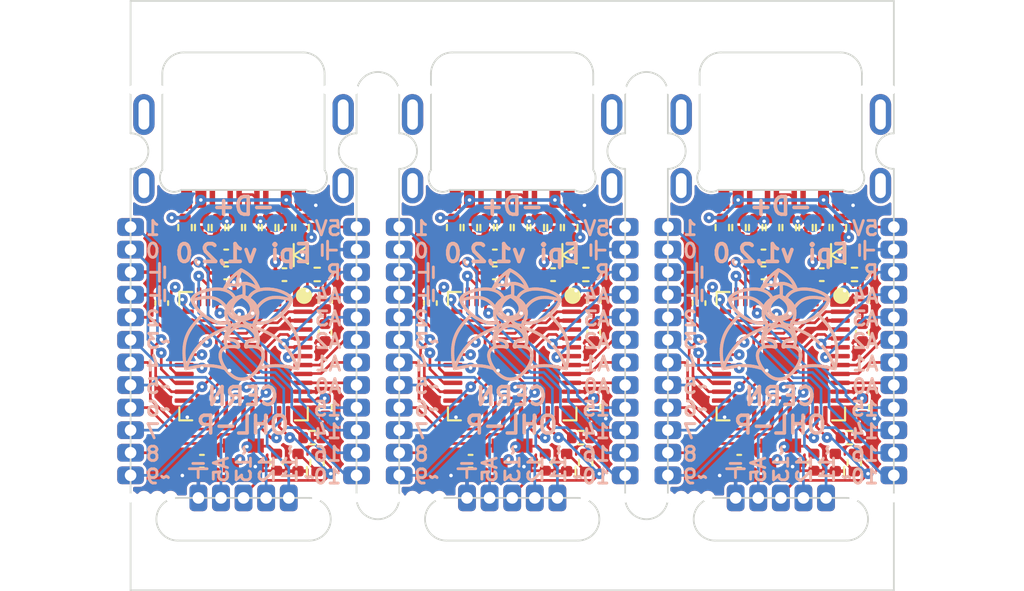
<source format=kicad_pcb>
(kicad_pcb (version 20211014) (generator pcbnew)
  (title_block (title "Epi") (date "2023-01-02") (rev "1,2,0") (company "Rasmus L."))
  (layers (0 "F.Cu" mixed) (1 "In1.Cu" signal) (2 "In2.Cu" signal) (31 "B.Cu" mixed) (34 "B.Paste" user) (35 "F.Paste" user) (36 "B.SilkS" user "B.Silkscreen") (37 "F.SilkS" user "F.Silkscreen") (38 "B.Mask" user) (39 "F.Mask" user) (44 "Edge.Cuts" user))
  (net 0 "")
  (net 1 "+5V")
  (net 2 "GND")
  (net 3 "Net-(C2-Pad2)")
  (net 4 "Net-(C8-Pad2)")
  (net 5 "RST")
  (net 6 "D1{slash}TX")
  (net 7 "D0{slash}RX")
  (net 8 "A4")
  (net 9 "Net-(C5-Pad2)")
  (net 10 "Net-(C6-Pad2)")
  (net 11 "Net-(J4-PadA5)")
  (net 12 "Net-(J4-PadA6)")
  (net 13 "Net-(J4-PadA7)")
  (net 14 "Net-(J4-PadB5)")
  (net 16 "D+")
  (net 17 "D-")
  (net 18 "D7")
  (net 19 "D15{slash}SCK")
  (net 20 "D16{slash}MOSI")
  (net 21 "D14{slash}MISO")
  (net 22 "D3{slash}SCL")
  (net 23 "D2{slash}SDA")
  (net 25 "D4")
  (net 26 "D6")
  (net 27 "D8")
  (net 28 "D9")
  (net 29 "D5")
  (net 30 "D10")
  (net 31 "Net-(R7-Pad1)")
  (net 32 "A0")
  (net 33 "A1")
  (net 34 "A2")
  (net 35 "A3")
  (net 36 "A5")
  (net 38 "Net-(D1-Pad2)")
  (net 40 "D11")
  (net 41 "D12")
  (net 42 "D13")
  (net 43 "Net-(FB1-Pad1)")
  (net 44 "Net-(D2-Pad2)")
  (net 45 "Net-(F1-Pad1)")
  (footprint "Connector_PinHeader_1.27mm:PinHeader_1x12_P1.27mm_Vertical" (layer "F.Cu") (at 128.19 58.92)
    (fp_text reference "J9" hide)
    (fp_text value "Connector 1x12" hide)
  )
  (footprint "MountingHole:MountingHole_2mm" (layer "F.Cu") (at 129.87322 51.2)
    (fp_text reference "REF**3" hide)
    (fp_text value "MountingHole_2mm")
  )
  (footprint "Capacitor_SMD:C_0402_1005Metric" (layer "F.Cu") (at 103.365 60.55)
    (fp_text reference "C8" hide)
    (fp_text value "1µF" hide)
  )
  (footprint "Resistor_SMD:R_0402_1005Metric" (layer "F.Cu") (at 135.95 58.95 -90)
    (fp_text reference "RV7" hide)
    (fp_text value "ESD protection varistor" hide)
  )
  (footprint "Capacitor_SMD:C_0402_1005Metric" (layer "F.Cu") (at 99.74 63.2 -90)
    (fp_text reference "C9" hide)
    (fp_text value "100nF" hide)
  )
  (footprint "Resistor_SMD:R_0402_1005Metric" (layer "F.Cu") (at 105.75 58.95 -90)
    (fp_text reference "RV1" hide)
    (fp_text value "ESD protection varistor" hide)
  )
  (footprint "DIY:SOD323_bättre" (layer "F.Cu") (at 122.81 60.48)
    (fp_text reference "D4" hide)
    (fp_text value "D_Schottky")
  )
  (footprint "" (layer "F.Cu") (at 98.09 51.2)
    (fp_text reference "")
    (fp_text value "")
  )
  (footprint "Crystal:Crystal_SMD_2016-4Pin_2.0x1.6mm" (layer "F.Cu") (at 104.33 71.77)
    (fp_text reference "Y1" hide)
    (fp_text value "Crystal_GND24" hide)
  )
  (footprint "Resistor_SMD:R_0402_1005Metric" (layer "F.Cu") (at 123.3 70.77)
    (fp_text reference "R14" hide)
    (fp_text value "10kΩ" hide)
  )
  (footprint "Resistor_SMD:R_0402_1005Metric" (layer "F.Cu") (at 121.79 58.95 -90)
    (fp_text reference "R12" hide)
    (fp_text value "5,1kΩ" hide)
  )
  (footprint "Capacitor_SMD:C_0402_1005Metric" (layer "F.Cu") (at 121.74 61.6)
    (fp_text reference "C17" hide)
    (fp_text value "100nF" hide)
  )
  (footprint "Resistor_SMD:R_0402_1005Metric" (layer "F.Cu") (at 117.09 58.95 90)
    (fp_text reference "R11" hide)
    (fp_text value "5,1kΩ" hide)
  )
  (footprint "Resistor_SMD:R_0402_1005Metric" (layer "F.Cu") (at 101.99 58.95 90)
    (fp_text reference "R4" hide)
    (fp_text value "5,1kΩ" hide)
  )
  (footprint "" (layer "F.Cu") (at 98.89 51.2)
    (fp_text reference "")
    (fp_text value "")
  )
  (footprint "Resistor_SMD:R_0402_1005Metric" (layer "F.Cu") (at 134.07 58.95 -90)
    (fp_text reference "R17" hide)
    (fp_text value "22Ω" hide)
  )
  (footprint "Capacitor_SMD:C_0402_1005Metric" (layer "F.Cu") (at 121.3 72.15 90)
    (fp_text reference "C13" hide)
    (fp_text value "22pF" hide)
  )
  (footprint "MountingHole:MountingHole_2mm" (layer "F.Cu") (at 139.17322 51.2)
    (fp_text reference "REF**1" hide)
    (fp_text value "MountingHole_2mm")
  )
  (footprint "Package_DFN_QFN:QFN-44-1EP_7x7mm_P0.5mm_EP5.2x5.2mm" (layer "F.Cu") (at 104.34 66.1865 -90)
    (fp_text reference "U1" hide)
    (fp_text value "ATmega32U4-M" hide)
  )
  (footprint "MountingHole:MountingHole_2mm" (layer "F.Cu") (at 128.27322 51.2)
    (fp_text reference "REF**1" hide)
    (fp_text value "MountingHole_2mm")
  )
  (footprint "LED_SMD:LED_0402_1005Metric" (layer "F.Cu") (at 107.4 72.17 90)
    (fp_text reference "D1" hide)
    (fp_text value "LED" hide)
  )
  (footprint "Resistor_SMD:R_0402_1005Metric" (layer "F.Cu") (at 139.13 63.02 -90)
    (fp_text reference "R24" hide)
    (fp_text value "22Ω" hide)
  )
  (footprint "Connector_PinHeader_1.27mm:PinHeader_1x05_P1.27mm_Vertical" (layer "F.Cu") (at 137.08 74.16 -90)
    (fp_text reference "J11" hide)
    (fp_text value "Conn_01x05" hide)
  )
  (footprint "Capacitor_SMD:C_0402_1005Metric" (layer "F.Cu") (at 133.565 61.5 180)
    (fp_text reference "C20" hide)
    (fp_text value "100nF" hide)
  )
  (footprint "MountingHole:MountingHole_2mm" (layer "F.Cu") (at 128.19 74.16)
    (fp_text reference "REF**9" hide)
    (fp_text value "MountingHole_2mm")
  )
  (footprint "Resistor_SMD:R_0402_1005Metric" (layer "F.Cu") (at 104.81 58.95 -90)
    (fp_text reference "R2" hide)
    (fp_text value "22Ω" hide)
  )
  (footprint "Resistor_SMD:R_0402_1005Metric" (layer "F.Cu") (at 108.48 61.59 180)
    (fp_text reference "R6" hide)
    (fp_text value "10kΩ" hide)
  )
  (footprint "Capacitor_SMD:C_0402_1005Metric" (layer "F.Cu") (at 118.465 61.5 180)
    (fp_text reference "C12" hide)
    (fp_text value "100nF" hide)
  )
  (footprint "MountingHole:MountingHole_2mm" (layer "F.Cu") (at 113.84 74.16)
    (fp_text reference "REF**2" hide)
    (fp_text value "MountingHole_2mm")
  )
  (footprint "Resistor_SMD:R_0402_1005Metric" (layer "F.Cu") (at 122.73 58.95 90)
    (fp_text reference "FB2" hide)
    (fp_text value "Ferrite" hide)
  )
  (footprint "Resistor_SMD:R_0402_1005Metric" (layer "F.Cu") (at 124.03 63.02 -90)
    (fp_text reference "R16" hide)
    (fp_text value "22Ω" hide)
  )
  (footprint "Resistor_SMD:R_0402_1005Metric" (layer "F.Cu") (at 108.2 70.77)
    (fp_text reference "R7" hide)
    (fp_text value "10kΩ" hide)
  )
  (footprint "Capacitor_SMD:C_0402_1005Metric" (layer "F.Cu") (at 139.12 64.86 90)
    (fp_text reference "C18" hide)
    (fp_text value "100nF" hide)
  )
  (footprint "MountingHole:MountingHole_2mm" (layer "F.Cu") (at 130.44 74.16)
    (fp_text reference "REF**12" hide)
    (fp_text value "MountingHole_2mm")
  )
  (footprint "Resistor_SMD:R_0402_1005Metric" (layer "F.Cu") (at 133.13 58.95 -90)
    (fp_text reference "RV8" hide)
    (fp_text value "ESD protection varistor" hide)
  )
  (footprint "USB-C-Connectors-master:USB-C MC-314C-4P16" (layer "F.Cu") (at 134.54 53.3415 180)
    (fp_text reference "J12" hide)
    (fp_text value "USB-C 2.0 mid-mount female connector" hide)
  )
  (footprint "Resistor_SMD:R_0402_1005Metric" (layer "F.Cu") (at 101.05 58.95 90)
    (fp_text reference "RV3" hide)
    (fp_text value "ESD protection varistor")
  )
  (footprint "Resistor_SMD:R_0402_1005Metric" (layer "F.Cu") (at 103.87 58.95 -90)
    (fp_text reference "R1" hide)
    (fp_text value "22Ω" hide)
  )
  (footprint "Resistor_SMD:R_0402_1005Metric" (layer "F.Cu") (at 132.19 58.95 90)
    (fp_text reference "R19" hide)
    (fp_text value "5,1kΩ" hide)
  )
  (footprint "Crystal:Crystal_SMD_2016-4Pin_2.0x1.6mm" (layer "F.Cu") (at 119.43 71.77)
    (fp_text reference "Y2" hide)
    (fp_text value "Crystal_GND24" hide)
  )
  (footprint "Resistor_SMD:R_0402_1005Metric" (layer "F.Cu") (at 137.83 58.95 90)
    (fp_text reference "FB3" hide)
    (fp_text value "Ferrite" hide)
  )
  (footprint "Resistor_SMD:R_0402_1005Metric" (layer "F.Cu") (at 123.57 72.17 -90)
    (fp_text reference "R15" hide)
    (fp_text value "1kΩ" hide)
  )
  (footprint "" (layer "F.Cu") (at 113.97322 51.2)
    (fp_text reference "")
    (fp_text value "")
  )
  (footprint "Capacitor_SMD:C_0402_1005Metric" (layer "F.Cu") (at 139.14 69.05 90)
    (fp_text reference "C19" hide)
    (fp_text value "100nF" hide)
  )
  (footprint "Resistor_SMD:R_0402_1005Metric" (layer "F.Cu") (at 118.97 58.95 -90)
    (fp_text reference "R3" hide)
    (fp_text value "22Ω" hide)
  )
  (footprint "Fuse:Fuse_0402_1005Metric" (layer "F.Cu") (at 124.025 58.95 -90)
    (fp_text reference "F2" hide)
    (fp_text value "Polyfuse 500mA HC" hide)
  )
  (footprint "Resistor_SMD:R_0402_1005Metric" (layer "F.Cu") (at 102.93 58.95 -90)
    (fp_text reference "RV2" hide)
    (fp_text value "ESD protection varistor" hide)
  )
  (footprint "LED_SMD:LED_0402_1005Metric" (layer "F.Cu") (at 137.6 72.17 90)
    (fp_text reference "D5" hide)
    (fp_text value "LED" hide)
  )
  (footprint "MountingHole:MountingHole_2mm" (layer "F.Cu") (at 114.59 74.16)
    (fp_text reference "REF**3" hide)
    (fp_text value "MountingHole_2mm")
  )
  (footprint "" (layer "F.Cu") (at 129.07322 51.2)
    (fp_text reference "")
    (fp_text value "")
  )
  (footprint "MountingHole:MountingHole_2mm" (layer "F.Cu") (at 110.59 51.2)
    (fp_text reference "REF**3" hide)
    (fp_text value "MountingHole_2mm")
  )
  (footprint "Capacitor_SMD:C_0402_1005Metric" (layer "F.Cu") (at 136.4 72.15 90)
    (fp_text reference "C21" hide)
    (fp_text value "22pF" hide)
  )
  (footprint "Package_DFN_QFN:QFN-44-1EP_7x7mm_P0.5mm_EP5.2x5.2mm" (layer "F.Cu") (at 119.44 66.1865 -90)
    (fp_text reference "U2" hide)
    (fp_text value "ATmega32U4-M" hide)
  )
  (footprint "MountingHole:MountingHole_2mm" (layer "F.Cu") (at 125.67322 51.2)
    (fp_text reference "REF**3" hide)
    (fp_text value "MountingHole_2mm")
  )
  (footprint "MountingHole:MountingHole_2mm" (layer "F.Cu") (at 124.07322 51.2)
    (fp_text reference "REF**1" hide)
    (fp_text value "MountingHole_2mm")
  )
  (footprint "Capacitor_SMD:C_0402_1005Metric" (layer "F.Cu") (at 124.02 64.86 90)
    (fp_text reference "C7" hide)
    (fp_text value "100nF" hide)
  )
  (footprint "Capacitor_SMD:C_0402_1005Metric" (layer "F.Cu") (at 102 72.1)
    (fp_text reference "C6" hide)
    (fp_text value "22pF" hide)
  )
  (footprint "Connector_PinHeader_1.27mm:PinHeader_1x12_P1.27mm_Vertical" (layer "F.Cu") (at 97.99 58.92)
    (fp_text reference "J1" hide)
    (fp_text value "Connector 1x12" hide)
  )
  (footprint "Connector_PinHeader_1.27mm:PinHeader_1x05_P1.27mm_Vertical" (layer "F.Cu") (at 106.88 74.16 -90)
    (fp_text reference "J3" hide)
    (fp_text value "Conn_01x05" hide)
  )
  (footprint "Capacitor_SMD:C_0402_1005Metric" (layer "F.Cu") (at 114.84 63.2 -90)
    (fp_text reference "C16" hide)
    (fp_text value "100nF" hide)
  )
  (footprint "MountingHole:MountingHole_2mm" (layer "F.Cu") (at 114.77322 51.2)
    (fp_text reference "REF**3" hide)
    (fp_text value "MountingHole_2mm")
  )
  (footprint "Fuse:Fuse_0402_1005Metric" (layer "F.Cu") (at 139.125 58.95 -90)
    (fp_text reference "F3" hide)
    (fp_text value "Polyfuse 500mA HC" hide)
  )
  (footprint "MountingHole:MountingHole_2mm" (layer "F.Cu") (at 129.69 74.16)
    (fp_text reference "REF**11" hide)
    (fp_text value "MountingHole_2mm")
  )
  (footprint "Resistor_SMD:R_0402_1005Metric" (layer "F.Cu") (at 135.01 58.95 -90)
    (fp_text reference "R18" hide)
    (fp_text value "22Ω" hide)
  )
  (footprint "MountingHole:MountingHole_2mm" (layer "F.Cu") (at 99.49 74.16)
    (fp_text reference "REF**" hide)
    (fp_text value "MountingHole_2mm")
  )
  (footprint "Capacitor_SMD:C_0402_1005Metric" (layer "F.Cu") (at 103.365 61.5 180)
    (fp_text reference "C4" hide)
    (fp_text value "100nF" hide)
  )
  (footprint "Resistor_SMD:R_0402_1005Metric" (layer "F.Cu") (at 138.4 70.77)
    (fp_text reference "R22" hide)
    (fp_text value "10kΩ" hide)
  )
  (footprint "Package_DFN_QFN:QFN-44-1EP_7x7mm_P0.5mm_EP5.2x5.2mm" (layer "F.Cu") (at 134.54 66.1865 -90)
    (fp_text reference "U3" hide)
    (fp_text value "ATmega32U4-M" hide)
  )
  (footprint "Capacitor_SMD:C_0402_1005Metric" (layer "F.Cu") (at 108.92 64.86 90)
    (fp_text reference "C2" hide)
    (fp_text value "100nF" hide)
  )
  (footprint "Resistor_SMD:R_0402_1005Metric" (layer "F.Cu") (at 108.93 63.02 -90)
    (fp_text reference "R9" hide)
    (fp_text value "22Ω" hide)
  )
  (footprint "Resistor_SMD:R_0402_1005Metric" (layer "F.Cu") (at 108.47 72.17 -90)
    (fp_text reference "R8" hide)
    (fp_text value "1kΩ" hide)
  )
  (footprint "MountingHole:MountingHole_2mm" (layer "F.Cu") (at 100.24 74.16)
    (fp_text reference "REF**" hide)
    (fp_text value "MountingHole_2mm")
  )
  (footprint "DIY:SOD323_bättre" (layer "F.Cu") (at 137.91 60.48)
    (fp_text reference "D6" hide)
    (fp_text value "D_Schottky")
  )
  (footprint "Resistor_SMD:R_0402_1005Metric" (layer "F.Cu") (at 138.68 61.59 180)
    (fp_text reference "R21" hide)
    (fp_text value "10kΩ" hide)
  )
  (footprint "MountingHole:MountingHole_2mm" (layer "F.Cu") (at 115.34 74.16)
    (fp_text reference "REF**4" hide)
    (fp_text value "MountingHole_2mm")
  )
  (footprint "Capacitor_SMD:C_0402_1005Metric" (layer "F.Cu") (at 132.2 72.1)
    (fp_text reference "C22" hide)
    (fp_text value "22pF" hide)
  )
  (footprint "Resistor_SMD:R_0402_1005Metric" (layer "F.Cu") (at 136.89 58.95 -90)
    (fp_text reference "R20" hide)
    (fp_text value "5,1kΩ" hide)
  )
  (footprint "Resistor_SMD:R_0402_1005Metric" (layer "F.Cu") (at 107.63 58.95 90)
    (fp_text reference "FB1" hide)
    (fp_text value "Ferrite" hide)
  )
  (footprint "USB-C-Connectors-master:USB-C MC-314C-4P16" (layer "F.Cu") (at 104.34 53.3415 180)
    (fp_text reference "J4" hide)
    (fp_text value "USB-C 2.0 mid-mount female connector" hide)
  )
  (footprint "MountingHole:MountingHole_2mm" (layer "F.Cu") (at 128.94 74.16)
    (fp_text reference "REF**10" hide)
    (fp_text value "MountingHole_2mm")
  )
  (footprint "Capacitor_SMD:C_0402_1005Metric" (layer "F.Cu") (at 136.84 61.6)
    (fp_text reference "C25" hide)
    (fp_text value "100nF" hide)
  )
  (footprint "Capacitor_SMD:C_0402_1005Metric" (layer "F.Cu") (at 108.94 69.05 90)
    (fp_text reference "C3" hide)
    (fp_text value "100nF" hide)
  )
  (footprint "Resistor_SMD:R_0402_1005Metric" (layer "F.Cu") (at 138.67 72.17 -90)
    (fp_text reference "R23" hide)
    (fp_text value "1kΩ" hide)
  )
  (footprint "Connector_PinHeader_1.27mm:PinHeader_1x12_P1.27mm_Vertical" (layer "F.Cu") (at 125.79 58.92)
    (fp_text reference "J6" hide)
    (fp_text value "Connector 1x12" hide)
  )
  (footprint "Capacitor_SMD:C_0402_1005Metric" (layer "F.Cu") (at 106.2 72.15 90)
    (fp_text reference "C5" hide)
    (fp_text value "22pF" hide)
  )
  (footprint "Connector_PinHeader_1.27mm:PinHeader_1x05_P1.27mm_Vertical" (layer "F.Cu") (at 121.98 74.16 -90)
    (fp_text reference "J7" hide)
    (fp_text value "Conn_01x05" hide)
  )
  (footprint "MountingHole:MountingHole_2mm" (layer "F.Cu") (at 113.17322 51.2)
    (fp_text reference "REF**1" hide)
    (fp_text value "MountingHole_2mm")
  )
  (footprint "Crystal:Crystal_SMD_2016-4Pin_2.0x1.6mm" (layer "F.Cu") (at 134.53 71.77)
    (fp_text reference "Y3" hide)
    (fp_text value "Crystal_GND24" hide)
  )
  (footprint "MountingHole:MountingHole_2mm" (layer "F.Cu") (at 108.99 51.2)
    (fp_text reference "REF**1" hide)
    (fp_text value "MountingHole_2mm")
  )
  (footprint "" (layer "F.Cu") (at 99.69 51.2)
    (fp_text reference "")
    (fp_text value "")
  )
  (footprint "Resistor_SMD:R_0402_1005Metric" (layer "F.Cu") (at 131.25 58.95 90)
    (fp_text reference "RV9" hide)
    (fp_text value "ESD protection varistor")
  )
  (footprint "" (layer "F.Cu") (at 124.87322 51.2)
    (fp_text reference "")
    (fp_text value "")
  )
  (footprint "Capacitor_SMD:C_0402_1005Metric" (layer "F.Cu") (at 133.565 60.55)
    (fp_text reference "C23" hide)
    (fp_text value "1µF" hide)
  )
  (footprint "Capacitor_SMD:C_0402_1005Metric" (layer "F.Cu") (at 106.64 61.6)
    (fp_text reference "C10" hide)
    (fp_text value "100nF" hide)
  )
  (footprint "MountingHole:MountingHole_2mm" (layer "F.Cu") (at 140.77322 51.2)
    (fp_text reference "REF**3" hide)
    (fp_text value "MountingHole_2mm")
  )
  (footprint "Resistor_SMD:R_0402_1005Metric" (layer "F.Cu") (at 106.69 58.95 -90)
    (fp_text reference "R5" hide)
    (fp_text value "5,1kΩ" hide)
  )
  (footprint "Resistor_SMD:R_0402_1005Metric" (layer "F.Cu") (at 119.91 58.95 -90)
    (fp_text reference "R10" hide)
    (fp_text value "22Ω" hide)
  )
  (footprint "Resistor_SMD:R_0402_1005Metric" (layer "F.Cu") (at 118.03 58.95 -90)
    (fp_text reference "RV5" hide)
    (fp_text value "ESD protection varistor" hide)
  )
  (footprint "Connector_PinHeader_1.27mm:PinHeader_1x12_P1.27mm_Vertical" (layer "F.Cu") (at 140.89 58.92)
    (fp_text reference "J10" hide)
    (fp_text value "Connector 1x12" hide)
  )
  (footprint "Resistor_SMD:R_0402_1005Metric" (layer "F.Cu") (at 123.58 61.59 180)
    (fp_text reference "R13" hide)
    (fp_text value "10kΩ" hide)
  )
  (footprint "MountingHole:MountingHole_2mm" (layer "F.Cu") (at 112.99 74.16)
    (fp_text reference "REF**1" hide)
    (fp_text value "MountingHole_2mm")
  )
  (footprint "Resistor_SMD:R_0402_1005Metric" (layer "F.Cu") (at 120.85 58.95 -90)
    (fp_text reference "RV4" hide)
    (fp_text value "ESD protection varistor" hide)
  )
  (footprint "Fuse:Fuse_0402_1005Metric" (layer "F.Cu") (at 108.925 58.95 -90)
    (fp_text reference "F1" hide)
    (fp_text value "Polyfuse 500mA HC" hide)
  )
  (footprint "USB-C-Connectors-master:USB-C MC-314C-4P16" (layer "F.Cu") (at 119.44 53.3415 180)
    (fp_text reference "J8" hide)
    (fp_text value "USB-C 2.0 mid-mount female connector" hide)
  )
  (footprint "Connector_PinHeader_1.27mm:PinHeader_1x12_P1.27mm_Vertical" (layer "F.Cu") (at 113.09 58.92)
    (fp_text reference "J5" hide)
    (fp_text value "Connector 1x12" hide)
  )
  (footprint "" (layer "F.Cu") (at 139.97322 51.2)
    (fp_text reference "")
    (fp_text value "")
  )
  (footprint "Capacitor_SMD:C_0402_1005Metric" (layer "F.Cu") (at 124.04 69.05 90)
    (fp_text reference "C11" hide)
    (fp_text value "100nF" hide)
  )
  (footprint "Capacitor_SMD:C_0402_1005Metric" (layer "F.Cu") (at 129.94 63.2 -90)
    (fp_text reference "C24" hide)
    (fp_text value "100nF" hide)
  )
  (footprint "DIY:SOD323_bättre" (layer "F.Cu") (at 107.71 60.48)
    (fp_text reference "D2" hide)
    (fp_text value "D_Schottky")
  )
  (footprint "MountingHole:MountingHole_2mm" (layer "F.Cu") (at 98.74 74.16)
    (fp_text reference "REF**" hide)
    (fp_text value "MountingHole_2mm")
  )
  (footprint "LED_SMD:LED_0402_1005Metric" (layer "F.Cu") (at 122.5 72.17 90)
    (fp_text reference "D3" hide)
    (fp_text value "LED" hide)
  )
  (footprint "Connector_PinHeader_1.27mm:PinHeader_1x12_P1.27mm_Vertical" (layer "F.Cu") (at 110.69 58.92)
    (fp_text reference "J2" hide)
    (fp_text value "Connector 1x12" hide)
  )
  (footprint "Capacitor_SMD:C_0402_1005Metric" (layer "F.Cu") (at 117.1 72.1)
    (fp_text reference "C14" hide)
    (fp_text value "22pF" hide)
  )
  (footprint "MountingHole:MountingHole_2mm" (layer "F.Cu") (at 109.79 51.2)
    (fp_text reference "REF**2" hide)
    (fp_text value "MountingHole_2mm")
  )
  (footprint "MountingHole:MountingHole_2mm" (layer "F.Cu") (at 97.99 74.16)
    (fp_text reference "REF**" hide)
    (fp_text value "MountingHole_2mm")
  )
  (footprint "Resistor_SMD:R_0402_1005Metric" (layer "F.Cu") (at 116.15 58.95 90)
    (fp_text reference "RV6" hide)
    (fp_text value "ESD protection varistor")
  )
  (footprint "Capacitor_SMD:C_0402_1005Metric" (layer "F.Cu") (at 118.465 60.55)
    (fp_text reference "C15" hide)
    (fp_text value "1µF" hide)
  )
  (footprint "TestPoint:TestPoint_Pad_D1.0mm" (layer "B.Cu") (at 132.745 58.75 180)
    (fp_text reference "TP5" hide)
    (fp_text value "TestPoint" hide)
  )
  (footprint "TestPoint:TestPoint_Pad_D1.0mm" (layer "B.Cu") (at 106.135 58.7 180)
    (fp_text reference "TP2" hide)
    (fp_text value "TestPoint" hide)
  )
  (footprint "MountingHole:MountingHole_2mm" (layer "B.Cu") (at 125.79 74.16 180)
    (fp_text reference "REF**8" hide)
    (fp_text value "MountingHole_2mm")
  )
  (footprint "MountingHole:MountingHole_2mm" (layer "B.Cu") (at 140.89 74.16 180)
    (fp_text reference "REF**16" hide)
    (fp_text value "MountingHole_2mm")
  )
  (footprint "TestPoint:TestPoint_Pad_D1.0mm" (layer "B.Cu") (at 102.545 58.75 180)
    (fp_text reference "TP1" hide)
    (fp_text value "TestPoint" hide)
  )
  (footprint "MountingHole:MountingHole_2mm" (layer "B.Cu") (at 109.94 74.16 180)
    (fp_text reference "REF**" hide)
    (fp_text value "MountingHole_2mm")
  )
  (footprint "MountingHole:MountingHole_2mm" (layer "B.Cu") (at 140.14 74.16 180)
    (fp_text reference "REF**15" hide)
    (fp_text value "MountingHole_2mm")
  )
  (footprint "MountingHole:MountingHole_2mm" (layer "B.Cu") (at 110.69 74.16 180)
    (fp_text reference "REF**" hide)
    (fp_text value "MountingHole_2mm")
  )
  (footprint "TestPoint:TestPoint_Pad_D1.0mm" (layer "B.Cu") (at 136.335 58.7 180)
    (fp_text reference "TP6" hide)
    (fp_text value "TestPoint" hide)
  )
  (footprint "MountingHole:MountingHole_2mm" (layer "B.Cu") (at 123.54 74.16 180)
    (fp_text reference "REF**5" hide)
    (fp_text value "MountingHole_2mm")
  )
  (footprint "MountingHole:MountingHole_2mm" (layer "B.Cu") (at 124.29 74.16 180)
    (fp_text reference "REF**6" hide)
    (fp_text value "MountingHole_2mm")
  )
  (footprint "MountingHole:MountingHole_2mm" (layer "B.Cu") (at 139.39 74.16 180)
    (fp_text reference "REF**14" hide)
    (fp_text value "MountingHole_2mm")
  )
  (footprint "MountingHole:MountingHole_2mm" (layer "B.Cu") (at 138.64 74.16 180)
    (fp_text reference "REF**13" hide)
    (fp_text value "MountingHole_2mm")
  )
  (footprint "TestPoint:TestPoint_Pad_D1.0mm" (layer "B.Cu") (at 121.235 58.7 180)
    (fp_text reference "TP4" hide)
    (fp_text value "TestPoint" hide)
  )
  (footprint "TestPoint:TestPoint_Pad_D1.0mm" (layer "B.Cu") (at 117.645 58.75 180)
    (fp_text reference "TP3" hide)
    (fp_text value "TestPoint" hide)
  )
  (footprint "MountingHole:MountingHole_2mm" (layer "B.Cu") (at 109.19 74.16 180)
    (fp_text reference "REF**" hide)
    (fp_text value "MountingHole_2mm")
  )
  (footprint "MountingHole:MountingHole_2mm" (layer "B.Cu") (at 125.04 74.16 180)
    (fp_text reference "REF**7" hide)
    (fp_text value "MountingHole_2mm")
  )
  (footprint "MountingHole:MountingHole_2mm" (layer "B.Cu") (at 108.44 74.16 180)
    (fp_text reference "REF**" hide)
    (fp_text value "MountingHole_2mm")
  )
  (gr_line (start 119.117619 65.473908) (end 119.126935 65.495382) (layer "B.SilkS") (width 0.18))
  (gr_line (start 133.711153 64.89843) (end 133.690846 64.932357) (layer "B.SilkS") (width 0.18))
  (gr_line (start 134.131879 63.029931) (end 134.085621 63.076475) (layer "B.SilkS") (width 0.18))
  (gr_line (start 120.108802 64.229744) (end 120.078719 64.284738) (layer "B.SilkS") (width 0.18))
  (gr_line (start 118.193762 66.49147) (end 118.212866 66.539562) (layer "B.SilkS") (width 0.18))
  (gr_line (start 119.214339 62.838712) (end 119.18959 62.845853) (layer "B.SilkS") (width 0.18))
  (gr_line (start 119.13736 61.775601) (end 119.125888 61.831851) (layer "B.SilkS") (width 0.18))
  (gr_line (start 120.045779 64.864288) (end 120.069244 64.898336) (layer "B.SilkS") (width 0.18))
  (gr_line (start 118.434264 65.061609) (end 118.422353 65.133184) (layer "B.SilkS") (width 0.18))
  (gr_line (start 134.041414 63.850176) (end 134.078626 63.879114) (layer "B.SilkS") (width 0.18))
  (gr_line (start 104.009867 64.109203) (end 103.944286 64.095833) (layer "B.SilkS") (width 0.18))
  (gr_line (start 104.957738 64.326426) (end 104.953222 64.336999) (layer "B.SilkS") (width 0.18))
  (gr_line (start 103.369457 65.58944) (end 103.384657 65.629065) (layer "B.SilkS") (width 0.18))
  (gr_line (start 103.937252 65.660467) (end 103.971264 65.666583) (layer "B.SilkS") (width 0.18))
  (gr_line (start 118.103381 62.41599) (end 118.001075 62.409105) (layer "B.SilkS") (width 0.18))
  (gr_line (start 103.634115 63.108429) (end 103.602116 63.140361) (layer "B.SilkS") (width 0.18))
  (gr_line (start 119.157524 65.60396) (end 119.158363 65.611294) (layer "B.SilkS") (width 0.18))
  (gr_line (start 133.889378 63.455201) (end 133.885595 63.500855) (layer "B.SilkS") (width 0.18))
  (gr_line (start 104.362713 62.264942) (end 104.365767 62.346034) (layer "B.SilkS") (width 0.18))
  (gr_line (start 133.952873 63.749525) (end 133.978472 63.785216) (layer "B.SilkS") (width 0.18))
  (gr_line (start 103.080832 65.911171) (end 103.064803 65.944865) (layer "B.SilkS") (width 0.18))
  (gr_line (start 119.238889 61.470797) (end 119.218783 61.518414) (layer "B.SilkS") (width 0.18))
  (gr_line (start 107.28822 64.963363) (end 107.325071 65.050554) (layer "B.SilkS") (width 0.18))
  (gr_line (start 119.630502 65.432256) (end 119.619895 65.449741) (layer "B.SilkS") (width 0.18))
  (gr_line (start 119.340158 62.811453) (end 119.340158 62.811453) (layer "B.SilkS") (width 0.18))
  (gr_line (start 103.808007 63.818822) (end 103.841414 63.850176) (layer "B.SilkS") (width 0.18))
  (gr_line (start 103.126517 66.833705) (end 103.306407 66.887564) (layer "B.SilkS") (width 0.18))
  (gr_line (start 135.628824 65.979917) (end 135.639361 66.016459) (layer "B.SilkS") (width 0.18))
  (gr_line (start 132.703449 64.136242) (end 132.799438 64.18174) (layer "B.SilkS") (width 0.18))
  (gr_line (start 104.026125 62.203047) (end 104.002648 62.214941) (layer "B.SilkS") (width 0.18))
  (gr_line (start 104.46498 65.636147) (end 104.466959 65.644197) (layer "B.SilkS") (width 0.18))
  (gr_line (start 103.027837 66.217823) (end 103.03283 66.261326) (layer "B.SilkS") (width 0.18))
  (gr_line (start 120.032861 63.811469) (end 120.053382 63.766022) (layer "B.SilkS") (width 0.18))
  (gr_line (start 135.093769 63.299821) (end 135.057928 63.246017) (layer "B.SilkS") (width 0.18))
  (gr_line (start 133.548997 63.810182) (end 133.55358 63.860328) (layer "B.SilkS") (width 0.18))
  (gr_line (start 119.785715 65.642189) (end 119.746015 65.64426) (layer "B.SilkS") (width 0.18))
  (gr_line (start 134.212445 63.949773) (end 134.264227 63.967389) (layer "B.SilkS") (width 0.18))
  (gr_line (start 105.037252 65.092853) (end 105.034753 65.121721) (layer "B.SilkS") (width 0.18))
  (gr_line (start 104.646015 65.64426) (end 104.608249 65.647461) (layer "B.SilkS") (width 0.18))
  (gr_line (start 106.622763 62.928568) (end 106.489375 62.904527) (layer "B.SilkS") (width 0.18))
  (gr_line (start 133.711585 63.71879) (end 133.701432 63.669773) (layer "B.SilkS") (width 0.18))
  (gr_line (start 119.572138 65.656832) (end 119.575024 65.661574) (layer "B.SilkS") (width 0.18))
  (gr_line (start 119.631274 64.540697) (end 119.677456 64.562477) (layer "B.SilkS") (width 0.18))
  (gr_line (start 118.83159 64.669088) (end 118.79299 64.699536) (layer "B.SilkS") (width 0.18))
  (gr_line (start 119.487642 64.490291) (end 119.536184 64.504398) (layer "B.SilkS") (width 0.18))
  (gr_line (start 107.488114 65.888928) (end 107.488936 66.014815) (layer "B.SilkS") (width 0.18))
  (gr_line (start 119.13443 65.679184) (end 119.131315 65.680756) (layer "B.SilkS") (width 0.18))
  (gr_line (start 101.274571 64.798262) (end 101.231977 64.879408) (layer "B.SilkS") (width 0.18))
  (gr_line (start 122.051503 62.846436) (end 122.087305 62.892347) (layer "B.SilkS") (width 0.18))
  (gr_line (start 103.969504 62.201645) (end 104.002648 62.214941) (layer "B.SilkS") (width 0.18))
  (gr_line (start 120.035547 64.390855) (end 120.033072 64.40184) (layer "B.SilkS") (width 0.18))
  (gr_line (start 119.047621 65.375158) (end 119.060776 65.388346) (layer "B.SilkS") (width 0.18))
  (gr_line (start 133.856456 64.731099) (end 133.822169 64.763572) (layer "B.SilkS") (width 0.18))
  (gr_line (start 103.273776 65.721647) (end 103.237285 65.743297) (layer "B.SilkS") (width 0.18))
  (gr_line (start 120.026621 64.457956) (end 120.026621 64.457956) (layer "B.SilkS") (width 0.18))
  (gr_line (start 118.767548 63.077846) (end 118.734115 63.108429) (layer "B.SilkS") (width 0.18))
  (gr_line (start 133.550444 64.991619) (end 133.534264 65.061609) (layer "B.SilkS") (width 0.18))
  (gr_line (start 119.458914 67.475282) (end 119.429279 67.478156) (layer "B.SilkS") (width 0.18))
  (gr_line (start 137.525071 65.050554) (end 137.558742 65.141114) (layer "B.SilkS") (width 0.18))
  (gr_line (start 119.112445 63.949773) (end 119.164227 63.967389) (layer "B.SilkS") (width 0.18))
  (gr_line (start 120.307765 66.836926) (end 120.273992 66.887372) (layer "B.SilkS") (width 0.18))
  (gr_line (start 119.91583 63.192681) (end 119.867361 63.140052) (layer "B.SilkS") (width 0.18))
  (gr_line (start 134.885715 65.642189) (end 134.846015 65.64426) (layer "B.SilkS") (width 0.18))
  (gr_line (start 119.80789 62.148686) (end 119.75204 62.130829) (layer "B.SilkS") (width 0.18))
  (gr_line (start 134.093191 61.57476) (end 134.166563 61.511727) (layer "B.SilkS") (width 0.18))
  (gr_line (start 133.357675 66.637283) (end 133.383302 66.68678) (layer "B.SilkS") (width 0.18))
  (gr_line (start 105.095247 64.014922) (end 105.078557 64.067782) (layer "B.SilkS") (width 0.18))
  (gr_line (start 104.095185 62.171584) (end 104.07239 62.181379) (layer "B.SilkS") (width 0.18))
  (gr_line (start 134.203648 62.012777) (end 134.200766 62.077616) (layer "B.SilkS") (width 0.18))
  (gr_line (start 119.10316 67.450483) (end 119.132637 67.458695) (layer "B.SilkS") (width 0.18))
  (gr_line (start 104.470495 64.109084) (end 104.536077 64.095714) (layer "B.SilkS") (width 0.18))
  (gr_line (start 105.060934 64.792219) (end 105.08682 64.856758) (layer "B.SilkS") (width 0.18))
  (gr_line (start 116.919998 65.604341) (end 117.068125 65.448942) (layer "B.SilkS") (width 0.18))
  (gr_line (start 118.789378 63.455201) (end 118.785595 63.500855) (layer "B.SilkS") (width 0.18))
  (gr_line (start 134.92749 63.749415) (end 134.901891 63.785106) (layer "B.SilkS") (width 0.18))
  (gr_line (start 133.283207 63.136844) (end 133.33685 63.18291) (layer "B.SilkS") (width 0.18))
  (gr_line (start 118.652591 62.591258) (end 118.572026 62.544564) (layer "B.SilkS") (width 0.18))
  (gr_line (start 119.202922 64.261104) (end 119.215399 64.241353) (layer "B.SilkS") (width 0.18))
  (gr_line (start 119.982717 65.268454) (end 119.921979 65.276236) (layer "B.SilkS") (width 0.18))
  (gr_line (start 133.7475 63.811587) (end 133.726979 63.76614) (layer "B.SilkS") (width 0.18))
  (gr_line (start 133.867548 63.077846) (end 133.834115 63.108429) (layer "B.SilkS") (width 0.18))
  (gr_line (start 103.099665 65.879) (end 103.080832 65.911171) (layer "B.SilkS") (width 0.18))
  (gr_line (start 122.036644 63.249326) (end 122.005967 63.302804) (layer "B.SilkS") (width 0.18))
  (gr_line (start 134.903892 63.218716) (end 134.930619 63.26652) (layer "B.SilkS") (width 0.18))
  (gr_line (start 135.655007 66.133771) (end 135.655033 66.175218) (layer "B.SilkS") (width 0.18))
  (gr_line (start 101.468513 64.498096) (end 101.416904 64.56994) (layer "B.SilkS") (width 0.18))
  (gr_line (start 135.331334 63.810087) (end 135.326752 63.860233) (layer "B.SilkS") (width 0.18))
  (gr_line (start 135.065534 61.822881) (end 135.124559 61.895558) (layer "B.SilkS") (width 0.18))
  (gr_line (start 133.773036 63.854894) (end 133.7475 63.811587) (layer "B.SilkS") (width 0.18))
  (gr_line (start 135.168776 63.718671) (end 135.178929 63.669655) (layer "B.SilkS") (width 0.18))
  (gr_line (start 132.578634 62.878617) (end 132.703137 62.889123) (layer "B.SilkS") (width 0.18))
  (gr_line (start 103.5127 64.30557) (end 103.517807 64.316024) (layer "B.SilkS") (width 0.18))
  (gr_line (start 119.862649 62.169896) (end 119.80789 62.148686) (layer "B.SilkS") (width 0.18))
  (gr_line (start 133.902339 63.048648) (end 133.867548 63.077846) (layer "B.SilkS") (width 0.18))
  (gr_line (start 136.689375 62.904527) (end 136.55797 62.88741) (layer "B.SilkS") (width 0.18))
  (gr_line (start 119.218783 61.518414) (end 119.199762 61.567115) (layer "B.SilkS") (width 0.18))
  (gr_line (start 119.144266 64.504489) (end 119.096325 64.52136) (layer "B.SilkS") (width 0.18))
  (gr_line (start 103.306371 66.887472) (end 103.363711 66.959321) (layer "B.SilkS") (width 0.18))
  (gr_line (start 118.427726 65.433021) (end 118.435428 65.471784) (layer "B.SilkS") (width 0.18))
  (gr_line (start 137.48822 64.963363) (end 137.525071 65.050554) (layer "B.SilkS") (width 0.18))
  (gr_line (start 118.643408 64.543218) (end 118.641685 64.549499) (layer "B.SilkS") (width 0.18))
  (gr_line (start 121.972893 63.355694) (end 121.937531 63.407929) (layer "B.SilkS") (width 0.18))
  (gr_line (start 118.45604 65.684367) (end 118.413348 65.701982) (layer "B.SilkS") (width 0.18))
  (gr_line (start 135.328448 63.664409) (end 135.332102 63.712139) (layer "B.SilkS") (width 0.18))
  (gr_line (start 103.573036 63.854894) (end 103.5475 63.811587) (layer "B.SilkS") (width 0.18))
  (gr_line (start 134.14432 67.430151) (end 134.173721 67.440964) (layer "B.SilkS") (width 0.18))
  (gr_line (start 101.447136 63.030923) (end 101.585522 62.992958) (layer "B.SilkS") (width 0.18))
  (gr_line (start 119.882744 63.408676) (end 119.890985 63.455091) (layer "B.SilkS") (width 0.18))
  (gr_line (start 103.973386 65.402758) (end 103.985414 65.418458) (layer "B.SilkS") (width 0.18))
  (gr_line (start 103.466372 63.319044) (end 103.444617 63.35834) (layer "B.SilkS") (width 0.18))
  (gr_line (start 133.5501 64.623087) (end 133.739858 64.555899) (layer "B.SilkS") (width 0.18))
  (gr_line (start 133.619428 64.792319) (end 133.593543 64.856858) (layer "B.SilkS") (width 0.18))
  (gr_line (start 132.322408 62.887511) (end 132.451671 62.87846) (layer "B.SilkS") (width 0.18))
  (gr_line (start 133.761069 64.83042) (end 133.734622 64.864383) (layer "B.SilkS") (width 0.18))
  (gr_line (start 118.183207 63.136844) (end 118.23685 63.18291) (layer "B.SilkS") (width 0.18))
  (gr_line (start 104.025888 61.831851) (end 104.016351 61.890036) (layer "B.SilkS") (width 0.18))
  (gr_line (start 101.099387 66.892965) (end 101.579951 66.799643) (layer "B.SilkS") (width 0.18))
  (gr_line (start 134.721385 64.377186) (end 134.700012 64.36632) (layer "B.SilkS") (width 0.18))
  (gr_line (start 118.697641 65.268564) (end 118.827639 65.284187) (layer "B.SilkS") (width 0.18))
  (gr_line (start 104.932861 63.811469) (end 104.953382 63.766022) (layer "B.SilkS") (width 0.18))
  (gr_line (start 104.943859 67.149014) (end 104.885999 67.203394) (layer "B.SilkS") (width 0.18))
  (gr_line (start 103.702339 63.048648) (end 103.667548 63.077846) (layer "B.SilkS") (width 0.18))
  (gr_line (start 131.264651 65.333373) (end 131.241755 65.435439) (layer "B.SilkS") (width 0.18))
  (gr_line (start 133.891145 63.589217) (end 133.900346 63.631595) (layer "B.SilkS") (width 0.18))
  (gr_line (start 106.905967 63.302804) (end 106.872893 63.355694) (layer "B.SilkS") (width 0.18))
  (gr_line (start 135.478991 62.447575) (end 135.576671 62.428649) (layer "B.SilkS") (width 0.18))
  (gr_line (start 134.987433 64.699443) (end 135.023964 64.731007) (layer "B.SilkS") (width 0.18))
  (gr_line (start 118.786206 63.545582) (end 118.791145 63.589217) (layer "B.SilkS") (width 0.18))
  (gr_line (start 120.287912 63.348231) (end 120.237879 63.412922) (layer "B.SilkS") (width 0.18))
  (gr_line (start 104.240222 62.811343) (end 104.255125 62.813804) (layer "B.SilkS") (width 0.18))
  (gr_line (start 120.54721 66.054326) (end 120.552413 66.093452) (layer "B.SilkS") (width 0.18))
  (gr_line (start 131.355301 65.05065) (end 131.32163 65.14121) (layer "B.SilkS") (width 0.18))
  (gr_line (start 119.569345 65.567229) (end 119.567489 65.575415) (layer "B.SilkS") (width 0.18))
  (gr_line (start 101.099387 66.893039) (end 101.146916 66.759116) (layer "B.SilkS") (width 0.18))
  (gr_line (start 114.709048 61.467) (end 114.709048 60.967) (layer "B.SilkS") (width 0.16))
  (gr_line (start 118.728867 62.169421) (end 118.753703 62.164185) (layer "B.SilkS") (width 0.18))
  (gr_line (start 131.449376 66.50695) (end 131.504179 66.388439) (layer "B.SilkS") (width 0.18))
  (gr_line (start 119.889218 63.589108) (end 119.880017 63.631485) (layer "B.SilkS") (width 0.18))
  (gr_line (start 135.1087 63.173517) (end 135.137595 63.208043) (layer "B.SilkS") (width 0.18))
  (gr_line (start 103.401892 65.668869) (end 103.35604 65.684367) (layer "B.SilkS") (width 0.18))
  (gr_line (start 103.341162 64.322814) (end 103.382732 64.316412) (layer "B.SilkS") (width 0.18))
  (gr_line (start 133.51464 65.318297) (end 133.517396 65.356263) (layer "B.SilkS") (width 0.18))
  (gr_line (start 118.669893 61.913976) (end 118.728779 61.843073) (layer "B.SilkS") (width 0.18))
  (gr_line (start 135.288793 63.482626) (end 135.288793 63.482626) (layer "B.SilkS") (width 0.18))
  (gr_line (start 118.802339 63.048648) (end 118.767548 63.077846) (layer "B.SilkS") (width 0.18))
  (gr_line (start 119.259937 61.424124) (end 119.238889 61.470797) (layer "B.SilkS") (width 0.18))
  (gr_line (start 119.304297 61.333041) (end 119.259937 61.424124) (layer "B.SilkS") (width 0.18))
  (gr_line (start 134.64638 62.099646) (end 134.615521 62.099736) (layer "B.SilkS") (width 0.18))
  (gr_line (start 133.895317 62.708077) (end 133.82724 62.645659) (layer "B.SilkS") (width 0.18))
  (gr_line (start 133.769893 61.913976) (end 133.828779 61.843073) (layer "B.SilkS") (width 0.18))
  (gr_line (start 133.6973 63.567691) (end 133.703547 63.5151) (layer "B.SilkS") (width 0.18))
  (gr_line (start 119.912782 63.077754) (end 119.946216 63.108337) (layer "B.SilkS") (width 0.18))
  (gr_line (start 104.962555 64.315914) (end 104.957738 64.326426) (layer "B.SilkS") (width 0.18))
  (gr_line (start 120.049017 64.347636) (end 120.045136 64.358337) (layer "B.SilkS") (width 0.18))
  (gr_line (start 103.636957 65.646975) (end 103.727875 65.646) (layer "B.SilkS") (width 0.18))
  (gr_line (start 114.209048 62.767) (end 114.709048 62.767) (layer "B.SilkS") (width 0.16))
  (gr_line (start 119.157678 65.641268) (end 119.156738 65.646028) (layer "B.SilkS") (width 0.18))
  (gr_line (start 133.345904 65.819491) (end 133.321342 65.848418) (layer "B.SilkS") (width 0.18))
  (gr_line (start 121.66739 62.595372) (end 121.823307 62.672366) (layer "B.SilkS") (width 0.18))
  (gr_line (start 118.736957 65.646975) (end 118.827875 65.646) (layer "B.SilkS") (width 0.18))
  (gr_line (start 134.020029 64.424797) (end 134.067735 64.412062) (layer "B.SilkS") (width 0.18))
  (gr_line (start 101.819998 65.604341) (end 101.968125 65.448942) (layer "B.SilkS") (width 0.18))
  (gr_line (start 134.846015 65.64426) (end 134.808249 65.647461) (layer "B.SilkS") (width 0.18))
  (gr_line (start 104.00889 61.950297) (end 104.003648 62.012777) (layer "B.SilkS") (width 0.18))
  (gr_line (start 104.135604 64.197895) (end 104.143135 64.174101) (layer "B.SilkS") (width 0.18))
  (gr_line (start 105.506996 63.057369) (end 105.451666 63.094978) (layer "B.SilkS") (width 0.18))
  (gr_line (start 116.547136 63.031006) (end 116.547136 63.031006) (layer "B.SilkS") (width 0.18))
  (gr_line (start 104.352558 62.10375) (end 104.352558 62.10375) (layer "B.SilkS") (width 0.18))
  (gr_line (start 135.936247 62.945648) (end 135.877784 62.968056) (layer "B.SilkS") (width 0.18))
  (gr_line (start 118.6127 64.30557) (end 118.617807 64.316024) (layer "B.SilkS") (width 0.18))
  (gr_line (start 117.902593 62.968157) (end 117.960303 62.994151) (layer "B.SilkS") (width 0.18))
  (gr_line (start 104.930978 64.412902) (end 104.929274 64.424042) (layer "B.SilkS") (width 0.18))
  (gr_line (start 133.527726 65.433021) (end 133.535428 65.471784) (layer "B.SilkS") (width 0.18))
  (gr_line (start 119.764512 65.313226) (end 119.75118 65.319529) (layer "B.SilkS") (width 0.18))
  (gr_line (start 134.748488 61.536536) (end 134.841421 61.606991) (layer "B.SilkS") (width 0.18))
  (gr_line (start 104.045669 65.669666) (end 104.041805 65.67376) (layer "B.SilkS") (width 0.18))
  (gr_line (start 106.987305 62.892347) (end 107.013298 62.938602) (layer "B.SilkS") (width 0.18))
  (gr_line (start 136.333579 66.718982) (end 136.191209 66.724369) (layer "B.SilkS") (width 0.18))
  (gr_line (start 118.914254 64.612361) (end 118.872072 64.639961) (layer "B.SilkS") (width 0.18))
  (gr_line (start 120.413537 64.328895) (end 120.324888 64.32962) (layer "B.SilkS") (width 0.18))
  (gr_line (start 117.177404 66.728141) (end 117.30978 66.720617) (layer "B.SilkS") (width 0.18))
  (gr_line (start 104.354037 64.220176) (end 104.344759 64.197774) (layer "B.SilkS") (width 0.18))
  (gr_line (start 122.489028 65.235278) (end 122.515722 65.333277) (layer "B.SilkS") (width 0.18))
  (gr_line (start 134.258383 65.636116) (end 134.257678 65.641268) (layer "B.SilkS") (width 0.18))
  (gr_line (start 119.738051 65.326565) (end 119.725134 65.334393) (layer "B.SilkS") (width 0.18))
  (gr_line (start 120.007325 63.854775) (end 120.032861 63.811469) (layer "B.SilkS") (width 0.18))
  (gr_line (start 134.216351 61.890036) (end 134.20889 61.950297) (layer "B.SilkS") (width 0.18))
  (gr_line (start 118.523379 64.30799) (end 118.56304 64.297508) (layer "B.SilkS") (width 0.18))
  (gr_line (start 134.512343 62.852588) (end 134.579176 62.895224) (layer "B.SilkS") (width 0.18))
  (gr_line (start 134.384196 62.139069) (end 134.362261 62.14622) (layer "B.SilkS") (width 0.18))
  (gr_line (start 134.13396 65.363133) (end 134.147621 65.375158) (layer "B.SilkS") (width 0.18))
  (gr_line (start 104.972134 64.611356) (end 105.003075 64.669402) (layer "B.SilkS") (width 0.18))
  (gr_line (start 134.256738 65.646028) (end 134.255588 65.650413) (layer "B.SilkS") (width 0.18))
  (gr_line (start 135.082717 65.268454) (end 135.082717 65.268454) (layer "B.SilkS") (width 0.18))
  (gr_line (start 104.828003 67.25318) (end 104.76987 67.298283) (layer "B.SilkS") (width 0.18))
  (gr_line (start 105.795445 62.926683) (end 105.736247 62.945648) (layer "B.SilkS") (width 0.18))
  (gr_line (start 116.679951 66.799643) (end 116.80094 66.777408) (layer "B.SilkS") (width 0.18))
  (gr_line (start 103.385087 64.015018) (end 103.401777 64.067877) (layer "B.SilkS") (width 0.18))
  (gr_line (start 104.927091 64.481777) (end 104.92804 64.493836) (layer "B.SilkS") (width 0.18))
  (gr_line (start 104.031315 65.680756) (end 104.028844 65.68173) (layer "B.SilkS") (width 0.18))
  (gr_line (start 121.265785 64.029949) (end 121.172035 64.085482) (layer "B.SilkS") (width 0.18))
  (gr_line (start 103.46304 64.297508) (end 103.501657 64.28493) (layer "B.SilkS") (width 0.18))
  (gr_line (start 135.358626 65.394408) (end 135.352637 65.43292) (layer "B.SilkS") (width 0.18))
  (gr_line (start 131.715557 63.195418) (end 131.743731 63.249414) (layer "B.SilkS") (width 0.18))
  (gr_line (start 119.340204 62.811343) (end 119.412343 62.852588) (layer "B.SilkS") (width 0.18))
  (gr_line (start 134.405925 62.132552) (end 134.384196 62.139069) (layer "B.SilkS") (width 0.18))
  (gr_line (start 135.145136 64.358337) (end 135.14159 64.369106) (layer "B.SilkS") (width 0.18))
  (gr_line (start 103.356229 65.550008) (end 103.369457 65.58944) (layer "B.SilkS") (width 0.18))
  (gr_line (start 119.219489 63.981761) (end 119.278165 63.992723) (layer "B.SilkS") (width 0.18))
  (gr_line (start 103.471536 64.229837) (end 103.501621 64.284829) (layer "B.SilkS") (width 0.18))
  (gr_line (start 118.868687 67.338709) (end 118.927086 67.374174) (layer "B.SilkS") (width 0.18))
  (gr_line (start 119.923964 64.731007) (end 119.958246 64.763479) (layer "B.SilkS") (width 0.18))
  (gr_line (start 117.725022 62.91112) (end 117.784933 62.926784) (layer "B.SilkS") (width 0.18))
  (gr_line (start 104.240204 62.811343) (end 104.240204 62.811343) (layer "B.SilkS") (width 0.18))
  (gr_line (start 103.878626 63.879114) (end 103.919579 63.90547) (layer "B.SilkS") (width 0.18))
  (gr_line (start 119.969338 62.221013) (end 119.916428 62.194119) (layer "B.SilkS") (width 0.18))
  (gr_line (start 118.56304 64.297508) (end 118.601657 64.28493) (layer "B.SilkS") (width 0.18))
  (gr_line (start 120.195706 65.628964) (end 120.17847 65.668768) (layer "B.SilkS") (width 0.18))
  (gr_line (start 119.5255 62.895799) (end 119.436433 62.852388) (layer "B.SilkS") (width 0.18))
  (gr_line (start 134.257678 65.641268) (end 134.256738 65.646028) (layer "B.SilkS") (width 0.18))
  (gr_line (start 104.672355 63.818712) (end 104.638949 63.850066) (layer "B.SilkS") (width 0.18))
  (gr_line (start 104.509591 65.468581) (end 104.499598 65.488832) (layer "B.SilkS") (width 0.18))
  (gr_line (start 104.577456 64.562477) (end 104.622486 64.586404) (layer "B.SilkS") (width 0.18))
  (gr_line (start 118.569275 62.237876) (end 118.590697 62.225026) (layer "B.SilkS") (width 0.18))
  (gr_line (start 119.158829 65.630558) (end 119.158383 65.636116) (layer "B.SilkS") (width 0.18))
  (gr_line (start 134.350931 67.478254) (end 134.380603 67.479766) (layer "B.SilkS") (width 0.18))
  (gr_line (start 104.93839 64.379945) (end 104.935547 64.390855) (layer "B.SilkS") (width 0.18))
  (gr_line (start 135.178532 65.219489) (end 135.152007 65.238474) (layer "B.SilkS") (width 0.18))
  (gr_line (start 104.926623 64.469817) (end 104.927091 64.481777) (layer "B.SilkS") (width 0.18))
  (gr_line (start 120.029274 64.424042) (end 120.027972 64.435263) (layer "B.SilkS") (width 0.18))
  (gr_line (start 104.947129 63.407887) (end 104.923465 63.353857) (layer "B.SilkS") (width 0.18))
  (gr_line (start 133.73648 67.149114) (end 133.794329 67.203492) (layer "B.SilkS") (width 0.18))
  (gr_line (start 119.058978 64.377323) (end 119.08035 64.366455) (layer "B.SilkS") (width 0.18))
  (gr_line (start 134.427451 62.126657) (end 134.405925 62.132552) (layer "B.SilkS") (width 0.18))
  (gr_line (start 135.133927 64.530634) (end 135.136955 64.543115) (layer "B.SilkS") (width 0.18))
  (gr_line (start 119.563077 65.610334) (end 119.563031 65.616186) (layer "B.SilkS") (width 0.18))
  (gr_line (start 107.389028 65.235278) (end 107.415722 65.333277) (layer "B.SilkS") (width 0.18))
  (gr_line (start 134.765979 62.111074) (end 134.736627 62.106534) (layer "B.SilkS") (width 0.18))
  (gr_line (start 135.078214 63.140269) (end 135.1087 63.173517) (layer "B.SilkS") (width 0.18))
  (gr_line (start 133.225333 66.175315) (end 133.227837 66.217823) (layer "B.SilkS") (width 0.18))
  (gr_line (start 136.229966 65.062955) (end 136.058264 64.957509) (layer "B.SilkS") (width 0.18))
  (gr_line (start 134.25716 64.31296) (end 134.273705 64.296864) (layer "B.SilkS") (width 0.18))
  (gr_line (start 119.044286 64.095833) (end 118.982702 64.078188) (layer "B.SilkS") (width 0.18))
  (gr_line (start 134.554037 64.220176) (end 134.544759 64.197774) (layer "B.SilkS") (width 0.18))
  (gr_line (start 102.982542 64.305898) (end 103.075696 64.320947) (layer "B.SilkS") (width 0.18))
  (gr_line (start 131.920005 63.510245) (end 131.961586 63.560102) (layer "B.SilkS") (width 0.18))
  (gr_line (start 105.440093 66.305663) (end 105.430239 66.35096) (layer "B.SilkS") (width 0.18))
  (gr_line (start 119.523202 64.312832) (end 119.506658 64.296737) (layer "B.SilkS") (width 0.18))
  (gr_line (start 133.752591 62.591258) (end 133.672026 62.544564) (layer "B.SilkS") (width 0.18))
  (gr_line (start 121.45797 62.88741) (end 121.328707 62.878359) (layer "B.SilkS") (width 0.18))
  (gr_line (start 105.035415 64.175229) (end 105.008802 64.229744) (layer "B.SilkS") (width 0.18))
  (gr_line (start 117.722108 64.957605) (end 117.898436 64.861961) (layer "B.SilkS") (width 0.18))
  (gr_line (start 119.857297 64.001855) (end 119.901761 63.969482) (layer "B.SilkS") (width 0.18))
  (gr_line (start 104.973048 64.295063) (end 104.967663 64.30546) (layer "B.SilkS") (width 0.18))
  (gr_line (start 104.5414 65.41607) (end 104.530502 65.432256) (layer "B.SilkS") (width 0.18))
  (gr_line (start 137.164817 63.19533) (end 137.136644 63.249326) (layer "B.SilkS") (width 0.18))
  (gr_line (start 104.926593 64.457956) (end 104.84685 64.452762) (layer "B.SilkS") (width 0.18))
  (gr_line (start 134.25009 65.569653) (end 134.25009 65.569653) (layer "B.SilkS") (width 0.18))
  (gr_line (start 103.443121 65.092952) (end 103.445617 65.121821) (layer "B.SilkS") (width 0.18))
  (gr_line (start 133.544907 65.510785) (end 133.556229 65.550008) (layer "B.SilkS") (width 0.18))
  (gr_line (start 133.643121 65.092952) (end 133.645617 65.121821) (layer "B.SilkS") (width 0.18))
  (gr_line (start 106.894855 62.992857) (end 106.757976 62.958392) (layer "B.SilkS") (width 0.18))
  (gr_line (start 133.362939 64.695776) (end 133.5501 64.623087) (layer "B.SilkS") (width 0.18))
  (gr_line (start 116.419727 64.719791) (end 116.374571 64.798262) (layer "B.SilkS") (width 0.18))
  (gr_line (start 105.07847 65.668768) (end 105.07847 65.668768) (layer "B.SilkS") (width 0.18))
  (gr_line (start 105.40468 64.320855) (end 105.313537 64.328895) (layer "B.SilkS") (width 0.18))
  (gr_line (start 104.465983 65.583186) (end 104.464809 65.590554) (layer "B.SilkS") (width 0.18))
  (gr_line (start 136.783332 63.70373) (end 136.734967 63.749456) (layer "B.SilkS") (width 0.18))
  (gr_line (start 104.302197 63.992613) (end 104.240172 64) (layer "B.SilkS") (width 0.18))
  (gr_line (start 119.284196 62.139069) (end 119.262261 62.14622) (layer "B.SilkS") (width 0.18))
  (gr_line (start 134.258829 65.630558) (end 134.258383 65.636116) (layer "B.SilkS") (width 0.18))
  (gr_line (start 134.097762 62.988886) (end 134.172844 62.941452) (layer "B.SilkS") (width 0.18))
  (gr_line (start 103.033155 66.054424) (end 103.027953 66.093549) (layer "B.SilkS") (width 0.18))
  (gr_line (start 103.829502 63.037974) (end 103.897762 62.988886) (layer "B.SilkS") (width 0.18))
  (gr_line (start 101.319727 64.719791) (end 101.274571 64.798262) (layer "B.SilkS") (width 0.18))
  (gr_line (start 119.760334 64.424654) (end 119.712627 64.41192) (layer "B.SilkS") (width 0.18))
  (gr_line (start 136.918791 63.560013) (end 136.875352 63.60894) (layer "B.SilkS") (width 0.18))
  (gr_line (start 135.297642 64.316321) (end 135.256995 64.307898) (layer "B.SilkS") (width 0.18))
  (gr_line (start 121.490583 62.528345) (end 121.66739 62.595372) (layer "B.SilkS") (width 0.18))
  (gr_line (start 105.476992 62.415897) (end 105.579297 62.409012) (layer "B.SilkS") (width 0.18))
  (gr_line (start 104.641421 61.606991) (end 104.72473 61.678359) (layer "B.SilkS") (width 0.18))
  (gr_line (start 107.011859 64.498) (end 107.063468 64.569844) (layer "B.SilkS") (width 0.18))
  (gr_line (start 133.701829 65.219594) (end 133.728352 65.238581) (layer "B.SilkS") (width 0.18))
  (gr_line (start 118.601432 63.669773) (end 118.596633 63.619328) (layer "B.SilkS") (width 0.18))
  (gr_line (start 103.203836 65.766864) (end 103.173388 65.792284) (layer "B.SilkS") (width 0.18))
  (gr_line (start 104.708384 64.030903) (end 104.757297 64.001855) (layer "B.SilkS") (width 0.18))
  (gr_line (start 131.299387 66.893039) (end 131.299387 66.893039) (layer "B.SilkS") (width 0.18))
  (gr_line (start 135.13839 64.379945) (end 135.135547 64.390855) (layer "B.SilkS") (width 0.18))
  (gr_line (start 139.26381 60.22) (end 139.26381 60.72) (layer "B.SilkS") (width 0.16))
  (gr_line (start 118.65239 64.435366) (end 118.653278 64.446669) (layer "B.SilkS") (width 0.18))
  (gr_line (start 119.25257 64.122168) (end 119.179333 64.11806) (layer "B.SilkS") (width 0.18))
  (gr_line (start 119.243929 62.852499) (end 119.340158 62.811453) (layer "B.SilkS") (width 0.18))
  (gr_line (start 134.772919 65.65186) (end 134.740527 65.657525) (layer "B.SilkS") (width 0.18))
  (gr_line (start 131.32163 65.14121) (end 131.291345 65.235374) (layer "B.SilkS") (width 0.18))
  (gr_line (start 137.211859 64.498) (end 137.263468 64.569844) (layer "B.SilkS") (width 0.18))
  (gr_line (start 105.128448 63.664409) (end 105.132102 63.712139) (layer "B.SilkS") (width 0.18))
  (gr_line (start 133.473776 65.721647) (end 133.437285 65.743297) (layer "B.SilkS") (width 0.18))
  (gr_line (start 119.15716 64.31296) (end 119.173705 64.296864) (layer "B.SilkS") (width 0.18))
  (gr_line (start 133.584657 65.629065) (end 133.601892 65.668869) (layer "B.SilkS") (width 0.18))
  (gr_line (start 118.639821 64.555807) (end 118.639821 64.555807) (layer "B.SilkS") (width 0.18))
  (gr_line (start 118.680831 62.183541) (end 118.704584 62.175889) (layer "B.SilkS") (width 0.18))
  (gr_line (start 114.709048 61.467) (end 114.709048 61.967) (layer "B.SilkS") (width 0.16))
  (gr_line (start 105.45253 66.217726) (end 105.447537 66.26123) (layer "B.SilkS") (width 0.18))
  (gr_line (start 104.044266 64.504489) (end 103.996325 64.52136) (layer "B.SilkS") (width 0.18))
  (gr_line (start 135.219939 64.998924) (end 135.229663 65.031248) (layer "B.SilkS") (width 0.18))
  (gr_line (start 135.002428 64.448468) (end 134.956015 64.442583) (layer "B.SilkS") (width 0.18))
  (gr_line (start 135.346098 65.061508) (end 135.35801 65.133083) (layer "B.SilkS") (width 0.18))
  (gr_line (start 134.440158 62.811453) (end 134.368019 62.852698) (layer "B.SilkS") (width 0.18))
  (gr_line (start 118.953522 62.946402) (end 118.914079 62.969711) (layer "B.SilkS") (width 0.18))
  (gr_line (start 122.163468 64.569844) (end 122.213132 64.643664) (layer "B.SilkS") (width 0.18))
  (gr_line (start 129.809048 61.467) (end 129.809048 60.967) (layer "B.SilkS") (width 0.16))
  (gr_line (start 133.610391 62.135153) (end 133.66071 62.06006) (layer "B.SilkS") (width 0.18))
  (gr_line (start 120.22473 62.383637) (end 120.123962 62.314318) (layer "B.SilkS") (width 0.18))
  (gr_line (start 118.417396 65.356263) (end 118.421737 65.394509) (layer "B.SilkS") (width 0.18))
  (gr_line (start 122.000427 66.799539) (end 121.879437 66.777303) (layer "B.SilkS") (width 0.18))
  (gr_line (start 116.9237 66.757462) (end 117.04895 66.740731) (layer "B.SilkS") (width 0.18))
  (gr_line (start 135.145779 64.864288) (end 135.169244 64.898336) (layer "B.SilkS") (width 0.18))
  (gr_line (start 119.201187 62.895333) (end 119.139596 62.939195) (layer "B.SilkS") (width 0.18))
  (gr_line (start 118.634622 64.864383) (end 118.611153 64.89843) (layer "B.SilkS") (width 0.18))
  (gr_line (start 121.172035 64.085482) (end 121.076924 64.13615) (layer "B.SilkS") (width 0.18))
  (gr_line (start 133.93841 63.020869) (end 133.902339 63.048648) (layer "B.SilkS") (width 0.18))
  (gr_line (start 104.937595 63.208043) (end 104.964821 63.243815) (layer "B.SilkS") (width 0.18))
  (gr_line (start 116.22163 65.14121) (end 116.191345 65.235374) (layer "B.SilkS") (width 0.18))
  (gr_line (start 133.455488 64.329711) (end 133.541162 64.322814) (layer "B.SilkS") (width 0.18))
  (gr_line (start 104.59766 64.078069) (end 104.655134 64.056386) (layer "B.SilkS") (width 0.18))
  (gr_line (start 105.059183 67.026837) (end 105.001587 67.090132) (layer "B.SilkS") (width 0.18))
  (gr_line (start 134.982744 63.408676) (end 134.990985 63.455091) (layer "B.SilkS") (width 0.18))
  (gr_line (start 132.895824 64.221761) (end 132.992124 64.255998) (layer "B.SilkS") (width 0.18))
  (gr_line (start 133.506371 66.887472) (end 133.506371 66.887472) (layer "B.SilkS") (width 0.18))
  (gr_line (start 137.106547 62.801175) (end 137.151503 62.846436) (layer "B.SilkS") (width 0.18))
  (gr_line (start 133.722625 64.326536) (end 133.727141 64.337109) (layer "B.SilkS") (width 0.18))
  (gr_line (start 135.888251 64.255907) (end 135.792519 64.284054) (layer "B.SilkS") (width 0.18))
  (gr_line (start 134.912409 63.088366) (end 134.850859 63.037861) (layer "B.SilkS") (width 0.18))
  (gr_line (start 103.557588 62.192329) (end 103.580831 62.183541) (layer "B.SilkS") (width 0.18))
  (gr_line (start 118.656896 63.353973) (end 118.686592 63.299937) (layer "B.SilkS") (width 0.18))
  (gr_line (start 103.89875 62.922201) (end 103.875991 62.934055) (layer "B.SilkS") (width 0.18))
  (gr_line (start 119.340204 62.811343) (end 119.340204 62.811343) (layer "B.SilkS") (width 0.18))
  (gr_line (start 134.08563 67.404685) (end 134.14432 67.430151) (layer "B.SilkS") (width 0.18))
  (gr_line (start 118.596633 63.619328) (end 118.5973 63.567691) (layer "B.SilkS") (width 0.18))
  (gr_line (start 120.135714 63.358249) (end 120.15549 63.39865) (layer "B.SilkS") (width 0.18))
  (gr_line (start 122.133235 63.030914) (end 122.133235 63.030914) (layer "B.SilkS") (width 0.18))
  (gr_line (start 119.142865 61.450399) (end 119.222106 61.390823) (layer "B.SilkS") (width 0.18))
  (gr_line (start 134.258843 65.618162) (end 134.25899 65.624578) (layer "B.SilkS") (width 0.18))
  (gr_line (start 118.577288 64.669503) (end 118.547515 64.729829) (layer "B.SilkS") (width 0.18))
  (gr_line (start 133.786592 63.299937) (end 133.822432 63.246132) (layer "B.SilkS") (width 0.18))
  (gr_line (start 102.408338 64.085573) (end 102.503449 64.136242) (layer "B.SilkS") (width 0.18))
  (gr_line (start 118.876471 63.218826) (end 118.849744 63.26663) (layer "B.SilkS") (width 0.18))
  (gr_line (start 135.12804 64.493836) (end 135.129485 64.505997) (layer "B.SilkS") (width 0.18))
  (gr_line (start 133.366838 64.328987) (end 133.455488 64.329711) (layer "B.SilkS") (width 0.18))
  (gr_line (start 104.091706 67.471155) (end 104.121299 67.47538) (layer "B.SilkS") (width 0.18))
  (gr_line (start 135.881936 64.861865) (end 135.70149 64.774948) (layer "B.SilkS") (width 0.18))
  (gr_line (start 134.121783 62.910846) (end 134.09875 62.922201) (layer "B.SilkS") (width 0.18))
  (gr_line (start 131.651545 62.984984) (end 131.647136 63.031006) (layer "B.SilkS") (width 0.18))
  (gr_line (start 104.463619 65.626836) (end 104.46498 65.636147) (layer "B.SilkS") (width 0.18))
  (gr_line (start 106.936644 63.249326) (end 106.905967 63.302804) (layer "B.SilkS") (width 0.18))
  (gr_line (start 119.463019 62.720425) (end 119.458394 62.836538) (layer "B.SilkS") (width 0.18))
  (gr_line (start 120.32468 62.455468) (end 120.22473 62.383637) (layer "B.SilkS") (width 0.18))
  (gr_line (start 118.376398 62.368109) (end 118.418245 62.289222) (layer "B.SilkS") (width 0.18))
  (gr_line (start 119.635922 67.430054) (end 119.606515 67.440868) (layer "B.SilkS") (width 0.18))
  (gr_line (start 120.083728 63.61921) (end 120.083061 63.567574) (layer "B.SilkS") (width 0.18))
  (gr_line (start 118.451883 63.664501) (end 118.448229 63.712232) (layer "B.SilkS") (width 0.18))
  (gr_line (start 134.015519 62.161332) (end 134.044824 62.166065) (layer "B.SilkS") (width 0.18))
  (gr_line (start 104.017619 65.473908) (end 104.026935 65.495382) (layer "B.SilkS") (width 0.18))
  (gr_line (start 119.600012 64.36632) (end 119.57941 64.354495) (layer "B.SilkS") (width 0.18))
  (gr_line (start 105.017332 64.297417) (end 104.978714 64.284839) (layer "B.SilkS") (width 0.18))
  (gr_line (start 132.482245 62.473831) (end 132.28979 62.528435) (layer "B.SilkS") (width 0.18))
  (gr_line (start 131.776743 64.359412) (end 131.668513 64.498096) (layer "B.SilkS") (width 0.18))
  (gr_line (start 120.026593 64.457956) (end 119.94685 64.452762) (layer "B.SilkS") (width 0.18))
  (gr_line (start 135.057928 63.246017) (end 135.01583 63.192681) (layer "B.SilkS") (width 0.18))
  (gr_line (start 133.751089 64.424147) (end 133.75239 64.435366) (layer "B.SilkS") (width 0.18))
  (gr_line (start 134.812627 64.41192) (end 134.766051 64.396213) (layer "B.SilkS") (width 0.18))
  (gr_line (start 133.828779 61.843073) (end 133.890541 61.773656) (layer "B.SilkS") (width 0.18))
  (gr_line (start 119.750859 63.037861) (end 119.6826 62.988773) (layer "B.SilkS") (width 0.18))
  (gr_line (start 122.560386 66.426171) (end 122.539845 66.575296) (layer "B.SilkS") (width 0.18))
  (gr_line (start 118.871973 64.434903) (end 118.920029 64.424797) (layer "B.SilkS") (width 0.18))
  (gr_line (start 118.651089 64.424147) (end 118.65239 64.435366) (layer "B.SilkS") (width 0.18))
  (gr_line (start 137.672196 65.652607) (end 137.682465 65.768269) (layer "B.SilkS") (width 0.18))
  (gr_line (start 133.437354 62.448172) (end 133.476398 62.368109) (layer "B.SilkS") (width 0.18))
  (gr_line (start 119.563031 65.616186) (end 119.563218 65.621683) (layer "B.SilkS") (width 0.18))
  (gr_line (start 134.667918 63.949663) (end 134.616135 63.967279) (layer "B.SilkS") (width 0.18))
  (gr_line (start 136.634064 63.83721) (end 136.872882 64.095452) (layer "B.SilkS") (width 0.18))
  (gr_line (start 135.316651 66.95922) (end 135.259183 67.026837) (layer "B.SilkS") (width 0.18))
  (gr_line (start 118.340803 66.786717) (end 118.372598 66.837025) (layer "B.SilkS") (width 0.18))
  (gr_line (start 135.438878 63.28841) (end 135.387912 63.348231) (layer "B.SilkS") (width 0.18))
  (gr_line (start 133.731345 64.347745) (end 133.735226 64.358446) (layer "B.SilkS") (width 0.18))
  (gr_line (start 134.538679 64.479154) (end 134.587642 64.490291) (layer "B.SilkS") (width 0.18))
  (gr_line (start 119.005629 62.18043) (end 119.037172 62.190157) (layer "B.SilkS") (width 0.18))
  (gr_line (start 133.586199 62.505273) (end 133.495766 62.473077) (layer "B.SilkS") (width 0.18))
  (gr_line (start 134.082702 64.078188) (end 134.025229 64.056505) (layer "B.SilkS") (width 0.18))
  (gr_line (start 101.543731 63.249414) (end 101.574409 63.302891) (layer "B.SilkS") (width 0.18))
  (gr_line (start 103.825229 64.056505) (end 103.771979 64.031021) (layer "B.SilkS") (width 0.18))
  (gr_line (start 134.911598 67.338612) (end 134.853184 67.374077) (layer "B.SilkS") (width 0.18))
  (gr_line (start 103.841414 63.850176) (end 103.878626 63.879114) (layer "B.SilkS") (width 0.18))
  (gr_line (start 134.531539 64.148754) (end 134.527793 64.122049) (layer "B.SilkS") (width 0.18))
  (gr_line (start 120.062555 64.315914) (end 120.057738 64.326426) (layer "B.SilkS") (width 0.18))
  (gr_line (start 134.566029 62.61532) (end 134.563019 62.720425) (layer "B.SilkS") (width 0.18))
  (gr_line (start 134.173386 65.402758) (end 134.185414 65.418458) (layer "B.SilkS") (width 0.18))
  (gr_line (start 103.503547 63.5151) (end 103.515487 63.461792) (layer "B.SilkS") (width 0.18))
  (gr_line (start 118.907982 63.171088) (end 118.876471 63.218826) (layer "B.SilkS") (width 0.18))
  (gr_line (start 119.399605 67.479667) (end 119.369892 67.479804) (layer "B.SilkS") (width 0.18))
  (gr_line (start 101.690284 64.225849) (end 101.576743 64.359412) (layer "B.SilkS") (width 0.18))
  (gr_line (start 133.321342 65.848418) (end 133.299665 65.879) (layer "B.SilkS") (width 0.18))
  (gr_line (start 102.222677 63.96995) (end 102.314587 64.03004) (layer "B.SilkS") (width 0.18))
  (gr_line (start 105.880936 64.181648) (end 105.784551 64.221669) (layer "B.SilkS") (width 0.18))
  (gr_line (start 118.800346 63.631595) (end 118.813745 63.672549) (layer "B.SilkS") (width 0.18))
  (gr_line (start 134.905635 65.298162) (end 134.878038 65.307602) (layer "B.SilkS") (width 0.18))
  (gr_line (start 133.726979 63.76614) (end 133.711585 63.71879) (layer "B.SilkS") (width 0.18))
  (gr_line (start 134.469996 62.816462) (end 134.484832 62.819317) (layer "B.SilkS") (width 0.18))
  (gr_line (start 104.476841 62.100778) (end 104.44638 62.099646) (layer "B.SilkS") (width 0.18))
  (gr_line (start 119.17239 62.181379) (end 119.149371 62.191863) (layer "B.SilkS") (width 0.18))
  (gr_line (start 119.072844 62.941452) (end 119.154862 62.895911) (layer "B.SilkS") (width 0.18))
  (gr_line (start 133.644617 63.35834) (end 133.624841 63.398741) (layer "B.SilkS") (width 0.18))
  (gr_line (start 134.676841 62.100778) (end 134.64638 62.099646) (layer "B.SilkS") (width 0.18))
  (gr_line (start 118.657588 62.192329) (end 118.680831 62.183541) (layer "B.SilkS") (width 0.18))
  (gr_line (start 135.133072 64.40184) (end 135.130978 64.412902) (layer "B.SilkS") (width 0.18))
  (gr_line (start 134.35257 64.122168) (end 134.35257 64.122168) (layer "B.SilkS") (width 0.18))
  (gr_line (start 119.725134 65.334393) (end 119.712438 65.343068) (layer "B.SilkS") (width 0.18))
  (gr_line (start 133.587385 62.297749) (end 133.627613 62.266214) (layer "B.SilkS") (width 0.18))
  (gr_line (start 135.140541 64.555707) (end 135.172134 64.611356) (layer "B.SilkS") (width 0.18))
  (gr_line (start 136.923307 62.672366) (end 136.991794 62.713833) (layer "B.SilkS") (width 0.18))
  (gr_line (start 119.25257 64.122168) (end 119.25257 64.122168) (layer "B.SilkS") (width 0.18))
  (gr_line (start 135.04685 64.452762) (end 135.002428 64.448468) (layer "B.SilkS") (width 0.18))
  (gr_line (start 120.116252 65.174558) (end 120.099886 65.198115) (layer "B.SilkS") (width 0.18))
  (gr_line (start 104.841662 63.934019) (end 104.876888 63.895705) (layer "B.SilkS") (width 0.18))
  (gr_line (start 104.671238 62.858095) (end 104.724205 62.778725) (layer "B.SilkS") (width 0.18))
  (gr_line (start 104.927084 64.446566) (end 104.926621 64.457956) (layer "B.SilkS") (width 0.18))
  (gr_line (start 106.133579 66.718982) (end 105.991209 66.724369) (layer "B.SilkS") (width 0.18))
  (gr_line (start 107.415722 65.333277) (end 107.438618 65.435343) (layer "B.SilkS") (width 0.18))
  (gr_line (start 137.151503 62.846436) (end 137.187305 62.892347) (layer "B.SilkS") (width 0.18))
  (gr_line (start 104.983728 63.61921) (end 104.983061 63.567574) (layer "B.SilkS") (width 0.18))
  (gr_line (start 104.05716 64.31296) (end 104.073705 64.296864) (layer "B.SilkS") (width 0.18))
  (gr_line (start 117.478634 62.878617) (end 117.603137 62.889123) (layer "B.SilkS") (width 0.18))
  (gr_line (start 135.235415 64.175229) (end 135.208802 64.229744) (layer "B.SilkS") (width 0.18))
  (gr_line (start 136.547282 63.905516) (end 136.457695 63.969858) (layer "B.SilkS") (width 0.18))
  (gr_line (start 117.784933 62.926784) (end 117.84413 62.945748) (layer "B.SilkS") (width 0.18))
  (gr_line (start 116.255301 65.05065) (end 116.22163 65.14121) (layer "B.SilkS") (width 0.18))
  (gr_line (start 133.55358 63.860328) (end 133.561069 63.911207) (layer "B.SilkS") (width 0.18))
  (gr_line (start 120.037595 63.208043) (end 120.064821 63.243815) (layer "B.SilkS") (width 0.18))
  (gr_line (start 135.294173 62.505179) (end 135.384607 62.472983) (layer "B.SilkS") (width 0.18))
  (gr_line (start 119.849087 63.711804) (end 119.82749 63.749415) (layer "B.SilkS") (width 0.18))
  (gr_line (start 104.290851 62.1126) (end 104.269911 62.116692) (layer "B.SilkS") (width 0.18))
  (gr_line (start 135.143859 67.149014) (end 135.085999 67.203394) (layer "B.SilkS") (width 0.18))
  (gr_line (start 119.890985 63.455091) (end 119.894767 63.500745) (layer "B.SilkS") (width 0.18))
  (gr_line (start 119.240117 62.154015) (end 119.217759 62.162466) (layer "B.SilkS") (width 0.18))
  (gr_line (start 103.949171 64.540789) (end 103.902986 64.562569) (layer "B.SilkS") (width 0.18))
  (gr_line (start 134.926845 65.641181) (end 134.885715 65.642189) (layer "B.SilkS") (width 0.18))
  (gr_line (start 131.19226 65.889023) (end 131.191438 66.01491) (layer "B.SilkS") (width 0.18))
  (gr_line (start 116.520616 66.16589) (end 116.582122 66.061582) (layer "B.SilkS") (width 0.18))
  (gr_line (start 136.080936 64.181648) (end 135.984551 64.221669) (layer "B.SilkS") (width 0.18))
  (gr_line (start 135.553855 66.833604) (end 135.373964 66.887463) (layer "B.SilkS") (width 0.18))
  (gr_line (start 137.533459 66.759024) (end 137.483441 66.630373) (layer "B.SilkS") (width 0.18))
  (gr_line (start 135.12149 62.250237) (end 135.069338 62.221013) (layer "B.SilkS") (width 0.18))
  (gr_line (start 119.94685 64.452762) (end 119.902428 64.448468) (layer "B.SilkS") (width 0.18))
  (gr_line (start 120.173209 63.44012) (end 120.188793 63.482626) (layer "B.SilkS") (width 0.18))
  (gr_line (start 134.801736 63.879004) (end 134.760784 63.90536) (layer "B.SilkS") (width 0.18))
  (gr_line (start 104.471572 65.558621) (end 104.471572 65.558621) (layer "B.SilkS") (width 0.18))
  (gr_line (start 105.290756 63.233317) (end 105.238878 63.28841) (layer "B.SilkS") (width 0.18))
  (gr_line (start 119.458242 62.184848) (end 119.462713 62.264942) (layer "B.SilkS") (width 0.18))
  (gr_line (start 133.890541 61.773656) (end 133.95519 61.705769) (layer "B.SilkS") (width 0.18))
  (gr_line (start 119.540908 64.327794) (end 119.523202 64.312832) (layer "B.SilkS") (width 0.18))
  (gr_line (start 120.04159 64.369106) (end 120.03839 64.379945) (layer "B.SilkS") (width 0.18))
  (gr_line (start 133.645617 65.121821) (end 133.652553 65.149126) (layer "B.SilkS") (width 0.18))
  (gr_line (start 102.74413 62.945748) (end 102.802593 62.968157) (layer "B.SilkS") (width 0.18))
  (gr_line (start 104.389371 61.43309) (end 104.445167 61.467234) (layer "B.SilkS") (width 0.18))
  (gr_line (start 119.772355 63.818712) (end 119.738949 63.850066) (layer "B.SilkS") (width 0.18))
  (gr_line (start 134.822486 64.586404) (end 134.866182 64.612269) (layer "B.SilkS") (width 0.18))
  (gr_line (start 119.921979 65.276236) (end 119.892143 65.280245) (layer "B.SilkS") (width 0.18))
  (gr_line (start 122.113298 62.938602) (end 122.128827 62.984893) (layer "B.SilkS") (width 0.18))
  (gr_line (start 120.540093 66.305663) (end 120.530239 66.35096) (layer "B.SilkS") (width 0.18))
  (gr_line (start 104.336433 62.852388) (end 104.240204 62.811343) (layer "B.SilkS") (width 0.18))
  (gr_line (start 119.75118 65.319529) (end 119.738051 65.326565) (layer "B.SilkS") (width 0.18))
  (gr_line (start 104.953222 64.336999) (end 104.949017 64.347636) (layer "B.SilkS") (width 0.18))
  (gr_line (start 105.124322 65.684267) (end 105.167015 65.701882) (layer "B.SilkS") (width 0.18))
  (gr_line (start 135.543527 63.182809) (end 135.490756 63.233317) (layer "B.SilkS") (width 0.18))
  (gr_line (start 103.490029 63.280888) (end 103.466372 63.319044) (layer "B.SilkS") (width 0.18))
  (gr_line (start 118.7387 63.934138) (end 118.703474 63.895824) (layer "B.SilkS") (width 0.18))
  (gr_line (start 103.859395 65.318261) (end 103.875015 65.32541) (layer "B.SilkS") (width 0.18))
  (gr_line (start 119.566959 65.644197) (end 119.569397 65.651066) (layer "B.SilkS") (width 0.18))
  (gr_line (start 134.254253 65.654436) (end 134.252758 65.658114) (layer "B.SilkS") (width 0.18))
  (gr_line (start 135.001761 63.969482) (end 135.041662 63.934019) (layer "B.SilkS") (width 0.18))
  (gr_line (start 106.790088 64.225752) (end 106.903629 64.359315) (layer "B.SilkS") (width 0.18))
  (gr_line (start 120.027091 64.481777) (end 120.02804 64.493836) (layer "B.SilkS") (width 0.18))
  (gr_line (start 133.652553 65.149126) (end 133.664112 65.17466) (layer "B.SilkS") (width 0.18))
  (gr_line (start 118.827736 63.314335) (end 118.810383 63.361775) (layer "B.SilkS") (width 0.18))
  (gr_line (start 103.173388 65.792284) (end 103.145904 65.819491) (layer "B.SilkS") (width 0.18))
  (gr_line (start 119.803892 63.218716) (end 119.830619 63.26652) (layer "B.SilkS") (width 0.18))
  (gr_line (start 105.027814 65.149025) (end 105.016252 65.174558) (layer "B.SilkS") (width 0.18))
  (gr_line (start 104.933072 64.40184) (end 104.930978 64.412902) (layer "B.SilkS") (width 0.18))
  (gr_line (start 137.558742 65.141114) (end 137.589028 65.235278) (layer "B.SilkS") (width 0.18))
  (gr_line (start 134.587642 64.490291) (end 134.636184 64.504398) (layer "B.SilkS") (width 0.18))
  (gr_line (start 107.475278 66.283204) (end 107.460386 66.426171) (layer "B.SilkS") (width 0.18))
  (gr_line (start 121.891794 62.713833) (end 121.953092 62.756872) (layer "B.SilkS") (width 0.18))
  (gr_line (start 104.240204 62.811343) (end 104.312343 62.852588) (layer "B.SilkS") (width 0.18))
  (gr_line (start 118.413619 65.243265) (end 118.413402 65.280626) (layer "B.SilkS") (width 0.18))
  (gr_line (start 119.830619 63.26652) (end 119.852627 63.314225) (layer "B.SilkS") (width 0.18))
  (gr_line (start 119.262261 62.14622) (end 119.240117 62.154015) (layer "B.SilkS") (width 0.18))
  (gr_line (start 131.807483 63.355782) (end 131.842845 63.408017) (layer "B.SilkS") (width 0.18))
  (gr_line (start 120.02804 64.493836) (end 120.029485 64.505997) (layer "B.SilkS") (width 0.18))
  (gr_line (start 105.003075 64.669402) (end 105.032847 64.729728) (layer "B.SilkS") (width 0.18))
  (gr_line (start 104.463031 65.616186) (end 104.463218 65.621683) (layer "B.SilkS") (width 0.18))
  (gr_line (start 131.266928 66.730903) (end 131.299387 66.893039) (layer "B.SilkS") (width 0.18))
  (gr_line (start 103.827358 65.306264) (end 103.859395 65.318261) (layer "B.SilkS") (width 0.18))
  (gr_line (start 134.76404 65.387369) (end 134.752583 65.401127) (layer "B.SilkS") (width 0.18))
  (gr_line (start 129.309048 61.467) (end 129.809048 61.467) (layer "B.SilkS") (width 0.16))
  (gr_line (start 106.964817 63.19533) (end 106.936644 63.249326) (layer "B.SilkS") (width 0.18))
  (gr_line (start 106.489375 62.904527) (end 106.35797 62.88741) (layer "B.SilkS") (width 0.18))
  (gr_line (start 134.544759 64.197774) (end 134.537227 64.173981) (layer "B.SilkS") (width 0.18))
  (gr_line (start 107.413448 66.73081) (end 107.380989 66.892947) (layer "B.SilkS") (width 0.18))
  (gr_line (start 135.260934 64.792219) (end 135.28682 64.856758) (layer "B.SilkS") (width 0.18))
  (gr_line (start 120.134753 65.121721) (end 120.127814 65.149025) (layer "B.SilkS") (width 0.18))
  (gr_line (start 118.925229 64.056505) (end 118.871979 64.031021) (layer "B.SilkS") (width 0.18))
  (gr_line (start 134.989218 63.589108) (end 134.980017 63.631485) (layer "B.SilkS") (width 0.18))
  (gr_line (start 120.033927 64.530634) (end 120.036955 64.543115) (layer "B.SilkS") (width 0.18))
  (gr_line (start 133.927875 65.646) (end 134.017094 65.648726) (layer "B.SilkS") (width 0.18))
  (gr_line (start 133.734832 62.202204) (end 133.757588 62.192329) (layer "B.SilkS") (width 0.18))
  (gr_line (start 101.36724 64.643761) (end 101.319727 64.719791) (layer "B.SilkS") (width 0.18))
  (gr_line (start 103.622432 63.246132) (end 103.66453 63.192796) (layer "B.SilkS") (width 0.18))
  (gr_line (start 102.798436 64.861961) (end 102.978882 64.775043) (layer "B.SilkS") (width 0.18))
  (gr_line (start 118.303836 65.766864) (end 118.273388 65.792284) (layer "B.SilkS") (width 0.18))
  (gr_line (start 104.447588 67.458598) (end 104.418068 67.465492) (layer "B.SilkS") (width 0.18))
  (gr_line (start 118.001075 62.409105) (end 117.89744 62.407781) (layer "B.SilkS") (width 0.18))
  (gr_line (start 103.076911 66.443977) (end 103.093762 66.49147) (layer "B.SilkS") (width 0.18))
  (gr_line (start 134.908384 64.030903) (end 134.957297 64.001855) (layer "B.SilkS") (width 0.18))
  (gr_line (start 135.407765 66.836926) (end 135.373992 66.887372) (layer "B.SilkS") (width 0.18))
  (gr_line (start 103.401892 65.668869) (end 103.401892 65.668869) (layer "B.SilkS") (width 0.18))
  (gr_line (start 135.352637 65.43292) (end 135.344935 65.471683) (layer "B.SilkS") (width 0.18))
  (gr_line (start 103.931879 63.029931) (end 103.885621 63.076475) (layer "B.SilkS") (width 0.18))
  (gr_line (start 104.931442 64.518262) (end 104.933927 64.530634) (layer "B.SilkS") (width 0.18))
  (gr_line (start 104.358914 67.475282) (end 104.329279 67.478156) (layer "B.SilkS") (width 0.18))
  (gr_line (start 120.023465 63.353857) (end 119.993769 63.299821) (layer "B.SilkS") (width 0.18))
  (gr_line (start 137.23324 63.030822) (end 137.094855 62.992857) (layer "B.SilkS") (width 0.18))
  (gr_line (start 134.636184 64.504398) (end 134.684123 64.521268) (layer "B.SilkS") (width 0.18))
  (gr_line (start 120.476671 62.428649) (end 120.576992 62.415897) (layer "B.SilkS") (width 0.18))
  (gr_line (start 118.99875 62.922201) (end 118.975991 62.934055) (layer "B.SilkS") (width 0.18))
  (gr_line (start 133.923065 64.001974) (end 133.878601 63.969601) (layer "B.SilkS") (width 0.18))
  (gr_line (start 104.415521 62.099736) (end 104.384252 62.10109) (layer "B.SilkS") (width 0.18))
  (gr_line (start 135.42468 62.455468) (end 135.32473 62.383637) (layer "B.SilkS") (width 0.18))
  (gr_line (start 132.685105 62.434105) (end 132.482245 62.473831) (layer "B.SilkS") (width 0.18))
  (gr_line (start 134.258363 65.611294) (end 134.258843 65.618162) (layer "B.SilkS") (width 0.18))
  (gr_line (start 117.508338 64.085573) (end 117.603449 64.136242) (layer "B.SilkS") (width 0.18))
  (gr_line (start 103.027953 66.093549) (end 103.025359 66.133869) (layer "B.SilkS") (width 0.18))
  (gr_line (start 118.151541 65.980015) (end 118.141005 66.016557) (layer "B.SilkS") (width 0.18))
  (gr_line (start 134.273705 64.296864) (end 134.288991 64.279593) (layer "B.SilkS") (width 0.18))
  (gr_line (start 103.444882 65.062725) (end 103.443121 65.092952) (layer "B.SilkS") (width 0.18))
  (gr_line (start 116.820005 63.510245) (end 116.861586 63.560102) (layer "B.SilkS") (width 0.18))
  (gr_line (start 133.741973 64.380053) (end 133.744816 64.390963) (layer "B.SilkS") (width 0.18))
  (gr_line (start 103.322353 65.133184) (end 103.315226 65.206228) (layer "B.SilkS") (width 0.18))
  (gr_line (start 134.836019 63.123473) (end 134.87238 63.170978) (layer "B.SilkS") (width 0.18))
  (gr_line (start 105.855356 62.911019) (end 105.795445 62.926683) (layer "B.SilkS") (width 0.18))
  (gr_line (start 119.753184 67.374077) (end 119.694626 67.404588) (layer "B.SilkS") (width 0.18))
  (gr_line (start 119.355125 62.813804) (end 119.369996 62.816462) (layer "B.SilkS") (width 0.18))
  (gr_line (start 117.382245 62.473831) (end 117.18979 62.528435) (layer "B.SilkS") (width 0.18))
  (gr_line (start 119.563619 65.626836) (end 119.56498 65.636147) (layer "B.SilkS") (width 0.18))
  (gr_line (start 106.760372 63.510157) (end 106.718791 63.560013) (layer "B.SilkS") (width 0.18))
  (gr_line (start 122.584726 66.146163) (end 122.575278 66.283204) (layer "B.SilkS") (width 0.18))
  (gr_line (start 119.826845 65.641181) (end 119.785715 65.642189) (layer "B.SilkS") (width 0.18))
  (gr_line (start 135.25864 64.12123) (end 135.235415 64.175229) (layer "B.SilkS") (width 0.18))
  (gr_line (start 133.93159 64.669088) (end 133.89299 64.699536) (layer "B.SilkS") (width 0.18))
  (gr_line (start 134.735922 67.430054) (end 134.706515 67.440868) (layer "B.SilkS") (width 0.18))
  (gr_line (start 119.57941 64.354495) (end 119.559676 64.341667) (layer "B.SilkS") (width 0.18))
  (gr_line (start 122.276195 66.388348) (end 122.219094 66.274705) (layer "B.SilkS") (width 0.18))
  (gr_line (start 120.78754 66.759597) (end 120.624808 66.79129) (layer "B.SilkS") (width 0.18))
  (gr_line (start 119.064207 63.929078) (end 119.112445 63.949773) (layer "B.SilkS") (width 0.18))
  (gr_line (start 119.569397 65.651066) (end 119.572138 65.656832) (layer "B.SilkS") (width 0.18))
  (gr_line (start 136.365785 64.029949) (end 136.272035 64.085482) (layer "B.SilkS") (width 0.18))
  (gr_line (start 106.198129 62.47374) (end 106.390583 62.528345) (layer "B.SilkS") (width 0.18))
  (gr_line (start 134.044344 63.123583) (end 134.007982 63.171088) (layer "B.SilkS") (width 0.18))
  (gr_line (start 119.402197 63.992613) (end 119.340172 64) (layer "B.SilkS") (width 0.18))
  (gr_line (start 119.156738 65.646028) (end 119.155588 65.650413) (layer "B.SilkS") (width 0.18))
  (gr_line (start 119.369892 67.479804) (end 119.34014 67.478555) (layer "B.SilkS") (width 0.18))
  (gr_line (start 135.439561 66.786618) (end 135.407765 66.836926) (layer "B.SilkS") (width 0.18))
  (gr_line (start 135.229663 65.031248) (end 135.235495 65.062626) (layer "B.SilkS") (width 0.18))
  (gr_line (start 134.217619 65.473908) (end 134.226935 65.495382) (layer "B.SilkS") (width 0.18))
  (gr_line (start 103.121342 65.848418) (end 103.099665 65.879) (layer "B.SilkS") (width 0.18))
  (gr_line (start 119.101256 65.673869) (end 119.12663 65.682364) (layer "B.SilkS") (width 0.18))
  (gr_line (start 103.423379 64.30799) (end 103.46304 64.297508) (layer "B.SilkS") (width 0.18))
  (gr_line (start 104.248779 62.121375) (end 104.227451 62.126657) (layer "B.SilkS") (width 0.18))
  (gr_line (start 104.039455 64.327924) (end 104.05716 64.31296) (layer "B.SilkS") (width 0.18))
  (gr_line (start 133.734622 64.864383) (end 133.711153 64.89843) (layer "B.SilkS") (width 0.18))
  (gr_line (start 121.890088 64.225752) (end 122.003629 64.359315) (layer "B.SilkS") (width 0.18))
  (gr_line (start 118.311024 66.736613) (end 118.340803 66.786717) (layer "B.SilkS") (width 0.18))
  (gr_line (start 120.499533 65.911072) (end 120.515561 65.944766) (layer "B.SilkS") (width 0.18))
  (gr_line (start 118.703474 63.895824) (end 118.673036 63.854894) (layer "B.SilkS") (width 0.18))
  (gr_line (start 105.977241 62.889022) (end 105.915961 62.898513) (layer "B.SilkS") (width 0.18))
  (gr_line (start 101.420616 66.16589) (end 101.482122 66.061582) (layer "B.SilkS") (width 0.18))
  (gr_line (start 131.195648 66.146258) (end 131.205097 66.283299) (layer "B.SilkS") (width 0.18))
  (gr_line (start 105.116651 66.95922) (end 105.059183 67.026837) (layer "B.SilkS") (width 0.18))
  (gr_line (start 134.410315 67.479903) (end 134.440067 67.478656) (layer "B.SilkS") (width 0.18))
  (gr_line (start 120.232102 63.712139) (end 120.23309 63.76071) (layer "B.SilkS") (width 0.18))
  (gr_line (start 135.140541 64.555707) (end 135.140541 64.555707) (layer "B.SilkS") (width 0.18))
  (gr_line (start 103.040273 66.30576) (end 103.050128 66.351056) (layer "B.SilkS") (width 0.18))
  (gr_line (start 100.997909 65.768365) (end 100.99226 65.889023) (layer "B.SilkS") (width 0.18))
  (gr_line (start 119.116401 62.870541) (end 119.092401 62.879838) (layer "B.SilkS") (width 0.18))
  (gr_line (start 118.175696 64.320947) (end 118.266838 64.328987) (layer "B.SilkS") (width 0.18))
  (gr_line (start 118.544882 65.062725) (end 118.543121 65.092952) (layer "B.SilkS") (width 0.18))
  (gr_line (start 134.201256 65.673869) (end 134.22663 65.682364) (layer "B.SilkS") (width 0.18))
  (gr_line (start 119.563946 65.597528) (end 119.563376 65.604118) (layer "B.SilkS") (width 0.18))
  (gr_line (start 132.28979 62.528435) (end 132.112984 62.595461) (layer "B.SilkS") (width 0.18))
  (gr_line (start 133.978472 63.785216) (end 134.008007 63.818822) (layer "B.SilkS") (width 0.18))
  (gr_line (start 122.539845 66.575296) (end 122.513448 66.73081) (layer "B.SilkS") (width 0.18))
  (gr_line (start 101.79 72.52) (end 102.29 72.52) (layer "B.SilkS") (width 0.16))
  (gr_line (start 120.0087 63.173517) (end 120.037595 63.208043) (layer "B.SilkS") (width 0.18))
  (gr_line (start 105.119263 63.911112) (end 105.108788 63.962687) (layer "B.SilkS") (width 0.18))
  (gr_line (start 133.739821 64.555807) (end 133.708229 64.611457) (layer "B.SilkS") (width 0.18))
  (gr_line (start 135.639361 66.016459) (end 135.64721 66.054326) (layer "B.SilkS") (width 0.18))
  (gr_line (start 104.08959 62.845853) (end 104.065009 62.853543) (layer "B.SilkS") (width 0.18))
  (gr_line (start 105.056995 64.307898) (end 105.017332 64.297417) (layer "B.SilkS") (width 0.18))
  (gr_line (start 134.994767 63.500745) (end 134.994157 63.545472) (layer "B.SilkS") (width 0.18))
  (gr_line (start 119.268019 62.852698) (end 119.201187 62.895333) (layer "B.SilkS") (width 0.18))
  (gr_line (start 104.756015 64.442583) (end 104.70839 64.43476) (layer "B.SilkS") (width 0.18))
  (gr_line (start 103.996325 64.52136) (end 103.949171 64.540789) (layer "B.SilkS") (width 0.18))
  (gr_line (start 103.62724 62.645659) (end 103.552591 62.591258) (layer "B.SilkS") (width 0.18))
  (gr_line (start 134.368019 62.852698) (end 134.301187 62.895333) (layer "B.SilkS") (width 0.18))
  (gr_line (start 101.679032 65.774915) (end 101.819998 65.604341) (layer "B.SilkS") (width 0.18))
  (gr_line (start 118.653742 64.458056) (end 118.653739 64.469919) (layer "B.SilkS") (width 0.18))
  (gr_line (start 120.252637 65.43292) (end 120.244935 65.471683) (layer "B.SilkS") (width 0.18))
  (gr_line (start 118.447241 63.760804) (end 118.448997 63.810182) (layer "B.SilkS") (width 0.18))
  (gr_line (start 100.991438 66.01491) (end 100.995648 66.146258) (layer "B.SilkS") (width 0.18))
  (gr_line (start 135.201587 67.090132) (end 135.143859 67.149014) (layer "B.SilkS") (width 0.18))
  (gr_line (start 134.68487 65.671873) (end 134.686573 65.672925) (layer "B.SilkS") (width 0.18))
  (gr_line (start 134.663946 65.597528) (end 134.663376 65.604118) (layer "B.SilkS") (width 0.18))
  (gr_line (start 136.60297 66.728037) (end 136.470594 66.720513) (layer "B.SilkS") (width 0.18))
  (gr_line (start 104.812782 63.077754) (end 104.846216 63.108337) (layer "B.SilkS") (width 0.18))
  (gr_line (start 133.473574 62.407693) (end 133.510537 62.368874) (layer "B.SilkS") (width 0.18))
  (gr_line (start 103.538772 64.369215) (end 103.541973 64.380053) (layer "B.SilkS") (width 0.18))
  (gr_line (start 118.478029 63.52672) (end 118.466863 63.571709) (layer "B.SilkS") (width 0.18))
  (gr_line (start 104.72749 63.749415) (end 104.701891 63.785106) (layer "B.SilkS") (width 0.18))
  (gr_line (start 107.488936 66.014815) (end 107.484726 66.146163) (layer "B.SilkS") (width 0.18))
  (gr_line (start 133.541162 64.322814) (end 133.582732 64.316412) (layer "B.SilkS") (width 0.18))
  (gr_line (start 120.052007 65.238474) (end 120.02013 65.254864) (layer "B.SilkS") (width 0.18))
  (gr_line (start 105.078557 64.067782) (end 105.05864 64.12123) (layer "B.SilkS") (width 0.18))
  (gr_line (start 119.636627 62.106534) (end 119.606918 62.103088) (layer "B.SilkS") (width 0.18))
  (gr_line (start 118.650877 64.506101) (end 118.64892 64.518367) (layer "B.SilkS") (width 0.18))
  (gr_line (start 103.522625 64.326536) (end 103.527141 64.337109) (layer "B.SilkS") (width 0.18))
  (gr_line (start 107.113132 64.643664) (end 107.160645 64.719694) (layer "B.SilkS") (width 0.18))
  (gr_line (start 120.955356 62.911019) (end 120.895445 62.926683) (layer "B.SilkS") (width 0.18))
  (gr_line (start 133.601892 65.668869) (end 133.601892 65.668869) (layer "B.SilkS") (width 0.18))
  (gr_line (start 103.46071 62.06006) (end 103.513874 61.986319) (layer "B.SilkS") (width 0.18))
  (gr_line (start 105.095706 65.628964) (end 105.07847 65.668768) (layer "B.SilkS") (width 0.18))
  (gr_line (start 120.07702 61.968195) (end 120.123681 62.040551) (layer "B.SilkS") (width 0.18))
  (gr_line (start 133.956167 62.778817) (end 133.895317 62.708077) (layer "B.SilkS") (width 0.18))
  (gr_line (start 105.563138 63.023774) (end 105.506996 63.057369) (layer "B.SilkS") (width 0.18))
  (gr_line (start 103.539821 64.555807) (end 103.539821 64.555807) (layer "B.SilkS") (width 0.18))
  (gr_line (start 134.999179 61.750402) (end 135.065534 61.822881) (layer "B.SilkS") (width 0.18))
  (gr_line (start 104.846216 63.108337) (end 104.878214 63.140269) (layer "B.SilkS") (width 0.18))
  (gr_line (start 131.879032 65.774915) (end 132.019998 65.604341) (layer "B.SilkS") (width 0.18))
  (gr_line (start 104.07239 62.181379) (end 104.049371 62.191863) (layer "B.SilkS") (width 0.18))
  (gr_line (start 120.378991 62.447575) (end 120.476671 62.428649) (layer "B.SilkS") (width 0.18))
  (gr_line (start 103.511585 63.71879) (end 103.501432 63.669773) (layer "B.SilkS") (width 0.18))
  (gr_line (start 120.530239 66.35096) (end 120.518013 66.397054) (layer "B.SilkS") (width 0.18))
  (gr_line (start 101.574409 63.302891) (end 101.607483 63.355782) (layer "B.SilkS") (width 0.18))
  (gr_line (start 99.109048 62.767) (end 99.609048 62.767) (layer "B.SilkS") (width 0.16))
  (gr_line (start 104.65204 62.130829) (end 104.594989 62.116664) (layer "B.SilkS") (width 0.18))
  (gr_line (start 104.367363 62.430127) (end 104.367464 62.519221) (layer "B.SilkS") (width 0.18))
  (gr_line (start 101.585522 62.992958) (end 101.722401 62.958493) (layer "B.SilkS") (width 0.18))
  (gr_line (start 104.712409 63.088366) (end 104.650859 63.037861) (layer "B.SilkS") (width 0.18))
  (gr_line (start 120.266743 65.243165) (end 120.26696 65.280526) (layer "B.SilkS") (width 0.18))
  (gr_line (start 133.833513 64.452897) (end 133.877934 64.448608) (layer "B.SilkS") (width 0.18))
  (gr_line (start 103.94432 67.430151) (end 103.973721 67.440964) (layer "B.SilkS") (width 0.18))
  (gr_line (start 132.168125 65.448942) (end 132.322907 65.307644) (layer "B.SilkS") (width 0.18))
  (gr_line (start 118.690313 64.796747) (end 118.661069 64.83042) (layer "B.SilkS") (width 0.18))
  (gr_line (start 104.114339 62.838712) (end 104.08959 62.845853) (layer "B.SilkS") (width 0.18))
  (gr_line (start 135.127781 62.591163) (end 135.208346 62.54447) (layer "B.SilkS") (width 0.18))
  (gr_line (start 101.611393 65.866229) (end 101.679032 65.774915) (layer "B.SilkS") (width 0.18))
  (gr_line (start 119.616156 63.928968) (end 119.567918 63.949663) (layer "B.SilkS") (width 0.18))
  (gr_line (start 133.506371 66.887472) (end 133.563711 66.959321) (layer "B.SilkS") (width 0.18))
  (gr_line (start 135.295247 64.014922) (end 135.278557 64.067782) (layer "B.SilkS") (width 0.18))
  (gr_line (start 120.099886 65.198115) (end 120.078532 65.219489) (layer "B.SilkS") (width 0.18))
  (gr_line (start 122.113221 63.086055) (end 122.090379 63.140883) (layer "B.SilkS") (width 0.18))
  (gr_line (start 136.177241 62.889022) (end 136.115961 62.898513) (layer "B.SilkS") (width 0.18))
  (gr_line (start 132.191003 62.904627) (end 132.322408 62.887511) (layer "B.SilkS") (width 0.18))
  (gr_line (start 104.337227 64.173981) (end 104.331539 64.148754) (layer "B.SilkS") (width 0.18))
  (gr_line (start 102.503449 64.136242) (end 102.599438 64.18174) (layer "B.SilkS") (width 0.18))
  (gr_line (start 133.644921 64.175323) (end 133.671536 64.229837) (layer "B.SilkS") (width 0.18))
  (gr_line (start 104.933927 64.530634) (end 104.936955 64.543115) (layer "B.SilkS") (width 0.18))
  (gr_line (start 134.348823 64.148873) (end 134.35257 64.122168) (layer "B.SilkS") (width 0.18))
  (gr_line (start 104.00316 67.450483) (end 104.032637 67.458695) (layer "B.SilkS") (width 0.18))
  (gr_line (start 117.146308 63.837311) (end 116.90749 64.09555) (layer "B.SilkS") (width 0.18))
  (gr_line (start 133.55604 65.684367) (end 133.513348 65.701982) (layer "B.SilkS") (width 0.18))
  (gr_line (start 104.500012 64.36632) (end 104.47941 64.354495) (layer "B.SilkS") (width 0.18))
  (gr_line (start 106.872893 63.355694) (end 106.837531 63.407929) (layer "B.SilkS") (width 0.18))
  (gr_line (start 104.358399 62.836548) (end 104.358399 62.836548) (layer "B.SilkS") (width 0.18))
  (gr_line (start 105.68754 66.759597) (end 105.524808 66.79129) (layer "B.SilkS") (width 0.18))
  (gr_line (start 118.23685 63.18291) (end 118.289621 63.233418) (layer "B.SilkS") (width 0.18))
  (gr_line (start 120.067663 64.30546) (end 120.062555 64.315914) (layer "B.SilkS") (width 0.18))
  (gr_line (start 119.640527 65.657525) (end 119.611578 65.664524) (layer "B.SilkS") (width 0.18))
  (gr_line (start 134.315399 64.241353) (end 134.326326 64.220298) (layer "B.SilkS") (width 0.18))
  (gr_line (start 103.501829 65.219594) (end 103.528352 65.238581) (layer "B.SilkS") (width 0.18))
  (gr_line (start 105.019939 64.998924) (end 105.029663 65.031248) (layer "B.SilkS") (width 0.18))
  (gr_line (start 104.622486 64.586404) (end 104.666182 64.612269) (layer "B.SilkS") (width 0.18))
  (gr_line (start 103.211024 66.736613) (end 103.240803 66.786717) (layer "B.SilkS") (width 0.18))
  (gr_line (start 118.85519 61.705769) (end 118.922736 61.639456) (layer "B.SilkS") (width 0.18))
  (gr_line (start 104.999886 65.198115) (end 104.978532 65.219489) (layer "B.SilkS") (width 0.18))
  (gr_line (start 137.580989 66.892947) (end 137.580989 66.892947) (layer "B.SilkS") (width 0.18))
  (gr_line (start 104.499598 65.488832) (end 104.489924 65.510552) (layer "B.SilkS") (width 0.18))
  (gr_line (start 134.364282 62.826099) (end 134.33924 62.832125) (layer "B.SilkS") (width 0.18))
  (gr_line (start 135.337879 63.412922) (end 135.288797 63.482626) (layer "B.SilkS") (width 0.18))
  (gr_line (start 116.957615 62.928669) (end 117.091003 62.904627) (layer "B.SilkS") (width 0.18))
  (gr_line (start 104.081968 61.617042) (end 104.065541 61.668338) (layer "B.SilkS") (width 0.18))
  (gr_line (start 119.584123 64.521268) (end 119.631274 64.540697) (layer "B.SilkS") (width 0.18))
  (gr_line (start 133.087857 64.284146) (end 133.182542 64.305898) (layer "B.SilkS") (width 0.18))
  (gr_line (start 103.66453 63.192796) (end 103.712999 63.140167) (layer "B.SilkS") (width 0.18))
  (gr_line (start 119.666051 64.396213) (end 119.621385 64.377186) (layer "B.SilkS") (width 0.18))
  (gr_line (start 131.620616 66.16589) (end 131.682122 66.061582) (layer "B.SilkS") (width 0.18))
  (gr_line (start 120.231334 63.810087) (end 120.226752 63.860233) (layer "B.SilkS") (width 0.18))
  (gr_line (start 103.03283 66.261326) (end 103.040273 66.30576) (layer "B.SilkS") (width 0.18))
  (gr_line (start 135.779297 62.409012) (end 135.882933 62.407689) (layer "B.SilkS") (width 0.18))
  (gr_line (start 137.638618 65.435343) (end 137.657511 65.541709) (layer "B.SilkS") (width 0.18))
  (gr_line (start 118.920029 64.424797) (end 118.967735 64.412062) (layer "B.SilkS") (width 0.18))
  (gr_line (start 102.503137 62.889123) (end 102.564417 62.898614) (layer "B.SilkS") (width 0.18))
  (gr_line (start 119.636077 64.095714) (end 119.69766 64.078069) (layer "B.SilkS") (width 0.18))
  (gr_line (start 134.532171 62.10614) (end 134.511604 62.109086) (layer "B.SilkS") (width 0.18))
  (gr_line (start 119.250931 67.478254) (end 119.280603 67.479766) (layer "B.SilkS") (width 0.18))
  (gr_line (start 134.23443 65.679184) (end 134.231315 65.680756) (layer "B.SilkS") (width 0.18))
  (gr_line (start 119.576841 62.100778) (end 119.54638 62.099646) (layer "B.SilkS") (width 0.18))
  (gr_line (start 119.801891 63.785106) (end 119.772355 63.818712) (layer "B.SilkS") (width 0.18))
  (gr_line (start 103.964207 63.929078) (end 104.012445 63.949773) (layer "B.SilkS") (width 0.18))
  (gr_line (start 119.990098 64.796654) (end 120.019337 64.830326) (layer "B.SilkS") (width 0.18))
  (gr_line (start 118.4501 64.623087) (end 118.639858 64.555899) (layer "B.SilkS") (width 0.18))
  (gr_line (start 118.482732 64.316412) (end 118.523379 64.30799) (layer "B.SilkS") (width 0.18))
  (gr_line (start 105.497834 64.305806) (end 105.40468 64.320855) (layer "B.SilkS") (width 0.18))
  (gr_line (start 103.973721 67.440964) (end 104.00316 67.450483) (layer "B.SilkS") (width 0.18))
  (gr_line (start 135.387912 63.348231) (end 135.337879 63.412922) (layer "B.SilkS") (width 0.18))
  (gr_line (start 134.90836 64.639869) (end 134.948838 64.668995) (layer "B.SilkS") (width 0.18))
  (gr_line (start 121.50297 66.728037) (end 121.370594 66.720513) (layer "B.SilkS") (width 0.18))
  (gr_line (start 103.99682 65.435508) (end 104.007568 65.45397) (layer "B.SilkS") (width 0.18))
  (gr_line (start 134.666959 65.644197) (end 134.669397 65.651066) (layer "B.SilkS") (width 0.18))
  (gr_line (start 105.976924 64.13615) (end 105.880936 64.181648) (layer "B.SilkS") (width 0.18))
  (gr_line (start 103.54729 64.401947) (end 103.549385 64.413008) (layer "B.SilkS") (width 0.18))
  (gr_line (start 134.200952 64.354628) (end 134.220686 64.341799) (layer "B.SilkS") (width 0.18))
  (gr_line (start 134.901891 63.785106) (end 134.872355 63.818712) (layer "B.SilkS") (width 0.18))
  (gr_line (start 103.580831 62.183541) (end 103.604584 62.175889) (layer "B.SilkS") (width 0.18))
  (gr_line (start 135.367622 62.322411) (end 135.42468 62.455459) (layer "B.SilkS") (width 0.18))
  (gr_line (start 131.785522 62.992958) (end 131.922401 62.958493) (layer "B.SilkS") (width 0.18))
  (gr_line (start 103.028711 63.095078) (end 103.083207 63.136844) (layer "B.SilkS") (width 0.18))
  (gr_line (start 118.627141 64.337109) (end 118.631345 64.347745) (layer "B.SilkS") (width 0.18))
  (gr_line (start 119.151128 65.66146) (end 119.149386 65.664491) (layer "B.SilkS") (width 0.18))
  (gr_line (start 102.346795 66.719085) (end 102.489164 66.724471) (layer "B.SilkS") (width 0.18))
  (gr_line (start 116.673827 62.801264) (end 116.62887 62.846525) (layer "B.SilkS") (width 0.18))
  (gr_line (start 120.027084 64.446566) (end 120.026621 64.457956) (layer "B.SilkS") (width 0.18))
  (gr_line (start 119.131315 65.680756) (end 119.128844 65.68173) (layer "B.SilkS") (width 0.18))
  (gr_line (start 121.818791 63.560013) (end 121.775352 63.60894) (layer "B.SilkS") (width 0.18))
  (gr_line (start 134.35257 64.122168) (end 134.279333 64.11806) (layer "B.SilkS") (width 0.18))
  (gr_line (start 117.446795 66.719085) (end 117.589164 66.724471) (layer "B.SilkS") (width 0.18))
  (gr_line (start 119.137993 65.676892) (end 119.13443 65.679184) (layer "B.SilkS") (width 0.18))
  (gr_line (start 104.587743 65.363185) (end 104.575763 65.37474) (layer "B.SilkS") (width 0.18))
  (gr_line (start 136.191209 66.724369) (end 136.042769 66.737598) (layer "B.SilkS") (width 0.18))
  (gr_line (start 104.858246 64.763479) (end 104.890098 64.796654) (layer "B.SilkS") (width 0.18))
  (gr_line (start 133.715487 63.461792) (end 133.733232 63.408004) (layer "B.SilkS") (width 0.18))
  (gr_line (start 103.515487 63.461792) (end 103.533232 63.408004) (layer "B.SilkS") (width 0.18))
  (gr_line (start 120.422691 66.637186) (end 120.397063 66.686682) (layer "B.SilkS") (width 0.18))
  (gr_line (start 120.324888 64.32962) (end 120.239213 64.322723) (layer "B.SilkS") (width 0.18))
  (gr_line (start 103.103702 62.428742) (end 103.003381 62.41599) (layer "B.SilkS") (width 0.18))
  (gr_line (start 135.130978 64.412902) (end 135.129274 64.424042) (layer "B.SilkS") (width 0.18))
  (gr_line (start 120.486604 66.491373) (end 120.467501 66.539465) (layer "B.SilkS") (width 0.18))
  (gr_line (start 118.827639 65.284187) (end 118.861176 65.289727) (layer "B.SilkS") (width 0.18))
  (gr_line (start 104.143135 64.174101) (end 104.148823 64.148873) (layer "B.SilkS") (width 0.18))
  (gr_line (start 133.441499 63.288511) (end 133.492464 63.348332) (layer "B.SilkS") (width 0.18))
  (gr_line (start 118.856167 62.778817) (end 118.795317 62.708077) (layer "B.SilkS") (width 0.18))
  (gr_line (start 102.955564 66.791391) (end 103.126517 66.833705) (layer "B.SilkS") (width 0.18))
  (gr_line (start 118.959568 65.651579) (end 118.999821 65.655479) (layer "B.SilkS") (width 0.18))
  (gr_line (start 131.667152 63.086145) (end 131.689995 63.140972) (layer "B.SilkS") (width 0.18))
  (gr_line (start 133.293762 66.49147) (end 133.312866 66.539562) (layer "B.SilkS") (width 0.18))
  (gr_line (start 118.653739 64.469919) (end 118.653271 64.481879) (layer "B.SilkS") (width 0.18))
  (gr_line (start 132.689164 66.724471) (end 132.837604 66.7377) (layer "B.SilkS") (width 0.18))
  (gr_line (start 120.078701 64.28472) (end 120.073048 64.295063) (layer "B.SilkS") (width 0.18))
  (gr_line (start 103.13685 63.18291) (end 103.189621 63.233418) (layer "B.SilkS") (width 0.18))
  (gr_line (start 116.108178 65.652703) (end 116.097909 65.768365) (layer "B.SilkS") (width 0.18))
  (gr_line (start 120.267622 62.322411) (end 120.32468 62.455459) (layer "B.SilkS") (width 0.18))
  (gr_line (start 106.990379 63.140883) (end 106.964817 63.19533) (layer "B.SilkS") (width 0.18))
  (gr_line (start 103.310537 62.368874) (end 103.348417 62.332097) (layer "B.SilkS") (width 0.18))
  (gr_line (start 133.203381 62.41599) (end 133.101075 62.409105) (layer "B.SilkS") (width 0.18))
  (gr_line (start 120.031442 64.518262) (end 120.033927 64.530634) (layer "B.SilkS") (width 0.18))
  (gr_line (start 106.630163 63.656868) (end 106.583332 63.70373) (layer "B.SilkS") (width 0.18))
  (gr_line (start 134.499605 67.479667) (end 134.469892 67.479804) (layer "B.SilkS") (width 0.18))
  (gr_line (start 106.072035 64.085482) (end 105.976924 64.13615) (layer "B.SilkS") (width 0.18))
  (gr_line (start 135.17702 61.968195) (end 135.223681 62.040551) (layer "B.SilkS") (width 0.18))
  (gr_line (start 119.54638 62.099646) (end 119.515521 62.099736) (layer "B.SilkS") (width 0.18))
  (gr_line (start 101.155301 65.05065) (end 101.12163 65.14121) (layer "B.SilkS") (width 0.18))
  (gr_line (start 102.046308 63.83732) (end 102.046308 63.83732) (layer "B.SilkS") (width 0.18))
  (gr_line (start 116.822401 62.958493) (end 116.957615 62.928669) (layer "B.SilkS") (width 0.18))
  (gr_line (start 135.278424 65.668722) (end 135.212573 65.658172) (layer "B.SilkS") (width 0.18))
  (gr_line (start 120.597834 64.305806) (end 120.50468 64.320855) (layer "B.SilkS") (width 0.18))
  (gr_line (start 120.209987 64.923229) (end 120.229919 64.991518) (layer "B.SilkS") (width 0.18))
  (gr_line (start 133.383302 66.68678) (end 133.411024 66.736613) (layer "B.SilkS") (width 0.18))
  (gr_line (start 118.894517 65.296919) (end 118.927358 65.306264) (layer "B.SilkS") (width 0.18))
  (gr_line (start 132.764417 62.898614) (end 132.825022 62.91112) (layer "B.SilkS") (width 0.18))
  (gr_line (start 133.701662 64.284829) (end 133.707315 64.295173) (layer "B.SilkS") (width 0.18))
  (gr_line (start 103.517807 64.316024) (end 103.522625 64.326536) (layer "B.SilkS") (width 0.18))
  (gr_line (start 103.306371 66.887472) (end 103.306371 66.887472) (layer "B.SilkS") (width 0.18))
  (gr_line (start 119.068623 62.889659) (end 119.045079 62.899997) (layer "B.SilkS") (width 0.18))
  (gr_line (start 131.241755 65.435439) (end 131.222862 65.541805) (layer "B.SilkS") (width 0.18))
  (gr_line (start 118.978626 63.879114) (end 119.019579 63.90547) (layer "B.SilkS") (width 0.18))
  (gr_line (start 133.492464 63.348332) (end 133.542498 63.413023) (layer "B.SilkS") (width 0.18))
  (gr_line (start 119.701736 63.879004) (end 119.660784 63.90536) (layer "B.SilkS") (width 0.18))
  (gr_line (start 118.413402 65.280626) (end 118.41464 65.318297) (layer "B.SilkS") (width 0.18))
  (gr_line (start 104.269892 67.479804) (end 104.24014 67.478555) (layer "B.SilkS") (width 0.18))
  (gr_line (start 103.550877 64.506101) (end 103.54892 64.518367) (layer "B.SilkS") (width 0.18))
  (gr_line (start 120.417432 64.695682) (end 120.230271 64.622994) (layer "B.SilkS") (width 0.18))
  (gr_line (start 118.852873 63.749525) (end 118.878472 63.785216) (layer "B.SilkS") (width 0.18))
  (gr_line (start 104.536077 64.095714) (end 104.59766 64.078069) (layer "B.SilkS") (width 0.18))
  (gr_line (start 101.607483 63.355782) (end 101.642845 63.408017) (layer "B.SilkS") (width 0.18))
  (gr_line (start 105.065306 62.11239) (end 105.102662 62.183472) (layer "B.SilkS") (width 0.18))
  (gr_line (start 119.58487 65.671873) (end 119.586573 65.672925) (layer "B.SilkS") (width 0.18))
  (gr_line (start 109.06381 60.22) (end 109.06381 59.72) (layer "B.SilkS") (width 0.16))
  (gr_line (start 119.619895 65.449741) (end 119.609591 65.468581) (layer "B.SilkS") (width 0.18))
  (gr_line (start 119.467363 62.430127) (end 119.467464 62.519221) (layer "B.SilkS") (width 0.18))
  (gr_line (start 120.273992 66.887372) (end 120.273992 66.887372) (layer "B.SilkS") (width 0.18))
  (gr_line (start 103.335428 65.471784) (end 103.344907 65.510785) (layer "B.SilkS") (width 0.18))
  (gr_line (start 118.975991 62.934055) (end 118.953522 62.946402) (layer "B.SilkS") (width 0.18))
  (gr_line (start 104.463218 65.621683) (end 104.463619 65.626836) (layer "B.SilkS") (width 0.18))
  (gr_line (start 103.410391 62.135153) (end 103.46071 62.06006) (layer "B.SilkS") (width 0.18))
  (gr_line (start 116.516904 64.56994) (end 116.46724 64.643761) (layer "B.SilkS") (width 0.18))
  (gr_line (start 107.438618 65.435343) (end 107.457511 65.541709) (layer "B.SilkS") (width 0.18))
  (gr_line (start 102.978882 64.775043) (end 103.162939 64.695776) (layer "B.SilkS") (width 0.18))
  (gr_line (start 133.666372 63.319044) (end 133.644617 63.35834) (layer "B.SilkS") (width 0.18))
  (gr_line (start 120.720074 62.994051) (end 120.663138 63.023774) (layer "B.SilkS") (width 0.18))
  (gr_line (start 118.289621 63.233418) (end 118.341499 63.288511) (layer "B.SilkS") (width 0.18))
  (gr_line (start 105.073209 63.44012) (end 105.088793 63.482626) (layer "B.SilkS") (width 0.18))
  (gr_line (start 104.118783 61.518414) (end 104.099762 61.567115) (layer "B.SilkS") (width 0.18))
  (gr_line (start 103.685595 63.500855) (end 103.686206 63.545582) (layer "B.SilkS") (width 0.18))
  (gr_line (start 119.540766 62.939085) (end 119.597181 62.984006) (layer "B.SilkS") (width 0.18))
  (gr_line (start 133.178882 64.775043) (end 133.362939 64.695776) (layer "B.SilkS") (width 0.18))
  (gr_line (start 134.7414 65.41607) (end 134.730502 65.432256) (layer "B.SilkS") (width 0.18))
  (gr_line (start 120.228448 63.664409) (end 120.232102 63.712139) (layer "B.SilkS") (width 0.18))
  (gr_line (start 119.652583 65.401127) (end 119.6414 65.41607) (layer "B.SilkS") (width 0.18))
  (gr_line (start 120.057738 64.326426) (end 120.053222 64.336999) (layer "B.SilkS") (width 0.18))
  (gr_line (start 135.362966 65.356162) (end 135.358626 65.394408) (layer "B.SilkS") (width 0.18))
  (gr_line (start 104.638051 65.326565) (end 104.625134 65.334393) (layer "B.SilkS") (width 0.18))
  (gr_line (start 135.308788 63.962687) (end 135.295247 64.014922) (layer "B.SilkS") (width 0.18))
  (gr_line (start 118.125359 66.133869) (end 118.125333 66.175315) (layer "B.SilkS") (width 0.18))
  (gr_line (start 119.894767 63.500745) (end 119.894157 63.545472) (layer "B.SilkS") (width 0.18))
  (gr_line (start 135.129274 64.424042) (end 135.127972 64.435263) (layer "B.SilkS") (width 0.18))
  (gr_line (start 103.820029 64.424797) (end 103.867735 64.412062) (layer "B.SilkS") (width 0.18))
  (gr_line (start 116.90749 64.09555) (end 116.790284 64.225849) (layer "B.SilkS") (width 0.18))
  (gr_line (start 119.82473 61.678359) (end 119.899179 61.750402) (layer "B.SilkS") (width 0.18))
  (gr_line (start 103.756167 62.778817) (end 103.695317 62.708077) (layer "B.SilkS") (width 0.18))
  (gr_line (start 135.126623 64.469817) (end 135.127091 64.481777) (layer "B.SilkS") (width 0.18))
  (gr_line (start 116.857067 62.672455) (end 116.78858 62.713922) (layer "B.SilkS") (width 0.18))
  (gr_line (start 137.198252 66.061489) (end 137.134638 65.961647) (layer "B.SilkS") (width 0.18))
  (gr_line (start 118.64729 64.401947) (end 118.649385 64.413008) (layer "B.SilkS") (width 0.18))
  (gr_line (start 119.484252 62.10109) (end 119.452558 62.10375) (layer "B.SilkS") (width 0.18))
  (gr_line (start 120.235455 65.510684) (end 120.224134 65.549907) (layer "B.SilkS") (width 0.18))
  (gr_line (start 114.209048 61.467) (end 114.709048 61.467) (layer "B.SilkS") (width 0.16))
  (gr_line (start 135.136355 65.649701) (end 135.05379 65.643852) (layer "B.SilkS") (width 0.18))
  (gr_line (start 137.319094 66.274705) (end 137.259759 66.165797) (layer "B.SilkS") (width 0.18))
  (gr_line (start 135.137595 63.208043) (end 135.164821 63.243815) (layer "B.SilkS") (width 0.18))
  (gr_line (start 135.603455 66.443881) (end 135.586604 66.491373) (layer "B.SilkS") (width 0.18))
  (gr_line (start 118.633232 63.408004) (end 118.656896 63.353973) (layer "B.SilkS") (width 0.18))
  (gr_line (start 134.440204 62.811343) (end 134.440204 62.811343) (layer "B.SilkS") (width 0.18))
  (gr_line (start 104.189449 62.820639) (end 104.164282 62.826099) (layer "B.SilkS") (width 0.18))
  (gr_line (start 135.265306 62.11239) (end 135.302662 62.183472) (layer "B.SilkS") (width 0.18))
  (gr_line (start 119.066563 61.511727) (end 119.142865 61.450399) (layer "B.SilkS") (width 0.18))
  (gr_line (start 134.787743 65.363185) (end 134.775763 65.37474) (layer "B.SilkS") (width 0.18))
  (gr_line (start 119.811598 67.338612) (end 119.753184 67.374077) (layer "B.SilkS") (width 0.18))
  (gr_line (start 103.496633 63.619328) (end 103.4973 63.567691) (layer "B.SilkS") (width 0.18))
  (gr_line (start 103.526979 63.76614) (end 103.511585 63.71879) (layer "B.SilkS") (width 0.18))
  (gr_line (start 132.145408 63.749547) (end 132.195198 63.79407) (layer "B.SilkS") (width 0.18))
  (gr_line (start 104.035478 65.518456) (end 104.043209 65.543192) (layer "B.SilkS") (width 0.18))
  (gr_line (start 134.878038 65.307602) (end 134.864512 65.313226) (layer "B.SilkS") (width 0.18))
  (gr_line (start 102.08979 62.528435) (end 101.912984 62.595461) (layer "B.SilkS") (width 0.18))
  (gr_line (start 119.518068 67.465492) (end 119.48851 67.471057) (layer "B.SilkS") (width 0.18))
  (gr_line (start 118.410537 62.368874) (end 118.448417 62.332097) (layer "B.SilkS") (width 0.18))
  (gr_line (start 119.384832 62.819317) (end 119.399632 62.82237) (layer "B.SilkS") (width 0.18))
  (gr_line (start 117.550406 65.06305) (end 117.722108 64.957605) (layer "B.SilkS") (width 0.18))
  (gr_line (start 134.96998 63.361665) (end 134.982744 63.408676) (layer "B.SilkS") (width 0.18))
  (gr_line (start 103.393543 64.856858) (end 103.370376 64.92333) (layer "B.SilkS") (width 0.18))
  (gr_line (start 104.650859 63.037861) (end 104.5826 62.988773) (layer "B.SilkS") (width 0.18))
  (gr_line (start 120.053222 64.336999) (end 120.049017 64.347636) (layer "B.SilkS") (width 0.18))
  (gr_line (start 105.592519 64.284054) (end 105.497834 64.305806) (layer "B.SilkS") (width 0.18))
  (gr_line (start 104.000952 64.354628) (end 104.020686 64.341799) (layer "B.SilkS") (width 0.18))
  (gr_line (start 134.85118 65.319529) (end 134.838051 65.326565) (layer "B.SilkS") (width 0.18))
  (gr_line (start 105.12221 63.617556) (end 105.128448 63.664409) (layer "B.SilkS") (width 0.18))
  (gr_line (start 103.371544 63.962782) (end 103.385087 64.015018) (layer "B.SilkS") (width 0.18))
  (gr_line (start 120.033072 64.40184) (end 120.030978 64.412902) (layer "B.SilkS") (width 0.18))
  (gr_line (start 134.440108 62.811444) (end 134.414729 62.815752) (layer "B.SilkS") (width 0.18))
  (gr_line (start 120.781936 64.861865) (end 120.60149 64.774948) (layer "B.SilkS") (width 0.18))
  (gr_line (start 133.591538 63.482718) (end 133.591538 63.482718) (layer "B.SilkS") (width 0.18))
  (gr_line (start 121.756676 66.757357) (end 121.631426 66.740626) (layer "B.SilkS") (width 0.18))
  (gr_line (start 103.527141 64.337109) (end 103.531345 64.347745) (layer "B.SilkS") (width 0.18))
  (gr_line (start 120.237879 63.412922) (end 120.188797 63.482626) (layer "B.SilkS") (width 0.18))
  (gr_line (start 119.80839 64.43476) (end 119.760334 64.424654) (layer "B.SilkS") (width 0.18))
  (gr_line (start 133.373388 65.792284) (end 133.345904 65.819491) (layer "B.SilkS") (width 0.18))
  (gr_line (start 120.539361 66.016459) (end 120.54721 66.054326) (layer "B.SilkS") (width 0.18))
  (gr_line (start 134.318783 61.518414) (end 134.299762 61.567115) (layer "B.SilkS") (width 0.18))
  (gr_line (start 120.106506 64.965859) (end 120.119939 64.998924) (layer "B.SilkS") (width 0.18))
  (gr_line (start 131.647136 63.030923) (end 131.785522 62.992958) (layer "B.SilkS") (width 0.18))
  (gr_line (start 134.252758 65.658114) (end 134.251128 65.66146) (layer "B.SilkS") (width 0.18))
  (gr_line (start 119.559676 64.341667) (end 119.540908 64.327794) (layer "B.SilkS") (width 0.18))
  (gr_line (start 134.119579 63.90547) (end 134.164207 63.929078) (layer "B.SilkS") (width 0.18))
  (gr_line (start 133.749385 64.413008) (end 133.751089 64.424147) (layer "B.SilkS") (width 0.18))
  (gr_line (start 117.589164 66.724471) (end 117.737604 66.7377) (layer "B.SilkS") (width 0.18))
  (gr_line (start 134.149171 64.540789) (end 134.102986 64.562569) (layer "B.SilkS") (width 0.18))
  (gr_line (start 137.190379 63.140883) (end 137.164817 63.19533) (layer "B.SilkS") (width 0.18))
  (gr_line (start 104.148823 64.148873) (end 104.15257 64.122168) (layer "B.SilkS") (width 0.18))
  (gr_line (start 119.327451 62.126657) (end 119.305925 62.132552) (layer "B.SilkS") (width 0.18))
  (gr_line (start 105.399533 65.911072) (end 105.415561 65.944766) (layer "B.SilkS") (width 0.18))
  (gr_line (start 133.647515 64.729829) (end 133.619428 64.792319) (layer "B.SilkS") (width 0.18))
  (gr_line (start 134.017094 65.648726) (end 134.059568 65.651579) (layer "B.SilkS") (width 0.18))
  (gr_line (start 118.257675 66.637283) (end 118.283302 66.68678) (layer "B.SilkS") (width 0.18))
  (gr_line (start 116.89 72.52) (end 116.39 72.52) (layer "B.SilkS") (width 0.16))
  (gr_line (start 134.826808 62.946402) (end 134.871238 62.858095) (layer "B.SilkS") (width 0.18))
  (gr_line (start 103.958978 64.377323) (end 103.98035 64.366455) (layer "B.SilkS") (width 0.18))
  (gr_line (start 134.378165 63.992723) (end 134.44019 64.00011) (layer "B.SilkS") (width 0.18))
  (gr_line (start 104.497181 62.984006) (end 104.548484 63.029821) (layer "B.SilkS") (width 0.18))
  (gr_line (start 134.948838 64.668995) (end 134.987433 64.699443) (layer "B.SilkS") (width 0.18))
  (gr_line (start 118.661069 64.83042) (end 118.634622 64.864383) (layer "B.SilkS") (width 0.18))
  (gr_line (start 120.576992 62.415897) (end 120.679297 62.409012) (layer "B.SilkS") (width 0.18))
  (gr_line (start 133.548229 63.712232) (end 133.547241 63.760804) (layer "B.SilkS") (width 0.18))
  (gr_line (start 134.484832 62.819317) (end 134.499632 62.82237) (layer "B.SilkS") (width 0.18))
  (gr_line (start 118.79299 64.699536) (end 118.756456 64.731099) (layer "B.SilkS") (width 0.18))
  (gr_line (start 134.207568 65.45397) (end 134.217619 65.473908) (layer "B.SilkS") (width 0.18))
  (gr_line (start 133.735226 64.358446) (end 133.738772 64.369215) (layer "B.SilkS") (width 0.18))
  (gr_line (start 104.506918 62.103088) (end 104.476841 62.100778) (layer "B.SilkS") (width 0.18))
  (gr_line (start 134.96987 67.298283) (end 134.911598 67.338612) (layer "B.SilkS") (width 0.18))
  (gr_line (start 135.183728 63.61921) (end 135.183061 63.567574) (layer "B.SilkS") (width 0.18))
  (gr_line (start 134.235478 65.518456) (end 134.243209 65.543192) (layer "B.SilkS") (width 0.18))
  (gr_line (start 102.282245 62.473831) (end 102.08979 62.528435) (layer "B.SilkS") (width 0.18))
  (gr_line (start 116.199387 66.892965) (end 116.679951 66.799643) (layer "B.SilkS") (width 0.18))
  (gr_line (start 103.237354 62.448172) (end 103.276398 62.368109) (layer "B.SilkS") (width 0.18))
  (gr_line (start 117.23309 63.905607) (end 117.322677 63.96995) (layer "B.SilkS") (width 0.18))
  (gr_line (start 135.599533 65.911072) (end 135.615561 65.944766) (layer "B.SilkS") (width 0.18))
  (gr_line (start 102.122408 62.887511) (end 102.251671 62.87846) (layer "B.SilkS") (width 0.18))
  (gr_line (start 135.199886 65.198115) (end 135.178532 65.219489) (layer "B.SilkS") (width 0.18))
  (gr_line (start 103.551089 64.424147) (end 103.55239 64.435366) (layer "B.SilkS") (width 0.18))
  (gr_line (start 132.703137 62.889123) (end 132.764417 62.898614) (layer "B.SilkS") (width 0.18))
  (gr_line (start 134.281968 61.617042) (end 134.265541 61.668338) (layer "B.SilkS") (width 0.18))
  (gr_line (start 107.283441 66.630373) (end 107.230999 66.506858) (layer "B.SilkS") (width 0.18))
  (gr_line (start 121.772882 64.095452) (end 121.890088 64.225752) (layer "B.SilkS") (width 0.18))
  (gr_line (start 104.40103 64.117941) (end 104.470495 64.109084) (layer "B.SilkS") (width 0.18))
  (gr_line (start 120.202302 63.526629) (end 120.213468 63.571617) (layer "B.SilkS") (width 0.18))
  (gr_line (start 134.262152 67.465589) (end 134.291706 67.471155) (layer "B.SilkS") (width 0.18))
  (gr_line (start 135.164821 63.243815) (end 135.190302 63.280796) (layer "B.SilkS") (width 0.18))
  (gr_line (start 133.326517 66.833705) (end 133.506407 66.887564) (layer "B.SilkS") (width 0.18))
  (gr_line (start 120.23309 63.76071) (end 120.231334 63.810087) (layer "B.SilkS") (width 0.18))
  (gr_line (start 107.484726 66.146163) (end 107.475278 66.283204) (layer "B.SilkS") (width 0.18))
  (gr_line (start 137.259759 66.165797) (end 137.198252 66.061489) (layer "B.SilkS") (width 0.18))
  (gr_line (start 99.609048 61.467) (end 99.609048 60.967) (layer "B.SilkS") (width 0.16))
  (gr_line (start 104.530502 65.432256) (end 104.519895 65.449741) (layer "B.SilkS") (width 0.18))
  (gr_line (start 133.852311 67.253278) (end 133.910429 67.298381) (layer "B.SilkS") (width 0.18))
  (gr_line (start 133.927736 63.314335) (end 133.910383 63.361775) (layer "B.SilkS") (width 0.18))
  (gr_line (start 134.552558 62.10375) (end 134.532171 62.10614) (layer "B.SilkS") (width 0.18))
  (gr_line (start 119.221299 67.47538) (end 119.250931 67.478254) (layer "B.SilkS") (width 0.18))
  (gr_line (start 119.606515 67.440868) (end 119.57707 67.450386) (layer "B.SilkS") (width 0.18))
  (gr_line (start 107.230999 66.506858) (end 107.176195 66.388348) (layer "B.SilkS") (width 0.18))
  (gr_line (start 116.191345 65.235374) (end 116.164651 65.333373) (layer "B.SilkS") (width 0.18))
  (gr_line (start 122.090379 63.140883) (end 122.064817 63.19533) (layer "B.SilkS") (width 0.18))
  (gr_line (start 134.663376 65.604118) (end 134.663077 65.610334) (layer "B.SilkS") (width 0.18))
  (gr_line (start 103.313402 65.280626) (end 103.31464 65.318297) (layer "B.SilkS") (width 0.18))
  (gr_line (start 119.726808 62.946402) (end 119.771238 62.858095) (layer "B.SilkS") (width 0.18))
  (gr_line (start 133.621174 67.026938) (end 133.678763 67.090232) (layer "B.SilkS") (width 0.18))
  (gr_line (start 133.303702 62.428742) (end 133.203381 62.41599) (layer "B.SilkS") (width 0.18))
  (gr_line (start 116.46724 64.643761) (end 116.419727 64.719791) (layer "B.SilkS") (width 0.18))
  (gr_line (start 135.069338 62.221013) (end 135.016428 62.194119) (layer "B.SilkS") (width 0.18))
  (gr_line (start 120.219263 63.911112) (end 120.208788 63.962687) (layer "B.SilkS") (width 0.18))
  (gr_line (start 131.291345 65.235374) (end 131.264651 65.333373) (layer "B.SilkS") (width 0.18))
  (gr_line (start 133.312866 66.539562) (end 133.334183 66.588189) (layer "B.SilkS") (width 0.18))
  (gr_line (start 119.305925 62.132552) (end 119.284196 62.139069) (layer "B.SilkS") (width 0.18))
  (gr_line (start 105.787244 62.411619) (end 105.995268 62.434013) (layer "B.SilkS") (width 0.18))
  (gr_line (start 122.348395 64.879312) (end 122.38822 64.963363) (layer "B.SilkS") (width 0.18))
  (gr_line (start 103.539821 64.555807) (end 103.508229 64.611457) (layer "B.SilkS") (width 0.18))
  (gr_line (start 101.722401 62.958493) (end 101.857615 62.928669) (layer "B.SilkS") (width 0.18))
  (gr_line (start 120.258626 65.394408) (end 120.252637 65.43292) (layer "B.SilkS") (width 0.18))
  (gr_line (start 135.36696 65.280526) (end 135.365723 65.318196) (layer "B.SilkS") (width 0.18))
  (gr_line (start 118.917094 65.648726) (end 118.959568 65.651579) (layer "B.SilkS") (width 0.18))
  (gr_line (start 102.046308 63.837311) (end 101.80749 64.09555) (layer "B.SilkS") (width 0.18))
  (gr_line (start 104.882717 65.268454) (end 104.821979 65.276236) (layer "B.SilkS") (width 0.18))
  (gr_line (start 116.615557 63.195418) (end 116.643731 63.249414) (layer "B.SilkS") (width 0.18))
  (gr_line (start 105.008346 62.54447) (end 105.094173 62.505179) (layer "B.SilkS") (width 0.18))
  (gr_line (start 105.035714 63.358249) (end 105.05549 63.39865) (layer "B.SilkS") (width 0.18))
  (gr_line (start 104.924559 61.895558) (end 104.97702 61.968195) (layer "B.SilkS") (width 0.18))
  (gr_line (start 119.648484 63.029821) (end 119.694742 63.076366) (layer "B.SilkS") (width 0.18))
  (gr_line (start 104.711598 67.338612) (end 104.653184 67.374077) (layer "B.SilkS") (width 0.18))
  (gr_line (start 119.77238 63.170978) (end 119.803892 63.218716) (layer "B.SilkS") (width 0.18))
  (gr_line (start 104.626808 62.946402) (end 104.671238 62.858095) (layer "B.SilkS") (width 0.18))
  (gr_line (start 134.183182 62.984116) (end 134.131879 63.029931) (layer "B.SilkS") (width 0.18))
  (gr_line (start 131.773827 62.801264) (end 131.72887 62.846525) (layer "B.SilkS") (width 0.18))
  (gr_line (start 104.802428 64.448468) (end 104.756015 64.442583) (layer "B.SilkS") (width 0.18))
  (gr_line (start 103.569893 61.913976) (end 103.628779 61.843073) (layer "B.SilkS") (width 0.18))
  (gr_line (start 137.448395 64.879312) (end 137.48822 64.963363) (layer "B.SilkS") (width 0.18))
  (gr_line (start 134.536433 62.852388) (end 134.440204 62.811343) (layer "B.SilkS") (width 0.18))
  (gr_line (start 132.00749 64.09555) (end 131.890284 64.225849) (layer "B.SilkS") (width 0.18))
  (gr_line (start 134.279333 64.11806) (end 134.209867 64.109203) (layer "B.SilkS") (width 0.18))
  (gr_line (start 118.544921 64.175323) (end 118.571536 64.229837) (layer "B.SilkS") (width 0.18))
  (gr_line (start 139.26381 60.22) (end 139.26381 59.72) (layer "B.SilkS") (width 0.16))
  (gr_line (start 118.487385 62.297749) (end 118.527613 62.266214) (layer "B.SilkS") (width 0.18))
  (gr_line (start 136.731426 66.740626) (end 136.60297 66.728037) (layer "B.SilkS") (width 0.18))
  (gr_line (start 104.459676 64.341667) (end 104.440908 64.327794) (layer "B.SilkS") (width 0.18))
  (gr_line (start 133.585087 64.015018) (end 133.601777 64.067877) (layer "B.SilkS") (width 0.18))
  (gr_line (start 137.233235 63.030914) (end 137.233235 63.030914) (layer "B.SilkS") (width 0.18))
  (gr_line (start 135.59717 63.136744) (end 135.543527 63.182809) (layer "B.SilkS") (width 0.18))
  (gr_line (start 135.53446 65.819391) (end 135.559022 65.848319) (layer "B.SilkS") (width 0.18))
  (gr_line (start 103.162939 64.695776) (end 103.3501 64.623087) (layer "B.SilkS") (width 0.18))
  (gr_line (start 134.9339 65.290757) (end 134.905635 65.298162) (layer "B.SilkS") (width 0.18))
  (gr_line (start 104.03736 61.775601) (end 104.025888 61.831851) (layer "B.SilkS") (width 0.18))
  (gr_line (start 131.779951 66.799643) (end 131.90094 66.777408) (layer "B.SilkS") (width 0.18))
  (gr_line (start 103.512543 62.213119) (end 103.534832 62.202204) (layer "B.SilkS") (width 0.18))
  (gr_line (start 118.444907 65.510785) (end 118.456229 65.550008) (layer "B.SilkS") (width 0.18))
  (gr_line (start 134.105272 65.342321) (end 134.119831 65.352208) (layer "B.SilkS") (width 0.18))
  (gr_line (start 118.831738 62.15635) (end 118.858998 62.156522) (layer "B.SilkS") (width 0.18))
  (gr_line (start 135.763138 63.023774) (end 135.706996 63.057369) (layer "B.SilkS") (width 0.18))
  (gr_line (start 135.513537 64.328895) (end 135.424888 64.32962) (layer "B.SilkS") (width 0.18))
  (gr_line (start 133.155564 66.791391) (end 133.326517 66.833705) (layer "B.SilkS") (width 0.18))
  (gr_line (start 134.455125 62.813804) (end 134.469996 62.816462) (layer "B.SilkS") (width 0.18))
  (gr_line (start 118.471544 63.962782) (end 118.485087 64.015018) (layer "B.SilkS") (width 0.18))
  (gr_line (start 133.961176 65.289727) (end 133.994517 65.296919) (layer "B.SilkS") (width 0.18))
  (gr_line (start 134.074853 62.172415) (end 134.105629 62.18043) (layer "B.SilkS") (width 0.18))
  (gr_line (start 104.952007 65.238474) (end 104.92013 65.254864) (layer "B.SilkS") (width 0.18))
  (gr_line (start 118.642736 63.208135) (end 118.615509 63.243907) (layer "B.SilkS") (width 0.18))
  (gr_line (start 118.649132 65.651327) (end 118.736957 65.646975) (layer "B.SilkS") (width 0.18))
  (gr_line (start 119.606918 62.103088) (end 119.576841 62.100778) (layer "B.SilkS") (width 0.18))
  (gr_line (start 134.292809 64.490382) (end 134.244266 64.504489) (layer "B.SilkS") (width 0.18))
  (gr_line (start 116.568513 64.498096) (end 116.516904 64.56994) (layer "B.SilkS") (width 0.18))
  (gr_line (start 133.060303 62.994151) (end 133.117239 63.023875) (layer "B.SilkS") (width 0.18))
  (gr_line (start 120.160934 64.792219) (end 120.18682 64.856758) (layer "B.SilkS") (width 0.18))
  (gr_line (start 134.647588 67.458598) (end 134.618068 67.465492) (layer "B.SilkS") (width 0.18))
  (gr_line (start 103.697618 63.408786) (end 103.689378 63.455201) (layer "B.SilkS") (width 0.18))
  (gr_line (start 133.495766 62.473077) (end 133.401382 62.447669) (layer "B.SilkS") (width 0.18))
  (gr_line (start 106.347282 63.905516) (end 106.257695 63.969858) (layer "B.SilkS") (width 0.18))
  (gr_line (start 131.693068 62.892437) (end 131.667074 62.938692) (layer "B.SilkS") (width 0.18))
  (gr_line (start 116.711393 65.866229) (end 116.779032 65.774915) (layer "B.SilkS") (width 0.18))
  (gr_line (start 132.608338 64.085573) (end 132.703449 64.136242) (layer "B.SilkS") (width 0.18))
  (gr_line (start 103.469191 65.65873) (end 103.549132 65.651327) (layer "B.SilkS") (width 0.18))
  (gr_line (start 106.390583 62.528345) (end 106.56739 62.595372) (layer "B.SilkS") (width 0.18))
  (gr_line (start 103.075696 64.320947) (end 103.166838 64.328987) (layer "B.SilkS") (width 0.18))
  (gr_line (start 119.126125 62.203047) (end 119.102648 62.214941) (layer "B.SilkS") (width 0.18))
  (gr_line (start 133.708229 64.611457) (end 133.677288 64.669503) (layer "B.SilkS") (width 0.18))
  (gr_line (start 132.893129 62.411711) (end 132.685105 62.434105) (layer "B.SilkS") (width 0.18))
  (gr_line (start 134.606658 64.296737) (end 134.591371 64.279468) (layer "B.SilkS") (width 0.18))
  (gr_line (start 104.882717 65.268454) (end 104.882717 65.268454) (layer "B.SilkS") (width 0.18))
  (gr_line (start 137.228827 62.984893) (end 137.233235 63.030914) (layer "B.SilkS") (width 0.18))
  (gr_line (start 134.264227 63.967389) (end 134.319489 63.981761) (layer "B.SilkS") (width 0.18))
  (gr_line (start 104.655134 64.056386) (end 104.708384 64.030903) (layer "B.SilkS") (width 0.18))
  (gr_line (start 118.785595 63.500855) (end 118.786206 63.545582) (layer "B.SilkS") (width 0.18))
  (gr_line (start 118.547515 64.729829) (end 118.519428 64.792319) (layer "B.SilkS") (width 0.18))
  (gr_line (start 134.044824 62.166065) (end 134.074853 62.172415) (layer "B.SilkS") (width 0.18))
  (gr_line (start 119.69766 64.078069) (end 119.755134 64.056386) (layer "B.SilkS") (width 0.18))
  (gr_line (start 134.872355 63.818712) (end 134.838949 63.850066) (layer "B.SilkS") (width 0.18))
  (gr_line (start 105.306975 65.792185) (end 105.33446 65.819391) (layer "B.SilkS") (width 0.18))
  (gr_line (start 119.126935 65.495382) (end 119.135478 65.518456) (layer "B.SilkS") (width 0.18))
  (gr_line (start 133.476398 62.368109) (end 133.518245 62.289222) (layer "B.SilkS") (width 0.18))
  (gr_line (start 133.717807 64.316024) (end 133.722625 64.326536) (layer "B.SilkS") (width 0.18))
  (gr_line (start 105.367501 66.539465) (end 105.346183 66.588091) (layer "B.SilkS") (width 0.18))
  (gr_line (start 136.990088 64.225752) (end 137.103629 64.359315) (layer "B.SilkS") (width 0.18))
  (gr_line (start 118.872072 64.639961) (end 118.83159 64.669088) (layer "B.SilkS") (width 0.18))
  (gr_line (start 136.860375 65.604247) (end 136.712248 65.448848) (layer "B.SilkS") (width 0.18))
  (gr_line (start 134.709591 65.468581) (end 134.699598 65.488832) (layer "B.SilkS") (width 0.18))
  (gr_line (start 118.959395 65.318261) (end 118.975015 65.32541) (layer "B.SilkS") (width 0.18))
  (gr_line (start 129.809048 62.767) (end 129.809048 62.267) (layer "B.SilkS") (width 0.16))
  (gr_line (start 119.096325 64.52136) (end 119.049171 64.540789) (layer "B.SilkS") (width 0.18))
  (gr_line (start 103.351883 63.664501) (end 103.348229 63.712232) (layer "B.SilkS") (width 0.18))
  (gr_line (start 103.695317 62.708077) (end 103.62724 62.645659) (layer "B.SilkS") (width 0.18))
  (gr_line (start 116.097909 65.768365) (end 116.09226 65.889023) (layer "B.SilkS") (width 0.18))
  (gr_line (start 104.741921 63.020778) (end 104.777991 63.048556) (layer "B.SilkS") (width 0.18))
  (gr_line (start 132.246308 63.837311) (end 132.00749 64.09555) (layer "B.SilkS") (width 0.18))
  (gr_line (start 109.56381 60.22) (end 109.06381 60.22) (layer "B.SilkS") (width 0.16))
  (gr_line (start 101.493068 62.892437) (end 101.467074 62.938692) (layer "B.SilkS") (width 0.18))
  (gr_line (start 119.712438 65.343068) (end 119.699971 65.352646) (layer "B.SilkS") (width 0.18))
  (gr_line (start 131.890284 64.225849) (end 131.776743 64.359412) (layer "B.SilkS") (width 0.18))
  (gr_line (start 120.679297 62.409012) (end 120.782933 62.407689) (layer "B.SilkS") (width 0.18))
  (gr_line (start 135.326752 63.860233) (end 135.319263 63.911112) (layer "B.SilkS") (width 0.18))
  (gr_line (start 103.700346 63.631595) (end 103.713745 63.672549) (layer "B.SilkS") (width 0.18))
  (gr_line (start 134.380603 67.479766) (end 134.410315 67.479903) (layer "B.SilkS") (width 0.18))
  (gr_line (start 137.639845 66.575296) (end 137.613448 66.73081) (layer "B.SilkS") (width 0.18))
  (gr_line (start 104.653184 67.374077) (end 104.594626 67.404588) (layer "B.SilkS") (width 0.18))
  (gr_line (start 133.910429 67.298381) (end 133.968687 67.338709) (layer "B.SilkS") (width 0.18))
  (gr_line (start 101.720005 63.510245) (end 101.761586 63.560102) (layer "B.SilkS") (width 0.18))
  (gr_line (start 120.112573 65.658172) (end 120.036355 65.649701) (layer "B.SilkS") (width 0.18))
  (gr_line (start 119.86987 67.298283) (end 119.811598 67.338612) (layer "B.SilkS") (width 0.18))
  (gr_line (start 116.164651 65.333373) (end 116.141755 65.435439) (layer "B.SilkS") (width 0.18))
  (gr_line (start 107.063468 64.569844) (end 107.113132 64.643664) (layer "B.SilkS") (width 0.18))
  (gr_line (start 133.733232 63.408004) (end 133.756896 63.353973) (layer "B.SilkS") (width 0.18))
  (gr_line (start 105.152637 65.43292) (end 105.144935 65.471683) (layer "B.SilkS") (width 0.18))
  (gr_line (start 134.90789 62.148686) (end 134.85204 62.130829) (layer "B.SilkS") (width 0.18))
  (gr_line (start 117.146308 63.83732) (end 117.23309 63.905607) (layer "B.SilkS") (width 0.18))
  (gr_line (start 119.411604 62.109086) (end 119.390851 62.1126) (layer "B.SilkS") (width 0.18))
  (gr_line (start 105.023681 62.040551) (end 105.065306 62.11239) (layer "B.SilkS") (width 0.18))
  (gr_line (start 103.391538 63.482718) (end 103.378029 63.52672) (layer "B.SilkS") (width 0.18))
  (gr_line (start 119.958246 64.763479) (end 119.990098 64.796654) (layer "B.SilkS") (width 0.18))
  (gr_line (start 101.80749 64.09555) (end 101.690284 64.225849) (layer "B.SilkS") (width 0.18))
  (gr_line (start 131.72887 62.846525) (end 131.693068 62.892437) (layer "B.SilkS") (width 0.18))
  (gr_line (start 120.453855 66.833604) (end 120.273964 66.887463) (layer "B.SilkS") (width 0.18))
  (gr_line (start 133.750877 64.506101) (end 133.74892 64.518367) (layer "B.SilkS") (width 0.18))
  (gr_line (start 119.173705 64.296864) (end 119.188991 64.279593) (layer "B.SilkS") (width 0.18))
  (gr_line (start 105.386604 66.491373) (end 105.367501 66.539465) (layer "B.SilkS") (width 0.18))
  (gr_line (start 103.358121 63.617648) (end 103.351883 63.664501) (layer "B.SilkS") (width 0.18))
  (gr_line (start 104.70789 62.148686) (end 104.65204 62.130829) (layer "B.SilkS") (width 0.18))
  (gr_line (start 119.412343 62.852588) (end 119.479176 62.895224) (layer "B.SilkS") (width 0.18))
  (gr_line (start 131.299387 66.892965) (end 131.779951 66.799643) (layer "B.SilkS") (width 0.18))
  (gr_line (start 134.216401 62.870541) (end 134.192401 62.879838) (layer "B.SilkS") (width 0.18))
  (gr_line (start 120.135495 65.062626) (end 120.137252 65.092853) (layer "B.SilkS") (width 0.18))
  (gr_line (start 134.257524 65.60396) (end 134.258363 65.611294) (layer "B.SilkS") (width 0.18))
  (gr_line (start 105.088793 63.482626) (end 105.088793 63.482626) (layer "B.SilkS") (width 0.18))
  (gr_line (start 134.530691 61.399323) (end 134.589371 61.43309) (layer "B.SilkS") (width 0.18))
  (gr_line (start 103.093762 66.49147) (end 103.112866 66.539562) (layer "B.SilkS") (width 0.18))
  (gr_line (start 102.625022 62.91112) (end 102.684933 62.926784) (layer "B.SilkS") (width 0.18))
  (gr_line (start 119.071264 65.666583) (end 119.101256 65.673869) (layer "B.SilkS") (width 0.18))
  (gr_line (start 133.678763 67.090232) (end 133.73648 67.149114) (layer "B.SilkS") (width 0.18))
  (gr_line (start 106.837531 63.407929) (end 106.799988 63.459439) (layer "B.SilkS") (width 0.18))
  (gr_line (start 116.707483 63.355782) (end 116.742845 63.408017) (layer "B.SilkS") (width 0.18))
  (gr_line (start 104.054253 65.654436) (end 104.052758 65.658114) (layer "B.SilkS") (width 0.18))
  (gr_line (start 103.594329 67.203492) (end 103.652311 67.253278) (layer "B.SilkS") (width 0.18))
  (gr_line (start 135.135547 64.390855) (end 135.133072 64.40184) (layer "B.SilkS") (width 0.18))
  (gr_line (start 119.304297 61.333041) (end 119.369032 61.365963) (layer "B.SilkS") (width 0.18))
  (gr_line (start 121.076924 64.13615) (end 120.980936 64.181648) (layer "B.SilkS") (width 0.18))
  (gr_line (start 119.107568 65.45397) (end 119.117619 65.473908) (layer "B.SilkS") (width 0.18))
  (gr_line (start 105.102662 62.183472) (end 105.136512 62.253558) (layer "B.SilkS") (width 0.18))
  (gr_line (start 134.740527 65.657525) (end 134.711578 65.664524) (layer "B.SilkS") (width 0.18))
  (gr_line (start 104.638949 63.850066) (end 104.601736 63.879004) (layer "B.SilkS") (width 0.18))
  (gr_line (start 133.900346 63.631595) (end 133.913745 63.672549) (layer "B.SilkS") (width 0.18))
  (gr_line (start 120.980936 64.181648) (end 120.884551 64.221669) (layer "B.SilkS") (width 0.18))
  (gr_line (start 135.25549 63.39865) (end 135.273209 63.44012) (layer "B.SilkS") (width 0.18))
  (gr_line (start 134.220686 64.341799) (end 134.239455 64.327924) (layer "B.SilkS") (width 0.18))
  (gr_line (start 135.183061 63.567574) (end 135.176814 63.514983) (layer "B.SilkS") (width 0.18))
  (gr_line (start 104.792143 65.280245) (end 104.76276 65.284935) (layer "B.SilkS") (width 0.18))
  (gr_line (start 119.565983 65.583186) (end 119.564809 65.590554) (layer "B.SilkS") (width 0.18))
  (gr_line (start 103.501432 63.669773) (end 103.496633 63.619328) (layer "B.SilkS") (width 0.18))
  (gr_line (start 103.817094 65.648726) (end 103.859568 65.651579) (layer "B.SilkS") (width 0.18))
  (gr_line (start 118.337354 62.448172) (end 118.376398 62.368109) (layer "B.SilkS") (width 0.18))
  (gr_line (start 134.766051 64.396213) (end 134.721385 64.377186) (layer "B.SilkS") (width 0.18))
  (gr_line (start 104.057678 65.641268) (end 104.056738 65.646028) (layer "B.SilkS") (width 0.18))
  (gr_line (start 137.405801 64.798166) (end 137.448395 64.879312) (layer "B.SilkS") (width 0.18))
  (gr_line (start 118.694329 67.203492) (end 118.752311 67.253278) (layer "B.SilkS") (width 0.18))
  (gr_line (start 134.967361 63.140052) (end 134.912409 63.088366) (layer "B.SilkS") (width 0.18))
  (gr_line (start 119.596212 62.883083) (end 119.629633 62.897369) (layer "B.SilkS") (width 0.18))
  (gr_line (start 121.298129 62.47374) (end 121.490583 62.528345) (layer "B.SilkS") (width 0.18))
  (gr_line (start 103.590313 64.796747) (end 103.561069 64.83042) (layer "B.SilkS") (width 0.18))
  (gr_line (start 132.94413 62.945748) (end 133.002593 62.968157) (layer "B.SilkS") (width 0.18))
  (gr_line (start 121.457465 65.307549) (end 121.296536 65.179276) (layer "B.SilkS") (width 0.18))
  (gr_line (start 120.123962 62.314318) (end 120.072994 62.281453) (layer "B.SilkS") (width 0.18))
  (gr_line (start 134.794989 62.116664) (end 134.765979 62.111074) (layer "B.SilkS") (width 0.18))
  (gr_line (start 103.157675 66.637283) (end 103.183302 66.68678) (layer "B.SilkS") (width 0.18))
  (gr_line (start 119.037172 62.190157) (end 119.069504 62.201645) (layer "B.SilkS") (width 0.18))
  (gr_line (start 134.560873 63.981651) (end 134.502197 63.992613) (layer "B.SilkS") (width 0.18))
  (gr_line (start 132.825022 62.91112) (end 132.884933 62.926784) (layer "B.SilkS") (width 0.18))
  (gr_line (start 104.311604 62.109086) (end 104.290851 62.1126) (layer "B.SilkS") (width 0.18))
  (gr_line (start 119.432171 62.10614) (end 119.411604 62.109086) (layer "B.SilkS") (width 0.18))
  (gr_line (start 135.88754 66.759597) (end 135.724808 66.79129) (layer "B.SilkS") (width 0.18))
  (gr_line (start 104.65118 65.319529) (end 104.638051 65.326565) (layer "B.SilkS") (width 0.18))
  (gr_line (start 131.922401 62.958493) (end 132.057615 62.928669) (layer "B.SilkS") (width 0.18))
  (gr_line (start 121.233579 66.718982) (end 121.091209 66.724369) (layer "B.SilkS") (width 0.18))
  (gr_line (start 104.240236 64.466708) (end 104.190977 64.471286) (layer "B.SilkS") (width 0.18))
  (gr_line (start 133.521737 65.394509) (end 133.527726 65.433021) (layer "B.SilkS") (width 0.18))
  (gr_line (start 103.534622 64.864383) (end 103.511153 64.89843) (layer "B.SilkS") (width 0.18))
  (gr_line (start 120.073048 64.295063) (end 120.067663 64.30546) (layer "B.SilkS") (width 0.18))
  (gr_line (start 116.199387 66.893039) (end 116.246916 66.759116) (layer "B.SilkS") (width 0.18))
  (gr_line (start 104.000766 62.077616) (end 104.000385 62.144957) (layer "B.SilkS") (width 0.18))
  (gr_line (start 106.906547 62.801175) (end 106.951503 62.846436) (layer "B.SilkS") (width 0.18))
  (gr_line (start 131.299387 66.893039) (end 131.346916 66.759116) (layer "B.SilkS") (width 0.18))
  (gr_line (start 118.133155 66.054424) (end 118.127953 66.093549) (layer "B.SilkS") (width 0.18))
  (gr_line (start 119.547588 67.458598) (end 119.518068 67.465492) (layer "B.SilkS") (width 0.18))
  (gr_line (start 133.233155 66.054424) (end 133.227953 66.093549) (layer "B.SilkS") (width 0.18))
  (gr_line (start 134.663077 65.610334) (end 134.663031 65.616186) (layer "B.SilkS") (width 0.18))
  (gr_line (start 133.986918 62.158167) (end 134.015519 62.161332) (layer "B.SilkS") (width 0.18))
  (gr_line (start 137.136644 63.249326) (end 137.105967 63.302804) (layer "B.SilkS") (width 0.18))
  (gr_line (start 118.993191 61.57476) (end 119.066563 61.511727) (layer "B.SilkS") (width 0.18))
  (gr_line (start 119.430691 61.399323) (end 119.489371 61.43309) (layer "B.SilkS") (width 0.18))
  (gr_line (start 122.433459 66.759024) (end 122.383441 66.630373) (layer "B.SilkS") (width 0.18))
  (gr_line (start 134.200766 62.077616) (end 134.200385 62.144957) (layer "B.SilkS") (width 0.18))
  (gr_line (start 104.227451 62.126657) (end 104.205925 62.132552) (layer "B.SilkS") (width 0.18))
  (gr_line (start 103.445617 65.121821) (end 103.452553 65.149126) (layer "B.SilkS") (width 0.18))
  (gr_line (start 104.519895 65.449741) (end 104.509591 65.468581) (layer "B.SilkS") (width 0.18))
  (gr_line (start 120.02013 65.254864) (end 119.982717 65.268454) (layer "B.SilkS") (width 0.18))
  (gr_line (start 103.513874 61.986319) (end 103.569893 61.913976) (layer "B.SilkS") (width 0.18))
  (gr_line (start 131.392152 64.96346) (end 131.355301 65.05065) (layer "B.SilkS") (width 0.18))
  (gr_line (start 134.985055 62.707984) (end 135.053132 62.645566) (layer "B.SilkS") (width 0.18))
  (gr_line (start 102.283836 65.179372) (end 102.450406 65.06305) (layer "B.SilkS") (width 0.18))
  (gr_line (start 134.078626 63.879114) (end 134.119579 63.90547) (layer "B.SilkS") (width 0.18))
  (gr_line (start 118.13283 66.261326) (end 118.140273 66.30576) (layer "B.SilkS") (width 0.18))
  (gr_line (start 104.703892 63.218716) (end 104.730619 63.26652) (layer "B.SilkS") (width 0.18))
  (gr_line (start 134.240608 62.861774) (end 134.216401 62.870541) (layer "B.SilkS") (width 0.18))
  (gr_line (start 119.120686 64.341799) (end 119.139455 64.327924) (layer "B.SilkS") (width 0.18))
  (gr_line (start 133.771631 63.173608) (end 133.742736 63.208135) (layer "B.SilkS") (width 0.18))
  (gr_line (start 133.753742 64.458056) (end 133.753742 64.458056) (layer "B.SilkS") (width 0.18))
  (gr_line (start 118.590697 62.225026) (end 118.612543 62.213119) (layer "B.SilkS") (width 0.18))
  (gr_line (start 118.875682 62.994546) (end 118.83841 63.020869) (layer "B.SilkS") (width 0.18))
  (gr_line (start 134.172844 62.941452) (end 134.254862 62.895911) (layer "B.SilkS") (width 0.18))
  (gr_line (start 134.244266 64.504489) (end 134.196325 64.52136) (layer "B.SilkS") (width 0.18))
  (gr_line (start 132.422677 63.96995) (end 132.514587 64.03004) (layer "B.SilkS") (width 0.18))
  (gr_line (start 118.697641 65.268564) (end 118.697641 65.268564) (layer "B.SilkS") (width 0.18))
  (gr_line (start 104.052758 65.658114) (end 104.051128 65.66146) (layer "B.SilkS") (width 0.18))
  (gr_line (start 103.622169 64.763572) (end 103.590313 64.796747) (layer "B.SilkS") (width 0.18))
  (gr_line (start 133.563711 66.959321) (end 133.621174 67.026938) (layer "B.SilkS") (width 0.18))
  (gr_line (start 104.967663 64.30546) (end 104.962555 64.315914) (layer "B.SilkS") (width 0.18))
  (gr_line (start 103.553739 64.469919) (end 103.553271 64.481879) (layer "B.SilkS") (width 0.18))
  (gr_line (start 104.785055 62.707984) (end 104.853132 62.645566) (layer "B.SilkS") (width 0.18))
  (gr_line (start 118.653742 64.458056) (end 118.653742 64.458056) (layer "B.SilkS") (width 0.18))
  (gr_line (start 119.82749 63.749415) (end 119.801891 63.785106) (layer "B.SilkS") (width 0.18))
  (gr_line (start 136.712248 65.448848) (end 136.557465 65.307549) (layer "B.SilkS") (width 0.18))
  (gr_line (start 136.875352 63.60894) (end 136.830163 63.656868) (layer "B.SilkS") (width 0.18))
  (gr_line (start 134.514391 62.825619) (end 134.529107 62.829065) (layer "B.SilkS") (width 0.18))
  (gr_line (start 107.358742 65.141114) (end 107.389028 65.235278) (layer "B.SilkS") (width 0.18))
  (gr_line (start 132.837604 66.7377) (end 132.992832 66.759699) (layer "B.SilkS") (width 0.18))
  (gr_line (start 118.521174 67.026938) (end 118.578763 67.090232) (layer "B.SilkS") (width 0.18))
  (gr_line (start 134.288991 64.279593) (end 134.302922 64.261104) (layer "B.SilkS") (width 0.18))
  (gr_line (start 119.856015 64.442583) (end 119.80839 64.43476) (layer "B.SilkS") (width 0.18))
  (gr_line (start 134.667489 65.575415) (end 134.665983 65.583186) (layer "B.SilkS") (width 0.18))
  (gr_line (start 104.9087 63.173517) (end 104.937595 63.208043) (layer "B.SilkS") (width 0.18))
  (gr_line (start 102.13309 63.905607) (end 102.222677 63.96995) (layer "B.SilkS") (width 0.18))
  (gr_line (start 134.237993 65.676892) (end 134.23443 65.679184) (layer "B.SilkS") (width 0.18))
  (gr_line (start 103.899821 65.655479) (end 103.937252 65.660467) (layer "B.SilkS") (width 0.18))
  (gr_line (start 135.147129 63.407887) (end 135.123465 63.353857) (layer "B.SilkS") (width 0.18))
  (gr_line (start 133.803474 63.895824) (end 133.773036 63.854894) (layer "B.SilkS") (width 0.18))
  (gr_line (start 135.476527 65.766764) (end 135.506975 65.792185) (layer "B.SilkS") (width 0.18))
  (gr_line (start 118.564112 65.17466) (end 118.580476 65.198218) (layer "B.SilkS") (width 0.18))
  (gr_line (start 105.50149 64.774948) (end 105.317432 64.695682) (layer "B.SilkS") (width 0.18))
  (gr_line (start 134.168623 62.889659) (end 134.145079 62.899997) (layer "B.SilkS") (width 0.18))
  (gr_line (start 104.560784 63.90536) (end 104.516156 63.928968) (layer "B.SilkS") (width 0.18))
  (gr_line (start 108.76381 59.92) (end 108.76381 60.52) (layer "B.SilkS") (width 0.16))
  (gr_line (start 104.7339 65.290757) (end 104.705635 65.298162) (layer "B.SilkS") (width 0.18))
  (gr_line (start 133.976471 63.218826) (end 133.949744 63.26663) (layer "B.SilkS") (width 0.18))
  (gr_line (start 119.073386 65.402758) (end 119.085414 65.418458) (layer "B.SilkS") (width 0.18))
  (gr_line (start 118.63648 67.149114) (end 118.694329 67.203492) (layer "B.SilkS") (width 0.18))
  (gr_line (start 103.69299 64.699536) (end 103.656456 64.731099) (layer "B.SilkS") (width 0.18))
  (gr_line (start 120.194173 62.505179) (end 120.284607 62.472983) (layer "B.SilkS") (width 0.18))
  (gr_line (start 104.92149 62.250237) (end 104.869338 62.221013) (layer "B.SilkS") (width 0.18))
  (gr_line (start 118.72724 62.645659) (end 118.652591 62.591258) (layer "B.SilkS") (width 0.18))
  (gr_line (start 134.589371 61.43309) (end 134.645167 61.467234) (layer "B.SilkS") (width 0.18))
  (gr_line (start 120.606996 63.057369) (end 120.551666 63.094978) (layer "B.SilkS") (width 0.18))
  (gr_line (start 120.027972 64.435263) (end 120.027084 64.446566) (layer "B.SilkS") (width 0.18))
  (gr_line (start 134.67941 64.354495) (end 134.659676 64.341667) (layer "B.SilkS") (width 0.18))
  (gr_line (start 131.647136 63.031006) (end 131.647136 63.031006) (layer "B.SilkS") (width 0.18))
  (gr_line (start 134.173721 67.440964) (end 134.20316 67.450483) (layer "B.SilkS") (width 0.18))
  (gr_line (start 117.664417 62.898614) (end 117.725022 62.91112) (layer "B.SilkS") (width 0.18))
  (gr_line (start 134.232637 67.458695) (end 134.262152 67.465589) (layer "B.SilkS") (width 0.18))
  (gr_line (start 104.331539 64.148754) (end 104.327793 64.122049) (layer "B.SilkS") (width 0.18))
  (gr_line (start 103.553271 64.481879) (end 103.552323 64.493939) (layer "B.SilkS") (width 0.18))
  (gr_line (start 120.782933 62.407689) (end 120.887244 62.411619) (layer "B.SilkS") (width 0.18))
  (gr_line (start 103.822736 61.639456) (end 103.893191 61.57476) (layer "B.SilkS") (width 0.18))
  (gr_line (start 118.406371 66.887472) (end 118.406371 66.887472) (layer "B.SilkS") (width 0.18))
  (gr_line (start 103.98035 64.366455) (end 104.000952 64.354628) (layer "B.SilkS") (width 0.18))
  (gr_line (start 131.827282 62.756961) (end 131.773827 62.801264) (layer "B.SilkS") (width 0.18))
  (gr_line (start 134.645167 61.467234) (end 134.698174 61.501726) (layer "B.SilkS") (width 0.18))
  (gr_line (start 104.464809 65.590554) (end 104.463946 65.597528) (layer "B.SilkS") (width 0.18))
  (gr_line (start 103.705117 62.157601) (end 103.731738 62.15635) (layer "B.SilkS") (width 0.18))
  (gr_line (start 103.366863 63.571709) (end 103.358121 63.617648) (layer "B.SilkS") (width 0.18))
  (gr_line (start 132.40978 66.720617) (end 132.546795 66.719085) (layer "B.SilkS") (width 0.18))
  (gr_line (start 137.187305 62.892347) (end 137.213298 62.938602) (layer "B.SilkS") (width 0.18))
  (gr_line (start 117.892124 64.255998) (end 117.987857 64.284146) (layer "B.SilkS") (width 0.18))
  (gr_line (start 135.169244 64.898336) (end 135.189547 64.932261) (layer "B.SilkS") (width 0.18))
  (gr_line (start 134.558242 62.184848) (end 134.562713 62.264942) (layer "B.SilkS") (width 0.18))
  (gr_line (start 119.899179 61.750402) (end 119.965534 61.822881) (layer "B.SilkS") (width 0.18))
  (gr_line (start 122.480989 66.892947) (end 122.433459 66.759024) (layer "B.SilkS") (width 0.18))
  (gr_line (start 133.834115 63.108429) (end 133.802116 63.140361) (layer "B.SilkS") (width 0.18))
  (gr_line (start 119.56498 65.636147) (end 119.566959 65.644197) (layer "B.SilkS") (width 0.18))
  (gr_line (start 118.337285 65.743297) (end 118.303836 65.766864) (layer "B.SilkS") (width 0.18))
  (gr_line (start 137.053092 62.756872) (end 137.106547 62.801175) (layer "B.SilkS") (width 0.18))
  (gr_line (start 131.667074 62.938692) (end 131.651545 62.984984) (layer "B.SilkS") (width 0.18))
  (gr_line (start 131.88858 62.713922) (end 131.827282 62.756961) (layer "B.SilkS") (width 0.18))
  (gr_line (start 100.99226 65.889023) (end 100.991438 66.01491) (layer "B.SilkS") (width 0.18))
  (gr_line (start 103.75519 61.705769) (end 103.822736 61.639456) (layer "B.SilkS") (width 0.18))
  (gr_line (start 104.469397 65.651066) (end 104.472138 65.656832) (layer "B.SilkS") (width 0.18))
  (gr_line (start 134.671572 65.558621) (end 134.671572 65.558621) (layer "B.SilkS") (width 0.18))
  (gr_line (start 120.555007 66.133771) (end 120.555033 66.175218) (layer "B.SilkS") (width 0.18))
  (gr_line (start 121.860372 63.510157) (end 121.818791 63.560013) (layer "B.SilkS") (width 0.18))
  (gr_line (start 119.86276 65.284935) (end 119.8339 65.290757) (layer "B.SilkS") (width 0.18))
  (gr_line (start 101.680389 63.459527) (end 101.720005 63.510245) (layer "B.SilkS") (width 0.18))
  (gr_line (start 120.076814 63.514983) (end 120.064874 63.461675) (layer "B.SilkS") (width 0.18))
  (gr_line (start 103.571631 63.173608) (end 103.542736 63.208135) (layer "B.SilkS") (width 0.18))
  (gr_line (start 135.172994 62.281453) (end 135.12149 62.250237) (layer "B.SilkS") (width 0.18))
  (gr_line (start 134.593395 62.846554) (end 134.628054 62.857657) (layer "B.SilkS") (width 0.18))
  (gr_line (start 103.633513 64.452897) (end 103.677934 64.448608) (layer "B.SilkS") (width 0.18))
  (gr_line (start 133.513348 65.701982) (end 133.473776 65.721647) (layer "B.SilkS") (width 0.18))
  (gr_line (start 118.470376 64.92333) (end 118.450444 64.991619) (layer "B.SilkS") (width 0.18))
  (gr_line (start 133.566863 63.571709) (end 133.558121 63.617648) (layer "B.SilkS") (width 0.18))
  (gr_line (start 135.127084 64.446566) (end 135.126621 64.457956) (layer "B.SilkS") (width 0.18))
  (gr_line (start 134.025229 64.056505) (end 133.971979 64.031021) (layer "B.SilkS") (width 0.18))
  (gr_line (start 136.590583 62.528345) (end 136.76739 62.595372) (layer "B.SilkS") (width 0.18))
  (gr_line (start 106.900427 66.799539) (end 106.779437 66.777303) (layer "B.SilkS") (width 0.18))
  (gr_line (start 106.801341 65.774822) (end 106.660375 65.604247) (layer "B.SilkS") (width 0.18))
  (gr_line (start 102.901075 62.409105) (end 102.79744 62.407781) (layer "B.SilkS") (width 0.18))
  (gr_line (start 119.570495 64.109084) (end 119.636077 64.095714) (layer "B.SilkS") (width 0.18))
  (gr_line (start 134.838949 63.850066) (end 134.801736 63.879004) (layer "B.SilkS") (width 0.18))
  (gr_line (start 104.599971 65.352646) (end 104.587743 65.363185) (layer "B.SilkS") (width 0.18))
  (gr_line (start 119.045079 62.899997) (end 119.021783 62.910846) (layer "B.SilkS") (width 0.18))
  (gr_line (start 103.541973 64.380053) (end 103.544816 64.390963) (layer "B.SilkS") (width 0.18))
  (gr_line (start 119.766252 62.96962) (end 119.804648 62.994454) (layer "B.SilkS") (width 0.18))
  (gr_line (start 105.579297 62.409012) (end 105.682933 62.407689) (layer "B.SilkS") (width 0.18))
  (gr_line (start 104.463946 65.597528) (end 104.463376 65.604118) (layer "B.SilkS") (width 0.18))
  (gr_line (start 103.382732 64.316412) (end 103.423379 64.30799) (layer "B.SilkS") (width 0.18))
  (gr_line (start 116.095648 66.146258) (end 116.105097 66.283299) (layer "B.SilkS") (width 0.18))
  (gr_line (start 120.202662 62.183472) (end 120.236512 62.253558) (layer "B.SilkS") (width 0.18))
  (gr_line (start 104.949017 64.347636) (end 104.945136 64.358337) (layer "B.SilkS") (width 0.18))
  (gr_line (start 134.250625 61.721143) (end 134.23736 61.775601) (layer "B.SilkS") (width 0.18))
  (gr_line (start 118.128711 63.095078) (end 118.183207 63.136844) (layer "B.SilkS") (width 0.18))
  (gr_line (start 133.601892 65.668869) (end 133.55604 65.684367) (layer "B.SilkS") (width 0.18))
  (gr_line (start 131.191438 66.01491) (end 131.195648 66.146258) (layer "B.SilkS") (width 0.18))
  (gr_line (start 119.985999 67.203394) (end 119.928003 67.25318) (layer "B.SilkS") (width 0.18))
  (gr_line (start 119.746015 65.64426) (end 119.708249 65.647461) (layer "B.SilkS") (width 0.18))
  (gr_line (start 106.228707 62.878359) (end 106.101744 62.878516) (layer "B.SilkS") (width 0.18))
  (gr_line (start 119.848838 64.668995) (end 119.887433 64.699443) (layer "B.SilkS") (width 0.18))
  (gr_line (start 121.937531 63.407929) (end 121.899988 63.459439) (layer "B.SilkS") (width 0.18))
  (gr_line (start 107.013298 62.938602) (end 107.028827 62.984893) (layer "B.SilkS") (width 0.18))
  (gr_line (start 133.738772 64.369215) (end 133.741973 64.380053) (layer "B.SilkS") (width 0.18))
  (gr_line (start 134.147621 65.375158) (end 134.160776 65.388346) (layer "B.SilkS") (width 0.18))
  (gr_line (start 134.825134 65.334393) (end 134.812438 65.343068) (layer "B.SilkS") (width 0.18))
  (gr_line (start 134.322106 61.390823) (end 134.404297 61.333041) (layer "B.SilkS") (width 0.18))
  (gr_line (start 134.682977 65.670441) (end 134.68487 65.671873) (layer "B.SilkS") (width 0.18))
  (gr_line (start 105.313537 64.328895) (end 105.224888 64.32962) (layer "B.SilkS") (width 0.18))
  (gr_line (start 133.33685 63.18291) (end 133.389621 63.233418) (layer "B.SilkS") (width 0.18))
  (gr_line (start 120.244935 65.471683) (end 120.235455 65.510684) (layer "B.SilkS") (width 0.18))
  (gr_line (start 134.440158 62.811453) (end 134.440158 62.811453) (layer "B.SilkS") (width 0.18))
  (gr_line (start 133.756896 63.353973) (end 133.786592 63.299937) (layer "B.SilkS") (width 0.18))
  (gr_line (start 120.036955 64.543115) (end 120.038677 64.549397) (layer "B.SilkS") (width 0.18))
  (gr_line (start 104.041805 65.67376) (end 104.037993 65.676892) (layer "B.SilkS") (width 0.18))
  (gr_line (start 135.27847 65.668768) (end 135.27847 65.668768) (layer "B.SilkS") (width 0.18))
  (gr_line (start 120.338878 63.28841) (end 120.287912 63.348231) (layer "B.SilkS") (width 0.18))
  (gr_line (start 133.958998 62.156522) (end 133.986918 62.158167) (layer "B.SilkS") (width 0.18))
  (gr_line (start 134.66498 65.636147) (end 134.666959 65.644197) (layer "B.SilkS") (width 0.18))
  (gr_line (start 134.404297 61.333041) (end 134.359937 61.424124) (layer "B.SilkS") (width 0.18))
  (gr_line (start 136.176924 64.13615) (end 136.080936 64.181648) (layer "B.SilkS") (width 0.18))
  (gr_line (start 117.322677 63.96995) (end 117.414587 64.03004) (layer "B.SilkS") (width 0.18))
  (gr_line (start 118.944344 63.123583) (end 118.907982 63.171088) (layer "B.SilkS") (width 0.18))
  (gr_line (start 120.040541 64.555707) (end 120.072134 64.611356) (layer "B.SilkS") (width 0.18))
  (gr_line (start 133.660445 64.99902) (end 133.650718 65.031346) (layer "B.SilkS") (width 0.18))
  (gr_line (start 133.173381 63.057469) (end 133.228711 63.095078) (layer "B.SilkS") (width 0.18))
  (gr_line (start 101.099387 66.893039) (end 101.099387 66.893039) (layer "B.SilkS") (width 0.18))
  (gr_line (start 133.680476 65.198218) (end 133.701829 65.219594) (layer "B.SilkS") (width 0.18))
  (gr_line (start 118.127953 66.093549) (end 118.125359 66.133869) (layer "B.SilkS") (width 0.18))
  (gr_line (start 122.305801 64.798166) (end 122.348395 64.879312) (layer "B.SilkS") (width 0.18))
  (gr_line (start 120.15864 64.12123) (end 120.135415 64.175229) (layer "B.SilkS") (width 0.18))
  (gr_line (start 132.99744 62.407781) (end 132.893129 62.411711) (layer "B.SilkS") (width 0.18))
  (gr_line (start 135.05379 65.643852) (end 134.968903 65.641167) (layer "B.SilkS") (width 0.18))
  (gr_line (start 118.442498 63.413023) (end 118.491579 63.482727) (layer "B.SilkS") (width 0.18))
  (gr_line (start 133.967952 63.08848) (end 134.029502 63.037974) (layer "B.SilkS") (width 0.18))
  (gr_line (start 106.86898 65.866136) (end 106.801341 65.774822) (layer "B.SilkS") (width 0.18))
  (gr_line (start 135.384607 62.472983) (end 135.478991 62.447575) (layer "B.SilkS") (width 0.18))
  (gr_line (start 120.210905 65.589339) (end 120.195706 65.628964) (layer "B.SilkS") (width 0.18))
  (gr_line (start 116.676743 64.359412) (end 116.568513 64.498096) (layer "B.SilkS") (width 0.18))
  (gr_line (start 104.482977 65.670441) (end 104.48487 65.671873) (layer "B.SilkS") (width 0.18))
  (gr_line (start 118.985621 63.076475) (end 118.944344 63.123583) (layer "B.SilkS") (width 0.18))
  (gr_line (start 119.515521 62.099736) (end 119.484252 62.10109) (layer "B.SilkS") (width 0.18))
  (gr_line (start 103.378029 63.52672) (end 103.366863 63.571709) (layer "B.SilkS") (width 0.18))
  (gr_line (start 104.240158 62.811453) (end 104.168019 62.852698) (layer "B.SilkS") (width 0.18))
  (gr_line (start 118.671631 63.173608) (end 118.642736 63.208135) (layer "B.SilkS") (width 0.18))
  (gr_line (start 105.135455 65.510684) (end 105.124134 65.549907) (layer "B.SilkS") (width 0.18))
  (gr_line (start 134.716156 63.928968) (end 134.667918 63.949663) (layer "B.SilkS") (width 0.18))
  (gr_line (start 134.850859 63.037861) (end 134.7826 62.988773) (layer "B.SilkS") (width 0.18))
  (gr_line (start 104.204297 61.333041) (end 104.269032 61.365963) (layer "B.SilkS") (width 0.18))
  (gr_line (start 103.112866 66.539562) (end 103.134183 66.588189) (layer "B.SilkS") (width 0.18))
  (gr_line (start 135.615561 65.944766) (end 135.628824 65.979917) (layer "B.SilkS") (width 0.18))
  (gr_line (start 114.709048 62.767) (end 114.709048 62.267) (layer "B.SilkS") (width 0.16))
  (gr_line (start 119.607518 62.94134) (end 119.5255 62.895799) (layer "B.SilkS") (width 0.18))
  (gr_line (start 103.255488 64.329711) (end 103.341162 64.322814) (layer "B.SilkS") (width 0.18))
  (gr_line (start 116.166928 66.730903) (end 116.199387 66.893039) (layer "B.SilkS") (width 0.18))
  (gr_line (start 118.448997 63.810182) (end 118.45358 63.860328) (layer "B.SilkS") (width 0.18))
  (gr_line (start 120.467501 66.539465) (end 120.446183 66.588091) (layer "B.SilkS") (width 0.18))
  (gr_line (start 134.977991 63.048556) (end 135.012782 63.077754) (layer "B.SilkS") (width 0.18))
  (gr_line (start 119.156302 65.596143) (end 119.157524 65.60396) (layer "B.SilkS") (width 0.18))
  (gr_line (start 134.009134 62.858187) (end 133.956167 62.778817) (layer "B.SilkS") (width 0.18))
  (gr_line (start 103.511153 64.89843) (end 103.490846 64.932357) (layer "B.SilkS") (width 0.18))
  (gr_line (start 137.06898 65.866136) (end 137.001341 65.774822) (layer "B.SilkS") (width 0.18))
  (gr_line (start 104.885999 67.203394) (end 104.828003 67.25318) (layer "B.SilkS") (width 0.18))
  (gr_line (start 104.752627 63.314225) (end 104.76998 63.361665) (layer "B.SilkS") (width 0.18))
  (gr_line (start 137.213221 63.086055) (end 137.190379 63.140883) (layer "B.SilkS") (width 0.18))
  (gr_line (start 104.428054 62.857657) (end 104.462339 62.869839) (layer "B.SilkS") (width 0.18))
  (gr_line (start 122.260645 64.719694) (end 122.305801 64.798166) (layer "B.SilkS") (width 0.18))
  (gr_line (start 118.301382 62.447669) (end 118.203702 62.428742) (layer "B.SilkS") (width 0.18))
  (gr_line (start 118.533676 65.663474) (end 118.569191 65.65873) (layer "B.SilkS") (width 0.18))
  (gr_line (start 120.518013 66.397054) (end 120.503455 66.443881) (layer "B.SilkS") (width 0.18))
  (gr_line (start 131.205097 66.283299) (end 131.219989 66.426265) (layer "B.SilkS") (width 0.18))
  (gr_line (start 120.216651 66.95922) (end 120.159183 67.026837) (layer "B.SilkS") (width 0.18))
  (gr_line (start 132.650406 65.06305) (end 132.822108 64.957605) (layer "B.SilkS") (width 0.18))
  (gr_line (start 103.552591 62.591258) (end 103.472026 62.544564) (layer "B.SilkS") (width 0.18))
  (gr_line (start 104.47707 67.450386) (end 104.447588 67.458598) (layer "B.SilkS") (width 0.18))
  (gr_line (start 104.180603 67.479766) (end 104.210315 67.479903) (layer "B.SilkS") (width 0.18))
  (gr_line (start 104.594742 63.076366) (end 104.636019 63.123473) (layer "B.SilkS") (width 0.18))
  (gr_line (start 134.245669 65.669666) (end 134.241805 65.67376) (layer "B.SilkS") (width 0.18))
  (gr_line (start 133.690846 64.932357) (end 133.673882 64.965955) (layer "B.SilkS") (width 0.18))
  (gr_line (start 120.552413 66.093452) (end 120.555007 66.133771) (layer "B.SilkS") (width 0.18))
  (gr_line (start 134.389449 62.820639) (end 134.364282 62.826099) (layer "B.SilkS") (width 0.18))
  (gr_line (start 119.599598 65.488832) (end 119.589924 65.510552) (layer "B.SilkS") (width 0.18))
  (gr_line (start 134.319489 63.981761) (end 134.378165 63.992723) (layer "B.SilkS") (width 0.18))
  (gr_line (start 104.360873 63.981651) (end 104.302197 63.992613) (layer "B.SilkS") (width 0.18))
  (gr_line (start 135.344935 65.471683) (end 135.335455 65.510684) (layer "B.SilkS") (width 0.18))
  (gr_line (start 107.380989 66.892947) (end 107.333459 66.759024) (layer "B.SilkS") (width 0.18))
  (gr_line (start 105.166743 65.243165) (end 105.16696 65.280526) (layer "B.SilkS") (width 0.18))
  (gr_line (start 120.129663 65.031248) (end 120.135495 65.062626) (layer "B.SilkS") (width 0.18))
  (gr_line (start 119.069504 62.201645) (end 119.102648 62.214941) (layer "B.SilkS") (width 0.18))
  (gr_line (start 104.531274 64.540697) (end 104.577456 64.562477) (layer "B.SilkS") (width 0.18))
  (gr_line (start 119.629633 62.897369) (end 119.662566 62.912682) (layer "B.SilkS") (width 0.18))
  (gr_line (start 104.445167 61.467234) (end 104.498174 61.501726) (layer "B.SilkS") (width 0.18))
  (gr_line (start 119.085414 65.418458) (end 119.09682 65.435508) (layer "B.SilkS") (width 0.18))
  (gr_line (start 118.458121 63.617648) (end 118.451883 63.664501) (layer "B.SilkS") (width 0.18))
  (gr_line (start 135.058246 64.763479) (end 135.090098 64.796654) (layer "B.SilkS") (width 0.18))
  (gr_line (start 103.460445 64.99902) (end 103.450718 65.031346) (layer "B.SilkS") (width 0.18))
  (gr_line (start 118.641685 64.549499) (end 118.639821 64.555807) (layer "B.SilkS") (width 0.18))
  (gr_line (start 105.078424 65.668722) (end 105.012573 65.658172) (layer "B.SilkS") (width 0.18))
  (gr_line (start 132.246308 63.83732) (end 132.33309 63.905607) (layer "B.SilkS") (width 0.18))
  (gr_line (start 104.122106 61.390823) (end 104.204297 61.333041) (layer "B.SilkS") (width 0.18))
  (gr_line (start 102.20978 66.720617) (end 102.346795 66.719085) (layer "B.SilkS") (width 0.18))
  (gr_line (start 118.590846 64.932357) (end 118.573882 64.965955) (layer "B.SilkS") (width 0.18))
  (gr_line (start 134.664809 65.590554) (end 134.663946 65.597528) (layer "B.SilkS") (width 0.18))
  (gr_line (start 131.90094 66.777408) (end 132.0237 66.757462) (layer "B.SilkS") (width 0.18))
  (gr_line (start 118.176911 66.443977) (end 118.193762 66.49147) (layer "B.SilkS") (width 0.18))
  (gr_line (start 103.88563 67.404685) (end 103.94432 67.430151) (layer "B.SilkS") (width 0.18))
  (gr_line (start 104.054862 62.895911) (end 104.143929 62.852499) (layer "B.SilkS") (width 0.18))
  (gr_line (start 104.329107 62.829065) (end 104.343777 62.832708) (layer "B.SilkS") (width 0.18))
  (gr_line (start 103.424841 63.398741) (end 103.407122 63.440212) (layer "B.SilkS") (width 0.18))
  (gr_line (start 118.601829 65.219594) (end 118.628352 65.238581) (layer "B.SilkS") (width 0.18))
  (gr_line (start 104.126326 64.220298) (end 104.135604 64.197895) (layer "B.SilkS") (width 0.18))
  (gr_line (start 134.529279 67.478156) (end 134.499605 67.479667) (layer "B.SilkS") (width 0.18))
  (gr_line (start 105.238878 63.28841) (end 105.187912 63.348231) (layer "B.SilkS") (width 0.18))
  (gr_line (start 116.861586 63.560102) (end 116.905025 63.60903) (layer "B.SilkS") (width 0.18))
  (gr_line (start 121.015961 62.898513) (end 120.955356 62.911019) (layer "B.SilkS") (width 0.18))
  (gr_line (start 104.76987 67.298283) (end 104.711598 67.338612) (layer "B.SilkS") (width 0.18))
  (gr_line (start 135.652413 66.093452) (end 135.655007 66.133771) (layer "B.SilkS") (width 0.18))
  (gr_line (start 103.809134 62.858187) (end 103.756167 62.778817) (layer "B.SilkS") (width 0.18))
  (gr_line (start 103.292464 63.348332) (end 103.342498 63.413023) (layer "B.SilkS") (width 0.18))
  (gr_line (start 131.682122 66.061582) (end 131.745736 65.96174) (layer "B.SilkS") (width 0.18))
  (gr_line (start 105.006506 64.965859) (end 105.019939 64.998924) (layer "B.SilkS") (width 0.18))
  (gr_line (start 136.960372 63.510157) (end 136.918791 63.560013) (layer "B.SilkS") (width 0.18))
  (gr_line (start 119.116351 61.890036) (end 119.10889 61.950297) (layer "B.SilkS") (width 0.18))
  (gr_line (start 132.277404 66.728141) (end 132.40978 66.720617) (layer "B.SilkS") (width 0.18))
  (gr_line (start 135.65253 66.217726) (end 135.647537 66.26123) (layer "B.SilkS") (width 0.18))
  (gr_line (start 132.050213 63.656959) (end 132.097043 63.703821) (layer "B.SilkS") (width 0.18))
  (gr_line (start 103.350444 64.991619) (end 103.334264 65.061609) (layer "B.SilkS") (width 0.18))
  (gr_line (start 137.657511 65.541709) (end 137.672196 65.652607) (layer "B.SilkS") (width 0.18))
  (gr_line (start 103.875015 65.32541) (end 103.89032 65.333409) (layer "B.SilkS") (width 0.18))
  (gr_line (start 134.748484 63.029821) (end 134.794742 63.076366) (layer "B.SilkS") (width 0.18))
  (gr_line (start 103.560229 65.254973) (end 103.597641 65.268564) (layer "B.SilkS") (width 0.18))
  (gr_line (start 120.26696 65.280526) (end 120.265723 65.318196) (layer "B.SilkS") (width 0.18))
  (gr_line (start 118.99032 65.333409) (end 119.005272 65.342321) (layer "B.SilkS") (width 0.18))
  (gr_line (start 134.87238 63.170978) (end 134.903892 63.218716) (layer "B.SilkS") (width 0.18))
  (gr_line (start 120.119939 64.998924) (end 120.129663 65.031248) (layer "B.SilkS") (width 0.18))
  (gr_line (start 101.912984 62.595461) (end 101.757067 62.672455) (layer "B.SilkS") (width 0.18))
  (gr_line (start 105.13309 63.76071) (end 105.131334 63.810087) (layer "B.SilkS") (width 0.18))
  (gr_line (start 119.369911 62.116692) (end 119.348779 62.121375) (layer "B.SilkS") (width 0.18))
  (gr_line (start 133.547241 63.760804) (end 133.548997 63.810182) (layer "B.SilkS") (width 0.18))
  (gr_line (start 116.790284 64.225849) (end 116.676743 64.359412) (layer "B.SilkS") (width 0.18))
  (gr_line (start 118.635226 64.358446) (end 118.638772 64.369215) (layer "B.SilkS") (width 0.18))
  (gr_line (start 104.626808 62.94631) (end 104.626808 62.94631) (layer "B.SilkS") (width 0.18))
  (gr_line (start 133.648254 62.251621) (end 133.669275 62.237876) (layer "B.SilkS") (width 0.18))
  (gr_line (start 103.966563 61.511727) (end 104.042865 61.450399) (layer "B.SilkS") (width 0.18))
  (gr_line (start 103.919579 63.90547) (end 103.964207 63.929078) (layer "B.SilkS") (width 0.18))
  (gr_line (start 134.341774 64.479246) (end 134.292809 64.490382) (layer "B.SilkS") (width 0.18))
  (gr_line (start 121.901341 65.774822) (end 121.760375 65.604247) (layer "B.SilkS") (width 0.18))
  (gr_line (start 119.03396 65.363133) (end 119.047621 65.375158) (layer "B.SilkS") (width 0.18))
  (gr_line (start 120.024559 61.895558) (end 120.07702 61.968195) (layer "B.SilkS") (width 0.18))
  (gr_line (start 137.105967 63.302804) (end 137.072893 63.355694) (layer "B.SilkS") (width 0.18))
  (gr_line (start 119.252355 64.122049) (end 119.427632 64.122058) (layer "B.SilkS") (width 0.18))
  (gr_line (start 119.100385 62.144957) (end 119.102648 62.214941) (layer "B.SilkS") (width 0.18))
  (gr_line (start 104.016351 61.890036) (end 104.00889 61.950297) (layer "B.SilkS") (width 0.18))
  (gr_line (start 104.240158 62.811453) (end 104.240158 62.811453) (layer "B.SilkS") (width 0.18))
  (gr_line (start 103.183302 66.68678) (end 103.211024 66.736613) (layer "B.SilkS") (width 0.18))
  (gr_line (start 134.799971 65.352646) (end 134.787743 65.363185) (layer "B.SilkS") (width 0.18))
  (gr_line (start 119.278165 63.992723) (end 119.34019 64.00011) (layer "B.SilkS") (width 0.18))
  (gr_line (start 135.586604 66.491373) (end 135.567501 66.539465) (layer "B.SilkS") (width 0.18))
  (gr_line (start 101.68858 62.713922) (end 101.627282 62.756961) (layer "B.SilkS") (width 0.18))
  (gr_line (start 133.753278 64.446669) (end 133.753742 64.458056) (layer "B.SilkS") (width 0.18))
  (gr_line (start 104.972994 62.281453) (end 104.92149 62.250237) (layer "B.SilkS") (width 0.18))
  (gr_line (start 104.384252 62.10109) (end 104.352558 62.10375) (layer "B.SilkS") (width 0.18))
  (gr_line (start 134.249386 65.664491) (end 134.245669 65.669666) (layer "B.SilkS") (width 0.18))
  (gr_line (start 135.330271 64.622994) (end 135.140514 64.555807) (layer "B.SilkS") (width 0.18))
  (gr_line (start 106.672882 64.095452) (end 106.790088 64.225752) (layer "B.SilkS") (width 0.18))
  (gr_line (start 119.436433 62.852388) (end 119.340204 62.811343) (layer "B.SilkS") (width 0.18))
  (gr_line (start 103.444921 64.175323) (end 103.471536 64.229837) (layer "B.SilkS") (width 0.18))
  (gr_line (start 119.867361 63.140052) (end 119.812409 63.088366) (layer "B.SilkS") (width 0.18))
  (gr_line (start 134.469032 61.365963) (end 134.530691 61.399323) (layer "B.SilkS") (width 0.18))
  (gr_line (start 105.173992 66.887372) (end 105.116651 66.95922) (layer "B.SilkS") (width 0.18))
  (gr_line (start 134.760784 63.90536) (end 134.716156 63.928968) (layer "B.SilkS") (width 0.18))
  (gr_line (start 118.493543 64.856858) (end 118.470376 64.92333) (layer "B.SilkS") (width 0.18))
  (gr_line (start 133.739821 64.555807) (end 133.739821 64.555807) (layer "B.SilkS") (width 0.18))
  (gr_line (start 135.203075 64.669402) (end 135.232847 64.729728) (layer "B.SilkS") (width 0.18))
  (gr_line (start 136.685175 63.793978) (end 136.634064 63.837228) (layer "B.SilkS") (width 0.18))
  (gr_line (start 134.105629 62.18043) (end 134.137172 62.190157) (layer "B.SilkS") (width 0.18))
  (gr_line (start 132.057615 62.928669) (end 132.191003 62.904627) (layer "B.SilkS") (width 0.18))
  (gr_line (start 135.339213 64.322723) (end 135.297642 64.316321) (layer "B.SilkS") (width 0.18))
  (gr_line (start 135.138677 64.549397) (end 135.140541 64.555707) (layer "B.SilkS") (width 0.18))
  (gr_line (start 119.47744 64.26098) (end 119.464963 64.241231) (layer "B.SilkS") (width 0.18))
  (gr_line (start 105.129919 64.991518) (end 105.146098 65.061508) (layer "B.SilkS") (width 0.18))
  (gr_line (start 119.57707 67.450386) (end 119.547588 67.458598) (layer "B.SilkS") (width 0.18))
  (gr_line (start 105.995268 62.434013) (end 106.198129 62.47374) (layer "B.SilkS") (width 0.18))
  (gr_line (start 107.033235 63.030914) (end 107.033235 63.030914) (layer "B.SilkS") (width 0.18))
  (gr_line (start 104.026935 65.495382) (end 104.035478 65.518456) (layer "B.SilkS") (width 0.18))
  (gr_line (start 134.564963 64.241231) (end 134.554037 64.220176) (layer "B.SilkS") (width 0.18))
  (gr_line (start 134.09032 65.333409) (end 134.105272 65.342321) (layer "B.SilkS") (width 0.18))
  (gr_line (start 116.727282 62.756961) (end 116.673827 62.801264) (layer "B.SilkS") (width 0.18))
  (gr_line (start 117.960303 62.994151) (end 118.017239 63.023875) (layer "B.SilkS") (width 0.18))
  (gr_line (start 104.865534 61.822881) (end 104.924559 61.895558) (layer "B.SilkS") (width 0.18))
  (gr_line (start 137.483441 66.630373) (end 137.430999 66.506858) (layer "B.SilkS") (width 0.18))
  (gr_line (start 135.129485 64.505997) (end 135.131442 64.518262) (layer "B.SilkS") (width 0.18))
  (gr_line (start 118.607315 64.295173) (end 118.6127 64.30557) (layer "B.SilkS") (width 0.18))
  (gr_line (start 104.76276 65.284935) (end 104.7339 65.290757) (layer "B.SilkS") (width 0.18))
  (gr_line (start 104.393395 62.846554) (end 104.428054 62.857657) (layer "B.SilkS") (width 0.18))
  (gr_line (start 104.536627 62.106534) (end 104.506918 62.103088) (layer "B.SilkS") (width 0.18))
  (gr_line (start 137.100427 66.799539) (end 136.979437 66.777303) (layer "B.SilkS") (width 0.18))
  (gr_line (start 119.100952 64.354628) (end 119.120686 64.341799) (layer "B.SilkS") (width 0.18))
  (gr_line (start 133.562906 62.211555) (end 133.610391 62.135153) (layer "B.SilkS") (width 0.18))
  (gr_line (start 104.299605 67.479667) (end 104.269892 67.479804) (layer "B.SilkS") (width 0.18))
  (gr_line (start 105.455033 66.175218) (end 105.45253 66.217726) (layer "B.SilkS") (width 0.18))
  (gr_line (start 119.563376 65.604118) (end 119.563077 65.610334) (layer "B.SilkS") (width 0.18))
  (gr_line (start 118.628352 65.238581) (end 118.660229 65.254973) (layer "B.SilkS") (width 0.18))
  (gr_line (start 117.351671 62.87846) (end 117.478634 62.878617) (layer "B.SilkS") (width 0.18))
  (gr_line (start 118.055564 66.791391) (end 118.226517 66.833705) (layer "B.SilkS") (width 0.18))
  (gr_line (start 103.507315 64.295173) (end 103.5127 64.30557) (layer "B.SilkS") (width 0.18))
  (gr_line (start 136.999988 63.459439) (end 136.960372 63.510157) (layer "B.SilkS") (width 0.18))
  (gr_line (start 120.265136 65.206128) (end 120.266743 65.243165) (layer "B.SilkS") (width 0.18))
  (gr_line (start 134.663619 65.626836) (end 134.66498 65.636147) (layer "B.SilkS") (width 0.18))
  (gr_line (start 119.660784 63.90536) (end 119.616156 63.928968) (layer "B.SilkS") (width 0.18))
  (gr_line (start 104.058843 65.618162) (end 104.05899 65.624578) (layer "B.SilkS") (width 0.18))
  (gr_line (start 119.437227 64.173981) (end 119.431539 64.148754) (layer "B.SilkS") (width 0.18))
  (gr_line (start 133.569457 65.58944) (end 133.584657 65.629065) (layer "B.SilkS") (width 0.18))
  (gr_line (start 103.752873 63.749525) (end 103.778472 63.785216) (layer "B.SilkS") (width 0.18))
  (gr_line (start 118.753703 62.164185) (end 118.779112 62.160229) (layer "B.SilkS") (width 0.18))
  (gr_line (start 104.664512 65.313226) (end 104.65118 65.319529) (layer "B.SilkS") (width 0.18))
  (gr_line (start 119.140608 62.861774) (end 119.116401 62.870541) (layer "B.SilkS") (width 0.18))
  (gr_line (start 122.005967 63.302804) (end 121.972893 63.355694) (layer "B.SilkS") (width 0.18))
  (gr_line (start 119.073721 67.440964) (end 119.10316 67.450483) (layer "B.SilkS") (width 0.18))
  (gr_line (start 134.256302 65.596143) (end 134.257524 65.60396) (layer "B.SilkS") (width 0.18))
  (gr_line (start 134.680579 65.533796) (end 134.671572 65.558621) (layer "B.SilkS") (width 0.18))
  (gr_line (start 135.216252 65.174558) (end 135.199886 65.198115) (layer "B.SilkS") (width 0.18))
  (gr_line (start 120.15549 63.39865) (end 120.173209 63.44012) (layer "B.SilkS") (width 0.18))
  (gr_line (start 122.159759 66.165797) (end 122.098252 66.061489) (layer "B.SilkS") (width 0.18))
  (gr_line (start 104.964874 63.461675) (end 104.947129 63.407887) (layer "B.SilkS") (width 0.18))
  (gr_line (start 118.548254 62.251621) (end 118.569275 62.237876) (layer "B.SilkS") (width 0.18))
  (gr_line (start 119.880017 63.631485) (end 119.866618 63.672439) (layer "B.SilkS") (width 0.18))
  (gr_line (start 132.14895 66.740731) (end 132.277404 66.728141) (layer "B.SilkS") (width 0.18))
  (gr_line (start 104.055588 65.650413) (end 104.054253 65.654436) (layer "B.SilkS") (width 0.18))
  (gr_line (start 103.628867 62.169421) (end 103.653703 62.164185) (layer "B.SilkS") (width 0.18))
  (gr_line (start 135.640093 66.305663) (end 135.630239 66.35096) (layer "B.SilkS") (width 0.18))
  (gr_line (start 119.564809 65.590554) (end 119.563946 65.597528) (layer "B.SilkS") (width 0.18))
  (gr_line (start 118.463711 66.959321) (end 118.521174 67.026938) (layer "B.SilkS") (width 0.18))
  (gr_line (start 105.681936 64.861865) (end 105.50149 64.774948) (layer "B.SilkS") (width 0.18))
  (gr_line (start 134.663031 65.616186) (end 134.663218 65.621683) (layer "B.SilkS") (width 0.18))
  (gr_line (start 104.666252 62.96962) (end 104.704648 62.994454) (layer "B.SilkS") (width 0.18))
  (gr_line (start 119.69497 62.929001) (end 119.726808 62.94631) (layer "B.SilkS") (width 0.18))
  (gr_line (start 132.998436 64.861961) (end 133.178882 64.775043) (layer "B.SilkS") (width 0.18))
  (gr_line (start 132.195198 63.79407) (end 132.246308 63.83732) (layer "B.SilkS") (width 0.18))
  (gr_line (start 134.904648 62.994454) (end 134.941921 63.020778) (layer "B.SilkS") (width 0.18))
  (gr_line (start 135.189547 64.932261) (end 135.206506 64.965859) (layer "B.SilkS") (width 0.18))
  (gr_line (start 106.485175 63.793978) (end 106.434064 63.837228) (layer "B.SilkS") (width 0.18))
  (gr_line (start 103.025333 66.175315) (end 103.027837 66.217823) (layer "B.SilkS") (width 0.18))
  (gr_line (start 105.784551 64.221669) (end 105.688251 64.255907) (layer "B.SilkS") (width 0.18))
  (gr_line (start 103.544816 64.390963) (end 103.54729 64.401947) (layer "B.SilkS") (width 0.18))
  (gr_line (start 118.448417 62.332097) (end 118.487385 62.297749) (layer "B.SilkS") (width 0.18))
  (gr_line (start 121.328707 62.878359) (end 121.201744 62.878516) (layer "B.SilkS") (width 0.18))
  (gr_line (start 116.582122 66.061582) (end 116.645736 65.96174) (layer "B.SilkS") (width 0.18))
  (gr_line (start 103.689378 63.455201) (end 103.685595 63.500855) (layer "B.SilkS") (width 0.18))
  (gr_line (start 118.56071 62.06006) (end 118.613874 61.986319) (layer "B.SilkS") (width 0.18))
  (gr_line (start 133.334183 66.588189) (end 133.357675 66.637283) (layer "B.SilkS") (width 0.18))
  (gr_line (start 104.064227 63.967389) (end 104.119489 63.981761) (layer "B.SilkS") (width 0.18))
  (gr_line (start 119.50103 64.117941) (end 119.570495 64.109084) (layer "B.SilkS") (width 0.18))
  (gr_line (start 120.029485 64.505997) (end 120.031442 64.518262) (layer "B.SilkS") (width 0.18))
  (gr_line (start 104.065009 62.853543) (end 104.040608 62.861774) (layer "B.SilkS") (width 0.18))
  (gr_line (start 104.467918 63.949663) (end 104.416135 63.967279) (layer "B.SilkS") (width 0.18))
  (gr_line (start 104.535922 67.430054) (end 104.506515 67.440868) (layer "B.SilkS") (width 0.18))
  (gr_line (start 118.653271 64.481879) (end 118.652323 64.493939) (layer "B.SilkS") (width 0.18))
  (gr_line (start 136.979437 66.777303) (end 136.856676 66.757357) (layer "B.SilkS") (width 0.18))
  (gr_line (start 136.398129 62.47374) (end 136.590583 62.528345) (layer "B.SilkS") (width 0.18))
  (gr_line (start 134.826808 62.94631) (end 134.826808 62.94631) (layer "B.SilkS") (width 0.18))
  (gr_line (start 131.519727 64.719791) (end 131.474571 64.798262) (layer "B.SilkS") (width 0.18))
  (gr_line (start 104.15257 64.122168) (end 104.15257 64.122168) (layer "B.SilkS") (width 0.18))
  (gr_line (start 102.973381 63.057469) (end 103.028711 63.095078) (layer "B.SilkS") (width 0.18))
  (gr_line (start 120.230271 64.622994) (end 120.040514 64.555807) (layer "B.SilkS") (width 0.18))
  (gr_line (start 135.567501 66.539465) (end 135.546183 66.588091) (layer "B.SilkS") (width 0.18))
  (gr_line (start 103.273574 62.407693) (end 103.310537 62.368874) (layer "B.SilkS") (width 0.18))
  (gr_line (start 119.868903 65.641167) (end 119.826845 65.641181) (layer "B.SilkS") (width 0.18))
  (gr_line (start 135.119337 64.830326) (end 135.145779 64.864288) (layer "B.SilkS") (width 0.18))
  (gr_line (start 105.428824 65.979917) (end 105.439361 66.016459) (layer "B.SilkS") (width 0.18))
  (gr_line (start 121.823307 62.672366) (end 121.891794 62.713833) (layer "B.SilkS") (width 0.18))
  (gr_line (start 103.321737 65.394509) (end 103.327726 65.433021) (layer "B.SilkS") (width 0.18))
  (gr_line (start 116.997043 63.703821) (end 117.045408 63.749547) (layer "B.SilkS") (width 0.18))
  (gr_line (start 136.734967 63.749456) (end 136.685175 63.793978) (layer "B.SilkS") (width 0.18))
  (gr_line (start 133.534264 65.061609) (end 133.522353 65.133184) (layer "B.SilkS") (width 0.18))
  (gr_line (start 104.927972 64.435263) (end 104.927084 64.446566) (layer "B.SilkS") (width 0.18))
  (gr_line (start 104.329279 67.478156) (end 104.299605 67.479667) (layer "B.SilkS") (width 0.18))
  (gr_line (start 105.276527 65.766764) (end 105.306975 65.792185) (layer "B.SilkS") (width 0.18))
  (gr_line (start 134.730502 65.432256) (end 134.719895 65.449741) (layer "B.SilkS") (width 0.18))
  (gr_line (start 104.05261 65.579005) (end 104.054672 65.58783) (layer "B.SilkS") (width 0.18))
  (gr_line (start 101.52887 62.846525) (end 101.493068 62.892437) (layer "B.SilkS") (width 0.18))
  (gr_line (start 135.235495 65.062626) (end 135.237252 65.092853) (layer "B.SilkS") (width 0.18))
  (gr_line (start 134.794742 63.076366) (end 134.836019 63.123473) (layer "B.SilkS") (width 0.18))
  (gr_line (start 133.522353 65.133184) (end 133.515226 65.206228) (layer "B.SilkS") (width 0.18))
  (gr_line (start 118.501929 65.66886) (end 118.533676 65.663474) (layer "B.SilkS") (width 0.18))
  (gr_line (start 135.173048 64.295063) (end 135.167663 64.30546) (layer "B.SilkS") (width 0.18))
  (gr_line (start 120.547537 66.26123) (end 120.540093 66.305663) (layer "B.SilkS") (width 0.18))
  (gr_line (start 118.441162 64.322814) (end 118.482732 64.316412) (layer "B.SilkS") (width 0.18))
  (gr_line (start 134.338889 61.470797) (end 134.318783 61.518414) (layer "B.SilkS") (width 0.18))
  (gr_line (start 119.438679 64.479154) (end 119.487642 64.490291) (layer "B.SilkS") (width 0.18))
  (gr_line (start 134.243209 65.543192) (end 134.25009 65.569653) (layer "B.SilkS") (width 0.18))
  (gr_line (start 133.671536 64.229837) (end 133.701621 64.284829) (layer "B.SilkS") (width 0.18))
  (gr_line (start 104.552583 65.401127) (end 104.5414 65.41607) (layer "B.SilkS") (width 0.18))
  (gr_line (start 118.125333 66.175315) (end 118.127837 66.217823) (layer "B.SilkS") (width 0.18))
  (gr_line (start 103.691145 63.589217) (end 103.700346 63.631595) (layer "B.SilkS") (width 0.18))
  (gr_line (start 105.167622 62.322411) (end 105.22468 62.455459) (layer "B.SilkS") (width 0.18))
  (gr_line (start 103.478763 67.090232) (end 103.53648 67.149114) (layer "B.SilkS") (width 0.18))
  (gr_line (start 119.892143 65.280245) (end 119.86276 65.284935) (layer "B.SilkS") (width 0.18))
  (gr_line (start 133.822432 63.246132) (end 133.86453 63.192796) (layer "B.SilkS") (width 0.18))
  (gr_line (start 135.021979 65.276236) (end 134.992143 65.280245) (layer "B.SilkS") (width 0.18))
  (gr_line (start 105.353855 66.833604) (end 105.173964 66.887463) (layer "B.SilkS") (width 0.18))
  (gr_line (start 103.875991 62.934055) (end 103.853522 62.946402) (layer "B.SilkS") (width 0.18))
  (gr_line (start 99.609048 62.767) (end 99.609048 62.267) (layer "B.SilkS") (width 0.16))
  (gr_line (start 119.444759 64.197774) (end 119.437227 64.173981) (layer "B.SilkS") (width 0.18))
  (gr_line (start 133.713874 61.986319) (end 133.769893 61.913976) (layer "B.SilkS") (width 0.18))
  (gr_line (start 122.425071 65.050554) (end 122.458742 65.141114) (layer "B.SilkS") (width 0.18))
  (gr_line (start 118.017239 63.023875) (end 118.073381 63.057469) (layer "B.SilkS") (width 0.18))
  (gr_line (start 118.626979 63.76614) (end 118.611585 63.71879) (layer "B.SilkS") (width 0.18))
  (gr_line (start 104.463376 65.604118) (end 104.463077 65.610334) (layer "B.SilkS") (width 0.18))
  (gr_line (start 119.75204 62.130829) (end 119.694989 62.116664) (layer "B.SilkS") (width 0.18))
  (gr_line (start 134.014254 64.612361) (end 133.972072 64.639961) (layer "B.SilkS") (width 0.18))
  (gr_line (start 104.594989 62.116664) (end 104.565979 62.111074) (layer "B.SilkS") (width 0.18))
  (gr_line (start 135.124559 61.895558) (end 135.17702 61.968195) (layer "B.SilkS") (width 0.18))
  (gr_line (start 104.56404 65.387369) (end 104.552583 65.401127) (layer "B.SilkS") (width 0.18))
  (gr_line (start 135.082717 65.268454) (end 135.021979 65.276236) (layer "B.SilkS") (width 0.18))
  (gr_line (start 103.531345 64.347745) (end 103.535226 64.358446) (layer "B.SilkS") (width 0.18))
  (gr_line (start 118.373776 65.721647) (end 118.337285 65.743297) (layer "B.SilkS") (width 0.18))
  (gr_line (start 133.570376 64.92333) (end 133.550444 64.991619) (layer "B.SilkS") (width 0.18))
  (gr_line (start 104.507518 62.94134) (end 104.4255 62.895799) (layer "B.SilkS") (width 0.18))
  (gr_line (start 134.404297 61.333041) (end 134.469032 61.365963) (layer "B.SilkS") (width 0.18))
  (gr_line (start 131.504179 66.388439) (end 131.56128 66.274797) (layer "B.SilkS") (width 0.18))
  (gr_line (start 134.696212 62.883083) (end 134.729633 62.897369) (layer "B.SilkS") (width 0.18))
  (gr_line (start 135.655033 66.175218) (end 135.65253 66.217726) (layer "B.SilkS") (width 0.18))
  (gr_line (start 134.226935 65.495382) (end 134.235478 65.518456) (layer "B.SilkS") (width 0.18))
  (gr_line (start 105.109987 64.923229) (end 105.129919 64.991518) (layer "B.SilkS") (width 0.18))
  (gr_line (start 119.165541 61.668338) (end 119.150625 61.721143) (layer "B.SilkS") (width 0.18))
  (gr_line (start 103.597641 65.268564) (end 103.597641 65.268564) (layer "B.SilkS") (width 0.18))
  (gr_line (start 103.853563 62.946493) (end 103.809134 62.858187) (layer "B.SilkS") (width 0.18))
  (gr_line (start 116.62887 62.846525) (end 116.593068 62.892437) (layer "B.SilkS") (width 0.18))
  (gr_line (start 122.111859 64.498) (end 122.163468 64.569844) (layer "B.SilkS") (width 0.18))
  (gr_line (start 104.472138 65.656832) (end 104.475024 65.661574) (layer "B.SilkS") (width 0.18))
  (gr_line (start 122.034638 65.961647) (end 121.96898 65.866136) (layer "B.SilkS") (width 0.18))
  (gr_line (start 135.32221 63.617556) (end 135.328448 63.664409) (layer "B.SilkS") (width 0.18))
  (gr_line (start 109.06381 60.22) (end 109.06381 60.72) (layer "B.SilkS") (width 0.16))
  (gr_line (start 134.490851 62.1126) (end 134.469911 62.116692) (layer "B.SilkS") (width 0.18))
  (gr_line (start 103.452553 65.149126) (end 103.464112 65.17466) (layer "B.SilkS") (width 0.18))
  (gr_line (start 134.92473 61.678359) (end 134.999179 61.750402) (layer "B.SilkS") (width 0.18))
  (gr_line (start 103.4973 63.567691) (end 103.503547 63.5151) (layer "B.SilkS") (width 0.18))
  (gr_line (start 134.251128 65.66146) (end 134.249386 65.664491) (layer "B.SilkS") (width 0.18))
  (gr_line (start 104.150931 67.478254) (end 104.180603 67.479766) (layer "B.SilkS") (width 0.18))
  (gr_line (start 133.673882 64.965955) (end 133.660445 64.99902) (layer "B.SilkS") (width 0.18))
  (gr_line (start 136.301744 62.878516) (end 136.177241 62.889022) (layer "B.SilkS") (width 0.18))
  (gr_line (start 119.464963 64.241231) (end 119.454037 64.220176) (layer "B.SilkS") (width 0.18))
  (gr_line (start 105.013959 63.318953) (end 105.035714 63.358249) (layer "B.SilkS") (width 0.18))
  (gr_line (start 133.510537 62.368874) (end 133.548417 62.332097) (layer "B.SilkS") (width 0.18))
  (gr_line (start 105.682933 62.407689) (end 105.787244 62.411619) (layer "B.SilkS") (width 0.18))
  (gr_line (start 104.028844 65.68173) (end 104.02663 65.682364) (layer "B.SilkS") (width 0.18))
  (gr_line (start 118.510391 62.135153) (end 118.56071 62.06006) (layer "B.SilkS") (width 0.18))
  (gr_line (start 118.603547 63.5151) (end 118.615487 63.461792) (layer "B.SilkS") (width 0.18))
  (gr_line (start 131.616904 64.56994) (end 131.56724 64.643761) (layer "B.SilkS") (width 0.18))
  (gr_line (start 132.546795 66.719085) (end 132.689164 66.724471) (layer "B.SilkS") (width 0.18))
  (gr_line (start 134.440222 62.811343) (end 134.455125 62.813804) (layer "B.SilkS") (width 0.18))
  (gr_line (start 121.091209 66.724369) (end 120.942769 66.737598) (layer "B.SilkS") (width 0.18))
  (gr_line (start 119.092401 62.879838) (end 119.068623 62.889659) (layer "B.SilkS") (width 0.18))
  (gr_line (start 118.395766 62.473077) (end 118.301382 62.447669) (layer "B.SilkS") (width 0.18))
  (gr_line (start 103.313348 65.701982) (end 103.273776 65.721647) (layer "B.SilkS") (width 0.18))
  (gr_line (start 119.766182 64.612269) (end 119.80836 64.639869) (layer "B.SilkS") (width 0.18))
  (gr_line (start 117.84413 62.945748) (end 117.902593 62.968157) (layer "B.SilkS") (width 0.18))
  (gr_line (start 104.363019 62.720425) (end 104.358394 62.836538) (layer "B.SilkS") (width 0.18))
  (gr_line (start 105.736247 62.945648) (end 105.677784 62.968056) (layer "B.SilkS") (width 0.18))
  (gr_line (start 133.513619 65.243265) (end 133.513402 65.280626) (layer "B.SilkS") (width 0.18))
  (gr_line (start 134.628054 62.857657) (end 134.662339 62.869839) (layer "B.SilkS") (width 0.18))
  (gr_line (start 101.489995 63.140972) (end 101.515557 63.195418) (layer "B.SilkS") (width 0.18))
  (gr_line (start 135.373992 66.887372) (end 135.316651 66.95922) (layer "B.SilkS") (width 0.18))
  (gr_line (start 133.931738 62.15635) (end 133.958998 62.156522) (layer "B.SilkS") (width 0.18))
  (gr_line (start 101.991003 62.904627) (end 102.122408 62.887511) (layer "B.SilkS") (width 0.18))
  (gr_line (start 135.335455 65.510684) (end 135.324134 65.549907) (layer "B.SilkS") (width 0.18))
  (gr_line (start 135.259183 67.026837) (end 135.201587 67.090132) (layer "B.SilkS") (width 0.18))
  (gr_line (start 104.099762 61.567115) (end 104.081968 61.617042) (layer "B.SilkS") (width 0.18))
  (gr_line (start 118.722169 64.763572) (end 118.690313 64.796747) (layer "B.SilkS") (width 0.18))
  (gr_line (start 133.182542 64.305898) (end 133.275696 64.320947) (layer "B.SilkS") (width 0.18))
  (gr_line (start 105.297063 66.686682) (end 105.26934 66.736515) (layer "B.SilkS") (width 0.18))
  (gr_line (start 122.588114 65.888928) (end 122.588936 66.014815) (layer "B.SilkS") (width 0.18))
  (gr_line (start 100.995648 66.146258) (end 101.005097 66.283299) (layer "B.SilkS") (width 0.18))
  (gr_line (start 104.057524 65.60396) (end 104.058363 65.611294) (layer "B.SilkS") (width 0.18))
  (gr_line (start 102.79744 62.407781) (end 102.693129 62.411711) (layer "B.SilkS") (width 0.18))
  (gr_line (start 105.110905 65.589339) (end 105.095706 65.628964) (layer "B.SilkS") (width 0.18))
  (gr_line (start 105.008802 64.229744) (end 104.978719 64.284738) (layer "B.SilkS") (width 0.18))
  (gr_line (start 133.440803 66.786717) (end 133.472598 66.837025) (layer "B.SilkS") (width 0.18))
  (gr_line (start 104.466959 65.644197) (end 104.469397 65.651066) (layer "B.SilkS") (width 0.18))
  (gr_line (start 107.028827 62.984893) (end 107.033235 63.030914) (layer "B.SilkS") (width 0.18))
  (gr_line (start 134.404297 61.333041) (end 134.404297 61.333041) (layer "B.SilkS") (width 0.18))
  (gr_line (start 134.855134 64.056386) (end 134.908384 64.030903) (layer "B.SilkS") (width 0.18))
  (gr_line (start 118.221342 65.848418) (end 118.199665 65.879) (layer "B.SilkS") (width 0.18))
  (gr_line (start 118.914079 62.969711) (end 118.875682 62.994546) (layer "B.SilkS") (width 0.18))
  (gr_line (start 132.005025 63.60903) (end 132.050213 63.656959) (layer "B.SilkS") (width 0.18))
  (gr_line (start 104.72473 61.678359) (end 104.799179 61.750402) (layer "B.SilkS") (width 0.18))
  (gr_line (start 103.543408 64.543218) (end 103.541685 64.549499) (layer "B.SilkS") (width 0.18))
  (gr_line (start 132.514587 64.03004) (end 132.608338 64.085573) (layer "B.SilkS") (width 0.18))
  (gr_line (start 129.309048 62.767) (end 129.809048 62.767) (layer "B.SilkS") (width 0.16))
  (gr_line (start 134.700012 64.36632) (end 134.67941 64.354495) (layer "B.SilkS") (width 0.18))
  (gr_line (start 106.660375 65.604247) (end 106.512248 65.448848) (layer "B.SilkS") (width 0.18))
  (gr_line (start 134.196325 64.52136) (end 134.149171 64.540789) (layer "B.SilkS") (width 0.18))
  (gr_line (start 104.140117 62.154015) (end 104.117759 62.162466) (layer "B.SilkS") (width 0.18))
  (gr_line (start 119.708249 65.647461) (end 119.672919 65.65186) (layer "B.SilkS") (width 0.18))
  (gr_line (start 134.440218 64.466617) (end 134.489476 64.471194) (layer "B.SilkS") (width 0.18))
  (gr_line (start 136.856676 66.757357) (end 136.731426 66.740626) (layer "B.SilkS") (width 0.18))
  (gr_line (start 135.136955 64.543115) (end 135.138677 64.549397) (layer "B.SilkS") (width 0.18))
  (gr_line (start 133.897618 63.408786) (end 133.889378 63.455201) (layer "B.SilkS") (width 0.18))
  (gr_line (start 119.188991 64.279593) (end 119.202922 64.261104) (layer "B.SilkS") (width 0.18))
  (gr_line (start 119.005272 65.342321) (end 119.019831 65.352208) (layer "B.SilkS") (width 0.18))
  (gr_line (start 134.957297 64.001855) (end 135.001761 63.969482) (layer "B.SilkS") (width 0.18))
  (gr_line (start 102.378634 62.878617) (end 102.503137 62.889123) (layer "B.SilkS") (width 0.18))
  (gr_line (start 120.446183 66.588091) (end 120.422691 66.637186) (layer "B.SilkS") (width 0.18))
  (gr_line (start 118.722432 63.246132) (end 118.76453 63.192796) (layer "B.SilkS") (width 0.18))
  (gr_line (start 105.33446 65.819391) (end 105.359022 65.848319) (layer "B.SilkS") (width 0.18))
  (gr_line (start 134.137252 65.660467) (end 134.171264 65.666583) (layer "B.SilkS") (width 0.18))
  (gr_line (start 103.971264 65.666583) (end 104.001256 65.673869) (layer "B.SilkS") (width 0.18))
  (gr_line (start 120.515561 65.944766) (end 120.528824 65.979917) (layer "B.SilkS") (width 0.18))
  (gr_line (start 131.668513 64.498096) (end 131.616904 64.56994) (layer "B.SilkS") (width 0.18))
  (gr_line (start 101.945408 63.749547) (end 101.995198 63.79407) (layer "B.SilkS") (width 0.18))
  (gr_line (start 133.627613 62.266214) (end 133.648254 62.251621) (layer "B.SilkS") (width 0.18))
  (gr_line (start 105.22468 62.455468) (end 105.12473 62.383637) (layer "B.SilkS") (width 0.18))
  (gr_line (start 104.101187 62.895333) (end 104.039596 62.939195) (layer "B.SilkS") (width 0.18))
  (gr_line (start 105.991209 66.724369) (end 105.842769 66.737598) (layer "B.SilkS") (width 0.18))
  (gr_line (start 118.273388 65.792284) (end 118.245904 65.819491) (layer "B.SilkS") (width 0.18))
  (gr_line (start 118.501892 65.668869) (end 118.45604 65.684367) (layer "B.SilkS") (width 0.18))
  (gr_line (start 104.436184 64.504398) (end 104.484123 64.521268) (layer "B.SilkS") (width 0.18))
  (gr_line (start 104.007568 65.45397) (end 104.017619 65.473908) (layer "B.SilkS") (width 0.18))
  (gr_line (start 120.958264 64.957509) (end 120.781936 64.861865) (layer "B.SilkS") (width 0.18))
  (gr_line (start 101.79 72.52) (end 101.29 72.52) (layer "B.SilkS") (width 0.16))
  (gr_line (start 134.719895 65.449741) (end 134.709591 65.468581) (layer "B.SilkS") (width 0.18))
  (gr_line (start 134.79766 64.078069) (end 134.855134 64.056386) (layer "B.SilkS") (width 0.18))
  (gr_line (start 104.47941 64.354495) (end 104.459676 64.341667) (layer "B.SilkS") (width 0.18))
  (gr_line (start 102.489164 66.724471) (end 102.637604 66.7377) (layer "B.SilkS") (width 0.18))
  (gr_line (start 135.012782 63.077754) (end 135.046216 63.108337) (layer "B.SilkS") (width 0.18))
  (gr_line (start 137.094855 62.992857) (end 136.957976 62.958392) (layer "B.SilkS") (width 0.18))
  (gr_line (start 136.557465 65.307549) (end 136.396536 65.179276) (layer "B.SilkS") (width 0.18))
  (gr_line (start 134.254862 62.895911) (end 134.343929 62.852499) (layer "B.SilkS") (width 0.18))
  (gr_line (start 133.228711 63.095078) (end 133.283207 63.136844) (layer "B.SilkS") (width 0.18))
  (gr_line (start 134.09875 62.922201) (end 134.075991 62.934055) (layer "B.SilkS") (width 0.18))
  (gr_line (start 132.799438 64.18174) (end 132.895824 64.221761) (layer "B.SilkS") (width 0.18))
  (gr_line (start 131.346916 66.759116) (end 131.396934 66.630464) (layer "B.SilkS") (width 0.18))
  (gr_line (start 117.222907 65.307644) (end 117.383836 65.179372) (layer "B.SilkS") (width 0.18))
  (gr_line (start 103.362906 62.211555) (end 103.410391 62.135153) (layer "B.SilkS") (width 0.18))
  (gr_line (start 118.617807 64.316024) (end 118.622625 64.326536) (layer "B.SilkS") (width 0.18))
  (gr_line (start 133.437354 62.448172) (end 133.473574 62.407693) (layer "B.SilkS") (width 0.18))
  (gr_line (start 135.406587 65.721547) (end 135.443078 65.743196) (layer "B.SilkS") (width 0.18))
  (gr_line (start 135.987244 62.411619) (end 136.195268 62.434013) (layer "B.SilkS") (width 0.18))
  (gr_line (start 133.696633 63.619328) (end 133.6973 63.567691) (layer "B.SilkS") (width 0.18))
  (gr_line (start 104.521385 64.377186) (end 104.500012 64.36632) (layer "B.SilkS") (width 0.18))
  (gr_line (start 119.226326 64.220298) (end 119.235604 64.197895) (layer "B.SilkS") (width 0.18))
  (gr_line (start 120.027781 62.591163) (end 120.108346 62.54447) (layer "B.SilkS") (width 0.18))
  (gr_line (start 103.93396 65.363133) (end 103.947621 65.375158) (layer "B.SilkS") (width 0.18))
  (gr_line (start 133.515226 65.206228) (end 133.513619 65.243265) (layer "B.SilkS") (width 0.18))
  (gr_line (start 133.760229 65.254973) (end 133.797641 65.268564) (layer "B.SilkS") (width 0.18))
  (gr_line (start 121.201744 62.878516) (end 121.077241 62.889022) (layer "B.SilkS") (width 0.18))
  (gr_line (start 119.427793 64.122049) (end 119.427793 64.122049) (layer "B.SilkS") (width 0.18))
  (gr_line (start 103.857953 64.586495) (end 103.814254 64.612361) (layer "B.SilkS") (width 0.18))
  (gr_line (start 119.264282 62.826099) (end 119.23924 62.832125) (layer "B.SilkS") (width 0.18))
  (gr_line (start 118.078882 64.775043) (end 118.262939 64.695776) (layer "B.SilkS") (width 0.18))
  (gr_line (start 135.506975 65.792185) (end 135.53446 65.819391) (layer "B.SilkS") (width 0.18))
  (gr_line (start 136.872882 64.095452) (end 136.990088 64.225752) (layer "B.SilkS") (width 0.18))
  (gr_line (start 102.485105 62.434105) (end 102.282245 62.473831) (layer "B.SilkS") (width 0.18))
  (gr_line (start 103.334264 65.061609) (end 103.322353 65.133184) (layer "B.SilkS") (width 0.18))
  (gr_line (start 104.058383 65.636116) (end 104.057678 65.641268) (layer "B.SilkS") (width 0.18))
  (gr_line (start 101.576743 64.359412) (end 101.468513 64.498096) (layer "B.SilkS") (width 0.18))
  (gr_line (start 119.340158 62.811453) (end 119.268019 62.852698) (layer "B.SilkS") (width 0.18))
  (gr_line (start 133.828867 62.169421) (end 133.853703 62.164185) (layer "B.SilkS") (width 0.18))
  (gr_line (start 105.094173 62.505179) (end 105.184607 62.472983) (layer "B.SilkS") (width 0.18))
  (gr_line (start 106.656676 66.757357) (end 106.531426 66.740626) (layer "B.SilkS") (width 0.18))
  (gr_line (start 105.102302 63.526629) (end 105.113468 63.571617) (layer "B.SilkS") (width 0.18))
  (gr_line (start 120.836247 62.945648) (end 120.777784 62.968056) (layer "B.SilkS") (width 0.18))
  (gr_line (start 105.032847 64.729728) (end 105.060934 64.792219) (layer "B.SilkS") (width 0.18))
  (gr_line (start 120.895445 62.926683) (end 120.836247 62.945648) (layer "B.SilkS") (width 0.18))
  (gr_line (start 104.184196 62.139069) (end 104.162261 62.14622) (layer "B.SilkS") (width 0.18))
  (gr_line (start 105.677784 62.968056) (end 105.620074 62.994051) (layer "B.SilkS") (width 0.18))
  (gr_line (start 119.09682 65.435508) (end 119.107568 65.45397) (layer "B.SilkS") (width 0.18))
  (gr_line (start 136.042769 66.737598) (end 135.88754 66.759597) (layer "B.SilkS") (width 0.18))
  (gr_line (start 104.757297 64.001855) (end 104.801761 63.969482) (layer "B.SilkS") (width 0.18))
  (gr_line (start 104.92013 65.254864) (end 104.882717 65.268454) (layer "B.SilkS") (width 0.18))
  (gr_line (start 135.576671 62.428649) (end 135.676992 62.415897) (layer "B.SilkS") (width 0.18))
  (gr_line (start 118.234183 66.588189) (end 118.257675 66.637283) (layer "B.SilkS") (width 0.18))
  (gr_line (start 104.768903 65.641167) (end 104.726845 65.641181) (layer "B.SilkS") (width 0.18))
  (gr_line (start 133.227837 66.217823) (end 133.23283 66.261326) (layer "B.SilkS") (width 0.18))
  (gr_line (start 134.102986 64.562569) (end 134.057953 64.586495) (layer "B.SilkS") (width 0.18))
  (gr_line (start 101.805025 63.60903) (end 101.850213 63.656959) (layer "B.SilkS") (width 0.18))
  (gr_line (start 134.67707 67.450386) (end 134.647588 67.458598) (layer "B.SilkS") (width 0.18))
  (gr_line (start 133.578029 63.52672) (end 133.566863 63.571709) (layer "B.SilkS") (width 0.18))
  (gr_line (start 119.489371 61.43309) (end 119.545167 61.467234) (layer "B.SilkS") (width 0.18))
  (gr_line (start 106.853092 62.756872) (end 106.906547 62.801175) (layer "B.SilkS") (width 0.18))
  (gr_line (start 133.853703 62.164185) (end 133.879112 62.160229) (layer "B.SilkS") (width 0.18))
  (gr_line (start 101.545736 65.96174) (end 101.611393 65.866229) (layer "B.SilkS") (width 0.18))
  (gr_line (start 103.315226 65.206228) (end 103.313619 65.243265) (layer "B.SilkS") (width 0.18))
  (gr_line (start 118.871979 64.031021) (end 118.823065 64.001974) (layer "B.SilkS") (width 0.18))
  (gr_line (start 103.597641 65.268564) (end 103.727639 65.284187) (layer "B.SilkS") (width 0.18))
  (gr_line (start 103.603474 63.895824) (end 103.573036 63.854894) (layer "B.SilkS") (width 0.18))
  (gr_line (start 118.813745 63.672549) (end 118.831275 63.711914) (layer "B.SilkS") (width 0.18))
  (gr_line (start 118.527613 62.266214) (end 118.548254 62.251621) (layer "B.SilkS") (width 0.18))
  (gr_line (start 131.396934 66.630464) (end 131.449376 66.50695) (layer "B.SilkS") (width 0.18))
  (gr_line (start 134.697181 62.984006) (end 134.748484 63.029821) (layer "B.SilkS") (width 0.18))
  (gr_line (start 133.558121 63.617648) (end 133.551883 63.664501) (layer "B.SilkS") (width 0.18))
  (gr_line (start 103.874853 62.172415) (end 103.905629 62.18043) (layer "B.SilkS") (width 0.18))
  (gr_line (start 119.466029 62.61532) (end 119.463019 62.720425) (layer "B.SilkS") (width 0.18))
  (gr_line (start 104.423202 64.312832) (end 104.406658 64.296737) (layer "B.SilkS") (width 0.18))
  (gr_line (start 105.343527 63.182809) (end 105.290756 63.233317) (layer "B.SilkS") (width 0.18))
  (gr_line (start 118.999821 65.655479) (end 119.037252 65.660467) (layer "B.SilkS") (width 0.18))
  (gr_line (start 121.534064 63.837228) (end 121.534064 63.837228) (layer "B.SilkS") (width 0.18))
  (gr_line (start 118.812999 63.140167) (end 118.867952 63.08848) (layer "B.SilkS") (width 0.18))
  (gr_line (start 134.558399 62.836548) (end 134.558399 62.836548) (layer "B.SilkS") (width 0.18))
  (gr_line (start 118.337354 62.448172) (end 118.373574 62.407693) (layer "B.SilkS") (width 0.18))
  (gr_line (start 103.419428 64.792319) (end 103.393543 64.856858) (layer "B.SilkS") (width 0.18))
  (gr_line (start 118.733513 64.452897) (end 118.777934 64.448608) (layer "B.SilkS") (width 0.18))
  (gr_line (start 118.702116 63.140361) (end 118.671631 63.173608) (layer "B.SilkS") (width 0.18))
  (gr_line (start 131.743731 63.249414) (end 131.774409 63.302891) (layer "B.SilkS") (width 0.18))
  (gr_line (start 135.302662 62.183472) (end 135.336512 62.253558) (layer "B.SilkS") (width 0.18))
  (gr_line (start 120.55253 66.217726) (end 120.547537 66.26123) (layer "B.SilkS") (width 0.18))
  (gr_line (start 118.858998 62.156522) (end 118.886918 62.158167) (layer "B.SilkS") (width 0.18))
  (gr_line (start 120.195247 64.014922) (end 120.178557 64.067782) (layer "B.SilkS") (width 0.18))
  (gr_line (start 120.113959 63.318953) (end 120.135714 63.358249) (layer "B.SilkS") (width 0.18))
  (gr_line (start 133.912999 63.140167) (end 133.967952 63.08848) (layer "B.SilkS") (width 0.18))
  (gr_line (start 118.652323 64.493939) (end 118.650877 64.506101) (layer "B.SilkS") (width 0.18))
  (gr_line (start 132.246308 63.83732) (end 132.246308 63.83732) (layer "B.SilkS") (width 0.18))
  (gr_line (start 104.000385 62.144957) (end 104.002648 62.214941) (layer "B.SilkS") (width 0.18))
  (gr_line (start 104.67238 63.170978) (end 104.703892 63.218716) (layer "B.SilkS") (width 0.18))
  (gr_line (start 121.077241 62.889022) (end 121.015961 62.898513) (layer "B.SilkS") (width 0.18))
  (gr_line (start 118.486199 62.505273) (end 118.395766 62.473077) (layer "B.SilkS") (width 0.18))
  (gr_line (start 117.30978 66.720617) (end 117.446795 66.719085) (layer "B.SilkS") (width 0.18))
  (gr_line (start 134.871238 62.858095) (end 134.924205 62.778725) (layer "B.SilkS") (width 0.18))
  (gr_line (start 105.44721 66.054326) (end 105.452413 66.093452) (layer "B.SilkS") (width 0.18))
  (gr_line (start 120.246098 65.061508) (end 120.25801 65.133083) (layer "B.SilkS") (width 0.18))
  (gr_line (start 105.206587 65.721547) (end 105.243078 65.743196) (layer "B.SilkS") (width 0.18))
  (gr_line (start 131.811393 65.866229) (end 131.879032 65.774915) (layer "B.SilkS") (width 0.18))
  (gr_line (start 119.736019 63.123473) (end 119.77238 63.170978) (layer "B.SilkS") (width 0.18))
  (gr_line (start 133.551883 63.664501) (end 133.548229 63.712232) (layer "B.SilkS") (width 0.18))
  (gr_line (start 134.615521 62.099736) (end 134.584252 62.10109) (layer "B.SilkS") (width 0.18))
  (gr_line (start 135.546183 66.588091) (end 135.522691 66.637186) (layer "B.SilkS") (width 0.18))
  (gr_line (start 118.355488 64.329711) (end 118.441162 64.322814) (layer "B.SilkS") (width 0.18))
  (gr_line (start 134.591371 64.279468) (end 134.57744 64.26098) (layer "B.SilkS") (width 0.18))
  (gr_line (start 103.844344 63.123583) (end 103.807982 63.171088) (layer "B.SilkS") (width 0.18))
  (gr_line (start 134.994157 63.545472) (end 134.989218 63.589108) (layer "B.SilkS") (width 0.18))
  (gr_line (start 130.109048 61.767) (end 130.109048 61.167) (layer "B.SilkS") (width 0.16))
  (gr_line (start 119.611578 65.664524) (end 119.586573 65.672925) (layer "B.SilkS") (width 0.18))
  (gr_line (start 103.384657 65.629065) (end 103.401892 65.668869) (layer "B.SilkS") (width 0.18))
  (gr_line (start 105.380699 65.878901) (end 105.399533 65.911072) (layer "B.SilkS") (width 0.18))
  (gr_line (start 101.79 73.02) (end 101.79 72.52) (layer "B.SilkS") (width 0.16))
  (gr_line (start 105.187912 63.348231) (end 105.137879 63.412922) (layer "B.SilkS") (width 0.18))
  (gr_line (start 120.127814 65.149025) (end 120.116252 65.174558) (layer "B.SilkS") (width 0.18))
  (gr_line (start 107.472196 65.652607) (end 107.482465 65.768269) (layer "B.SilkS") (width 0.18))
  (gr_line (start 134.511604 62.109086) (end 134.490851 62.1126) (layer "B.SilkS") (width 0.18))
  (gr_line (start 118.997762 62.988886) (end 119.072844 62.941452) (layer "B.SilkS") (width 0.18))
  (gr_line (start 117.898436 64.861961) (end 118.078882 64.775043) (layer "B.SilkS") (width 0.18))
  (gr_line (start 135.162555 64.315914) (end 135.157738 64.326426) (layer "B.SilkS") (width 0.18))
  (gr_line (start 135.630239 66.35096) (end 135.618013 66.397054) (layer "B.SilkS") (width 0.18))
  (gr_line (start 103.775682 62.994546) (end 103.73841 63.020869) (layer "B.SilkS") (width 0.18))
  (gr_line (start 103.480476 65.198218) (end 103.501829 65.219594) (layer "B.SilkS") (width 0.18))
  (gr_line (start 118.878472 63.785216) (end 118.908007 63.818822) (layer "B.SilkS") (width 0.18))
  (gr_line (start 119.887433 64.699443) (end 119.923964 64.731007) (layer "B.SilkS") (width 0.18))
  (gr_line (start 134.185414 65.418458) (end 134.19682 65.435508) (layer "B.SilkS") (width 0.18))
  (gr_line (start 103.145904 65.819491) (end 103.121342 65.848418) (layer "B.SilkS") (width 0.18))
  (gr_line (start 120.019337 64.830326) (end 120.045779 64.864288) (layer "B.SilkS") (width 0.18))
  (gr_line (start 119.15261 65.579005) (end 119.154672 65.58783) (layer "B.SilkS") (width 0.18))
  (gr_line (start 135.107325 63.854775) (end 135.132861 63.811469) (layer "B.SilkS") (width 0.18))
  (gr_line (start 105.126752 63.860233) (end 105.119263 63.911112) (layer "B.SilkS") (width 0.18))
  (gr_line (start 133.669191 65.65873) (end 133.749132 65.651327) (layer "B.SilkS") (width 0.18))
  (gr_line (start 123.86381 59.92) (end 123.86381 60.52) (layer "B.SilkS") (width 0.16))
  (gr_line (start 104.240218 64.466617) (end 104.289476 64.471194) (layer "B.SilkS") (width 0.18))
  (gr_line (start 135.70149 64.774948) (end 135.517432 64.695682) (layer "B.SilkS") (width 0.18))
  (gr_line (start 104.529633 62.897369) (end 104.562566 62.912682) (layer "B.SilkS") (width 0.18))
  (gr_line (start 133.836957 65.646975) (end 133.927875 65.646) (layer "B.SilkS") (width 0.18))
  (gr_line (start 134.075015 65.32541) (end 134.09032 65.333409) (layer "B.SilkS") (width 0.18))
  (gr_line (start 102.860303 62.994151) (end 102.917239 63.023875) (layer "B.SilkS") (width 0.18))
  (gr_line (start 137.589028 65.235278) (end 137.615722 65.333277) (layer "B.SilkS") (width 0.18))
  (gr_line (start 135.041662 63.934019) (end 135.076888 63.895705) (layer "B.SilkS") (width 0.18))
  (gr_line (start 134.25261 65.579005) (end 134.254672 65.58783) (layer "B.SilkS") (width 0.18))
  (gr_line (start 119.609591 65.468581) (end 119.599598 65.488832) (layer "B.SilkS") (width 0.18))
  (gr_line (start 120.229919 64.991518) (end 120.246098 65.061508) (layer "B.SilkS") (width 0.18))
  (gr_line (start 104.344759 64.197774) (end 104.337227 64.173981) (layer "B.SilkS") (width 0.18))
  (gr_line (start 133.975682 62.994546) (end 133.93841 63.020869) (layer "B.SilkS") (width 0.18))
  (gr_line (start 104.312343 62.852588) (end 104.379176 62.895224) (layer "B.SilkS") (width 0.18))
  (gr_line (start 119.340108 62.811444) (end 119.314729 62.815752) (layer "B.SilkS") (width 0.18))
  (gr_line (start 119.662566 62.912682) (end 119.69497 62.929001) (layer "B.SilkS") (width 0.18))
  (gr_line (start 104.919337 64.830326) (end 104.945779 64.864288) (layer "B.SilkS") (width 0.18))
  (gr_line (start 135.028003 67.25318) (end 134.96987 67.298283) (layer "B.SilkS") (width 0.18))
  (gr_line (start 118.641973 64.380053) (end 118.644816 64.390963) (layer "B.SilkS") (width 0.18))
  (gr_line (start 101.447136 63.031006) (end 101.447136 63.031006) (layer "B.SilkS") (width 0.18))
  (gr_line (start 115.009048 63.067) (end 115.009048 62.467) (layer "B.SilkS") (width 0.16))
  (gr_line (start 137.688936 66.014815) (end 137.684726 66.146163) (layer "B.SilkS") (width 0.18))
  (gr_line (start 103.348997 63.810182) (end 103.35358 63.860328) (layer "B.SilkS") (width 0.18))
  (gr_line (start 104.801761 63.969482) (end 104.841662 63.934019) (layer "B.SilkS") (width 0.18))
  (gr_line (start 131.219989 66.426265) (end 131.240531 66.575389) (layer "B.SilkS") (width 0.18))
  (gr_line (start 120.030978 64.412902) (end 120.029274 64.424042) (layer "B.SilkS") (width 0.18))
  (gr_line (start 136.957976 62.958392) (end 136.822763 62.928568) (layer "B.SilkS") (width 0.18))
  (gr_line (start 134.616135 63.967279) (end 134.560873 63.981651) (layer "B.SilkS") (width 0.18))
  (gr_line (start 119.672919 65.65186) (end 119.640527 65.657525) (layer "B.SilkS") (width 0.18))
  (gr_line (start 117.045408 63.749547) (end 117.095198 63.79407) (layer "B.SilkS") (width 0.18))
  (gr_line (start 133.624841 63.398741) (end 133.607122 63.440212) (layer "B.SilkS") (width 0.18))
  (gr_line (start 119.08035 64.366455) (end 119.100952 64.354628) (layer "B.SilkS") (width 0.18))
  (gr_line (start 124.16381 60.22) (end 124.16381 60.72) (layer "B.SilkS") (width 0.16))
  (gr_line (start 119.993769 63.299821) (end 119.957928 63.246017) (layer "B.SilkS") (width 0.18))
  (gr_line (start 103.786918 62.158167) (end 103.815519 62.161332) (layer "B.SilkS") (width 0.18))
  (gr_line (start 134.171264 65.666583) (end 134.201256 65.673869) (layer "B.SilkS") (width 0.18))
  (gr_line (start 119.002986 64.562569) (end 118.957953 64.586495) (layer "B.SilkS") (width 0.18))
  (gr_line (start 103.914312 64.396352) (end 103.958978 64.377323) (layer "B.SilkS") (width 0.18))
  (gr_line (start 120.188793 63.482626) (end 120.202302 63.526629) (layer "B.SilkS") (width 0.18))
  (gr_line (start 121.129966 65.062955) (end 120.958264 64.957509) (layer "B.SilkS") (width 0.18))
  (gr_line (start 119.192809 64.490382) (end 119.144266 64.504489) (layer "B.SilkS") (width 0.18))
  (gr_line (start 135.090098 64.796654) (end 135.119337 64.830326) (layer "B.SilkS") (width 0.18))
  (gr_line (start 104.964821 63.243815) (end 104.990302 63.280796) (layer "B.SilkS") (width 0.18))
  (gr_line (start 131.745736 65.96174) (end 131.811393 65.866229) (layer "B.SilkS") (width 0.18))
  (gr_line (start 104.119489 63.981761) (end 104.178165 63.992723) (layer "B.SilkS") (width 0.18))
  (gr_line (start 105.108788 63.962687) (end 105.095247 64.014922) (layer "B.SilkS") (width 0.18))
  (gr_line (start 116.404179 66.388439) (end 116.46128 66.274797) (layer "B.SilkS") (width 0.18))
  (gr_line (start 134.665983 65.583186) (end 134.664809 65.590554) (layer "B.SilkS") (width 0.18))
  (gr_line (start 104.358399 62.836548) (end 104.393395 62.846554) (layer "B.SilkS") (width 0.18))
  (gr_line (start 131.56724 64.643761) (end 131.519727 64.719791) (layer "B.SilkS") (width 0.18))
  (gr_line (start 103.727639 65.284187) (end 103.761176 65.289727) (layer "B.SilkS") (width 0.18))
  (gr_line (start 118.922736 61.639456) (end 118.993191 61.57476) (layer "B.SilkS") (width 0.18))
  (gr_line (start 133.749132 65.651327) (end 133.836957 65.646975) (layer "B.SilkS") (width 0.18))
  (gr_line (start 119.506658 64.296737) (end 119.491371 64.279468) (layer "B.SilkS") (width 0.18))
  (gr_line (start 120.788251 64.255907) (end 120.692519 64.284054) (layer "B.SilkS") (width 0.18))
  (gr_line (start 118.571536 64.229837) (end 118.601621 64.284829) (layer "B.SilkS") (width 0.18))
  (gr_line (start 105.207765 66.836926) (end 105.173992 66.887372) (layer "B.SilkS") (width 0.18))
  (gr_line (start 103.772072 64.639961) (end 103.73159 64.669088) (layer "B.SilkS") (width 0.18))
  (gr_line (start 105.415561 65.944766) (end 105.428824 65.979917) (layer "B.SilkS") (width 0.18))
  (gr_line (start 105.05549 63.39865) (end 105.073209 63.44012) (layer "B.SilkS") (width 0.18))
  (gr_line (start 119.741421 61.606991) (end 119.82473 61.678359) (layer "B.SilkS") (width 0.18))
  (gr_line (start 119.369032 61.365963) (end 119.430691 61.399323) (layer "B.SilkS") (width 0.18))
  (gr_line (start 118.915519 62.161332) (end 118.944824 62.166065) (layer "B.SilkS") (width 0.18))
  (gr_line (start 118.752311 67.253278) (end 118.810429 67.298381) (layer "B.SilkS") (width 0.18))
  (gr_line (start 101.94895 66.740731) (end 102.077404 66.728141) (layer "B.SilkS") (width 0.18))
  (gr_line (start 118.823065 64.001974) (end 118.778601 63.969601) (layer "B.SilkS") (width 0.18))
  (gr_line (start 134.527793 64.122049) (end 134.527793 64.122049) (layer "B.SilkS") (width 0.18))
  (gr_line (start 119.771238 62.858095) (end 119.824205 62.778725) (layer "B.SilkS") (width 0.18))
  (gr_line (start 101.064651 65.333373) (end 101.041755 65.435439) (layer "B.SilkS") (width 0.18))
  (gr_line (start 118.550718 65.031346) (end 118.544882 65.062725) (layer "B.SilkS") (width 0.18))
  (gr_line (start 104.969244 64.898336) (end 104.989547 64.932261) (layer "B.SilkS") (width 0.18))
  (gr_line (start 103.549385 64.413008) (end 103.551089 64.424147) (layer "B.SilkS") (width 0.18))
  (gr_line (start 133.802116 63.140361) (end 133.771631 63.173608) (layer "B.SilkS") (width 0.18))
  (gr_line (start 119.567918 63.949663) (end 119.516135 63.967279) (layer "B.SilkS") (width 0.18))
  (gr_line (start 134.711578 65.664524) (end 134.686573 65.672925) (layer "B.SilkS") (width 0.18))
  (gr_line (start 103.776471 63.218826) (end 103.749744 63.26663) (layer "B.SilkS") (width 0.18))
  (gr_line (start 134.19682 65.435508) (end 134.207568 65.45397) (layer "B.SilkS") (width 0.18))
  (gr_line (start 104.685715 65.642189) (end 104.646015 65.64426) (layer "B.SilkS") (width 0.18))
  (gr_line (start 118.415226 65.206228) (end 118.413619 65.243265) (layer "B.SilkS") (width 0.18))
  (gr_line (start 118.413348 65.701982) (end 118.373776 65.721647) (layer "B.SilkS") (width 0.18))
  (gr_line (start 101.451545 62.984984) (end 101.447136 63.031006) (layer "B.SilkS") (width 0.18))
  (gr_line (start 103.893191 61.57476) (end 103.966563 61.511727) (layer "B.SilkS") (width 0.18))
  (gr_line (start 103.401929 65.66886) (end 103.433676 65.663474) (layer "B.SilkS") (width 0.18))
  (gr_line (start 118.653278 64.446669) (end 118.653742 64.458056) (layer "B.SilkS") (width 0.18))
  (gr_line (start 103.604584 62.175889) (end 103.628867 62.169421) (layer "B.SilkS") (width 0.18))
  (gr_line (start 101.146916 66.759116) (end 101.196934 66.630464) (layer "B.SilkS") (width 0.18))
  (gr_line (start 118.141005 66.016557) (end 118.133155 66.054424) (layer "B.SilkS") (width 0.18))
  (gr_line (start 135.176814 63.514983) (end 135.164874 63.461675) (layer "B.SilkS") (width 0.18))
  (gr_line (start 106.029966 65.062955) (end 105.858264 64.957509) (layer "B.SilkS") (width 0.18))
  (gr_line (start 103.003381 62.41599) (end 102.901075 62.409105) (layer "B.SilkS") (width 0.18))
  (gr_line (start 135.366743 65.243165) (end 135.36696 65.280526) (layer "B.SilkS") (width 0.18))
  (gr_line (start 102.917239 63.023875) (end 102.973381 63.057469) (layer "B.SilkS") (width 0.18))
  (gr_line (start 105.439361 66.016459) (end 105.44721 66.054326) (layer "B.SilkS") (width 0.18))
  (gr_line (start 118.908007 63.818822) (end 118.941414 63.850176) (layer "B.SilkS") (width 0.18))
  (gr_line (start 137.615722 65.333277) (end 137.638618 65.435343) (layer "B.SilkS") (width 0.18))
  (gr_line (start 103.348229 63.712232) (end 103.347241 63.760804) (layer "B.SilkS") (width 0.18))
  (gr_line (start 106.40297 66.728037) (end 106.270594 66.720513) (layer "B.SilkS") (width 0.18))
  (gr_line (start 134.968903 65.641167) (end 134.926845 65.641181) (layer "B.SilkS") (width 0.18))
  (gr_line (start 118.728779 61.843073) (end 118.790541 61.773656) (layer "B.SilkS") (width 0.18))
  (gr_line (start 134.808249 65.647461) (end 134.772919 65.65186) (layer "B.SilkS") (width 0.18))
  (gr_line (start 133.86453 63.192796) (end 133.912999 63.140167) (layer "B.SilkS") (width 0.18))
  (gr_line (start 103.897762 62.988886) (end 103.972844 62.941452) (layer "B.SilkS") (width 0.18))
  (gr_line (start 121.447282 63.905516) (end 121.357695 63.969858) (layer "B.SilkS") (width 0.18))
  (gr_line (start 116.141755 65.435439) (end 116.122862 65.541805) (layer "B.SilkS") (width 0.18))
  (gr_line (start 118.435428 65.471784) (end 118.444907 65.510785) (layer "B.SilkS") (width 0.18))
  (gr_line (start 104.566051 64.396213) (end 104.521385 64.377186) (layer "B.SilkS") (width 0.18))
  (gr_line (start 103.653703 62.164185) (end 103.679112 62.160229) (layer "B.SilkS") (width 0.18))
  (gr_line (start 103.815519 62.161332) (end 103.844824 62.166065) (layer "B.SilkS") (width 0.18))
  (gr_line (start 101.467152 63.086145) (end 101.489995 63.140972) (layer "B.SilkS") (width 0.18))
  (gr_line (start 134.677897 65.66537) (end 134.680601 65.6683) (layer "B.SilkS") (width 0.18))
  (gr_line (start 131.56128 66.274797) (end 131.620616 66.16589) (layer "B.SilkS") (width 0.18))
  (gr_line (start 133.7127 64.30557) (end 133.717807 64.316024) (layer "B.SilkS") (width 0.18))
  (gr_line (start 103.710383 63.361775) (end 103.697618 63.408786) (layer "B.SilkS") (width 0.18))
  (gr_line (start 118.686592 63.299937) (end 118.722432 63.246132) (layer "B.SilkS") (width 0.18))
  (gr_line (start 101.005097 66.283299) (end 101.019989 66.426265) (layer "B.SilkS") (width 0.18))
  (gr_line (start 134.775763 65.37474) (end 134.76404 65.387369) (layer "B.SilkS") (width 0.18))
  (gr_line (start 134.962649 62.169896) (end 134.90789 62.148686) (layer "B.SilkS") (width 0.18))
  (gr_line (start 118.450444 64.991619) (end 118.434264 65.061609) (layer "B.SilkS") (width 0.18))
  (gr_line (start 119.390851 62.1126) (end 119.369911 62.116692) (layer "B.SilkS") (width 0.18))
  (gr_line (start 122.064817 63.19533) (end 122.036644 63.249326) (layer "B.SilkS") (width 0.18))
  (gr_line (start 118.805117 62.157601) (end 118.831738 62.15635) (layer "B.SilkS") (width 0.18))
  (gr_line (start 118.461069 63.911207) (end 118.471544 63.962782) (layer "B.SilkS") (width 0.18))
  (gr_line (start 132.483836 65.179372) (end 132.650406 65.06305) (layer "B.SilkS") (width 0.18))
  (gr_line (start 133.885595 63.500855) (end 133.886206 63.545582) (layer "B.SilkS") (width 0.18))
  (gr_line (start 133.780831 62.183541) (end 133.804584 62.175889) (layer "B.SilkS") (width 0.18))
  (gr_line (start 104.496212 62.883083) (end 104.529633 62.897369) (layer "B.SilkS") (width 0.18))
  (gr_line (start 103.421174 67.026938) (end 103.478763 67.090232) (layer "B.SilkS") (width 0.18))
  (gr_line (start 105.165136 65.206128) (end 105.166743 65.243165) (layer "B.SilkS") (width 0.18))
  (gr_line (start 134.029502 63.037974) (end 134.097762 62.988886) (layer "B.SilkS") (width 0.18))
  (gr_line (start 105.016252 65.174558) (end 104.999886 65.198115) (layer "B.SilkS") (width 0.18))
  (gr_line (start 133.517396 65.356263) (end 133.521737 65.394509) (layer "B.SilkS") (width 0.18))
  (gr_line (start 101.573827 62.801264) (end 101.52887 62.846525) (layer "B.SilkS") (width 0.18))
  (gr_line (start 133.002593 62.968157) (end 133.060303 62.994151) (layer "B.SilkS") (width 0.18))
  (gr_line (start 132.992832 66.759699) (end 133.155564 66.791391) (layer "B.SilkS") (width 0.18))
  (gr_line (start 118.524841 63.398741) (end 118.507122 63.440212) (layer "B.SilkS") (width 0.18))
  (gr_line (start 119.139455 64.327924) (end 119.15716 64.31296) (layer "B.SilkS") (width 0.18))
  (gr_line (start 118.448229 63.712232) (end 118.447241 63.760804) (layer "B.SilkS") (width 0.18))
  (gr_line (start 103.025359 66.133869) (end 103.025333 66.175315) (layer "B.SilkS") (width 0.18))
  (gr_line (start 135.206506 64.965859) (end 135.219939 64.998924) (layer "B.SilkS") (width 0.18))
  (gr_line (start 103.53648 67.149114) (end 103.594329 67.203492) (layer "B.SilkS") (width 0.18))
  (gr_line (start 107.03324 63.030822) (end 106.894855 62.992857) (layer "B.SilkS") (width 0.18))
  (gr_line (start 105.278991 62.447575) (end 105.376671 62.428649) (layer "B.SilkS") (width 0.18))
  (gr_line (start 119.755134 64.056386) (end 119.808384 64.030903) (layer "B.SilkS") (width 0.18))
  (gr_line (start 131.647136 63.031006) (end 131.667152 63.086145) (layer "B.SilkS") (width 0.18))
  (gr_line (start 101.019989 66.426265) (end 101.040531 66.575389) (layer "B.SilkS") (width 0.18))
  (gr_line (start 104.056302 65.596143) (end 104.057524 65.60396) (layer "B.SilkS") (width 0.18))
  (gr_line (start 134.537227 64.173981) (end 134.531539 64.148754) (layer "B.SilkS") (width 0.18))
  (gr_line (start 104.040608 62.861774) (end 104.016401 62.870541) (layer "B.SilkS") (width 0.18))
  (gr_line (start 134.099821 65.655479) (end 134.137252 65.660467) (layer "B.SilkS") (width 0.18))
  (gr_line (start 121.899988 63.459439) (end 121.860372 63.510157) (layer "B.SilkS") (width 0.18))
  (gr_line (start 118.957953 64.586495) (end 118.914254 64.612361) (layer "B.SilkS") (width 0.18))
  (gr_line (start 104.141774 64.479246) (end 104.092809 64.490382) (layer "B.SilkS") (width 0.18))
  (gr_line (start 104.704648 62.994454) (end 104.741921 63.020778) (layer "B.SilkS") (width 0.18))
  (gr_line (start 134.6255 62.895799) (end 134.536433 62.852388) (layer "B.SilkS") (width 0.18))
  (gr_line (start 135.324134 65.549907) (end 135.310905 65.589339) (layer "B.SilkS") (width 0.18))
  (gr_line (start 118.810429 67.298381) (end 118.868687 67.338709) (layer "B.SilkS") (width 0.18))
  (gr_line (start 121.994855 62.992857) (end 121.857976 62.958392) (layer "B.SilkS") (width 0.18))
  (gr_line (start 119.18959 62.845853) (end 119.165009 62.853543) (layer "B.SilkS") (width 0.18))
  (gr_line (start 135.223681 62.040551) (end 135.265306 62.11239) (layer "B.SilkS") (width 0.18))
  (gr_line (start 134.25899 65.624578) (end 134.258829 65.630558) (layer "B.SilkS") (width 0.18))
  (gr_line (start 134.008007 63.818822) (end 134.041414 63.850176) (layer "B.SilkS") (width 0.18))
  (gr_line (start 104.594626 67.404588) (end 104.535922 67.430054) (layer "B.SilkS") (width 0.18))
  (gr_line (start 104.968776 63.718671) (end 104.978929 63.669655) (layer "B.SilkS") (width 0.18))
  (gr_line (start 107.160645 64.719694) (end 107.205801 64.798166) (layer "B.SilkS") (width 0.18))
  (gr_line (start 103.041005 66.016557) (end 103.033155 66.054424) (layer "B.SilkS") (width 0.18))
  (gr_line (start 134.241805 65.67376) (end 134.237993 65.676892) (layer "B.SilkS") (width 0.18))
  (gr_line (start 103.859568 65.651579) (end 103.899821 65.655479) (layer "B.SilkS") (width 0.18))
  (gr_line (start 135.190302 63.280796) (end 135.213959 63.318953) (layer "B.SilkS") (width 0.18))
  (gr_line (start 134.469892 67.479804) (end 134.44014 67.478555) (layer "B.SilkS") (width 0.18))
  (gr_line (start 104.5826 62.988773) (end 104.507518 62.94134) (layer "B.SilkS") (width 0.18))
  (gr_line (start 134.326326 64.220298) (end 134.335604 64.197895) (layer "B.SilkS") (width 0.18))
  (gr_line (start 107.439845 66.575296) (end 107.413448 66.73081) (layer "B.SilkS") (width 0.18))
  (gr_line (start 103.867735 64.412062) (end 103.914312 64.396352) (layer "B.SilkS") (width 0.18))
  (gr_line (start 135.64721 66.054326) (end 135.652413 66.093452) (layer "B.SilkS") (width 0.18))
  (gr_line (start 104.190977 64.471286) (end 104.141774 64.479246) (layer "B.SilkS") (width 0.18))
  (gr_line (start 104.782744 63.408676) (end 104.790985 63.455091) (layer "B.SilkS") (width 0.18))
  (gr_line (start 118.572026 62.544564) (end 118.486199 62.505273) (layer "B.SilkS") (width 0.18))
  (gr_line (start 103.342498 63.413023) (end 103.391579 63.482727) (layer "B.SilkS") (width 0.18))
  (gr_line (start 106.56739 62.595372) (end 106.723307 62.672366) (layer "B.SilkS") (width 0.18))
  (gr_line (start 134.659676 64.341667) (end 134.640908 64.327794) (layer "B.SilkS") (width 0.18))
  (gr_line (start 103.686206 63.545582) (end 103.691145 63.589217) (layer "B.SilkS") (width 0.18))
  (gr_line (start 118.615509 63.243907) (end 118.590029 63.280888) (layer "B.SilkS") (width 0.18))
  (gr_line (start 119.083182 62.984116) (end 119.031879 63.029931) (layer "B.SilkS") (width 0.18))
  (gr_line (start 119.019579 63.90547) (end 119.064207 63.929078) (layer "B.SilkS") (width 0.18))
  (gr_line (start 131.222862 65.541805) (end 131.208178 65.652703) (layer "B.SilkS") (width 0.18))
  (gr_line (start 104.387642 64.490291) (end 104.436184 64.504398) (layer "B.SilkS") (width 0.18))
  (gr_line (start 118.501777 64.067877) (end 118.521695 64.121325) (layer "B.SilkS") (width 0.18))
  (gr_line (start 120.224134 65.549907) (end 120.210905 65.589339) (layer "B.SilkS") (width 0.18))
  (gr_line (start 103.501662 64.284829) (end 103.507315 64.295173) (layer "B.SilkS") (width 0.18))
  (gr_line (start 134.552558 62.10375) (end 134.552558 62.10375) (layer "B.SilkS") (width 0.18))
  (gr_line (start 121.585175 63.793978) (end 121.534064 63.837228) (layer "B.SilkS") (width 0.18))
  (gr_line (start 116.950213 63.656959) (end 116.997043 63.703821) (layer "B.SilkS") (width 0.18))
  (gr_line (start 134.499632 62.82237) (end 134.514391 62.825619) (layer "B.SilkS") (width 0.18))
  (gr_line (start 122.480994 66.892865) (end 122.000427 66.799539) (layer "B.SilkS") (width 0.18))
  (gr_line (start 118.418245 62.289222) (end 118.462906 62.211555) (layer "B.SilkS") (width 0.18))
  (gr_line (start 103.327726 65.433021) (end 103.335428 65.471784) (layer "B.SilkS") (width 0.18))
  (gr_line (start 119.149371 62.191863) (end 119.126125 62.203047) (layer "B.SilkS") (width 0.18))
  (gr_line (start 136.470594 66.720513) (end 136.333579 66.718982) (layer "B.SilkS") (width 0.18))
  (gr_line (start 118.638772 64.369215) (end 118.641973 64.380053) (layer "B.SilkS") (width 0.18))
  (gr_line (start 119.248823 64.148873) (end 119.25257 64.122168) (layer "B.SilkS") (width 0.18))
  (gr_line (start 134.144286 64.095833) (end 134.082702 64.078188) (layer "B.SilkS") (width 0.18))
  (gr_line (start 104.4255 62.895799) (end 104.336433 62.852388) (layer "B.SilkS") (width 0.18))
  (gr_line (start 134.618068 67.465492) (end 134.58851 67.471057) (layer "B.SilkS") (width 0.18))
  (gr_line (start 135.792519 64.284054) (end 135.697834 64.305806) (layer "B.SilkS") (width 0.18))
  (gr_line (start 133.753271 64.481879) (end 133.752323 64.493939) (layer "B.SilkS") (width 0.18))
  (gr_line (start 135.235714 63.358249) (end 135.25549 63.39865) (layer "B.SilkS") (width 0.18))
  (gr_line (start 133.968687 67.338709) (end 134.027086 67.374174) (layer "B.SilkS") (width 0.18))
  (gr_line (start 105.16696 65.280526) (end 105.165723 65.318196) (layer "B.SilkS") (width 0.18))
  (gr_line (start 119.589924 65.510552) (end 119.580579 65.533796) (layer "B.SilkS") (width 0.18))
  (gr_line (start 135.126593 64.457956) (end 135.04685 64.452762) (layer "B.SilkS") (width 0.18))
  (gr_line (start 120.047129 63.407887) (end 120.023465 63.353857) (layer "B.SilkS") (width 0.18))
  (gr_line (start 105.26934 66.736515) (end 105.239561 66.786618) (layer "B.SilkS") (width 0.18))
  (gr_line (start 103.450718 65.031346) (end 103.444882 65.062725) (layer "B.SilkS") (width 0.18))
  (gr_line (start 104.878214 63.140269) (end 104.9087 63.173517) (layer "B.SilkS") (width 0.18))
  (gr_line (start 120.178557 64.067782) (end 120.15864 64.12123) (layer "B.SilkS") (width 0.18))
  (gr_line (start 120.43446 65.819391) (end 120.459022 65.848319) (layer "B.SilkS") (width 0.18))
  (gr_line (start 105.376671 62.428649) (end 105.476992 62.415897) (layer "B.SilkS") (width 0.18))
  (gr_line (start 116.547136 63.031006) (end 116.567152 63.086145) (layer "B.SilkS") (width 0.18))
  (gr_line (start 133.822169 64.763572) (end 133.790313 64.796747) (layer "B.SilkS") (width 0.18))
  (gr_line (start 134.579176 62.895224) (end 134.640766 62.939085) (layer "B.SilkS") (width 0.18))
  (gr_line (start 134.558914 67.475282) (end 134.529279 67.478156) (layer "B.SilkS") (width 0.18))
  (gr_line (start 118.392464 63.348332) (end 118.442498 63.413023) (layer "B.SilkS") (width 0.18))
  (gr_line (start 134.158978 64.377323) (end 134.18035 64.366455) (layer "B.SilkS") (width 0.18))
  (gr_line (start 135.127091 64.481777) (end 135.12804 64.493836) (layer "B.SilkS") (width 0.18))
  (gr_line (start 104.012445 63.949773) (end 104.064227 63.967389) (layer "B.SilkS") (width 0.18))
  (gr_line (start 135.273209 63.44012) (end 135.288793 63.482626) (layer "B.SilkS") (width 0.18))
  (gr_line (start 116.780389 63.459527) (end 116.820005 63.510245) (layer "B.SilkS") (width 0.18))
  (gr_line (start 133.276911 66.443977) (end 133.293762 66.49147) (layer "B.SilkS") (width 0.18))
  (gr_line (start 117.793129 62.411711) (end 117.585105 62.434105) (layer "B.SilkS") (width 0.18))
  (gr_line (start 104.406658 64.296737) (end 104.391371 64.279468) (layer "B.SilkS") (width 0.18))
  (gr_line (start 118.203702 62.428742) (end 118.103381 62.41599) (layer "B.SilkS") (width 0.18))
  (gr_line (start 103.469275 62.237876) (end 103.490697 62.225026) (layer "B.SilkS") (width 0.18))
  (gr_line (start 119.139596 62.939195) (end 119.083182 62.984116) (layer "B.SilkS") (width 0.18))
  (gr_line (start 118.590029 63.280888) (end 118.566372 63.319044) (layer "B.SilkS") (width 0.18))
  (gr_line (start 139.76381 60.22) (end 139.26381 60.22) (layer "B.SilkS") (width 0.16))
  (gr_line (start 104.062152 67.465589) (end 104.091706 67.471155) (layer "B.SilkS") (width 0.18))
  (gr_line (start 116.296934 66.630464) (end 116.349376 66.50695) (layer "B.SilkS") (width 0.18))
  (gr_line (start 103.363711 66.959321) (end 103.421174 67.026938) (layer "B.SilkS") (width 0.18))
  (gr_line (start 116.09226 65.889023) (end 116.091438 66.01491) (layer "B.SilkS") (width 0.18))
  (gr_line (start 103.690541 61.773656) (end 103.75519 61.705769) (layer "B.SilkS") (width 0.18))
  (gr_line (start 118.421737 65.394509) (end 118.427726 65.433021) (layer "B.SilkS") (width 0.18))
  (gr_line (start 133.74892 64.518367) (end 133.746435 64.530739) (layer "B.SilkS") (width 0.18))
  (gr_line (start 105.146098 65.061508) (end 105.15801 65.133083) (layer "B.SilkS") (width 0.18))
  (gr_line (start 121.722763 62.928568) (end 121.589375 62.904527) (layer "B.SilkS") (width 0.18))
  (gr_line (start 134.527793 64.122049) (end 134.60103 64.117941) (layer "B.SilkS") (width 0.18))
  (gr_line (start 119.399632 62.82237) (end 119.414391 62.825619) (layer "B.SilkS") (width 0.18))
  (gr_line (start 119.575024 65.661574) (end 119.577897 65.66537) (layer "B.SilkS") (width 0.18))
  (gr_line (start 134.930619 63.26652) (end 134.952627 63.314225) (layer "B.SilkS") (width 0.18))
  (gr_line (start 101.968125 65.448942) (end 102.122907 65.307644) (layer "B.SilkS") (width 0.18))
  (gr_line (start 102.802593 62.968157) (end 102.860303 62.994151) (layer "B.SilkS") (width 0.18))
  (gr_line (start 103.241499 63.288511) (end 103.292464 63.348332) (layer "B.SilkS") (width 0.18))
  (gr_line (start 103.533232 63.408004) (end 103.556896 63.353973) (layer "B.SilkS") (width 0.18))
  (gr_line (start 105.137879 63.412922) (end 105.088797 63.482626) (layer "B.SilkS") (width 0.18))
  (gr_line (start 134.684123 64.521268) (end 134.731274 64.540697) (layer "B.SilkS") (width 0.18))
  (gr_line (start 103.960776 65.388346) (end 103.973386 65.402758) (layer "B.SilkS") (width 0.18))
  (gr_line (start 119.563218 65.621683) (end 119.563619 65.626836) (layer "B.SilkS") (width 0.18))
  (gr_line (start 119.150625 61.721143) (end 119.13736 61.775601) (layer "B.SilkS") (width 0.18))
  (gr_line (start 137.134638 65.961647) (end 137.06898 65.866136) (layer "B.SilkS") (width 0.18))
  (gr_line (start 134.249371 62.191863) (end 134.226125 62.203047) (layer "B.SilkS") (width 0.18))
  (gr_line (start 106.357465 65.307549) (end 106.196536 65.179276) (layer "B.SilkS") (width 0.18))
  (gr_line (start 134.33924 62.832125) (end 134.314339 62.838712) (layer "B.SilkS") (width 0.18))
  (gr_line (start 122.13324 63.030822) (end 121.994855 62.992857) (layer "B.SilkS") (width 0.18))
  (gr_line (start 118.578763 67.090232) (end 118.63648 67.149114) (layer "B.SilkS") (width 0.18))
  (gr_line (start 135.14159 64.369106) (end 135.13839 64.379945) (layer "B.SilkS") (width 0.18))
  (gr_line (start 120.17847 65.668768) (end 120.224322 65.684267) (layer "B.SilkS") (width 0.18))
  (gr_line (start 133.403836 65.766864) (end 133.373388 65.792284) (layer "B.SilkS") (width 0.18))
  (gr_line (start 134.706918 62.103088) (end 134.676841 62.100778) (layer "B.SilkS") (width 0.18))
  (gr_line (start 134.301187 62.895333) (end 134.239596 62.939195) (layer "B.SilkS") (width 0.18))
  (gr_line (start 133.66304 64.297508) (end 133.701657 64.28493) (layer "B.SilkS") (width 0.18))
  (gr_line (start 105.07847 65.668768) (end 105.124322 65.684267) (layer "B.SilkS") (width 0.18))
  (gr_line (start 133.746435 64.530739) (end 133.743408 64.543218) (layer "B.SilkS") (width 0.18))
  (gr_line (start 105.167015 65.701882) (end 105.206587 65.721547) (layer "B.SilkS") (width 0.18))
  (gr_line (start 118.283302 66.68678) (end 118.311024 66.736613) (layer "B.SilkS") (width 0.18))
  (gr_line (start 118.406371 66.887472) (end 118.463711 66.959321) (layer "B.SilkS") (width 0.18))
  (gr_line (start 117.987857 64.284146) (end 118.082542 64.305898) (layer "B.SilkS") (width 0.18))
  (gr_line (start 119.965534 61.822881) (end 120.024559 61.895558) (layer "B.SilkS") (width 0.18))
  (gr_line (start 118.867952 63.08848) (end 118.929502 63.037974) (layer "B.SilkS") (width 0.18))
  (gr_line (start 107.482465 65.768269) (end 107.488114 65.888928) (layer "B.SilkS") (width 0.18))
  (gr_line (start 103.050128 66.351056) (end 103.062354 66.397151) (layer "B.SilkS") (width 0.18))
  (gr_line (start 134.558399 62.836548) (end 134.593395 62.846554) (layer "B.SilkS") (width 0.18))
  (gr_line (start 133.971973 64.434903) (end 134.020029 64.424797) (layer "B.SilkS") (width 0.18))
  (gr_line (start 103.54892 64.518367) (end 103.546435 64.530739) (layer "B.SilkS") (width 0.18))
  (gr_line (start 103.921783 62.910846) (end 103.89875 62.922201) (layer "B.SilkS") (width 0.18))
  (gr_line (start 120.236512 62.253558) (end 120.267622 62.322411) (layer "B.SilkS") (width 0.18))
  (gr_line (start 131.99 72.52) (end 131.49 72.52) (layer "B.SilkS") (width 0.16))
  (gr_line (start 119.677456 64.562477) (end 119.722486 64.586404) (layer "B.SilkS") (width 0.18))
  (gr_line (start 119.181968 61.617042) (end 119.165541 61.668338) (layer "B.SilkS") (width 0.18))
  (gr_line (start 119.454037 64.220176) (end 119.444759 64.197774) (layer "B.SilkS") (width 0.18))
  (gr_line (start 135.724808 66.79129) (end 135.553855 66.833604) (layer "B.SilkS") (width 0.18))
  (gr_line (start 135.46934 66.736515) (end 135.439561 66.786618) (layer "B.SilkS") (width 0.18))
  (gr_line (start 120.064874 63.461675) (end 120.047129 63.407887) (layer "B.SilkS") (width 0.18))
  (gr_line (start 119.953132 62.645566) (end 120.027781 62.591163) (layer "B.SilkS") (width 0.18))
  (gr_line (start 105.915961 62.898513) (end 105.855356 62.911019) (layer "B.SilkS") (width 0.18))
  (gr_line (start 135.302302 63.526629) (end 135.313468 63.571617) (layer "B.SilkS") (width 0.18))
  (gr_line (start 104.214729 62.815752) (end 104.189449 62.820639) (layer "B.SilkS") (width 0.18))
  (gr_line (start 135.178701 64.28472) (end 135.173048 64.295063) (layer "B.SilkS") (width 0.18))
  (gr_line (start 117.091003 62.904627) (end 117.222408 62.887511) (layer "B.SilkS") (width 0.18))
  (gr_line (start 135.167663 64.30546) (end 135.162555 64.315914) (layer "B.SilkS") (width 0.18))
  (gr_line (start 102.122907 65.307644) (end 102.283836 65.179372) (layer "B.SilkS") (width 0.18))
  (gr_line (start 135.053132 62.645566) (end 135.127781 62.591163) (layer "B.SilkS") (width 0.18))
  (gr_line (start 120.480699 65.878901) (end 120.499533 65.911072) (layer "B.SilkS") (width 0.18))
  (gr_line (start 118.611585 63.71879) (end 118.601432 63.669773) (layer "B.SilkS") (width 0.18))
  (gr_line (start 104.749087 63.711804) (end 104.72749 63.749415) (layer "B.SilkS") (width 0.18))
  (gr_line (start 101.857615 62.928669) (end 101.991003 62.904627) (layer "B.SilkS") (width 0.18))
  (gr_line (start 134.689924 65.510552) (end 134.680579 65.533796) (layer "B.SilkS") (width 0.18))
  (gr_line (start 118.849744 63.26663) (end 118.827736 63.314335) (layer "B.SilkS") (width 0.18))
  (gr_line (start 119.805635 65.298162) (end 119.778038 65.307602) (layer "B.SilkS") (width 0.18))
  (gr_line (start 103.628779 61.843073) (end 103.690541 61.773656) (layer "B.SilkS") (width 0.18))
  (gr_line (start 120.406975 65.792185) (end 120.43446 65.819391) (layer "B.SilkS") (width 0.18))
  (gr_line (start 104.102922 64.261104) (end 104.115399 64.241353) (layer "B.SilkS") (width 0.18))
  (gr_line (start 134.812438 65.343068) (end 134.799971 65.352646) (layer "B.SilkS") (width 0.18))
  (gr_line (start 103.727875 65.646) (end 103.817094 65.648726) (layer "B.SilkS") (width 0.18))
  (gr_line (start 137.580989 66.892947) (end 137.533459 66.759024) (layer "B.SilkS") (width 0.18))
  (gr_line (start 118.608229 64.611457) (end 118.577288 64.669503) (layer "B.SilkS") (width 0.18))
  (gr_line (start 130.109048 63.067) (end 130.109048 62.467) (layer "B.SilkS") (width 0.16))
  (gr_line (start 133.472598 66.837025) (end 133.506371 66.887472) (layer "B.SilkS") (width 0.18))
  (gr_line (start 106.791794 62.713833) (end 106.853092 62.756872) (layer "B.SilkS") (width 0.18))
  (gr_line (start 104.890098 64.796654) (end 104.919337 64.830326) (layer "B.SilkS") (width 0.18))
  (gr_line (start 134.340117 62.154015) (end 134.317759 62.162466) (layer "B.SilkS") (width 0.18))
  (gr_line (start 104.079333 64.11806) (end 104.009867 64.109203) (layer "B.SilkS") (width 0.18))
  (gr_line (start 133.672026 62.544564) (end 133.586199 62.505273) (layer "B.SilkS") (width 0.18))
  (gr_line (start 118.164803 65.944865) (end 118.151541 65.980015) (layer "B.SilkS") (width 0.18))
  (gr_line (start 106.675352 63.60894) (end 106.630163 63.656868) (layer "B.SilkS") (width 0.18))
  (gr_line (start 116.645736 65.96174) (end 116.711393 65.866229) (layer "B.SilkS") (width 0.18))
  (gr_line (start 104.989547 64.932261) (end 105.006506 64.965859) (layer "B.SilkS") (width 0.18))
  (gr_line (start 103.344907 65.510785) (end 103.356229 65.550008) (layer "B.SilkS") (width 0.18))
  (gr_line (start 122.572196 65.652607) (end 122.582465 65.768269) (layer "B.SilkS") (width 0.18))
  (gr_line (start 104.823964 64.731007) (end 104.858246 64.763479) (layer "B.SilkS") (width 0.18))
  (gr_line (start 116.374571 64.798262) (end 116.331977 64.879408) (layer "B.SilkS") (width 0.18))
  (gr_line (start 101.231977 64.879408) (end 101.192152 64.96346) (layer "B.SilkS") (width 0.18))
  (gr_line (start 99.109048 61.467) (end 99.609048 61.467) (layer "B.SilkS") (width 0.16))
  (gr_line (start 120.101587 67.090132) (end 120.043859 67.149014) (layer "B.SilkS") (width 0.18))
  (gr_line (start 118.953522 62.946402) (end 118.953522 62.946402) (layer "B.SilkS") (width 0.18))
  (gr_line (start 133.690697 62.225026) (end 133.712543 62.213119) (layer "B.SilkS") (width 0.18))
  (gr_line (start 120.50468 64.320855) (end 120.413537 64.328895) (layer "B.SilkS") (width 0.18))
  (gr_line (start 134.067735 64.412062) (end 134.114312 64.396352) (layer "B.SilkS") (width 0.18))
  (gr_line (start 118.778601 63.969601) (end 118.7387 63.934138) (layer "B.SilkS") (width 0.18))
  (gr_line (start 105.184607 62.472983) (end 105.278991 62.447575) (layer "B.SilkS") (width 0.18))
  (gr_line (start 118.756456 64.731099) (end 118.722169 64.763572) (layer "B.SilkS") (width 0.18))
  (gr_line (start 103.201382 62.447669) (end 103.103702 62.428742) (layer "B.SilkS") (width 0.18))
  (gr_line (start 104.70839 64.43476) (end 104.660334 64.424654) (layer "B.SilkS") (width 0.18))
  (gr_line (start 117.795824 64.221761) (end 117.892124 64.255998) (layer "B.SilkS") (width 0.18))
  (gr_line (start 134.27239 62.181379) (end 134.249371 62.191863) (layer "B.SilkS") (width 0.18))
  (gr_line (start 104.84685 64.452762) (end 104.802428 64.448468) (layer "B.SilkS") (width 0.18))
  (gr_line (start 106.434064 63.837228) (end 106.347282 63.905516) (layer "B.SilkS") (width 0.18))
  (gr_line (start 114.709048 62.767) (end 114.709048 63.267) (layer "B.SilkS") (width 0.16))
  (gr_line (start 133.794329 67.203492) (end 133.852311 67.253278) (layer "B.SilkS") (width 0.18))
  (gr_line (start 102.887857 64.284146) (end 102.982542 64.305898) (layer "B.SilkS") (width 0.18))
  (gr_line (start 104.138889 61.470797) (end 104.118783 61.518414) (layer "B.SilkS") (width 0.18))
  (gr_line (start 134.680601 65.6683) (end 134.682977 65.670441) (layer "B.SilkS") (width 0.18))
  (gr_line (start 136.991794 62.713833) (end 137.053092 62.756872) (layer "B.SilkS") (width 0.18))
  (gr_line (start 120.443527 63.182809) (end 120.390756 63.233317) (layer "B.SilkS") (width 0.18))
  (gr_line (start 103.35604 65.684367) (end 103.313348 65.701982) (layer "B.SilkS") (width 0.18))
  (gr_line (start 102.695824 64.221761) (end 102.792124 64.255998) (layer "B.SilkS") (width 0.18))
  (gr_line (start 119.154672 65.58783) (end 119.156302 65.596143) (layer "B.SilkS") (width 0.18))
  (gr_line (start 120.02149 62.250237) (end 119.969338 62.221013) (layer "B.SilkS") (width 0.18))
  (gr_line (start 119.215399 64.241353) (end 119.226326 64.220298) (layer "B.SilkS") (width 0.18))
  (gr_line (start 118.779112 62.160229) (end 118.805117 62.157601) (layer "B.SilkS") (width 0.18))
  (gr_line (start 132.884933 62.926784) (end 132.94413 62.945748) (layer "B.SilkS") (width 0.18))
  (gr_line (start 116.674409 63.302891) (end 116.707483 63.355782) (layer "B.SilkS") (width 0.18))
  (gr_line (start 103.723065 64.001974) (end 103.678601 63.969601) (layer "B.SilkS") (width 0.18))
  (gr_line (start 135.232847 64.729728) (end 135.260934 64.792219) (layer "B.SilkS") (width 0.18))
  (gr_line (start 135.706996 63.057369) (end 135.651666 63.094978) (layer "B.SilkS") (width 0.18))
  (gr_line (start 133.728352 65.238581) (end 133.760229 65.254973) (layer "B.SilkS") (width 0.18))
  (gr_line (start 118.212866 66.539562) (end 118.234183 66.588189) (layer "B.SilkS") (width 0.18))
  (gr_line (start 120.459022 65.848319) (end 120.480699 65.878901) (layer "B.SilkS") (width 0.18))
  (gr_line (start 120.25801 65.133083) (end 120.265136 65.206128) (layer "B.SilkS") (width 0.18))
  (gr_line (start 117.068125 65.448942) (end 117.222907 65.307644) (layer "B.SilkS") (width 0.18))
  (gr_line (start 104.498174 61.501726) (end 104.548488 61.536536) (layer "B.SilkS") (width 0.18))
  (gr_line (start 134.314339 62.838712) (end 134.28959 62.845853) (layer "B.SilkS") (width 0.18))
  (gr_line (start 119.414391 62.825619) (end 119.429107 62.829065) (layer "B.SilkS") (width 0.18))
  (gr_line (start 119.726808 62.94631) (end 119.726808 62.94631) (layer "B.SilkS") (width 0.18))
  (gr_line (start 104.748838 64.668995) (end 104.787433 64.699443) (layer "B.SilkS") (width 0.18))
  (gr_line (start 133.741685 64.549499) (end 133.739821 64.555807) (layer "B.SilkS") (width 0.18))
  (gr_line (start 107.248395 64.879312) (end 107.28822 64.963363) (layer "B.SilkS") (width 0.18))
  (gr_line (start 134.584252 62.10109) (end 134.552558 62.10375) (layer "B.SilkS") (width 0.18))
  (gr_line (start 119.158383 65.636116) (end 119.157678 65.641268) (layer "B.SilkS") (width 0.18))
  (gr_line (start 119.158363 65.611294) (end 119.158843 65.618162) (layer "B.SilkS") (width 0.18))
  (gr_line (start 105.224888 64.32962) (end 105.139213 64.322723) (layer "B.SilkS") (width 0.18))
  (gr_line (start 119.235604 64.197895) (end 119.243135 64.174101) (layer "B.SilkS") (width 0.18))
  (gr_line (start 103.407122 63.440212) (end 103.391538 63.482718) (layer "B.SilkS") (width 0.18))
  (gr_line (start 118.484657 65.629065) (end 118.501892 65.668869) (layer "B.SilkS") (width 0.18))
  (gr_line (start 119.894157 63.545472) (end 119.889218 63.589108) (layer "B.SilkS") (width 0.18))
  (gr_line (start 103.064803 65.944865) (end 103.051541 65.980015) (layer "B.SilkS") (width 0.18))
  (gr_line (start 133.518245 62.289222) (end 133.562906 62.211555) (layer "B.SilkS") (width 0.18))
  (gr_line (start 137.430999 66.506858) (end 137.376195 66.388348) (layer "B.SilkS") (width 0.18))
  (gr_line (start 103.553278 64.446669) (end 103.553742 64.458056) (layer "B.SilkS") (width 0.18))
  (gr_line (start 104.327793 64.122049) (end 104.327793 64.122049) (layer "B.SilkS") (width 0.18))
  (gr_line (start 120.068776 63.718671) (end 120.078929 63.669655) (layer "B.SilkS") (width 0.18))
  (gr_line (start 104.92804 64.493836) (end 104.929485 64.505997) (layer "B.SilkS") (width 0.18))
  (gr_line (start 104.701891 63.785106) (end 104.672355 63.818712) (layer "B.SilkS") (width 0.18))
  (gr_line (start 122.557511 65.541709) (end 122.572196 65.652607) (layer "B.SilkS") (width 0.18))
  (gr_line (start 104.926621 64.457956) (end 104.926623 64.469817) (layer "B.SilkS") (width 0.18))
  (gr_line (start 107.460386 66.426171) (end 107.439845 66.575296) (layer "B.SilkS") (width 0.18))
  (gr_line (start 105.418013 66.397054) (end 105.403455 66.443881) (layer "B.SilkS") (width 0.18))
  (gr_line (start 119.675763 65.37474) (end 119.66404 65.387369) (layer "B.SilkS") (width 0.18))
  (gr_line (start 104.816428 62.194119) (end 104.762649 62.169896) (layer "B.SilkS") (width 0.18))
  (gr_line (start 132.019998 65.604341) (end 132.168125 65.448942) (layer "B.SilkS") (width 0.18))
  (gr_line (start 134.137172 62.190157) (end 134.169504 62.201645) (layer "B.SilkS") (width 0.18))
  (gr_line (start 134.640908 64.327794) (end 134.623202 64.312832) (layer "B.SilkS") (width 0.18))
  (gr_line (start 133.752323 64.493939) (end 133.750877 64.506101) (layer "B.SilkS") (width 0.18))
  (gr_line (start 105.447537 66.26123) (end 105.440093 66.305663) (layer "B.SilkS") (width 0.18))
  (gr_line (start 104.05009 65.569653) (end 104.05261 65.579005) (layer "B.SilkS") (width 0.18))
  (gr_line (start 133.240273 66.30576) (end 133.250128 66.351056) (layer "B.SilkS") (width 0.18))
  (gr_line (start 121.095268 62.434013) (end 121.298129 62.47374) (layer "B.SilkS") (width 0.18))
  (gr_line (start 102.251671 62.87846) (end 102.378634 62.878617) (layer "B.SilkS") (width 0.18))
  (gr_line (start 119.179333 64.11806) (end 119.109867 64.109203) (layer "B.SilkS") (width 0.18))
  (gr_line (start 135.497063 66.686682) (end 135.46934 66.736515) (layer "B.SilkS") (width 0.18))
  (gr_line (start 107.119094 66.274705) (end 107.059759 66.165797) (layer "B.SilkS") (width 0.18))
  (gr_line (start 103.473882 64.965955) (end 103.460445 64.99902) (layer "B.SilkS") (width 0.18))
  (gr_line (start 133.593543 64.856858) (end 133.570376 64.92333) (layer "B.SilkS") (width 0.18))
  (gr_line (start 104.730619 63.26652) (end 104.752627 63.314225) (layer "B.SilkS") (width 0.18))
  (gr_line (start 122.480989 66.892947) (end 122.480989 66.892947) (layer "B.SilkS") (width 0.18))
  (gr_line (start 135.33309 63.76071) (end 135.331334 63.810087) (layer "B.SilkS") (width 0.18))
  (gr_line (start 103.89032 65.333409) (end 103.905272 65.342321) (layer "B.SilkS") (width 0.18))
  (gr_line (start 121.296536 65.179276) (end 121.129966 65.062955) (layer "B.SilkS") (width 0.18))
  (gr_line (start 104.938677 64.549397) (end 104.940541 64.555707) (layer "B.SilkS") (width 0.18))
  (gr_line (start 136.55797 62.88741) (end 136.428707 62.878359) (layer "B.SilkS") (width 0.18))
  (gr_line (start 104.81583 63.192681) (end 104.767361 63.140052) (layer "B.SilkS") (width 0.18))
  (gr_line (start 103.561069 64.83042) (end 103.534622 64.864383) (layer "B.SilkS") (width 0.18))
  (gr_line (start 131.961586 63.560102) (end 132.005025 63.60903) (layer "B.SilkS") (width 0.18))
  (gr_line (start 118.929502 63.037974) (end 118.997762 62.988886) (layer "B.SilkS") (width 0.18))
  (gr_line (start 119.80836 64.639869) (end 119.848838 64.668995) (layer "B.SilkS") (width 0.18))
  (gr_line (start 134.390977 64.471286) (end 134.341774 64.479246) (layer "B.SilkS") (width 0.18))
  (gr_line (start 119.164227 63.967389) (end 119.219489 63.981761) (layer "B.SilkS") (width 0.18))
  (gr_line (start 137.376195 66.388348) (end 137.319094 66.274705) (layer "B.SilkS") (width 0.18))
  (gr_line (start 104.162261 62.14622) (end 104.140117 62.154015) (layer "B.SilkS") (width 0.18))
  (gr_line (start 103.534832 62.202204) (end 103.557588 62.192329) (layer "B.SilkS") (width 0.18))
  (gr_line (start 132.992124 64.255998) (end 133.087857 64.284146) (layer "B.SilkS") (width 0.18))
  (gr_line (start 101.482122 66.061582) (end 101.545736 65.96174) (layer "B.SilkS") (width 0.18))
  (gr_line (start 119.528054 62.857657) (end 119.562339 62.869839) (layer "B.SilkS") (width 0.18))
  (gr_line (start 119.217759 62.162466) (end 119.195185 62.171584) (layer "B.SilkS") (width 0.18))
  (gr_line (start 118.519428 64.792319) (end 118.493543 64.856858) (layer "B.SilkS") (width 0.18))
  (gr_line (start 135.32473 62.383637) (end 135.223962 62.314318) (layer "B.SilkS") (width 0.18))
  (gr_line (start 105.001587 67.090132) (end 104.943859 67.149014) (layer "B.SilkS") (width 0.18))
  (gr_line (start 118.975015 65.32541) (end 118.99032 65.333409) (layer "B.SilkS") (width 0.18))
  (gr_line (start 134.736627 62.106534) (end 134.706918 62.103088) (layer "B.SilkS") (width 0.18))
  (gr_line (start 118.611153 64.89843) (end 118.590846 64.932357) (layer "B.SilkS") (width 0.18))
  (gr_line (start 132.112984 62.595461) (end 131.957067 62.672455) (layer "B.SilkS") (width 0.18))
  (gr_line (start 116.119989 66.426265) (end 116.140531 66.575389) (layer "B.SilkS") (width 0.18))
  (gr_line (start 104.051128 65.66146) (end 104.049386 65.664491) (layer "B.SilkS") (width 0.18))
  (gr_line (start 135.367015 65.701882) (end 135.406587 65.721547) (layer "B.SilkS") (width 0.18))
  (gr_line (start 135.157738 64.326426) (end 135.153222 64.336999) (layer "B.SilkS") (width 0.18))
  (gr_line (start 120.208788 63.962687) (end 120.195247 64.014922) (layer "B.SilkS") (width 0.18))
  (gr_line (start 118.262939 64.695776) (end 118.4501 64.623087) (layer "B.SilkS") (width 0.18))
  (gr_line (start 134.502197 63.992613) (end 134.440172 64) (layer "B.SilkS") (width 0.18))
  (gr_line (start 120.026623 64.469817) (end 120.027091 64.481777) (layer "B.SilkS") (width 0.18))
  (gr_line (start 119.545167 61.467234) (end 119.598174 61.501726) (layer "B.SilkS") (width 0.18))
  (gr_line (start 118.491538 63.482718) (end 118.478029 63.52672) (layer "B.SilkS") (width 0.18))
  (gr_line (start 133.650718 65.031346) (end 133.644882 65.062725) (layer "B.SilkS") (width 0.18))
  (gr_line (start 104.940541 64.555707) (end 104.940541 64.555707) (layer "B.SilkS") (width 0.18))
  (gr_line (start 103.515509 63.243907) (end 103.490029 63.280888) (layer "B.SilkS") (width 0.18))
  (gr_line (start 106.998252 66.061489) (end 106.934638 65.961647) (layer "B.SilkS") (width 0.18))
  (gr_line (start 135.152007 65.238474) (end 135.12013 65.254864) (layer "B.SilkS") (width 0.18))
  (gr_line (start 133.753739 64.469919) (end 133.753271 64.481879) (layer "B.SilkS") (width 0.18))
  (gr_line (start 133.241005 66.016557) (end 133.233155 66.054424) (layer "B.SilkS") (width 0.18))
  (gr_line (start 119.577897 65.66537) (end 119.580601 65.6683) (layer "B.SilkS") (width 0.18))
  (gr_line (start 131.208178 65.652703) (end 131.197909 65.768365) (layer "B.SilkS") (width 0.18))
  (gr_line (start 135.01583 63.192681) (end 134.967361 63.140052) (layer "B.SilkS") (width 0.18))
  (gr_line (start 103.712999 63.140167) (end 103.767952 63.08848) (layer "B.SilkS") (width 0.18))
  (gr_line (start 135.256995 64.307898) (end 135.217332 64.297417) (layer "B.SilkS") (width 0.18))
  (gr_line (start 105.173992 66.887372) (end 105.173992 66.887372) (layer "B.SilkS") (width 0.18))
  (gr_line (start 104.489924 65.510552) (end 104.480579 65.533796) (layer "B.SilkS") (width 0.18))
  (gr_line (start 116.589995 63.140972) (end 116.615557 63.195418) (layer "B.SilkS") (width 0.18))
  (gr_line (start 103.771979 64.031021) (end 103.723065 64.001974) (layer "B.SilkS") (width 0.18))
  (gr_line (start 136.634064 63.837228) (end 136.634064 63.837228) (layer "B.SilkS") (width 0.18))
  (gr_line (start 105.39717 63.136744) (end 105.343527 63.182809) (layer "B.SilkS") (width 0.18))
  (gr_line (start 103.724348 64.442725) (end 103.771973 64.434903) (layer "B.SilkS") (width 0.18))
  (gr_line (start 136.822763 62.928568) (end 136.689375 62.904527) (layer "B.SilkS") (width 0.18))
  (gr_line (start 103.710429 67.298381) (end 103.768687 67.338709) (layer "B.SilkS") (width 0.18))
  (gr_line (start 131.689995 63.140972) (end 131.715557 63.195418) (layer "B.SilkS") (width 0.18))
  (gr_line (start 101.066928 66.730903) (end 101.099387 66.893039) (layer "B.SilkS") (width 0.18))
  (gr_line (start 104.117759 62.162466) (end 104.095185 62.171584) (layer "B.SilkS") (width 0.18))
  (gr_line (start 135.522691 66.637186) (end 135.497063 66.686682) (layer "B.SilkS") (width 0.18))
  (gr_line (start 134.027086 67.374174) (end 134.08563 67.404685) (layer "B.SilkS") (width 0.18))
  (gr_line (start 119.149386 65.664491) (end 119.145669 65.669666) (layer "B.SilkS") (width 0.18))
  (gr_line (start 104.056738 65.646028) (end 104.055588 65.650413) (layer "B.SilkS") (width 0.18))
  (gr_line (start 119.976888 63.895705) (end 120.007325 63.854775) (layer "B.SilkS") (width 0.18))
  (gr_line (start 137.072893 63.355694) (end 137.037531 63.407929) (layer "B.SilkS") (width 0.18))
  (gr_line (start 101.515557 63.195418) (end 101.543731 63.249414) (layer "B.SilkS") (width 0.18))
  (gr_line (start 104.039596 62.939195) (end 103.983182 62.984116) (layer "B.SilkS") (width 0.18))
  (gr_line (start 134.362261 62.14622) (end 134.340117 62.154015) (layer "B.SilkS") (width 0.18))
  (gr_line (start 101.70094 66.777408) (end 101.8237 66.757462) (layer "B.SilkS") (width 0.18))
  (gr_line (start 134.231315 65.680756) (end 134.228844 65.68173) (layer "B.SilkS") (width 0.18))
  (gr_line (start 135.697834 64.305806) (end 135.60468 64.320855) (layer "B.SilkS") (width 0.18))
  (gr_line (start 118.615487 63.461792) (end 118.633232 63.408004) (layer "B.SilkS") (width 0.18))
  (gr_line (start 119.310315 67.479903) (end 119.340067 67.478656) (layer "B.SilkS") (width 0.18))
  (gr_line (start 104.608249 65.647461) (end 104.572919 65.65186) (layer "B.SilkS") (width 0.18))
  (gr_line (start 120.18682 64.856758) (end 120.209987 64.923229) (layer "B.SilkS") (width 0.18))
  (gr_line (start 118.909134 62.858187) (end 118.856167 62.778817) (layer "B.SilkS") (width 0.18))
  (gr_line (start 135.676992 62.415897) (end 135.779297 62.409012) (layer "B.SilkS") (width 0.18))
  (gr_line (start 101.416904 64.56994) (end 101.36724 64.643761) (layer "B.SilkS") (width 0.18))
  (gr_line (start 104.926621 64.457956) (end 104.926621 64.457956) (layer "B.SilkS") (width 0.18))
  (gr_line (start 119.460873 63.981651) (end 119.402197 63.992613) (layer "B.SilkS") (width 0.18))
  (gr_line (start 120.026621 64.457956) (end 120.026623 64.469817) (layer "B.SilkS") (width 0.18))
  (gr_line (start 104.869338 62.221013) (end 104.816428 62.194119) (layer "B.SilkS") (width 0.18))
  (gr_line (start 120.17847 65.668768) (end 120.17847 65.668768) (layer "B.SilkS") (width 0.18))
  (gr_line (start 103.853522 62.946402) (end 103.814079 62.969711) (layer "B.SilkS") (width 0.18))
  (gr_line (start 103.051541 65.980015) (end 103.041005 66.016557) (layer "B.SilkS") (width 0.18))
  (gr_line (start 119.852627 63.314225) (end 119.86998 63.361665) (layer "B.SilkS") (width 0.18))
  (gr_line (start 137.233235 63.030914) (end 137.213221 63.086055) (layer "B.SilkS") (width 0.18))
  (gr_line (start 104.907325 63.854775) (end 104.932861 63.811469) (layer "B.SilkS") (width 0.18))
  (gr_line (start 104.15257 64.122168) (end 104.079333 64.11806) (layer "B.SilkS") (width 0.18))
  (gr_line (start 136.195268 62.434013) (end 136.398129 62.47374) (layer "B.SilkS") (width 0.18))
  (gr_line (start 135.618013 66.397054) (end 135.603455 66.443881) (layer "B.SilkS") (width 0.18))
  (gr_line (start 103.853522 62.946402) (end 103.853522 62.946402) (layer "B.SilkS") (width 0.18))
  (gr_line (start 116.105097 66.283299) (end 116.119989 66.426265) (layer "B.SilkS") (width 0.18))
  (gr_line (start 119.15899 65.624578) (end 119.158829 65.630558) (layer "B.SilkS") (width 0.18))
  (gr_line (start 134.966618 63.672439) (end 134.949087 63.711804) (layer "B.SilkS") (width 0.18))
  (gr_line (start 106.779437 66.777303) (end 106.656676 66.757357) (layer "B.SilkS") (width 0.18))
  (gr_line (start 135.313468 63.571617) (end 135.32221 63.617556) (layer "B.SilkS") (width 0.18))
  (gr_line (start 101.642845 63.408017) (end 101.680389 63.459527) (layer "B.SilkS") (width 0.18))
  (gr_line (start 120.040541 64.555707) (end 120.040541 64.555707) (layer "B.SilkS") (width 0.18))
  (gr_line (start 105.403455 66.443881) (end 105.386604 66.491373) (layer "B.SilkS") (width 0.18))
  (gr_line (start 119.726808 62.94631) (end 119.766252 62.96962) (layer "B.SilkS") (width 0.18))
  (gr_line (start 119.103648 62.012777) (end 119.100766 62.077616) (layer "B.SilkS") (width 0.18))
  (gr_line (start 119.516135 63.967279) (end 119.460873 63.981651) (layer "B.SilkS") (width 0.18))
  (gr_line (start 133.913745 63.672549) (end 133.931275 63.711914) (layer "B.SilkS") (width 0.18))
  (gr_line (start 133.924348 64.442725) (end 133.971973 64.434903) (layer "B.SilkS") (width 0.18))
  (gr_line (start 104.314391 62.825619) (end 104.329107 62.829065) (layer "B.SilkS") (width 0.18))
  (gr_line (start 119.314729 62.815752) (end 119.289449 62.820639) (layer "B.SilkS") (width 0.18))
  (gr_line (start 104.065541 61.668338) (end 104.050625 61.721143) (layer "B.SilkS") (width 0.18))
  (gr_line (start 133.744816 64.390963) (end 133.74729 64.401947) (layer "B.SilkS") (width 0.18))
  (gr_line (start 103.552323 64.493939) (end 103.550877 64.506101) (layer "B.SilkS") (width 0.18))
  (gr_line (start 134.563019 62.720425) (end 134.558394 62.836538) (layer "B.SilkS") (width 0.18))
  (gr_line (start 102.077404 66.728141) (end 102.20978 66.720617) (layer "B.SilkS") (width 0.18))
  (gr_line (start 104.032637 67.458695) (end 104.062152 67.465589) (layer "B.SilkS") (width 0.18))
  (gr_line (start 116.78858 62.713922) (end 116.727282 62.756961) (layer "B.SilkS") (width 0.18))
  (gr_line (start 119.479176 62.895224) (end 119.540766 62.939085) (layer "B.SilkS") (width 0.18))
  (gr_line (start 134.343929 62.852499) (end 134.440158 62.811453) (layer "B.SilkS") (width 0.18))
  (gr_line (start 119.019831 65.352208) (end 119.03396 65.363133) (layer "B.SilkS") (width 0.18))
  (gr_line (start 118.073381 63.057469) (end 118.128711 63.095078) (layer "B.SilkS") (width 0.18))
  (gr_line (start 120.045136 64.358337) (end 120.04159 64.369106) (layer "B.SilkS") (width 0.18))
  (gr_line (start 117.04895 66.740731) (end 117.177404 66.728141) (layer "B.SilkS") (width 0.18))
  (gr_line (start 137.037531 63.407929) (end 136.999988 63.459439) (layer "B.SilkS") (width 0.18))
  (gr_line (start 131.99 72.52) (end 132.49 72.52) (layer "B.SilkS") (width 0.16))
  (gr_line (start 137.580994 66.892865) (end 137.100427 66.799539) (layer "B.SilkS") (width 0.18))
  (gr_line (start 134.543777 62.832708) (end 134.558399 62.836548) (layer "B.SilkS") (width 0.18))
  (gr_line (start 121.683332 63.70373) (end 121.634967 63.749456) (layer "B.SilkS") (width 0.18))
  (gr_line (start 133.225359 66.133869) (end 133.225333 66.175315) (layer "B.SilkS") (width 0.18))
  (gr_line (start 119.154253 65.654436) (end 119.152758 65.658114) (layer "B.SilkS") (width 0.18))
  (gr_line (start 134.866252 62.96962) (end 134.904648 62.994454) (layer "B.SilkS") (width 0.18))
  (gr_line (start 104.978929 63.669655) (end 104.983728 63.61921) (layer "B.SilkS") (width 0.18))
  (gr_line (start 117.095198 63.79407) (end 117.146308 63.83732) (layer "B.SilkS") (width 0.18))
  (gr_line (start 134.669397 65.651066) (end 134.672138 65.656832) (layer "B.SilkS") (width 0.18))
  (gr_line (start 118.673036 63.854894) (end 118.6475 63.811587) (layer "B.SilkS") (width 0.18))
  (gr_line (start 104.462339 62.869839) (end 104.496212 62.883083) (layer "B.SilkS") (width 0.18))
  (gr_line (start 133.95519 61.705769) (end 134.022736 61.639456) (layer "B.SilkS") (width 0.18))
  (gr_line (start 104.978532 65.219489) (end 104.952007 65.238474) (layer "B.SilkS") (width 0.18))
  (gr_line (start 118.810383 63.361775) (end 118.797618 63.408786) (layer "B.SilkS") (width 0.18))
  (gr_line (start 119.598174 61.501726) (end 119.648488 61.536536) (layer "B.SilkS") (width 0.18))
  (gr_line (start 104.853132 62.645566) (end 104.927781 62.591163) (layer "B.SilkS") (width 0.18))
  (gr_line (start 102.693129 62.411711) (end 102.485105 62.434105) (layer "B.SilkS") (width 0.18))
  (gr_line (start 105.243078 65.743196) (end 105.276527 65.766764) (layer "B.SilkS") (width 0.18))
  (gr_line (start 118.580476 65.198218) (end 118.601829 65.219594) (layer "B.SilkS") (width 0.18))
  (gr_line (start 119.100766 62.077616) (end 119.100385 62.144957) (layer "B.SilkS") (width 0.18))
  (gr_line (start 106.196536 65.179276) (end 106.029966 65.062955) (layer "B.SilkS") (width 0.18))
  (gr_line (start 133.797641 65.268564) (end 133.797641 65.268564) (layer "B.SilkS") (width 0.18))
  (gr_line (start 104.636019 63.123473) (end 104.67238 63.170978) (layer "B.SilkS") (width 0.18))
  (gr_line (start 99.909048 61.767) (end 99.909048 61.167) (layer "B.SilkS") (width 0.16))
  (gr_line (start 103.31464 65.318297) (end 103.317396 65.356263) (layer "B.SilkS") (width 0.18))
  (gr_line (start 103.937172 62.190157) (end 103.969504 62.201645) (layer "B.SilkS") (width 0.18))
  (gr_line (start 134.20889 61.950297) (end 134.203648 62.012777) (layer "B.SilkS") (width 0.18))
  (gr_line (start 135.217332 64.297417) (end 135.178714 64.284839) (layer "B.SilkS") (width 0.18))
  (gr_line (start 133.513402 65.280626) (end 133.51464 65.318297) (layer "B.SilkS") (width 0.18))
  (gr_line (start 119.429107 62.829065) (end 119.443777 62.832708) (layer "B.SilkS") (width 0.18))
  (gr_line (start 133.74729 64.401947) (end 133.749385 64.413008) (layer "B.SilkS") (width 0.18))
  (gr_line (start 103.652311 67.253278) (end 103.710429 67.298381) (layer "B.SilkS") (width 0.18))
  (gr_line (start 119.467464 62.519221) (end 119.466029 62.61532) (layer "B.SilkS") (width 0.18))
  (gr_line (start 119.243135 64.174101) (end 119.248823 64.148873) (layer "B.SilkS") (width 0.18))
  (gr_line (start 135.517432 64.695682) (end 135.330271 64.622994) (layer "B.SilkS") (width 0.18))
  (gr_line (start 104.365767 62.346034) (end 104.367363 62.430127) (layer "B.SilkS") (width 0.18))
  (gr_line (start 104.204297 61.333041) (end 104.159937 61.424124) (layer "B.SilkS") (width 0.18))
  (gr_line (start 120.224322 65.684267) (end 120.267015 65.701882) (layer "B.SilkS") (width 0.18))
  (gr_line (start 101.36128 66.274797) (end 101.420616 66.16589) (layer "B.SilkS") (width 0.18))
  (gr_line (start 104.511578 65.664524) (end 104.486573 65.672925) (layer "B.SilkS") (width 0.18))
  (gr_line (start 104.152355 64.122049) (end 104.327632 64.122058) (layer "B.SilkS") (width 0.18))
  (gr_line (start 118.162354 66.397151) (end 118.176911 66.443977) (layer "B.SilkS") (width 0.18))
  (gr_line (start 105.144935 65.471683) (end 105.135455 65.510684) (layer "B.SilkS") (width 0.18))
  (gr_line (start 103.387385 62.297749) (end 103.427613 62.266214) (layer "B.SilkS") (width 0.18))
  (gr_line (start 120.078532 65.219489) (end 120.052007 65.238474) (layer "B.SilkS") (width 0.18))
  (gr_line (start 121.357695 63.969858) (end 121.265785 64.029949) (layer "B.SilkS") (width 0.18))
  (gr_line (start 104.626808 62.94631) (end 104.666252 62.96962) (layer "B.SilkS") (width 0.18))
  (gr_line (start 120.078929 63.669655) (end 120.083728 63.61921) (layer "B.SilkS") (width 0.18))
  (gr_line (start 129.809048 61.467) (end 129.809048 61.967) (layer "B.SilkS") (width 0.16))
  (gr_line (start 103.586592 63.299937) (end 103.622432 63.246132) (layer "B.SilkS") (width 0.18))
  (gr_line (start 119.562339 62.869839) (end 119.596212 62.883083) (layer "B.SilkS") (width 0.18))
  (gr_line (start 103.508229 64.611457) (end 103.477288 64.669503) (layer "B.SilkS") (width 0.18))
  (gr_line (start 106.434064 63.837228) (end 106.434064 63.837228) (layer "B.SilkS") (width 0.18))
  (gr_line (start 120.624808 66.79129) (end 120.453855 66.833604) (layer "B.SilkS") (width 0.18))
  (gr_line (start 119.916428 62.194119) (end 119.862649 62.169896) (layer "B.SilkS") (width 0.18))
  (gr_line (start 104.976814 63.514983) (end 104.964874 63.461675) (layer "B.SilkS") (width 0.18))
  (gr_line (start 122.128827 62.984893) (end 122.133235 63.030914) (layer "B.SilkS") (width 0.18))
  (gr_line (start 119.66404 65.387369) (end 119.652583 65.401127) (layer "B.SilkS") (width 0.18))
  (gr_line (start 133.89299 64.699536) (end 133.856456 64.731099) (layer "B.SilkS") (width 0.18))
  (gr_line (start 104.789218 63.589108) (end 104.780017 63.631485) (layer "B.SilkS") (width 0.18))
  (gr_line (start 104.612627 64.41192) (end 104.566051 64.396213) (layer "B.SilkS") (width 0.18))
  (gr_line (start 106.799988 63.459439) (end 106.760372 63.510157) (layer "B.SilkS") (width 0.18))
  (gr_line (start 122.213132 64.643664) (end 122.260645 64.719694) (layer "B.SilkS") (width 0.18))
  (gr_line (start 135.60468 64.320855) (end 135.513537 64.328895) (layer "B.SilkS") (width 0.18))
  (gr_line (start 104.548484 63.029821) (end 104.594742 63.076366) (layer "B.SilkS") (width 0.18))
  (gr_line (start 104.945136 64.358337) (end 104.94159 64.369106) (layer "B.SilkS") (width 0.18))
  (gr_line (start 103.5475 63.811587) (end 103.526979 63.76614) (layer "B.SilkS") (width 0.18))
  (gr_line (start 105.858264 64.957509) (end 105.681936 64.861865) (layer "B.SilkS") (width 0.18))
  (gr_line (start 116.349376 66.50695) (end 116.404179 66.388439) (layer "B.SilkS") (width 0.18))
  (gr_line (start 104.660334 64.424654) (end 104.612627 64.41192) (layer "B.SilkS") (width 0.18))
  (gr_line (start 119.597181 62.984006) (end 119.648484 63.029821) (layer "B.SilkS") (width 0.18))
  (gr_line (start 117.892832 66.759699) (end 118.055564 66.791391) (layer "B.SilkS") (width 0.18))
  (gr_line (start 133.701432 63.669773) (end 133.696633 63.619328) (layer "B.SilkS") (width 0.18))
  (gr_line (start 106.270594 66.720513) (end 106.133579 66.718982) (layer "B.SilkS") (width 0.18))
  (gr_line (start 134.866182 64.612269) (end 134.90836 64.639869) (layer "B.SilkS") (width 0.18))
  (gr_line (start 119.946216 63.108337) (end 119.978214 63.140269) (layer "B.SilkS") (width 0.18))
  (gr_line (start 103.713745 63.672549) (end 103.731275 63.711914) (layer "B.SilkS") (width 0.18))
  (gr_line (start 135.278557 64.067782) (end 135.25864 64.12123) (layer "B.SilkS") (width 0.18))
  (gr_line (start 118.456229 65.550008) (end 118.469457 65.58944) (layer "B.SilkS") (width 0.18))
  (gr_line (start 134.335604 64.197895) (end 134.343135 64.174101) (layer "B.SilkS") (width 0.18))
  (gr_line (start 103.945079 62.899997) (end 103.921783 62.910846) (layer "B.SilkS") (width 0.18))
  (gr_line (start 104.516156 63.928968) (end 104.467918 63.949663) (layer "B.SilkS") (width 0.18))
  (gr_line (start 133.401382 62.447669) (end 133.303702 62.428742) (layer "B.SilkS") (width 0.18))
  (gr_line (start 137.263468 64.569844) (end 137.313132 64.643664) (layer "B.SilkS") (width 0.18))
  (gr_line (start 104.269032 61.365963) (end 104.330691 61.399323) (layer "B.SilkS") (width 0.18))
  (gr_line (start 133.561069 63.911207) (end 133.571544 63.962782) (layer "B.SilkS") (width 0.18))
  (gr_line (start 103.237354 62.448172) (end 103.273574 62.407693) (layer "B.SilkS") (width 0.18))
  (gr_line (start 120.103075 64.669402) (end 120.132847 64.729728) (layer "B.SilkS") (width 0.18))
  (gr_line (start 134.169504 62.201645) (end 134.202648 62.214941) (layer "B.SilkS") (width 0.18))
  (gr_line (start 135.820074 62.994051) (end 135.763138 63.023774) (layer "B.SilkS") (width 0.18))
  (gr_line (start 118.974853 62.172415) (end 119.005629 62.18043) (layer "B.SilkS") (width 0.18))
  (gr_line (start 120.123681 62.040551) (end 120.165306 62.11239) (layer "B.SilkS") (width 0.18))
  (gr_line (start 131.957067 62.672455) (end 131.88858 62.713922) (layer "B.SilkS") (width 0.18))
  (gr_line (start 120.132847 64.729728) (end 120.160934 64.792219) (layer "B.SilkS") (width 0.18))
  (gr_line (start 103.553769 64.458075) (end 103.633513 64.452897) (layer "B.SilkS") (width 0.18))
  (gr_line (start 134.265009 62.853543) (end 134.240608 62.861774) (layer "B.SilkS") (width 0.18))
  (gr_line (start 103.276398 62.368109) (end 103.318245 62.289222) (layer "B.SilkS") (width 0.18))
  (gr_line (start 134.706515 67.440868) (end 134.67707 67.450386) (layer "B.SilkS") (width 0.18))
  (gr_line (start 134.85204 62.130829) (end 134.794989 62.116664) (layer "B.SilkS") (width 0.18))
  (gr_line (start 101.192152 64.96346) (end 101.155301 65.05065) (layer "B.SilkS") (width 0.18))
  (gr_line (start 135.365723 65.318196) (end 135.362966 65.356162) (layer "B.SilkS") (width 0.18))
  (gr_line (start 119.982717 65.268454) (end 119.982717 65.268454) (layer "B.SilkS") (width 0.18))
  (gr_line (start 133.601929 65.66886) (end 133.633676 65.663474) (layer "B.SilkS") (width 0.18))
  (gr_line (start 119.687743 65.363185) (end 119.675763 65.37474) (layer "B.SilkS") (width 0.18))
  (gr_line (start 119.458399 62.836548) (end 119.493395 62.846554) (layer "B.SilkS") (width 0.18))
  (gr_line (start 134.7826 62.988773) (end 134.707518 62.94134) (layer "B.SilkS") (width 0.18))
  (gr_line (start 135.443078 65.743196) (end 135.476527 65.766764) (layer "B.SilkS") (width 0.18))
  (gr_line (start 134.698174 61.501726) (end 134.748488 61.536536) (layer "B.SilkS") (width 0.18))
  (gr_line (start 103.768687 67.338709) (end 103.827086 67.374174) (layer "B.SilkS") (width 0.18))
  (gr_line (start 104.678038 65.307602) (end 104.664512 65.313226) (layer "B.SilkS") (width 0.18))
  (gr_line (start 119.135478 65.518456) (end 119.143209 65.543192) (layer "B.SilkS") (width 0.18))
  (gr_line (start 104.168019 62.852698) (end 104.101187 62.895333) (layer "B.SilkS") (width 0.18))
  (gr_line (start 103.542736 63.208135) (end 103.515509 63.243907) (layer "B.SilkS") (width 0.18))
  (gr_line (start 134.949087 63.711804) (end 134.92749 63.749415) (layer "B.SilkS") (width 0.18))
  (gr_line (start 104.97702 61.968195) (end 105.023681 62.040551) (layer "B.SilkS") (width 0.18))
  (gr_line (start 133.389621 63.233418) (end 133.441499 63.288511) (layer "B.SilkS") (width 0.18))
  (gr_line (start 104.042865 61.450399) (end 104.122106 61.390823) (layer "B.SilkS") (width 0.18))
  (gr_line (start 131.431977 64.879408) (end 131.392152 64.96346) (layer "B.SilkS") (width 0.18))
  (gr_line (start 119.804648 62.994454) (end 119.841921 63.020778) (layer "B.SilkS") (width 0.18))
  (gr_line (start 134.670495 64.109084) (end 134.736077 64.095714) (layer "B.SilkS") (width 0.18))
  (gr_line (start 105.023962 62.314318) (end 104.972994 62.281453) (layer "B.SilkS") (width 0.18))
  (gr_line (start 101.995198 63.79407) (end 102.046308 63.83732) (layer "B.SilkS") (width 0.18))
  (gr_line (start 119.694626 67.404588) (end 119.635922 67.430054) (layer "B.SilkS") (width 0.18))
  (gr_line (start 137.213298 62.938602) (end 137.228827 62.984893) (layer "B.SilkS") (width 0.18))
  (gr_line (start 118.341499 63.288511) (end 118.392464 63.348332) (layer "B.SilkS") (width 0.18))
  (gr_line (start 104.332171 62.10614) (end 104.311604 62.109086) (layer "B.SilkS") (width 0.18))
  (gr_line (start 119.443777 62.832708) (end 119.458399 62.836548) (layer "B.SilkS") (width 0.18))
  (gr_line (start 107.380989 66.892947) (end 107.380989 66.892947) (layer "B.SilkS") (width 0.18))
  (gr_line (start 133.262354 66.397151) (end 133.276911 66.443977) (layer "B.SilkS") (width 0.18))
  (gr_line (start 118.543121 65.092952) (end 118.545617 65.121821) (layer "B.SilkS") (width 0.18))
  (gr_line (start 118.824348 64.442725) (end 118.871973 64.434903) (layer "B.SilkS") (width 0.18))
  (gr_line (start 133.437285 65.743297) (end 133.403836 65.766864) (layer "B.SilkS") (width 0.18))
  (gr_line (start 134.567363 62.430127) (end 134.567464 62.519221) (layer "B.SilkS") (width 0.18))
  (gr_line (start 134.440236 64.466708) (end 134.390977 64.471286) (layer "B.SilkS") (width 0.18))
  (gr_line (start 133.621695 64.121325) (end 133.644921 64.175323) (layer "B.SilkS") (width 0.18))
  (gr_line (start 122.133235 63.030914) (end 122.113221 63.086055) (layer "B.SilkS") (width 0.18))
  (gr_line (start 133.790313 64.796747) (end 133.761069 64.83042) (layer "B.SilkS") (width 0.18))
  (gr_line (start 134.864512 65.313226) (end 134.85118 65.319529) (layer "B.SilkS") (width 0.18))
  (gr_line (start 133.548417 62.332097) (end 133.587385 62.297749) (layer "B.SilkS") (width 0.18))
  (gr_line (start 103.827086 67.374174) (end 103.88563 67.404685) (layer "B.SilkS") (width 0.18))
  (gr_line (start 136.634064 63.837228) (end 136.547282 63.905516) (layer "B.SilkS") (width 0.18))
  (gr_line (start 120.159183 67.026837) (end 120.101587 67.090132) (layer "B.SilkS") (width 0.18))
  (gr_line (start 103.55239 64.435366) (end 103.553278 64.446669) (layer "B.SilkS") (width 0.18))
  (gr_line (start 135.178929 63.669655) (end 135.183728 63.61921) (layer "B.SilkS") (width 0.18))
  (gr_line (start 119.143209 65.543192) (end 119.15009 65.569653) (layer "B.SilkS") (width 0.18))
  (gr_line (start 103.189621 63.233418) (end 103.241499 63.288511) (layer "B.SilkS") (width 0.18))
  (gr_line (start 103.444617 63.35834) (end 103.424841 63.398741) (layer "B.SilkS") (width 0.18))
  (gr_line (start 104.794157 63.545472) (end 104.789218 63.589108) (layer "B.SilkS") (width 0.18))
  (gr_line (start 120.090302 63.280796) (end 120.113959 63.318953) (layer "B.SilkS") (width 0.18))
  (gr_line (start 137.103629 64.359315) (end 137.211859 64.498) (layer "B.SilkS") (width 0.18))
  (gr_line (start 118.734115 63.108429) (end 118.702116 63.140361) (layer "B.SilkS") (width 0.18))
  (gr_line (start 133.879112 62.160229) (end 133.905117 62.157601) (layer "B.SilkS") (width 0.18))
  (gr_line (start 120.884551 64.221669) (end 120.788251 64.255907) (layer "B.SilkS") (width 0.18))
  (gr_line (start 135.995445 62.926683) (end 135.936247 62.945648) (layer "B.SilkS") (width 0.18))
  (gr_line (start 122.087305 62.892347) (end 122.113298 62.938602) (layer "B.SilkS") (width 0.18))
  (gr_line (start 133.542498 63.413023) (end 133.591579 63.482727) (layer "B.SilkS") (width 0.18))
  (gr_line (start 119.429279 67.478156) (end 119.399605 67.479667) (layer "B.SilkS") (width 0.18))
  (gr_line (start 118.6475 63.811587) (end 118.626979 63.76614) (layer "B.SilkS") (width 0.18))
  (gr_line (start 107.013221 63.086055) (end 106.990379 63.140883) (layer "B.SilkS") (width 0.18))
  (gr_line (start 118.644816 64.390963) (end 118.64729 64.401947) (layer "B.SilkS") (width 0.18))
  (gr_line (start 117.699438 64.18174) (end 117.795824 64.221761) (layer "B.SilkS") (width 0.18))
  (gr_line (start 104.484123 64.521268) (end 104.531274 64.540697) (layer "B.SilkS") (width 0.18))
  (gr_line (start 134.956015 64.442583) (end 134.90839 64.43476) (layer "B.SilkS") (width 0.18))
  (gr_line (start 117.603137 62.889123) (end 117.664417 62.898614) (layer "B.SilkS") (width 0.18))
  (gr_line (start 101.12163 65.14121) (end 101.091345 65.235374) (layer "B.SilkS") (width 0.18))
  (gr_line (start 117.146308 63.83732) (end 117.146308 63.83732) (layer "B.SilkS") (width 0.18))
  (gr_line (start 134.027358 65.306264) (end 134.059395 65.318261) (layer "B.SilkS") (width 0.18))
  (gr_line (start 105.05864 64.12123) (end 105.035415 64.175229) (layer "B.SilkS") (width 0.18))
  (gr_line (start 119.10889 61.950297) (end 119.103648 62.012777) (layer "B.SilkS") (width 0.18))
  (gr_line (start 104.705635 65.298162) (end 104.678038 65.307602) (layer "B.SilkS") (width 0.18))
  (gr_line (start 118.791145 63.589217) (end 118.800346 63.631595) (layer "B.SilkS") (width 0.18))
  (gr_line (start 120.692519 64.284054) (end 120.597834 64.305806) (layer "B.SilkS") (width 0.18))
  (gr_line (start 104.338679 64.479154) (end 104.387642 64.490291) (layer "B.SilkS") (width 0.18))
  (gr_line (start 104.001256 65.673869) (end 104.02663 65.682364) (layer "B.SilkS") (width 0.18))
  (gr_line (start 135.329919 64.991518) (end 135.346098 65.061508) (layer "B.SilkS") (width 0.18))
  (gr_line (start 118.704584 62.175889) (end 118.728867 62.169421) (layer "B.SilkS") (width 0.18))
  (gr_line (start 104.666182 64.612269) (end 104.70836 64.639869) (layer "B.SilkS") (width 0.18))
  (gr_line (start 104.59497 62.929001) (end 104.626808 62.94631) (layer "B.SilkS") (width 0.18))
  (gr_line (start 102.622108 64.957605) (end 102.798436 64.861961) (layer "B.SilkS") (width 0.18))
  (gr_line (start 133.715509 63.243907) (end 133.690029 63.280888) (layer "B.SilkS") (width 0.18))
  (gr_line (start 135.212573 65.658172) (end 135.136355 65.649701) (layer "B.SilkS") (width 0.18))
  (gr_line (start 106.723307 62.672366) (end 106.791794 62.713833) (layer "B.SilkS") (width 0.18))
  (gr_line (start 134.469911 62.116692) (end 134.448779 62.121375) (layer "B.SilkS") (width 0.18))
  (gr_line (start 119.8339 65.290757) (end 119.805635 65.298162) (layer "B.SilkS") (width 0.18))
  (gr_line (start 135.877784 62.968056) (end 135.820074 62.994051) (layer "B.SilkS") (width 0.18))
  (gr_line (start 134.662339 62.869839) (end 134.696212 62.883083) (layer "B.SilkS") (width 0.18))
  (gr_line (start 104.471572 65.558621) (end 104.469345 65.567229) (layer "B.SilkS") (width 0.18))
  (gr_line (start 134.58851 67.471057) (end 134.558914 67.475282) (layer "B.SilkS") (width 0.18))
  (gr_line (start 134.729633 62.897369) (end 134.762566 62.912682) (layer "B.SilkS") (width 0.18))
  (gr_line (start 119.452393 62.10375) (end 119.458242 62.184848) (layer "B.SilkS") (width 0.18))
  (gr_line (start 119.431539 64.148754) (end 119.427793 64.122049) (layer "B.SilkS") (width 0.18))
  (gr_line (start 103.767952 63.08848) (end 103.829502 63.037974) (layer "B.SilkS") (width 0.18))
  (gr_line (start 134.838051 65.326565) (end 134.825134 65.334393) (layer "B.SilkS") (width 0.18))
  (gr_line (start 134.317759 62.162466) (end 134.295185 62.171584) (layer "B.SilkS") (width 0.18))
  (gr_line (start 133.727141 64.337109) (end 133.731345 64.347745) (layer "B.SilkS") (width 0.18))
  (gr_line (start 120.064821 63.243815) (end 120.090302 63.280796) (layer "B.SilkS") (width 0.18))
  (gr_line (start 103.727736 63.314335) (end 103.710383 63.361775) (layer "B.SilkS") (width 0.18))
  (gr_line (start 118.98563 67.404685) (end 119.04432 67.430151) (layer "B.SilkS") (width 0.18))
  (gr_line (start 103.73159 64.669088) (end 103.69299 64.699536) (layer "B.SilkS") (width 0.18))
  (gr_line (start 119.738949 63.850066) (end 119.701736 63.879004) (layer "B.SilkS") (width 0.18))
  (gr_line (start 106.757976 62.958392) (end 106.622763 62.928568) (layer "B.SilkS") (width 0.18))
  (gr_line (start 119.369996 62.816462) (end 119.384832 62.819317) (layer "B.SilkS") (width 0.18))
  (gr_line (start 132.822108 64.957605) (end 132.998436 64.861961) (layer "B.SilkS") (width 0.18))
  (gr_line (start 133.753769 64.458075) (end 133.833513 64.452897) (layer "B.SilkS") (width 0.18))
  (gr_line (start 119.060776 65.388346) (end 119.073386 65.402758) (layer "B.SilkS") (width 0.18))
  (gr_line (start 135.27847 65.668768) (end 135.324322 65.684267) (layer "B.SilkS") (width 0.18))
  (gr_line (start 102.684933 62.926784) (end 102.74413 62.945748) (layer "B.SilkS") (width 0.18))
  (gr_line (start 105.359022 65.848319) (end 105.380699 65.878901) (layer "B.SilkS") (width 0.18))
  (gr_line (start 105.455007 66.133771) (end 105.455033 66.175218) (layer "B.SilkS") (width 0.18))
  (gr_line (start 136.058264 64.957509) (end 135.881936 64.861865) (layer "B.SilkS") (width 0.18))
  (gr_line (start 104.945779 64.864288) (end 104.969244 64.898336) (layer "B.SilkS") (width 0.18))
  (gr_line (start 134.255588 65.650413) (end 134.254253 65.654436) (layer "B.SilkS") (width 0.18))
  (gr_line (start 117.18979 62.528435) (end 117.012984 62.595461) (layer "B.SilkS") (width 0.18))
  (gr_line (start 134.440204 62.811343) (end 134.512343 62.852588) (layer "B.SilkS") (width 0.18))
  (gr_line (start 134.225888 61.831851) (end 134.216351 61.890036) (layer "B.SilkS") (width 0.18))
  (gr_line (start 101.897043 63.703821) (end 101.945408 63.749547) (layer "B.SilkS") (width 0.18))
  (gr_line (start 118.501892 65.668869) (end 118.501892 65.668869) (layer "B.SilkS") (width 0.18))
  (gr_line (start 104.85379 65.643852) (end 104.768903 65.641167) (layer "B.SilkS") (width 0.18))
  (gr_line (start 104.475024 65.661574) (end 104.477897 65.66537) (layer "B.SilkS") (width 0.18))
  (gr_line (start 119.145669 65.669666) (end 119.141805 65.67376) (layer "B.SilkS") (width 0.18))
  (gr_line (start 118.76453 63.192796) (end 118.812999 63.140167) (layer "B.SilkS") (width 0.18))
  (gr_line (start 104.204297 61.333041) (end 104.204297 61.333041) (layer "B.SilkS") (width 0.18))
  (gr_line (start 116.779032 65.774915) (end 116.919998 65.604341) (layer "B.SilkS") (width 0.18))
  (gr_line (start 137.313132 64.643664) (end 137.360645 64.719694) (layer "B.SilkS") (width 0.18))
  (gr_line (start 119.941662 63.934019) (end 119.976888 63.895705) (layer "B.SilkS") (width 0.18))
  (gr_line (start 134.145079 62.899997) (end 134.121783 62.910846) (layer "B.SilkS") (width 0.18))
  (gr_line (start 118.45358 63.860328) (end 118.461069 63.911207) (layer "B.SilkS") (width 0.18))
  (gr_line (start 135.647537 66.26123) (end 135.640093 66.305663) (layer "B.SilkS") (width 0.18))
  (gr_line (start 104.299632 62.82237) (end 104.314391 62.825619) (layer "B.SilkS") (width 0.18))
  (gr_line (start 135.164874 63.461675) (end 135.147129 63.407887) (layer "B.SilkS") (width 0.18))
  (gr_line (start 119.15009 65.569653) (end 119.15009 65.569653) (layer "B.SilkS") (width 0.18))
  (gr_line (start 103.3501 64.623087) (end 103.539858 64.555899) (layer "B.SilkS") (width 0.18))
  (gr_line (start 133.927639 65.284187) (end 133.961176 65.289727) (layer "B.SilkS") (width 0.18))
  (gr_line (start 103.656456 64.731099) (end 103.622169 64.763572) (layer "B.SilkS") (width 0.18))
  (gr_line (start 120.072994 62.281453) (end 120.02149 62.250237) (layer "B.SilkS") (width 0.18))
  (gr_line (start 118.422353 65.133184) (end 118.415226 65.206228) (layer "B.SilkS") (width 0.18))
  (gr_line (start 134.992143 65.280245) (end 134.96276 65.284935) (layer "B.SilkS") (width 0.18))
  (gr_line (start 103.814079 62.969711) (end 103.775682 62.994546) (layer "B.SilkS") (width 0.18))
  (gr_line (start 134.669345 65.567229) (end 134.667489 65.575415) (layer "B.SilkS") (width 0.18))
  (gr_line (start 105.239561 66.786618) (end 105.207765 66.836926) (layer "B.SilkS") (width 0.18))
  (gr_line (start 133.712543 62.213119) (end 133.734832 62.202204) (layer "B.SilkS") (width 0.18))
  (gr_line (start 103.490697 62.225026) (end 103.512543 62.213119) (layer "B.SilkS") (width 0.18))
  (gr_line (start 104.777991 63.048556) (end 104.812782 63.077754) (layer "B.SilkS") (width 0.18))
  (gr_line (start 136.396536 65.179276) (end 136.229966 65.062955) (layer "B.SilkS") (width 0.18))
  (gr_line (start 119.049171 64.540789) (end 119.002986 64.562569) (layer "B.SilkS") (width 0.18))
  (gr_line (start 135.559022 65.848319) (end 135.580699 65.878901) (layer "B.SilkS") (width 0.18))
  (gr_line (start 104.050625 61.721143) (end 104.03736 61.775601) (layer "B.SilkS") (width 0.18))
  (gr_line (start 105.088793 63.482626) (end 105.102302 63.526629) (layer "B.SilkS") (width 0.18))
  (gr_line (start 118.795317 62.708077) (end 118.72724 62.645659) (layer "B.SilkS") (width 0.18))
  (gr_line (start 104.480601 65.6683) (end 104.482977 65.670441) (layer "B.SilkS") (width 0.18))
  (gr_line (start 120.03839 64.379945) (end 120.035547 64.390855) (layer "B.SilkS") (width 0.18))
  (gr_line (start 119.901761 63.969482) (end 119.941662 63.934019) (layer "B.SilkS") (width 0.18))
  (gr_line (start 122.513448 66.73081) (end 122.480989 66.892947) (layer "B.SilkS") (width 0.18))
  (gr_line (start 103.35358 63.860328) (end 103.361069 63.911207) (layer "B.SilkS") (width 0.18))
  (gr_line (start 118.646435 64.530739) (end 118.643408 64.543218) (layer "B.SilkS") (width 0.18))
  (gr_line (start 119.712627 64.41192) (end 119.666051 64.396213) (layer "B.SilkS") (width 0.18))
  (gr_line (start 135.319263 63.911112) (end 135.308788 63.962687) (layer "B.SilkS") (width 0.18))
  (gr_line (start 120.072134 64.611356) (end 120.103075 64.669402) (layer "B.SilkS") (width 0.18))
  (gr_line (start 120.165306 62.11239) (end 120.202662 62.183472) (layer "B.SilkS") (width 0.18))
  (gr_line (start 118.797618 63.408786) (end 118.789378 63.455201) (layer "B.SilkS") (width 0.18))
  (gr_line (start 135.227814 65.149025) (end 135.216252 65.174558) (layer "B.SilkS") (width 0.18))
  (gr_line (start 103.968623 62.889659) (end 103.945079 62.899997) (layer "B.SilkS") (width 0.18))
  (gr_line (start 134.663218 65.621683) (end 134.663619 65.626836) (layer "B.SilkS") (width 0.18))
  (gr_line (start 133.75239 64.435366) (end 133.753278 64.446669) (layer "B.SilkS") (width 0.18))
  (gr_line (start 117.737604 66.7377) (end 117.892832 66.759699) (layer "B.SilkS") (width 0.18))
  (gr_line (start 133.8387 63.934138) (end 133.803474 63.895824) (layer "B.SilkS") (width 0.18))
  (gr_line (start 134.226125 62.203047) (end 134.202648 62.214941) (layer "B.SilkS") (width 0.18))
  (gr_line (start 121.775352 63.60894) (end 121.730163 63.656868) (layer "B.SilkS") (width 0.18))
  (gr_line (start 133.971979 64.031021) (end 133.923065 64.001974) (layer "B.SilkS") (width 0.18))
  (gr_line (start 103.313619 65.243265) (end 103.313402 65.280626) (layer "B.SilkS") (width 0.18))
  (gr_line (start 117.585105 62.434105) (end 117.382245 62.473831) (layer "B.SilkS") (width 0.18))
  (gr_line (start 135.127972 64.435263) (end 135.127084 64.446566) (layer "B.SilkS") (width 0.18))
  (gr_line (start 103.749744 63.26663) (end 103.727736 63.314335) (layer "B.SilkS") (width 0.18))
  (gr_line (start 133.251541 65.980015) (end 133.241005 66.016557) (layer "B.SilkS") (width 0.18))
  (gr_line (start 105.346183 66.588091) (end 105.322691 66.637186) (layer "B.SilkS") (width 0.18))
  (gr_line (start 120.376527 65.766764) (end 120.406975 65.792185) (layer "B.SilkS") (width 0.18))
  (gr_line (start 102.314587 64.03004) (end 102.408338 64.085573) (layer "B.SilkS") (width 0.18))
  (gr_line (start 103.166838 64.328987) (end 103.255488 64.329711) (layer "B.SilkS") (width 0.18))
  (gr_line (start 101.249376 66.50695) (end 101.304179 66.388439) (layer "B.SilkS") (width 0.18))
  (gr_line (start 104.506515 67.440868) (end 104.47707 67.450386) (layer "B.SilkS") (width 0.18))
  (gr_line (start 133.633676 65.663474) (end 133.669191 65.65873) (layer "B.SilkS") (width 0.18))
  (gr_line (start 106.534967 63.749456) (end 106.485175 63.793978) (layer "B.SilkS") (width 0.18))
  (gr_line (start 103.549132 65.651327) (end 103.636957 65.646975) (layer "B.SilkS") (width 0.18))
  (gr_line (start 119.031879 63.029931) (end 118.985621 63.076475) (layer "B.SilkS") (width 0.18))
  (gr_line (start 105.130271 64.622994) (end 104.940514 64.555807) (layer "B.SilkS") (width 0.18))
  (gr_line (start 104.927781 62.591163) (end 105.008346 62.54447) (layer "B.SilkS") (width 0.18))
  (gr_line (start 133.82724 62.645659) (end 133.752591 62.591258) (layer "B.SilkS") (width 0.18))
  (gr_line (start 103.361069 63.911207) (end 103.371544 63.962782) (layer "B.SilkS") (width 0.18))
  (gr_line (start 105.097642 64.316321) (end 105.056995 64.307898) (layer "B.SilkS") (width 0.18))
  (gr_line (start 133.66071 62.06006) (end 133.713874 61.986319) (layer "B.SilkS") (width 0.18))
  (gr_line (start 118.485087 64.015018) (end 118.501777 64.067877) (layer "B.SilkS") (width 0.18))
  (gr_line (start 101.196934 66.630464) (end 101.249376 66.50695) (layer "B.SilkS") (width 0.18))
  (gr_line (start 105.124134 65.549907) (end 105.110905 65.589339) (layer "B.SilkS") (width 0.18))
  (gr_line (start 104.790985 63.455091) (end 104.794767 63.500745) (layer "B.SilkS") (width 0.18))
  (gr_line (start 135.208346 62.54447) (end 135.294173 62.505179) (layer "B.SilkS") (width 0.18))
  (gr_line (start 134.640766 62.939085) (end 134.697181 62.984006) (layer "B.SilkS") (width 0.18))
  (gr_line (start 103.546435 64.530739) (end 103.543408 64.543218) (layer "B.SilkS") (width 0.18))
  (gr_line (start 104.210315 67.479903) (end 104.240067 67.478656) (layer "B.SilkS") (width 0.18))
  (gr_line (start 119.458399 62.836548) (end 119.458399 62.836548) (layer "B.SilkS") (width 0.18))
  (gr_line (start 116.199387 66.893039) (end 116.199387 66.893039) (layer "B.SilkS") (width 0.18))
  (gr_line (start 135.373992 66.887372) (end 135.373992 66.887372) (layer "B.SilkS") (width 0.18))
  (gr_line (start 121.370594 66.720513) (end 121.233579 66.718982) (layer "B.SilkS") (width 0.18))
  (gr_line (start 104.787433 64.699443) (end 104.823964 64.731007) (layer "B.SilkS") (width 0.18))
  (gr_line (start 133.742736 63.208135) (end 133.715509 63.243907) (layer "B.SilkS") (width 0.18))
  (gr_line (start 118.653769 64.458075) (end 118.733513 64.452897) (layer "B.SilkS") (width 0.18))
  (gr_line (start 103.272598 66.837025) (end 103.306371 66.887472) (layer "B.SilkS") (width 0.18))
  (gr_line (start 134.25009 65.569653) (end 134.25261 65.579005) (layer "B.SilkS") (width 0.18))
  (gr_line (start 102.792832 66.759699) (end 102.955564 66.791391) (layer "B.SilkS") (width 0.18))
  (gr_line (start 104.767361 63.140052) (end 104.712409 63.088366) (layer "B.SilkS") (width 0.18))
  (gr_line (start 118.861176 65.289727) (end 118.894517 65.296919) (layer "B.SilkS") (width 0.18))
  (gr_line (start 116.551545 62.984984) (end 116.547136 63.031006) (layer "B.SilkS") (width 0.18))
  (gr_line (start 104.766618 63.672439) (end 104.749087 63.711804) (layer "B.SilkS") (width 0.18))
  (gr_line (start 119.648488 61.536536) (end 119.741421 61.606991) (layer "B.SilkS") (width 0.18))
  (gr_line (start 135.076888 63.895705) (end 135.107325 63.854775) (layer "B.SilkS") (width 0.18))
  (gr_line (start 119.389476 64.471194) (end 119.438679 64.479154) (layer "B.SilkS") (width 0.18))
  (gr_line (start 136.055356 62.911019) (end 135.995445 62.926683) (layer "B.SilkS") (width 0.18))
  (gr_line (start 119.162152 67.465589) (end 119.191706 67.471155) (layer "B.SilkS") (width 0.18))
  (gr_line (start 104.562566 62.912682) (end 104.59497 62.929001) (layer "B.SilkS") (width 0.18))
  (gr_line (start 135.336512 62.253558) (end 135.367622 62.322411) (layer "B.SilkS") (width 0.18))
  (gr_line (start 101.757067 62.672455) (end 101.68858 62.713922) (layer "B.SilkS") (width 0.18))
  (gr_line (start 134.209867 64.109203) (end 134.144286 64.095833) (layer "B.SilkS") (width 0.18))
  (gr_line (start 119.582977 65.670441) (end 119.58487 65.671873) (layer "B.SilkS") (width 0.18))
  (gr_line (start 119.340236 64.466708) (end 119.290977 64.471286) (layer "B.SilkS") (width 0.18))
  (gr_line (start 116.46128 66.274797) (end 116.520616 66.16589) (layer "B.SilkS") (width 0.18))
  (gr_line (start 104.876888 63.895705) (end 104.907325 63.854775) (layer "B.SilkS") (width 0.18))
  (gr_line (start 118.469457 65.58944) (end 118.484657 65.629065) (layer "B.SilkS") (width 0.18))
  (gr_line (start 118.660229 65.254973) (end 118.697641 65.268564) (layer "B.SilkS") (width 0.18))
  (gr_line (start 120.117332 64.297417) (end 120.078714 64.284839) (layer "B.SilkS") (width 0.18))
  (gr_line (start 121.730163 63.656868) (end 121.683332 63.70373) (layer "B.SilkS") (width 0.18))
  (gr_line (start 131.880389 63.459527) (end 131.920005 63.510245) (layer "B.SilkS") (width 0.18))
  (gr_line (start 118.982702 64.078188) (end 118.925229 64.056505) (layer "B.SilkS") (width 0.18))
  (gr_line (start 103.678601 63.969601) (end 103.6387 63.934138) (layer "B.SilkS") (width 0.18))
  (gr_line (start 134.20316 67.450483) (end 134.232637 67.458695) (layer "B.SilkS") (width 0.18))
  (gr_line (start 104.05899 65.624578) (end 104.058829 65.630558) (layer "B.SilkS") (width 0.18))
  (gr_line (start 118.544617 63.35834) (end 118.524841 63.398741) (layer "B.SilkS") (width 0.18))
  (gr_line (start 134.567464 62.519221) (end 134.566029 62.61532) (layer "B.SilkS") (width 0.18))
  (gr_line (start 118.827875 65.646) (end 118.917094 65.648726) (layer "B.SilkS") (width 0.18))
  (gr_line (start 105.12473 62.383637) (end 105.023962 62.314318) (layer "B.SilkS") (width 0.18))
  (gr_line (start 135.882933 62.407689) (end 135.987244 62.411619) (layer "B.SilkS") (width 0.18))
  (gr_line (start 124.66381 60.22) (end 124.16381 60.22) (layer "B.SilkS") (width 0.16))
  (gr_line (start 119.304297 61.333041) (end 119.304297 61.333041) (layer "B.SilkS") (width 0.18))
  (gr_line (start 117.222408 62.887511) (end 117.351671 62.87846) (layer "B.SilkS") (width 0.18))
  (gr_line (start 103.667548 63.077846) (end 103.634115 63.108429) (layer "B.SilkS") (width 0.18))
  (gr_line (start 133.994517 65.296919) (end 134.027358 65.306264) (layer "B.SilkS") (width 0.18))
  (gr_line (start 119.902428 64.448468) (end 119.856015 64.442583) (layer "B.SilkS") (width 0.18))
  (gr_line (start 134.23736 61.775601) (end 134.225888 61.831851) (layer "B.SilkS") (width 0.18))
  (gr_line (start 104.178165 63.992723) (end 104.24019 64.00011) (layer "B.SilkS") (width 0.18))
  (gr_line (start 133.703547 63.5151) (end 133.715487 63.461792) (layer "B.SilkS") (width 0.18))
  (gr_line (start 119.23924 62.832125) (end 119.214339 62.838712) (layer "B.SilkS") (width 0.18))
  (gr_line (start 134.90839 64.43476) (end 134.860334 64.424654) (layer "B.SilkS") (width 0.18))
  (gr_line (start 104.575763 65.37474) (end 104.56404 65.387369) (layer "B.SilkS") (width 0.18))
  (gr_line (start 135.424888 64.32962) (end 135.339213 64.322723) (layer "B.SilkS") (width 0.18))
  (gr_line (start 104.440908 64.327794) (end 104.423202 64.312832) (layer "B.SilkS") (width 0.18))
  (gr_line (start 133.623379 64.30799) (end 133.66304 64.297508) (layer "B.SilkS") (width 0.18))
  (gr_line (start 119.491371 64.279468) (end 119.47744 64.26098) (layer "B.SilkS") (width 0.18))
  (gr_line (start 134.299762 61.567115) (end 134.281968 61.617042) (layer "B.SilkS") (width 0.18))
  (gr_line (start 104.043209 65.543192) (end 104.05009 65.569653) (layer "B.SilkS") (width 0.18))
  (gr_line (start 120.038677 64.549397) (end 120.040541 64.555707) (layer "B.SilkS") (width 0.18))
  (gr_line (start 118.622625 64.326536) (end 118.627141 64.337109) (layer "B.SilkS") (width 0.18))
  (gr_line (start 120.069244 64.898336) (end 120.089547 64.932261) (layer "B.SilkS") (width 0.18))
  (gr_line (start 118.639821 64.555807) (end 118.608229 64.611457) (layer "B.SilkS") (width 0.18))
  (gr_line (start 101.850213 63.656959) (end 101.897043 63.703821) (layer "B.SilkS") (width 0.18))
  (gr_line (start 132.0237 66.757462) (end 132.14895 66.740731) (layer "B.SilkS") (width 0.18))
  (gr_line (start 106.512248 65.448848) (end 106.357465 65.307549) (layer "B.SilkS") (width 0.18))
  (gr_line (start 103.401777 64.067877) (end 103.421695 64.121325) (layer "B.SilkS") (width 0.18))
  (gr_line (start 118.613874 61.986319) (end 118.669893 61.913976) (layer "B.SilkS") (width 0.18))
  (gr_line (start 119.571572 65.558621) (end 119.571572 65.558621) (layer "B.SilkS") (width 0.18))
  (gr_line (start 117.89744 62.407781) (end 117.793129 62.411711) (layer "B.SilkS") (width 0.18))
  (gr_line (start 106.934638 65.961647) (end 106.86898 65.866136) (layer "B.SilkS") (width 0.18))
  (gr_line (start 119.885055 62.707984) (end 119.953132 62.645566) (layer "B.SilkS") (width 0.18))
  (gr_line (start 133.101075 62.409105) (end 132.99744 62.407781) (layer "B.SilkS") (width 0.18))
  (gr_line (start 133.571544 63.962782) (end 133.585087 64.015018) (layer "B.SilkS") (width 0.18))
  (gr_line (start 134.114312 64.396352) (end 134.158978 64.377323) (layer "B.SilkS") (width 0.18))
  (gr_line (start 104.343777 62.832708) (end 104.358399 62.836548) (layer "B.SilkS") (width 0.18))
  (gr_line (start 120.043859 67.149014) (end 119.985999 67.203394) (layer "B.SilkS") (width 0.18))
  (gr_line (start 119.280603 67.479766) (end 119.310315 67.479903) (layer "B.SilkS") (width 0.18))
  (gr_line (start 103.972844 62.941452) (end 104.054862 62.895911) (layer "B.SilkS") (width 0.18))
  (gr_line (start 134.200385 62.144957) (end 134.202648 62.214941) (layer "B.SilkS") (width 0.18))
  (gr_line (start 104.978701 64.28472) (end 104.973048 64.295063) (layer "B.SilkS") (width 0.18))
  (gr_line (start 104.269911 62.116692) (end 104.248779 62.121375) (layer "B.SilkS") (width 0.18))
  (gr_line (start 121.953092 62.756872) (end 122.006547 62.801175) (layer "B.SilkS") (width 0.18))
  (gr_line (start 121.534064 63.83721) (end 121.772882 64.095452) (layer "B.SilkS") (width 0.18))
  (gr_line (start 104.255125 62.813804) (end 104.269996 62.816462) (layer "B.SilkS") (width 0.18))
  (gr_line (start 103.807982 63.171088) (end 103.776471 63.218826) (layer "B.SilkS") (width 0.18))
  (gr_line (start 134.777456 64.562477) (end 134.822486 64.586404) (layer "B.SilkS") (width 0.18))
  (gr_line (start 104.780017 63.631485) (end 104.766618 63.672439) (layer "B.SilkS") (width 0.18))
  (gr_line (start 104.601736 63.879004) (end 104.560784 63.90536) (layer "B.SilkS") (width 0.18))
  (gr_line (start 134.853184 67.374077) (end 134.794626 67.404588) (layer "B.SilkS") (width 0.18))
  (gr_line (start 118.545617 65.121821) (end 118.552553 65.149126) (layer "B.SilkS") (width 0.18))
  (gr_line (start 135.016428 62.194119) (end 134.962649 62.169896) (layer "B.SilkS") (width 0.18))
  (gr_line (start 107.059759 66.165797) (end 106.998252 66.061489) (layer "B.SilkS") (width 0.18))
  (gr_line (start 107.205801 64.798166) (end 107.248395 64.879312) (layer "B.SilkS") (width 0.18))
  (gr_line (start 105.131334 63.810087) (end 105.126752 63.860233) (layer "B.SilkS") (width 0.18))
  (gr_line (start 134.352355 64.122049) (end 134.527632 64.122058) (layer "B.SilkS") (width 0.18))
  (gr_line (start 104.76998 63.361665) (end 104.782744 63.408676) (layer "B.SilkS") (width 0.18))
  (gr_line (start 119.037252 65.660467) (end 119.071264 65.666583) (layer "B.SilkS") (width 0.18))
  (gr_line (start 116.742845 63.408017) (end 116.780389 63.459527) (layer "B.SilkS") (width 0.18))
  (gr_line (start 122.515722 65.333277) (end 122.538618 65.435343) (layer "B.SilkS") (width 0.18))
  (gr_line (start 105.430239 66.35096) (end 105.418013 66.397054) (layer "B.SilkS") (width 0.18))
  (gr_line (start 133.280832 65.911171) (end 133.264803 65.944865) (layer "B.SilkS") (width 0.18))
  (gr_line (start 120.397063 66.686682) (end 120.36934 66.736515) (layer "B.SilkS") (width 0.18))
  (gr_line (start 103.553742 64.458056) (end 103.553742 64.458056) (layer "B.SilkS") (width 0.18))
  (gr_line (start 118.245904 65.819491) (end 118.221342 65.848418) (layer "B.SilkS") (width 0.18))
  (gr_line (start 134.552393 62.10375) (end 134.558242 62.184848) (layer "B.SilkS") (width 0.18))
  (gr_line (start 135.651666 63.094978) (end 135.59717 63.136744) (layer "B.SilkS") (width 0.18))
  (gr_line (start 118.373574 62.407693) (end 118.410537 62.368874) (layer "B.SilkS") (width 0.18))
  (gr_line (start 137.660386 66.426171) (end 137.639845 66.575296) (layer "B.SilkS") (width 0.18))
  (gr_line (start 119.536184 64.504398) (end 119.584123 64.521268) (layer "B.SilkS") (width 0.18))
  (gr_line (start 105.158626 65.394408) (end 105.152637 65.43292) (layer "B.SilkS") (width 0.18))
  (gr_line (start 103.985414 65.418458) (end 103.99682 65.435508) (layer "B.SilkS") (width 0.18))
  (gr_line (start 121.760375 65.604247) (end 121.612248 65.448848) (layer "B.SilkS") (width 0.18))
  (gr_line (start 118.127837 66.217823) (end 118.13283 66.261326) (layer "B.SilkS") (width 0.18))
  (gr_line (start 118.944824 62.166065) (end 118.974853 62.172415) (layer "B.SilkS") (width 0.18))
  (gr_line (start 105.15801 65.133083) (end 105.165136 65.206128) (layer "B.SilkS") (width 0.18))
  (gr_line (start 134.053522 62.946402) (end 134.014079 62.969711) (layer "B.SilkS") (width 0.18))
  (gr_line (start 134.980017 63.631485) (end 134.966618 63.672439) (layer "B.SilkS") (width 0.18))
  (gr_line (start 104.94159 64.369106) (end 104.93839 64.379945) (layer "B.SilkS") (width 0.18))
  (gr_line (start 134.489476 64.471194) (end 134.538679 64.479154) (layer "B.SilkS") (width 0.18))
  (gr_line (start 120.36934 66.736515) (end 120.339561 66.786618) (layer "B.SilkS") (width 0.18))
  (gr_line (start 103.318245 62.289222) (end 103.362906 62.211555) (layer "B.SilkS") (width 0.18))
  (gr_line (start 134.239596 62.939195) (end 134.183182 62.984116) (layer "B.SilkS") (width 0.18))
  (gr_line (start 104.929485 64.505997) (end 104.931442 64.518262) (layer "B.SilkS") (width 0.18))
  (gr_line (start 135.324322 65.684267) (end 135.367015 65.701882) (layer "B.SilkS") (width 0.18))
  (gr_line (start 118.372598 66.837025) (end 118.406371 66.887472) (layer "B.SilkS") (width 0.18))
  (gr_line (start 137.682465 65.768269) (end 137.688114 65.888928) (layer "B.SilkS") (width 0.18))
  (gr_line (start 103.814254 64.612361) (end 103.772072 64.639961) (layer "B.SilkS") (width 0.18))
  (gr_line (start 133.275696 64.320947) (end 133.366838 64.328987) (layer "B.SilkS") (width 0.18))
  (gr_line (start 104.936355 65.649701) (end 104.85379 65.643852) (layer "B.SilkS") (width 0.18))
  (gr_line (start 133.607122 63.440212) (end 133.591538 63.482718) (layer "B.SilkS") (width 0.18))
  (gr_line (start 135.580699 65.878901) (end 135.599533 65.911072) (layer "B.SilkS") (width 0.18))
  (gr_line (start 104.565979 62.111074) (end 104.536627 62.106534) (layer "B.SilkS") (width 0.18))
  (gr_line (start 104.164282 62.826099) (end 104.13924 62.832125) (layer "B.SilkS") (width 0.18))
  (gr_line (start 134.239455 64.327924) (end 134.25716 64.31296) (layer "B.SilkS") (width 0.18))
  (gr_line (start 116.905025 63.60903) (end 116.950213 63.656959) (layer "B.SilkS") (width 0.18))
  (gr_line (start 103.947621 65.375158) (end 103.960776 65.388346) (layer "B.SilkS") (width 0.18))
  (gr_line (start 120.503455 66.443881) (end 120.486604 66.491373) (layer "B.SilkS") (width 0.18))
  (gr_line (start 104.440766 62.939085) (end 104.497181 62.984006) (layer "B.SilkS") (width 0.18))
  (gr_line (start 117.603449 64.136242) (end 117.699438 64.18174) (layer "B.SilkS") (width 0.18))
  (gr_line (start 104.821979 65.276236) (end 104.792143 65.280245) (layer "B.SilkS") (width 0.18))
  (gr_line (start 136.457695 63.969858) (end 136.365785 64.029949) (layer "B.SilkS") (width 0.18))
  (gr_line (start 104.020686 64.341799) (end 104.039455 64.327924) (layer "B.SilkS") (width 0.18))
  (gr_line (start 119.957928 63.246017) (end 119.91583 63.192681) (layer "B.SilkS") (width 0.18))
  (gr_line (start 105.620074 62.994051) (end 105.563138 63.023774) (layer "B.SilkS") (width 0.18))
  (gr_line (start 104.352558 62.10375) (end 104.332171 62.10614) (layer "B.SilkS") (width 0.18))
  (gr_line (start 119.109867 64.109203) (end 119.044286 64.095833) (layer "B.SilkS") (width 0.18))
  (gr_line (start 104.364963 64.241231) (end 104.354037 64.220176) (layer "B.SilkS") (width 0.18))
  (gr_line (start 137.613448 66.73081) (end 137.580989 66.892947) (layer "B.SilkS") (width 0.18))
  (gr_line (start 101.304179 66.388439) (end 101.36128 66.274797) (layer "B.SilkS") (width 0.18))
  (gr_line (start 120.239213 64.322723) (end 120.197642 64.316321) (layer "B.SilkS") (width 0.18))
  (gr_line (start 104.327793 64.122049) (end 104.40103 64.117941) (layer "B.SilkS") (width 0.18))
  (gr_line (start 119.290977 64.471286) (end 119.241774 64.479246) (layer "B.SilkS") (width 0.18))
  (gr_line (start 133.299665 65.879) (end 133.280832 65.911171) (layer "B.SilkS") (width 0.18))
  (gr_line (start 131.240531 66.575389) (end 131.266928 66.730903) (layer "B.SilkS") (width 0.18))
  (gr_line (start 122.098252 66.061489) (end 122.034638 65.961647) (layer "B.SilkS") (width 0.18))
  (gr_line (start 134.79497 62.929001) (end 134.826808 62.94631) (layer "B.SilkS") (width 0.18))
  (gr_line (start 103.237285 65.743297) (end 103.203836 65.766864) (layer "B.SilkS") (width 0.18))
  (gr_line (start 106.101744 62.878516) (end 105.977241 62.889022) (layer "B.SilkS") (width 0.18))
  (gr_line (start 102.637604 66.7377) (end 102.792832 66.759699) (layer "B.SilkS") (width 0.18))
  (gr_line (start 134.841421 61.606991) (end 134.92473 61.678359) (layer "B.SilkS") (width 0.18))
  (gr_line (start 101.467074 62.938692) (end 101.451545 62.984984) (layer "B.SilkS") (width 0.18))
  (gr_line (start 104.548488 61.536536) (end 104.641421 61.606991) (layer "B.SilkS") (width 0.18))
  (gr_line (start 102.792124 64.255998) (end 102.887857 64.284146) (layer "B.SilkS") (width 0.18))
  (gr_line (start 103.602116 63.140361) (end 103.571631 63.173608) (layer "B.SilkS") (width 0.18))
  (gr_line (start 104.269996 62.816462) (end 104.284832 62.819317) (layer "B.SilkS") (width 0.18))
  (gr_line (start 106.434064 63.83721) (end 106.672882 64.095452) (layer "B.SilkS") (width 0.18))
  (gr_line (start 119.978214 63.140269) (end 120.0087 63.173517) (layer "B.SilkS") (width 0.18))
  (gr_line (start 118.927358 65.306264) (end 118.959395 65.318261) (layer "B.SilkS") (width 0.18))
  (gr_line (start 134.321299 67.47538) (end 134.350931 67.478254) (layer "B.SilkS") (width 0.18))
  (gr_line (start 118.601662 64.284829) (end 118.607315 64.295173) (layer "B.SilkS") (width 0.18))
  (gr_line (start 122.588936 66.014815) (end 122.584726 66.146163) (layer "B.SilkS") (width 0.18))
  (gr_line (start 118.266838 64.328987) (end 118.355488 64.329711) (layer "B.SilkS") (width 0.18))
  (gr_line (start 104.923465 63.353857) (end 104.893769 63.299821) (layer "B.SilkS") (width 0.18))
  (gr_line (start 118.831275 63.711914) (end 118.852873 63.749525) (layer "B.SilkS") (width 0.18))
  (gr_line (start 118.082542 64.305898) (end 118.175696 64.320947) (layer "B.SilkS") (width 0.18))
  (gr_line (start 118.634832 62.202204) (end 118.657588 62.192329) (layer "B.SilkS") (width 0.18))
  (gr_line (start 135.35801 65.133083) (end 135.365136 65.206128) (layer "B.SilkS") (width 0.18))
  (gr_line (start 118.64892 64.518367) (end 118.646435 64.530739) (layer "B.SilkS") (width 0.18))
  (gr_line (start 119.340218 64.466617) (end 119.389476 64.471194) (layer "B.SilkS") (width 0.18))
  (gr_line (start 104.049386 65.664491) (end 104.045669 65.669666) (layer "B.SilkS") (width 0.18))
  (gr_line (start 122.538618 65.435343) (end 122.557511 65.541709) (layer "B.SilkS") (width 0.18))
  (gr_line (start 120.135415 64.175229) (end 120.108802 64.229744) (layer "B.SilkS") (width 0.18))
  (gr_line (start 133.117239 63.023875) (end 133.173381 63.057469) (layer "B.SilkS") (width 0.18))
  (gr_line (start 133.743408 64.543218) (end 133.741685 64.549499) (layer "B.SilkS") (width 0.18))
  (gr_line (start 133.677288 64.669503) (end 133.647515 64.729829) (layer "B.SilkS") (width 0.18))
  (gr_line (start 104.762649 62.169896) (end 104.70789 62.148686) (layer "B.SilkS") (width 0.18))
  (gr_line (start 118.566372 63.319044) (end 118.544617 63.35834) (layer "B.SilkS") (width 0.18))
  (gr_line (start 135.223962 62.314318) (end 135.172994 62.281453) (layer "B.SilkS") (width 0.18))
  (gr_line (start 119.841921 63.020778) (end 119.877991 63.048556) (layer "B.SilkS") (width 0.18))
  (gr_line (start 104.159937 61.424124) (end 104.138889 61.470797) (layer "B.SilkS") (width 0.18))
  (gr_line (start 119.15009 65.569653) (end 119.15261 65.579005) (layer "B.SilkS") (width 0.18))
  (gr_line (start 103.528352 65.238581) (end 103.560229 65.254973) (layer "B.SilkS") (width 0.18))
  (gr_line (start 135.126621 64.457956) (end 135.126621 64.457956) (layer "B.SilkS") (width 0.18))
  (gr_line (start 119.48851 67.471057) (end 119.458914 67.475282) (layer "B.SilkS") (width 0.18))
  (gr_line (start 120.188793 63.482626) (end 120.188793 63.482626) (layer "B.SilkS") (width 0.18))
  (gr_line (start 133.690029 63.280888) (end 133.666372 63.319044) (layer "B.SilkS") (width 0.18))
  (gr_line (start 104.121299 67.47538) (end 104.150931 67.478254) (layer "B.SilkS") (width 0.18))
  (gr_line (start 119.722486 64.586404) (end 119.766182 64.612269) (layer "B.SilkS") (width 0.18))
  (gr_line (start 118.507122 63.440212) (end 118.491538 63.482718) (layer "B.SilkS") (width 0.18))
  (gr_line (start 106.35797 62.88741) (end 106.228707 62.878359) (layer "B.SilkS") (width 0.18))
  (gr_line (start 117.414587 64.03004) (end 117.508338 64.085573) (layer "B.SilkS") (width 0.18))
  (gr_line (start 103.421695 64.121325) (end 103.444921 64.175323) (layer "B.SilkS") (width 0.18))
  (gr_line (start 120.306587 65.721547) (end 120.343078 65.743196) (layer "B.SilkS") (width 0.18))
  (gr_line (start 120.137252 65.092853) (end 120.134753 65.121721) (layer "B.SilkS") (width 0.18))
  (gr_line (start 103.477288 64.669503) (end 103.447515 64.729829) (layer "B.SilkS") (width 0.18))
  (gr_line (start 103.240803 66.786717) (end 103.272598 66.837025) (layer "B.SilkS") (width 0.18))
  (gr_line (start 132.322907 65.307644) (end 132.483836 65.179372) (layer "B.SilkS") (width 0.18))
  (gr_line (start 104.391371 64.279468) (end 104.37744 64.26098) (layer "B.SilkS") (width 0.18))
  (gr_line (start 105.842769 66.737598) (end 105.68754 66.759597) (layer "B.SilkS") (width 0.18))
  (gr_line (start 104.540527 65.657525) (end 104.511578 65.664524) (layer "B.SilkS") (width 0.18))
  (gr_line (start 103.677934 64.448608) (end 103.724348 64.442725) (layer "B.SilkS") (width 0.18))
  (gr_line (start 118.953563 62.946493) (end 118.909134 62.858187) (layer "B.SilkS") (width 0.18))
  (gr_line (start 134.671572 65.558621) (end 134.669345 65.567229) (layer "B.SilkS") (width 0.18))
  (gr_line (start 134.007982 63.171088) (end 133.976471 63.218826) (layer "B.SilkS") (width 0.18))
  (gr_line (start 104.724205 62.778725) (end 104.785055 62.707984) (layer "B.SilkS") (width 0.18))
  (gr_line (start 120.273992 66.887372) (end 120.216651 66.95922) (layer "B.SilkS") (width 0.18))
  (gr_line (start 118.466863 63.571709) (end 118.458121 63.617648) (layer "B.SilkS") (width 0.18))
  (gr_line (start 105.035495 65.062626) (end 105.037252 65.092853) (layer "B.SilkS") (width 0.18))
  (gr_line (start 134.053563 62.946493) (end 134.009134 62.858187) (layer "B.SilkS") (width 0.18))
  (gr_line (start 99.609048 62.767) (end 99.609048 63.267) (layer "B.SilkS") (width 0.16))
  (gr_line (start 119.199762 61.567115) (end 119.181968 61.617042) (layer "B.SilkS") (width 0.18))
  (gr_line (start 134.014079 62.969711) (end 133.975682 62.994546) (layer "B.SilkS") (width 0.18))
  (gr_line (start 131.99 73.02) (end 131.99 72.52) (layer "B.SilkS") (width 0.16))
  (gr_line (start 122.006547 62.801175) (end 122.051503 62.846436) (layer "B.SilkS") (width 0.18))
  (gr_line (start 104.205925 62.132552) (end 104.184196 62.139069) (layer "B.SilkS") (width 0.18))
  (gr_line (start 119.665979 62.111074) (end 119.636627 62.106534) (layer "B.SilkS") (width 0.18))
  (gr_line (start 106.531426 66.740626) (end 106.40297 66.728037) (layer "B.SilkS") (width 0.18))
  (gr_line (start 119.348779 62.121375) (end 119.327451 62.126657) (layer "B.SilkS") (width 0.18))
  (gr_line (start 101.040531 66.575389) (end 101.066928 66.730903) (layer "B.SilkS") (width 0.18))
  (gr_line (start 118.140273 66.30576) (end 118.150128 66.351056) (layer "B.SilkS") (width 0.18))
  (gr_line (start 107.333459 66.759024) (end 107.283441 66.630373) (layer "B.SilkS") (width 0.18))
  (gr_line (start 133.264803 65.944865) (end 133.251541 65.980015) (layer "B.SilkS") (width 0.18))
  (gr_line (start 118.777934 64.448608) (end 118.824348 64.442725) (layer "B.SilkS") (width 0.18))
  (gr_line (start 122.575278 66.283204) (end 122.560386 66.426171) (layer "B.SilkS") (width 0.18))
  (gr_line (start 133.877934 64.448608) (end 133.924348 64.442725) (layer "B.SilkS") (width 0.18))
  (gr_line (start 118.967735 64.412062) (end 119.014312 64.396352) (layer "B.SilkS") (width 0.18))
  (gr_line (start 121.589375 62.904527) (end 121.45797 62.88741) (layer "B.SilkS") (width 0.18))
  (gr_line (start 116.567152 63.086145) (end 116.589995 63.140972) (layer "B.SilkS") (width 0.18))
  (gr_line (start 104.330691 61.399323) (end 104.389371 61.43309) (layer "B.SilkS") (width 0.18))
  (gr_line (start 120.226752 63.860233) (end 120.219263 63.911112) (layer "B.SilkS") (width 0.18))
  (gr_line (start 119.152758 65.658114) (end 119.151128 65.66146) (layer "B.SilkS") (width 0.18))
  (gr_line (start 135.085999 67.203394) (end 135.028003 67.25318) (layer "B.SilkS") (width 0.18))
  (gr_line (start 132.097043 63.703821) (end 132.145408 63.749547) (layer "B.SilkS") (width 0.18))
  (gr_line (start 103.448254 62.251621) (end 103.469275 62.237876) (layer "B.SilkS") (width 0.18))
  (gr_line (start 104.799179 61.750402) (end 104.865534 61.822881) (layer "B.SilkS") (width 0.18))
  (gr_line (start 135.490756 63.233317) (end 135.438878 63.28841) (layer "B.SilkS") (width 0.18))
  (gr_line (start 107.176195 66.388348) (end 107.119094 66.274705) (layer "B.SilkS") (width 0.18))
  (gr_line (start 119.580579 65.533796) (end 119.571572 65.558621) (layer "B.SilkS") (width 0.18))
  (gr_line (start 120.265723 65.318196) (end 120.262966 65.356162) (layer "B.SilkS") (width 0.18))
  (gr_line (start 103.944286 64.095833) (end 103.882702 64.078188) (layer "B.SilkS") (width 0.18))
  (gr_line (start 136.76739 62.595372) (end 136.923307 62.672366) (layer "B.SilkS") (width 0.18))
  (gr_line (start 134.529107 62.829065) (end 134.543777 62.832708) (layer "B.SilkS") (width 0.18))
  (gr_line (start 101.761586 63.560102) (end 101.805025 63.60903) (layer "B.SilkS") (width 0.18))
  (gr_line (start 119.928003 67.25318) (end 119.86987 67.298283) (layer "B.SilkS") (width 0.18))
  (gr_line (start 134.085621 63.076475) (end 134.044344 63.123583) (layer "B.SilkS") (width 0.18))
  (gr_line (start 133.886206 63.545582) (end 133.891145 63.589217) (layer "B.SilkS") (width 0.18))
  (gr_line (start 104.092809 64.490382) (end 104.044266 64.504489) (layer "B.SilkS") (width 0.18))
  (gr_line (start 133.556229 65.550008) (end 133.569457 65.58944) (layer "B.SilkS") (width 0.18))
  (gr_line (start 104.088991 64.279593) (end 104.102922 64.261104) (layer "B.SilkS") (width 0.18))
  (gr_line (start 103.758998 62.156522) (end 103.786918 62.158167) (layer "B.SilkS") (width 0.18))
  (gr_line (start 131.474571 64.798262) (end 131.431977 64.879408) (layer "B.SilkS") (width 0.18))
  (gr_line (start 120.390756 63.233317) (end 120.338878 63.28841) (layer "B.SilkS") (width 0.18))
  (gr_line (start 104.48487 65.671873) (end 104.486573 65.672925) (layer "B.SilkS") (width 0.18))
  (gr_line (start 101.447136 63.031006) (end 101.467152 63.086145) (layer "B.SilkS") (width 0.18))
  (gr_line (start 116.140531 66.575389) (end 116.166928 66.730903) (layer "B.SilkS") (width 0.18))
  (gr_line (start 134.860334 64.424654) (end 134.812627 64.41192) (layer "B.SilkS") (width 0.18))
  (gr_line (start 105.034753 65.121721) (end 105.027814 65.149025) (layer "B.SilkS") (width 0.18))
  (gr_line (start 104.289476 64.471194) (end 104.338679 64.479154) (layer "B.SilkS") (width 0.18))
  (gr_line (start 133.411024 66.736613) (end 133.440803 66.786717) (layer "B.SilkS") (width 0.18))
  (gr_line (start 117.012984 62.595461) (end 116.857067 62.672455) (layer "B.SilkS") (width 0.18))
  (gr_line (start 134.228844 65.68173) (end 134.22663 65.682364) (layer "B.SilkS") (width 0.18))
  (gr_line (start 137.001341 65.774822) (end 136.860375 65.604247) (layer "B.SilkS") (width 0.18))
  (gr_line (start 118.569191 65.65873) (end 118.649132 65.651327) (layer "B.SilkS") (width 0.18))
  (gr_line (start 120.156995 64.307898) (end 120.117332 64.297417) (layer "B.SilkS") (width 0.18))
  (gr_line (start 103.062354 66.397151) (end 103.076911 66.443977) (layer "B.SilkS") (width 0.18))
  (gr_line (start 122.458742 65.141114) (end 122.489028 65.235278) (layer "B.SilkS") (width 0.18))
  (gr_line (start 118.150128 66.351056) (end 118.162354 66.397151) (layer "B.SilkS") (width 0.18))
  (gr_line (start 134.675024 65.661574) (end 134.677897 65.66537) (layer "B.SilkS") (width 0.18))
  (gr_line (start 104.03443 65.679184) (end 104.031315 65.680756) (layer "B.SilkS") (width 0.18))
  (gr_line (start 103.553742 64.458056) (end 103.553739 64.469919) (layer "B.SilkS") (width 0.18))
  (gr_line (start 122.330999 66.506858) (end 122.276195 66.388348) (layer "B.SilkS") (width 0.18))
  (gr_line (start 102.450406 65.06305) (end 102.622108 64.957605) (layer "B.SilkS") (width 0.18))
  (gr_line (start 104.143929 62.852499) (end 104.240158 62.811453) (layer "B.SilkS") (width 0.18))
  (gr_line (start 104.058363 65.611294) (end 104.058843 65.618162) (layer "B.SilkS") (width 0.18))
  (gr_line (start 120.089547 64.932261) (end 120.106506 64.965859) (layer "B.SilkS") (width 0.18))
  (gr_line (start 106.951503 62.846436) (end 106.987305 62.892347) (layer "B.SilkS") (width 0.18))
  (gr_line (start 106.165785 64.029949) (end 106.072035 64.085482) (layer "B.SilkS") (width 0.18))
  (gr_line (start 116.80094 66.777408) (end 116.9237 66.757462) (layer "B.SilkS") (width 0.18))
  (gr_line (start 133.707315 64.295173) (end 133.7127 64.30557) (layer "B.SilkS") (width 0.18))
  (gr_line (start 103.761176 65.289727) (end 103.794517 65.296919) (layer "B.SilkS") (width 0.18))
  (gr_line (start 104.983061 63.567574) (end 104.976814 63.514983) (layer "B.SilkS") (width 0.18))
  (gr_line (start 107.325071 65.050554) (end 107.358742 65.141114) (layer "B.SilkS") (width 0.18))
  (gr_line (start 134.762566 62.912682) (end 134.79497 62.929001) (layer "B.SilkS") (width 0.18))
  (gr_line (start 107.033235 63.030914) (end 107.013221 63.086055) (layer "B.SilkS") (width 0.18))
  (gr_line (start 120.343078 65.743196) (end 120.376527 65.766764) (layer "B.SilkS") (width 0.18))
  (gr_line (start 134.343135 64.174101) (end 134.348823 64.148873) (layer "B.SilkS") (width 0.18))
  (gr_line (start 118.927086 67.374174) (end 118.98563 67.404685) (layer "B.SilkS") (width 0.18))
  (gr_line (start 134.265541 61.668338) (end 134.250625 61.721143) (layer "B.SilkS") (width 0.18))
  (gr_line (start 104.418068 67.465492) (end 104.38851 67.471057) (layer "B.SilkS") (width 0.18))
  (gr_line (start 103.433676 65.663474) (end 103.469191 65.65873) (layer "B.SilkS") (width 0.18))
  (gr_line (start 135.153222 64.336999) (end 135.149017 64.347636) (layer "B.SilkS") (width 0.18))
  (gr_line (start 105.136512 62.253558) (end 105.167622 62.322411) (layer "B.SilkS") (width 0.18))
  (gr_line (start 133.644882 65.062725) (end 133.643121 65.092952) (layer "B.SilkS") (width 0.18))
  (gr_line (start 131.197909 65.768365) (end 131.19226 65.889023) (layer "B.SilkS") (width 0.18))
  (gr_line (start 118.199665 65.879) (end 118.180832 65.911171) (layer "B.SilkS") (width 0.18))
  (gr_line (start 133.753742 64.458056) (end 133.753739 64.469919) (layer "B.SilkS") (width 0.18))
  (gr_line (start 134.414729 62.815752) (end 134.389449 62.820639) (layer "B.SilkS") (width 0.18))
  (gr_line (start 135.213959 63.318953) (end 135.235714 63.358249) (layer "B.SilkS") (width 0.18))
  (gr_line (start 119.021783 62.910846) (end 118.99875 62.922201) (layer "B.SilkS") (width 0.18))
  (gr_line (start 134.059395 65.318261) (end 134.075015 65.32541) (layer "B.SilkS") (width 0.18))
  (gr_line (start 133.972072 64.639961) (end 133.93159 64.669088) (layer "B.SilkS") (width 0.18))
  (gr_line (start 104.480579 65.533796) (end 104.471572 65.558621) (layer "B.SilkS") (width 0.18))
  (gr_line (start 121.857976 62.958392) (end 121.722763 62.928568) (layer "B.SilkS") (width 0.18))
  (gr_line (start 135.123465 63.353857) (end 135.093769 63.299821) (layer "B.SilkS") (width 0.18))
  (gr_line (start 133.931275 63.711914) (end 133.952873 63.749525) (layer "B.SilkS") (width 0.18))
  (gr_line (start 104.003648 62.012777) (end 104.000766 62.077616) (layer "B.SilkS") (width 0.18))
  (gr_line (start 134.057953 64.586495) (end 134.014254 64.612361) (layer "B.SilkS") (width 0.18))
  (gr_line (start 101.091345 65.235374) (end 101.064651 65.333373) (layer "B.SilkS") (width 0.18))
  (gr_line (start 135.288793 63.482626) (end 135.302302 63.526629) (layer "B.SilkS") (width 0.18))
  (gr_line (start 101.008178 65.652703) (end 100.997909 65.768365) (layer "B.SilkS") (width 0.18))
  (gr_line (start 119.6414 65.41607) (end 119.630502 65.432256) (layer "B.SilkS") (width 0.18))
  (gr_line (start 134.160776 65.388346) (end 134.173386 65.402758) (layer "B.SilkS") (width 0.18))
  (gr_line (start 119.778038 65.307602) (end 119.764512 65.313226) (layer "B.SilkS") (width 0.18))
  (gr_line (start 116.122862 65.541805) (end 116.108178 65.652703) (layer "B.SilkS") (width 0.18))
  (gr_line (start 134.291706 67.471155) (end 134.321299 67.47538) (layer "B.SilkS") (width 0.18))
  (gr_line (start 134.57744 64.26098) (end 134.564963 64.241231) (layer "B.SilkS") (width 0.18))
  (gr_line (start 134.18035 64.366455) (end 134.200952 64.354628) (layer "B.SilkS") (width 0.18))
  (gr_line (start 102.09 72.22) (end 101.49 72.22) (layer "B.SilkS") (width 0.16))
  (gr_line (start 116.292152 64.96346) (end 116.255301 65.05065) (layer "B.SilkS") (width 0.18))
  (gr_line (start 103.447515 64.729829) (end 103.419428 64.792319) (layer "B.SilkS") (width 0.18))
  (gr_line (start 118.180832 65.911171) (end 118.164803 65.944865) (layer "B.SilkS") (width 0.18))
  (gr_line (start 103.427613 62.266214) (end 103.448254 62.251621) (layer "B.SilkS") (width 0.18))
  (gr_line (start 119.86998 63.361665) (end 119.882744 63.408676) (layer "B.SilkS") (width 0.18))
  (gr_line (start 103.771973 64.434903) (end 103.820029 64.424797) (layer "B.SilkS") (width 0.18))
  (gr_line (start 118.491538 63.482718) (end 118.491538 63.482718) (layer "B.SilkS") (width 0.18))
  (gr_line (start 119.462713 62.264942) (end 119.465767 62.346034) (layer "B.SilkS") (width 0.18))
  (gr_line (start 104.463077 65.610334) (end 104.463031 65.616186) (layer "B.SilkS") (width 0.18))
  (gr_line (start 134.672138 65.656832) (end 134.675024 65.661574) (layer "B.SilkS") (width 0.18))
  (gr_line (start 134.359937 61.424124) (end 134.338889 61.470797) (layer "B.SilkS") (width 0.18))
  (gr_line (start 134.60103 64.117941) (end 134.670495 64.109084) (layer "B.SilkS") (width 0.18))
  (gr_line (start 103.134183 66.588189) (end 103.157675 66.637283) (layer "B.SilkS") (width 0.18))
  (gr_line (start 115.009048 61.767) (end 115.009048 61.167) (layer "B.SilkS") (width 0.16))
  (gr_line (start 104.054672 65.58783) (end 104.056302 65.596143) (layer "B.SilkS") (width 0.18))
  (gr_line (start 103.317396 65.356263) (end 103.321737 65.394509) (layer "B.SilkS") (width 0.18))
  (gr_line (start 103.6387 63.934138) (end 103.603474 63.895824) (layer "B.SilkS") (width 0.18))
  (gr_line (start 135.208802 64.229744) (end 135.178719 64.284738) (layer "B.SilkS") (width 0.18))
  (gr_line (start 134.707518 62.94134) (end 134.6255 62.895799) (layer "B.SilkS") (width 0.18))
  (gr_line (start 119.877991 63.048556) (end 119.912782 63.077754) (layer "B.SilkS") (width 0.18))
  (gr_line (start 134.28959 62.845853) (end 134.265009 62.853543) (layer "B.SilkS") (width 0.18))
  (gr_line (start 134.826808 62.94631) (end 134.866252 62.96962) (layer "B.SilkS") (width 0.18))
  (gr_line (start 134.448779 62.121375) (end 134.427451 62.126657) (layer "B.SilkS") (width 0.18))
  (gr_line (start 121.534064 63.837228) (end 121.447282 63.905516) (layer "B.SilkS") (width 0.18))
  (gr_line (start 120.213468 63.571617) (end 120.22221 63.617556) (layer "B.SilkS") (width 0.18))
  (gr_line (start 117.19 72.22) (end 116.59 72.22) (layer "B.SilkS") (width 0.16))
  (gr_line (start 134.059568 65.651579) (end 134.099821 65.655479) (layer "B.SilkS") (width 0.18))
  (gr_line (start 133.910383 63.361775) (end 133.897618 63.408786) (layer "B.SilkS") (width 0.18))
  (gr_line (start 105.139213 64.322723) (end 105.097642 64.316321) (layer "B.SilkS") (width 0.18))
  (gr_line (start 103.535226 64.358446) (end 103.538772 64.369215) (layer "B.SilkS") (width 0.18))
  (gr_line (start 116.331977 64.879408) (end 116.292152 64.96346) (layer "B.SilkS") (width 0.18))
  (gr_line (start 136.428707 62.878359) (end 136.301744 62.878516) (layer "B.SilkS") (width 0.18))
  (gr_line (start 104.38851 67.471057) (end 104.358914 67.475282) (layer "B.SilkS") (width 0.18))
  (gr_line (start 103.348417 62.332097) (end 103.387385 62.297749) (layer "B.SilkS") (width 0.18))
  (gr_line (start 103.73841 63.020869) (end 103.702339 63.048648) (layer "B.SilkS") (width 0.18))
  (gr_line (start 134.192401 62.879838) (end 134.168623 62.889659) (layer "B.SilkS") (width 0.18))
  (gr_line (start 119.866618 63.672439) (end 119.849087 63.711804) (layer "B.SilkS") (width 0.18))
  (gr_line (start 105.451666 63.094978) (end 105.39717 63.136744) (layer "B.SilkS") (width 0.18))
  (gr_line (start 103.731275 63.711914) (end 103.752873 63.749525) (layer "B.SilkS") (width 0.18))
  (gr_line (start 116.89 72.52) (end 117.39 72.52) (layer "B.SilkS") (width 0.16))
  (gr_line (start 104.572919 65.65186) (end 104.540527 65.657525) (layer "B.SilkS") (width 0.18))
  (gr_line (start 122.219094 66.274705) (end 122.159759 66.165797) (layer "B.SilkS") (width 0.18))
  (gr_line (start 103.731738 62.15635) (end 103.758998 62.156522) (layer "B.SilkS") (width 0.18))
  (gr_line (start 133.250128 66.351056) (end 133.262354 66.397151) (layer "B.SilkS") (width 0.18))
  (gr_line (start 119.241774 64.479246) (end 119.192809 64.490382) (layer "B.SilkS") (width 0.18))
  (gr_line (start 104.625134 65.334393) (end 104.612438 65.343068) (layer "B.SilkS") (width 0.18))
  (gr_line (start 119.125888 61.831851) (end 119.116351 61.890036) (layer "B.SilkS") (width 0.18))
  (gr_line (start 104.893769 63.299821) (end 104.857928 63.246017) (layer "B.SilkS") (width 0.18))
  (gr_line (start 134.952627 63.314225) (end 134.96998 63.361665) (layer "B.SilkS") (width 0.18))
  (gr_line (start 105.688251 64.255907) (end 105.592519 64.284054) (layer "B.SilkS") (width 0.18))
  (gr_line (start 121.96898 65.866136) (end 121.901341 65.774822) (layer "B.SilkS") (width 0.18))
  (gr_line (start 122.383441 66.630373) (end 122.330999 66.506858) (layer "B.SilkS") (width 0.18))
  (gr_line (start 116.246916 66.759116) (end 116.296934 66.630464) (layer "B.SilkS") (width 0.18))
  (gr_line (start 120.663138 63.023774) (end 120.606996 63.057369) (layer "B.SilkS") (width 0.18))
  (gr_line (start 119.289449 62.820639) (end 119.264282 62.826099) (layer "B.SilkS") (width 0.18))
  (gr_line (start 116.643731 63.249414) (end 116.674409 63.302891) (layer "B.SilkS") (width 0.18))
  (gr_line (start 121.612248 65.448848) (end 121.457465 65.307549) (layer "B.SilkS") (width 0.18))
  (gr_line (start 119.452558 62.10375) (end 119.432171 62.10614) (layer "B.SilkS") (width 0.18))
  (gr_line (start 101.022862 65.541805) (end 101.008178 65.652703) (layer "B.SilkS") (width 0.18))
  (gr_line (start 103.490846 64.932357) (end 103.473882 64.965955) (layer "B.SilkS") (width 0.18))
  (gr_line (start 119.694989 62.116664) (end 119.665979 62.111074) (layer "B.SilkS") (width 0.18))
  (gr_line (start 119.014312 64.396352) (end 119.058978 64.377323) (layer "B.SilkS") (width 0.18))
  (gr_line (start 118.521695 64.121325) (end 118.544921 64.175323) (layer "B.SilkS") (width 0.18))
  (gr_line (start 106.903629 64.359315) (end 107.011859 64.498) (layer "B.SilkS") (width 0.18))
  (gr_line (start 122.38822 64.963363) (end 122.425071 65.050554) (layer "B.SilkS") (width 0.18))
  (gr_line (start 134.075991 62.934055) (end 134.053522 62.946402) (layer "B.SilkS") (width 0.18))
  (gr_line (start 119.567489 65.575415) (end 119.565983 65.583186) (layer "B.SilkS") (width 0.18))
  (gr_line (start 103.556896 63.353973) (end 103.586592 63.299937) (layer "B.SilkS") (width 0.18))
  (gr_line (start 103.083207 63.136844) (end 103.13685 63.18291) (layer "B.SilkS") (width 0.18))
  (gr_line (start 134.565767 62.346034) (end 134.567363 62.430127) (layer "B.SilkS") (width 0.18))
  (gr_line (start 133.23283 66.261326) (end 133.240273 66.30576) (layer "B.SilkS") (width 0.18))
  (gr_line (start 134.96276 65.284935) (end 134.9339 65.290757) (layer "B.SilkS") (width 0.18))
  (gr_line (start 118.462906 62.211555) (end 118.510391 62.135153) (layer "B.SilkS") (width 0.18))
  (gr_line (start 135.132861 63.811469) (end 135.153382 63.766022) (layer "B.SilkS") (width 0.18))
  (gr_line (start 102.564417 62.898614) (end 102.625022 62.91112) (layer "B.SilkS") (width 0.18))
  (gr_line (start 119.493395 62.846554) (end 119.528054 62.857657) (layer "B.SilkS") (width 0.18))
  (gr_line (start 104.416135 63.967279) (end 104.360873 63.981651) (layer "B.SilkS") (width 0.18))
  (gr_line (start 135.234753 65.121721) (end 135.227814 65.149025) (layer "B.SilkS") (width 0.18))
  (gr_line (start 134.302922 64.261104) (end 134.315399 64.241353) (layer "B.SilkS") (width 0.18))
  (gr_line (start 135.149017 64.347636) (end 135.145136 64.358337) (layer "B.SilkS") (width 0.18))
  (gr_line (start 105.165723 65.318196) (end 105.162966 65.356162) (layer "B.SilkS") (width 0.18))
  (gr_line (start 134.164207 63.929078) (end 134.212445 63.949773) (layer "B.SilkS") (width 0.18))
  (gr_line (start 135.12013 65.254864) (end 135.082717 65.268454) (layer "B.SilkS") (width 0.18))
  (gr_line (start 134.736077 64.095714) (end 134.79766 64.078069) (layer "B.SilkS") (width 0.18))
  (gr_line (start 102.599438 64.18174) (end 102.695824 64.221761) (layer "B.SilkS") (width 0.18))
  (gr_line (start 134.254672 65.58783) (end 134.256302 65.596143) (layer "B.SilkS") (width 0.18))
  (gr_line (start 105.012573 65.658172) (end 104.936355 65.649701) (layer "B.SilkS") (width 0.18))
  (gr_line (start 120.197642 64.316321) (end 120.156995 64.307898) (layer "B.SilkS") (width 0.18))
  (gr_line (start 120.887244 62.411619) (end 121.095268 62.434013) (layer "B.SilkS") (width 0.18))
  (gr_line (start 133.949744 63.26663) (end 133.927736 63.314335) (layer "B.SilkS") (width 0.18))
  (gr_line (start 131.842845 63.408017) (end 131.880389 63.459527) (layer "B.SilkS") (width 0.18))
  (gr_line (start 135.237252 65.092853) (end 135.234753 65.121721) (layer "B.SilkS") (width 0.18))
  (gr_line (start 134.941921 63.020778) (end 134.977991 63.048556) (layer "B.SilkS") (width 0.18))
  (gr_line (start 134.295185 62.171584) (end 134.27239 62.181379) (layer "B.SilkS") (width 0.18))
  (gr_line (start 118.560445 64.99902) (end 118.550718 65.031346) (layer "B.SilkS") (width 0.18))
  (gr_line (start 120.339561 66.786618) (end 120.307765 66.836926) (layer "B.SilkS") (width 0.18))
  (gr_line (start 133.905117 62.157601) (end 133.931738 62.15635) (layer "B.SilkS") (width 0.18))
  (gr_line (start 119.191706 67.471155) (end 119.221299 67.47538) (layer "B.SilkS") (width 0.18))
  (gr_line (start 104.940541 64.555707) (end 104.972134 64.611356) (layer "B.SilkS") (width 0.18))
  (gr_line (start 103.295766 62.473077) (end 103.201382 62.447669) (layer "B.SilkS") (width 0.18))
  (gr_line (start 104.469345 65.567229) (end 104.467489 65.575415) (layer "B.SilkS") (width 0.18))
  (gr_line (start 103.778472 63.785216) (end 103.808007 63.818822) (layer "B.SilkS") (width 0.18))
  (gr_line (start 120.777784 62.968056) (end 120.720074 62.994051) (layer "B.SilkS") (width 0.18))
  (gr_line (start 119.95379 65.643852) (end 119.868903 65.641167) (layer "B.SilkS") (width 0.18))
  (gr_line (start 131.774409 63.302891) (end 131.807483 63.355782) (layer "B.SilkS") (width 0.18))
  (gr_line (start 104.990302 63.280796) (end 105.013959 63.318953) (layer "B.SilkS") (width 0.18))
  (gr_line (start 103.794517 65.296919) (end 103.827358 65.306264) (layer "B.SilkS") (width 0.18))
  (gr_line (start 119.154862 62.895911) (end 119.243929 62.852499) (layer "B.SilkS") (width 0.18))
  (gr_line (start 135.28682 64.856758) (end 135.309987 64.923229) (layer "B.SilkS") (width 0.18))
  (gr_line (start 103.905272 65.342321) (end 103.919831 65.352208) (layer "B.SilkS") (width 0.18))
  (gr_line (start 120.053382 63.766022) (end 120.068776 63.718671) (layer "B.SilkS") (width 0.18))
  (gr_line (start 132.451671 62.87846) (end 132.578634 62.878617) (layer "B.SilkS") (width 0.18))
  (gr_line (start 118.649385 64.413008) (end 118.651089 64.424147) (layer "B.SilkS") (width 0.18))
  (gr_line (start 104.115399 64.241353) (end 104.126326 64.220298) (layer "B.SilkS") (width 0.18))
  (gr_line (start 135.984551 64.221669) (end 135.888251 64.255907) (layer "B.SilkS") (width 0.18))
  (gr_line (start 103.992401 62.879838) (end 103.968623 62.889659) (layer "B.SilkS") (width 0.18))
  (gr_line (start 103.541685 64.549499) (end 103.539821 64.555807) (layer "B.SilkS") (width 0.18))
  (gr_line (start 122.582465 65.768269) (end 122.588114 65.888928) (layer "B.SilkS") (width 0.18))
  (gr_line (start 103.844824 62.166065) (end 103.874853 62.172415) (layer "B.SilkS") (width 0.18))
  (gr_line (start 103.472026 62.544564) (end 103.386199 62.505273) (layer "B.SilkS") (width 0.18))
  (gr_line (start 135.365136 65.206128) (end 135.366743 65.243165) (layer "B.SilkS") (width 0.18))
  (gr_line (start 104.366029 62.61532) (end 104.363019 62.720425) (layer "B.SilkS") (width 0.18))
  (gr_line (start 103.464112 65.17466) (end 103.480476 65.198218) (layer "B.SilkS") (width 0.18))
  (gr_line (start 104.284832 62.819317) (end 104.299632 62.82237) (layer "B.SilkS") (width 0.18))
  (gr_line (start 105.113468 63.571617) (end 105.12221 63.617556) (layer "B.SilkS") (width 0.18))
  (gr_line (start 104.936955 64.543115) (end 104.938677 64.549397) (layer "B.SilkS") (width 0.18))
  (gr_line (start 137.684726 66.146163) (end 137.675278 66.283204) (layer "B.SilkS") (width 0.18))
  (gr_line (start 119.824205 62.778725) (end 119.885055 62.707984) (layer "B.SilkS") (width 0.18))
  (gr_line (start 117.383836 65.179372) (end 117.550406 65.06305) (layer "B.SilkS") (width 0.18))
  (gr_line (start 120.555033 66.175218) (end 120.55253 66.217726) (layer "B.SilkS") (width 0.18))
  (gr_line (start 134.990985 63.455091) (end 134.994767 63.500745) (layer "B.SilkS") (width 0.18))
  (gr_line (start 119.340222 62.811343) (end 119.355125 62.813804) (layer "B.SilkS") (width 0.18))
  (gr_line (start 135.046216 63.108337) (end 135.078214 63.140269) (layer "B.SilkS") (width 0.18))
  (gr_line (start 104.058829 65.630558) (end 104.058383 65.636116) (layer "B.SilkS") (width 0.18))
  (gr_line (start 120.108346 62.54447) (end 120.194173 62.505179) (layer "B.SilkS") (width 0.18))
  (gr_line (start 134.794626 67.404588) (end 134.735922 67.430054) (layer "B.SilkS") (width 0.18))
  (gr_line (start 104.44638 62.099646) (end 104.415521 62.099736) (layer "B.SilkS") (width 0.18))
  (gr_line (start 119.04432 67.430151) (end 119.073721 67.440964) (layer "B.SilkS") (width 0.18))
  (gr_line (start 119.465767 62.346034) (end 119.467363 62.430127) (layer "B.SilkS") (width 0.18))
  (gr_line (start 120.528824 65.979917) (end 120.539361 66.016459) (layer "B.SilkS") (width 0.18))
  (gr_line (start 105.132102 63.712139) (end 105.13309 63.76071) (layer "B.SilkS") (width 0.18))
  (gr_line (start 103.882702 64.078188) (end 103.825229 64.056505) (layer "B.SilkS") (width 0.18))
  (gr_line (start 121.631426 66.740626) (end 121.50297 66.728037) (layer "B.SilkS") (width 0.18))
  (gr_line (start 124.16381 60.22) (end 124.16381 59.72) (layer "B.SilkS") (width 0.16))
  (gr_line (start 119.452558 62.10375) (end 119.452558 62.10375) (layer "B.SilkS") (width 0.18))
  (gr_line (start 116.89 73.02) (end 116.89 72.52) (layer "B.SilkS") (width 0.16))
  (gr_line (start 101.8237 66.757462) (end 101.94895 66.740731) (layer "B.SilkS") (width 0.18))
  (gr_line (start 133.582732 64.316412) (end 133.623379 64.30799) (layer "B.SilkS") (width 0.18))
  (gr_line (start 134.752583 65.401127) (end 134.7414 65.41607) (layer "B.SilkS") (width 0.18))
  (gr_line (start 134.699598 65.488832) (end 134.689924 65.510552) (layer "B.SilkS") (width 0.18))
  (gr_line (start 119.195185 62.171584) (end 119.17239 62.181379) (layer "B.SilkS") (width 0.18))
  (gr_line (start 107.380994 66.892865) (end 106.900427 66.799539) (layer "B.SilkS") (width 0.18))
  (gr_line (start 104.049371 62.191863) (end 104.026125 62.203047) (layer "B.SilkS") (width 0.18))
  (gr_line (start 136.115961 62.898513) (end 136.055356 62.911019) (layer "B.SilkS") (width 0.18))
  (gr_line (start 104.358242 62.184848) (end 104.362713 62.264942) (layer "B.SilkS") (width 0.18))
  (gr_line (start 101.041755 65.435439) (end 101.022862 65.541805) (layer "B.SilkS") (width 0.18))
  (gr_line (start 104.953382 63.766022) (end 104.968776 63.718671) (layer "B.SilkS") (width 0.18))
  (gr_line (start 104.794767 63.500745) (end 104.794157 63.545472) (layer "B.SilkS") (width 0.18))
  (gr_line (start 104.929274 64.424042) (end 104.927972 64.435263) (layer "B.SilkS") (width 0.18))
  (gr_line (start 121.879437 66.777303) (end 121.756676 66.757357) (layer "B.SilkS") (width 0.18))
  (gr_line (start 101.627282 62.756961) (end 101.573827 62.801264) (layer "B.SilkS") (width 0.18))
  (gr_line (start 120.267015 65.701882) (end 120.306587 65.721547) (layer "B.SilkS") (width 0.18))
  (gr_line (start 116.685522 62.992958) (end 116.822401 62.958493) (layer "B.SilkS") (width 0.18))
  (gr_line (start 119.621385 64.377186) (end 119.600012 64.36632) (layer "B.SilkS") (width 0.18))
  (gr_line (start 118.83841 63.020869) (end 118.802339 63.048648) (layer "B.SilkS") (width 0.18))
  (gr_line (start 103.386199 62.505273) (end 103.295766 62.473077) (layer "B.SilkS") (width 0.18))
  (gr_line (start 118.886918 62.158167) (end 118.915519 62.161332) (layer "B.SilkS") (width 0.18))
  (gr_line (start 135.310905 65.589339) (end 135.295706 65.628964) (layer "B.SilkS") (width 0.18))
  (gr_line (start 119.580601 65.6683) (end 119.582977 65.670441) (layer "B.SilkS") (width 0.18))
  (gr_line (start 120.942769 66.737598) (end 120.78754 66.759597) (layer "B.SilkS") (width 0.18))
  (gr_line (start 103.370376 64.92333) (end 103.350444 64.991619) (layer "B.SilkS") (width 0.18))
  (gr_line (start 105.452413 66.093452) (end 105.455007 66.133771) (layer "B.SilkS") (width 0.18))
  (gr_line (start 137.675278 66.283204) (end 137.660386 66.426171) (layer "B.SilkS") (width 0.18))
  (gr_line (start 119.694742 63.076366) (end 119.736019 63.123473) (layer "B.SilkS") (width 0.18))
  (gr_line (start 133.591538 63.482718) (end 133.578029 63.52672) (layer "B.SilkS") (width 0.18))
  (gr_line (start 105.029663 65.031248) (end 105.035495 65.062626) (layer "B.SilkS") (width 0.18))
  (gr_line (start 134.562713 62.264942) (end 134.565767 62.346034) (layer "B.SilkS") (width 0.18))
  (gr_line (start 103.885621 63.076475) (end 103.844344 63.123583) (layer "B.SilkS") (width 0.18))
  (gr_line (start 134.242865 61.450399) (end 134.322106 61.390823) (layer "B.SilkS") (width 0.18))
  (gr_line (start 104.240108 62.811444) (end 104.214729 62.815752) (layer "B.SilkS") (width 0.18))
  (gr_line (start 119.155588 65.650413) (end 119.154253 65.654436) (layer "B.SilkS") (width 0.18))
  (gr_line (start 118.5973 63.567691) (end 118.603547 63.5151) (layer "B.SilkS") (width 0.18))
  (gr_line (start 119.165009 62.853543) (end 119.140608 62.861774) (layer "B.SilkS") (width 0.18))
  (gr_line (start 104.70836 64.639869) (end 104.748838 64.668995) (layer "B.SilkS") (width 0.18))
  (gr_line (start 119.427793 64.122049) (end 119.50103 64.117941) (layer "B.SilkS") (width 0.18))
  (gr_line (start 120.60149 64.774948) (end 120.417432 64.695682) (layer "B.SilkS") (width 0.18))
  (gr_line (start 119.132637 67.458695) (end 119.162152 67.465589) (layer "B.SilkS") (width 0.18))
  (gr_line (start 103.919831 65.352208) (end 103.93396 65.363133) (layer "B.SilkS") (width 0.18))
  (gr_line (start 120.551666 63.094978) (end 120.49717 63.136744) (layer "B.SilkS") (width 0.18))
  (gr_line (start 134.166563 61.511727) (end 134.242865 61.450399) (layer "B.SilkS") (width 0.18))
  (gr_line (start 105.524808 66.79129) (end 105.353855 66.833604) (layer "B.SilkS") (width 0.18))
  (gr_line (start 104.379176 62.895224) (end 104.440766 62.939085) (layer "B.SilkS") (width 0.18))
  (gr_line (start 135.332102 63.712139) (end 135.33309 63.76071) (layer "B.SilkS") (width 0.18))
  (gr_line (start 104.726845 65.641181) (end 104.685715 65.642189) (layer "B.SilkS") (width 0.18))
  (gr_line (start 99.909048 63.067) (end 99.909048 62.467) (layer "B.SilkS") (width 0.16))
  (gr_line (start 134.022736 61.639456) (end 134.093191 61.57476) (layer "B.SilkS") (width 0.18))
  (gr_line (start 118.941414 63.850176) (end 118.978626 63.879114) (layer "B.SilkS") (width 0.18))
  (gr_line (start 120.036355 65.649701) (end 119.95379 65.643852) (layer "B.SilkS") (width 0.18))
  (gr_line (start 105.162966 65.356162) (end 105.158626 65.394408) (layer "B.SilkS") (width 0.18))
  (gr_line (start 103.902986 64.562569) (end 103.857953 64.586495) (layer "B.SilkS") (width 0.18))
  (gr_line (start 135.126621 64.457956) (end 135.126623 64.469817) (layer "B.SilkS") (width 0.18))
  (gr_line (start 103.905629 62.18043) (end 103.937172 62.190157) (layer "B.SilkS") (width 0.18))
  (gr_line (start 106.718791 63.560013) (end 106.675352 63.60894) (layer "B.SilkS") (width 0.18))
  (gr_line (start 119.158843 65.618162) (end 119.15899 65.624578) (layer "B.SilkS") (width 0.18))
  (gr_line (start 105.08682 64.856758) (end 105.109987 64.923229) (layer "B.SilkS") (width 0.18))
  (gr_line (start 133.227953 66.093549) (end 133.225359 66.133869) (layer "B.SilkS") (width 0.18))
  (gr_line (start 132.33309 63.905607) (end 132.422677 63.96995) (layer "B.SilkS") (width 0.18))
  (gr_line (start 133.797641 65.268564) (end 133.927639 65.284187) (layer "B.SilkS") (width 0.18))
  (gr_line (start 104.612438 65.343068) (end 104.599971 65.352646) (layer "B.SilkS") (width 0.18))
  (gr_line (start 103.347241 63.760804) (end 103.348997 63.810182) (layer "B.SilkS") (width 0.18))
  (gr_line (start 119.571572 65.558621) (end 119.569345 65.567229) (layer "B.SilkS") (width 0.18))
  (gr_line (start 104.05009 65.569653) (end 104.05009 65.569653) (layer "B.SilkS") (width 0.18))
  (gr_line (start 120.49717 63.136744) (end 120.443527 63.182809) (layer "B.SilkS") (width 0.18))
  (gr_line (start 116.593068 62.892437) (end 116.567074 62.938692) (layer "B.SilkS") (width 0.18))
  (gr_line (start 104.13924 62.832125) (end 104.114339 62.838712) (layer "B.SilkS") (width 0.18))
  (gr_line (start 104.367464 62.519221) (end 104.366029 62.61532) (layer "B.SilkS") (width 0.18))
  (gr_line (start 136.272035 64.085482) (end 136.176924 64.13615) (layer "B.SilkS") (width 0.18))
  (gr_line (start 133.878601 63.969601) (end 133.8387 63.934138) (layer "B.SilkS") (width 0.18))
  (gr_line (start 104.857928 63.246017) (end 104.81583 63.192681) (layer "B.SilkS") (width 0.18))
  (gr_line (start 119.6826 62.988773) (end 119.607518 62.94134) (layer "B.SilkS") (width 0.18))
  (gr_line (start 107.457511 65.541709) (end 107.472196 65.652607) (layer "B.SilkS") (width 0.18))
  (gr_line (start 133.757588 62.192329) (end 133.780831 62.183541) (layer "B.SilkS") (width 0.18))
  (gr_line (start 99.609048 61.467) (end 99.609048 61.967) (layer "B.SilkS") (width 0.16))
  (gr_line (start 133.804584 62.175889) (end 133.828867 62.169421) (layer "B.SilkS") (width 0.18))
  (gr_line (start 104.037993 65.676892) (end 104.03443 65.679184) (layer "B.SilkS") (width 0.18))
  (gr_line (start 101.579951 66.799643) (end 101.70094 66.777408) (layer "B.SilkS") (width 0.18))
  (gr_line (start 137.360645 64.719694) (end 137.405801 64.798166) (layer "B.SilkS") (width 0.18))
  (gr_line (start 104.37744 64.26098) (end 104.364963 64.241231) (layer "B.SilkS") (width 0.18))
  (gr_line (start 134.119831 65.352208) (end 134.13396 65.363133) (layer "B.SilkS") (width 0.18))
  (gr_line (start 118.790541 61.773656) (end 118.85519 61.705769) (layer "B.SilkS") (width 0.18))
  (gr_line (start 106.583332 63.70373) (end 106.534967 63.749456) (layer "B.SilkS") (width 0.18))
  (gr_line (start 106.257695 63.969858) (end 106.165785 64.029949) (layer "B.SilkS") (width 0.18))
  (gr_line (start 133.669275 62.237876) (end 133.690697 62.225026) (layer "B.SilkS") (width 0.18))
  (gr_line (start 134.731274 64.540697) (end 134.777456 64.562477) (layer "B.SilkS") (width 0.18))
  (gr_line (start 137.688114 65.888928) (end 137.688936 66.014815) (layer "B.SilkS") (width 0.18))
  (gr_line (start 120.083061 63.567574) (end 120.076814 63.514983) (layer "B.SilkS") (width 0.18))
  (gr_line (start 119.812409 63.088366) (end 119.750859 63.037861) (layer "B.SilkS") (width 0.18))
  (gr_line (start 135.172134 64.611356) (end 135.203075 64.669402) (layer "B.SilkS") (width 0.18))
  (gr_line (start 135.153382 63.766022) (end 135.168776 63.718671) (layer "B.SilkS") (width 0.18))
  (gr_line (start 102.046308 63.83732) (end 102.13309 63.905607) (layer "B.SilkS") (width 0.18))
  (gr_line (start 133.535428 65.471784) (end 133.544907 65.510785) (layer "B.SilkS") (width 0.18))
  (gr_line (start 118.631345 64.347745) (end 118.635226 64.358446) (layer "B.SilkS") (width 0.18))
  (gr_line (start 104.467489 65.575415) (end 104.465983 65.583186) (layer "B.SilkS") (width 0.18))
  (gr_line (start 118.612543 62.213119) (end 118.634832 62.202204) (layer "B.SilkS") (width 0.18))
  (gr_line (start 134.053522 62.946402) (end 134.053522 62.946402) (layer "B.SilkS") (width 0.18))
  (gr_line (start 119.141805 65.67376) (end 119.137993 65.676892) (layer "B.SilkS") (width 0.18))
  (gr_line (start 119.128844 65.68173) (end 119.12663 65.682364) (layer "B.SilkS") (width 0.18))
  (gr_line (start 103.983182 62.984116) (end 103.931879 63.029931) (layer "B.SilkS") (width 0.18))
  (gr_line (start 104.935547 64.390855) (end 104.933072 64.40184) (layer "B.SilkS") (width 0.18))
  (gr_line (start 120.262966 65.356162) (end 120.258626 65.394408) (layer "B.SilkS") (width 0.18))
  (gr_line (start 118.573882 64.965955) (end 118.560445 64.99902) (layer "B.SilkS") (width 0.18))
  (gr_line (start 135.023964 64.731007) (end 135.058246 64.763479) (layer "B.SilkS") (width 0.18))
  (gr_line (start 120.22221 63.617556) (end 120.228448 63.664409) (layer "B.SilkS") (width 0.18))
  (gr_line (start 119.222106 61.390823) (end 119.304297 61.333041) (layer "B.SilkS") (width 0.18))
  (gr_line (start 103.391538 63.482718) (end 103.391538 63.482718) (layer "B.SilkS") (width 0.18))
  (gr_line (start 116.091438 66.01491) (end 116.095648 66.146258) (layer "B.SilkS") (width 0.18))
  (gr_line (start 104.016401 62.870541) (end 103.992401 62.879838) (layer "B.SilkS") (width 0.18))
  (gr_line (start 118.41464 65.318297) (end 118.417396 65.356263) (layer "B.SilkS") (width 0.18))
  (gr_line (start 134.924205 62.778725) (end 134.985055 62.707984) (layer "B.SilkS") (width 0.18))
  (gr_line (start 116.567074 62.938692) (end 116.551545 62.984984) (layer "B.SilkS") (width 0.18))
  (gr_line (start 135.131442 64.518262) (end 135.133927 64.530634) (layer "B.SilkS") (width 0.18))
  (gr_line (start 136.830163 63.656868) (end 136.783332 63.70373) (layer "B.SilkS") (width 0.18))
  (gr_line (start 105.317432 64.695682) (end 105.130271 64.622994) (layer "B.SilkS") (width 0.18))
  (gr_line (start 116.547136 63.030923) (end 116.685522 62.992958) (layer "B.SilkS") (width 0.18))
  (gr_line (start 122.003629 64.359315) (end 122.111859 64.498) (layer "B.SilkS") (width 0.18))
  (gr_line (start 134.623202 64.312832) (end 134.606658 64.296737) (layer "B.SilkS") (width 0.18))
  (gr_line (start 104.352393 62.10375) (end 104.358242 62.184848) (layer "B.SilkS") (width 0.18))
  (gr_line (start 105.322691 66.637186) (end 105.297063 66.686682) (layer "B.SilkS") (width 0.18))
  (gr_line (start 138.96381 59.92) (end 138.96381 60.52) (layer "B.SilkS") (width 0.16))
  (gr_line (start 118.226517 66.833705) (end 118.406407 66.887564) (layer "B.SilkS") (width 0.18))
  (gr_line (start 135.309987 64.923229) (end 135.329919 64.991518) (layer "B.SilkS") (width 0.18))
  (gr_line (start 103.679112 62.160229) (end 103.705117 62.157601) (layer "B.SilkS") (width 0.18))
  (gr_line (start 104.073705 64.296864) (end 104.088991 64.279593) (layer "B.SilkS") (width 0.18))
  (gr_line (start 135.295706 65.628964) (end 135.27847 65.668768) (layer "B.SilkS") (width 0.18))
  (gr_line (start 121.634967 63.749456) (end 121.585175 63.793978) (layer "B.SilkS") (width 0.18))
  (gr_line (start 119.808384 64.030903) (end 119.857297 64.001855) (layer "B.SilkS") (width 0.18))
  (gr_line (start 119.699971 65.352646) (end 119.687743 65.363185) (layer "B.SilkS") (width 0.18))
  (gr_line (start 120.178424 65.668722) (end 120.112573 65.658172) (layer "B.SilkS") (width 0.18))
  (gr_line (start 118.552553 65.149126) (end 118.564112 65.17466) (layer "B.SilkS") (width 0.18))
  (gr_line (start 133.664112 65.17466) (end 133.680476 65.198218) (layer "B.SilkS") (width 0.18))
  (gr_line (start 132.29 72.22) (end 131.69 72.22) (layer "B.SilkS") (width 0.16))
  (gr_line (start 104.477897 65.66537) (end 104.480601 65.6683) (layer "B.SilkS") (width 0.18))
  (gr_line (start 120.284607 62.472983) (end 120.378991 62.447575) (layer "B.SilkS") (width 0.18))
  (gr_line (start 133.601777 64.067877) (end 133.621695 64.121325) (layer "B.SilkS") (width 0.18))
  (gr_line (start 129.809048 62.767) (end 129.809048 63.267) (layer "B.SilkS") (width 0.16))
  (gr_line (start 110.69 51.4) (end 110.69 53.65) (layer "Edge.Cuts") (width 0.1))
  (gr_line (start 108.04 76.56) (end 100.64 76.56) (layer "Edge.Cuts") (width 0.1))
  (gr_arc (start 113.09 74.16) (mid 111.89 75.36) (end 110.69 74.16) (layer "Edge.Cuts") (width 0.1))
  (gr_line (start 97.99 51.4) (end 97.99 53.65) (layer "Edge.Cuts") (width 0.1))
  (gr_line (start 140.89 46.2) (end 140.89 51.4) (layer "Edge.Cuts") (width 0.1))
  (gr_arc (start 115.74 76.56) (mid 114.54 75.36) (end 115.74 74.16) (layer "Edge.Cuts") (width 0.1))
  (gr_arc (start 115.928256 56.8365) (mid 114.953891 56.69052) (end 114.87322 55.708644) (layer "Edge.Cuts") (width 0.1))
  (gr_arc (start 137.89 49.1) (mid 138.740329 49.451164) (end 139.095036 50.3) (layer "Edge.Cuts") (width 0.1))
  (gr_line (start 140.89 79.36) (end 140.89 74.16) (layer "Edge.Cuts") (width 0.1))
  (gr_arc (start 131.028256 56.8365) (mid 130.053891 56.69052) (end 129.97322 55.708644) (layer "Edge.Cuts") (width 0.1))
  (gr_arc (start 129.97322 50.3) (mid 130.324693 49.451479) (end 131.17322 49.1) (layer "Edge.Cuts") (width 0.1))
  (gr_arc (start 122.79 49.1) (mid 123.640329 49.451164) (end 123.995036 50.3) (layer "Edge.Cuts") (width 0.1))
  (gr_line (start 115.74 74.16) (end 123.14 74.16) (layer "Edge.Cuts") (width 0.1))
  (gr_line (start 99.77322 50.3) (end 99.77322 55.708644) (layer "Edge.Cuts") (width 0.1))
  (gr_line (start 100.828256 56.8365) (end 107.84 56.8365) (layer "Edge.Cuts") (width 0.1))
  (gr_line (start 137.89 49.1) (end 131.17322 49.1) (layer "Edge.Cuts") (width 0.1))
  (gr_line (start 97.99 46.2) (end 97.99 51.4) (layer "Edge.Cuts") (width 0.1))
  (gr_line (start 140.89 46.2) (end 97.99 46.2) (layer "Edge.Cuts") (width 0.1))
  (gr_arc (start 114.87322 50.3) (mid 115.224693 49.451479) (end 116.07322 49.1) (layer "Edge.Cuts") (width 0.1))
  (gr_arc (start 123.14 74.16) (mid 124.34 75.36) (end 123.14 76.56) (layer "Edge.Cuts") (width 0.1))
  (gr_arc (start 113.09 53.65) (mid 114.09 54.65) (end 113.09 55.65) (layer "Edge.Cuts") (width 0.1))
  (gr_arc (start 140.89 55.65) (mid 139.89 54.65) (end 140.89 53.65) (layer "Edge.Cuts") (width 0.1))
  (gr_line (start 128.19 51.4) (end 128.19 53.65) (layer "Edge.Cuts") (width 0.1))
  (gr_arc (start 99.77322 50.3) (mid 100.124693 49.451479) (end 100.97322 49.1) (layer "Edge.Cuts") (width 0.1))
  (gr_arc (start 110.69 55.65) (mid 109.69 54.65) (end 110.69 53.65) (layer "Edge.Cuts") (width 0.1))
  (gr_line (start 114.87322 50.3) (end 114.87322 55.708644) (layer "Edge.Cuts") (width 0.1))
  (gr_arc (start 108.04 74.16) (mid 109.24 75.36) (end 108.04 76.56) (layer "Edge.Cuts") (width 0.1))
  (gr_line (start 125.79 51.4) (end 125.79 53.65) (layer "Edge.Cuts") (width 0.1))
  (gr_arc (start 97.99 53.65) (mid 98.99 54.65) (end 97.99 55.65) (layer "Edge.Cuts") (width 0.1))
  (gr_line (start 107.69 49.1) (end 100.97322 49.1) (layer "Edge.Cuts") (width 0.1))
  (gr_arc (start 108.895036 55.708644) (mid 108.814317 56.690524) (end 107.84 56.8365) (layer "Edge.Cuts") (width 0.1))
  (gr_arc (start 125.79 55.65) (mid 124.79 54.65) (end 125.79 53.65) (layer "Edge.Cuts") (width 0.1))
  (gr_line (start 108.895036 55.708644) (end 108.895036 50.3) (layer "Edge.Cuts") (width 0.1))
  (gr_line (start 113.09 55.65) (end 113.09 74.16) (layer "Edge.Cuts") (width 0.1))
  (gr_line (start 130.84 74.16) (end 138.24 74.16) (layer "Edge.Cuts") (width 0.1))
  (gr_line (start 123.995036 55.708644) (end 123.995036 50.3) (layer "Edge.Cuts") (width 0.1))
  (gr_arc (start 139.095036 55.708644) (mid 139.014284 56.690485) (end 138.04 56.8365) (layer "Edge.Cuts") (width 0.1))
  (gr_line (start 97.99 74.16) (end 97.99 79.36) (layer "Edge.Cuts") (width 0.1))
  (gr_line (start 110.69 74.16) (end 110.69 55.65) (layer "Edge.Cuts") (width 0.1))
  (gr_arc (start 123.995036 55.708644) (mid 123.914284 56.690485) (end 122.94 56.8365) (layer "Edge.Cuts") (width 0.1))
  (gr_arc (start 138.24 74.16) (mid 139.44 75.36) (end 138.24 76.56) (layer "Edge.Cuts") (width 0.1))
  (gr_line (start 139.095036 55.708644) (end 139.095036 50.3) (layer "Edge.Cuts") (width 0.1))
  (gr_arc (start 130.84 76.56) (mid 129.64 75.36) (end 130.84 74.16) (layer "Edge.Cuts") (width 0.1))
  (gr_line (start 100.64 74.16) (end 108.04 74.16) (layer "Edge.Cuts") (width 0.1))
  (gr_arc (start 125.79 51.4) (mid 126.99 50.2) (end 128.19 51.4) (layer "Edge.Cuts") (width 0.1))
  (gr_arc (start 128.19 74.16) (mid 126.99 75.36) (end 125.79 74.16) (layer "Edge.Cuts") (width 0.1))
  (gr_line (start 138.24 76.56) (end 130.84 76.56) (layer "Edge.Cuts") (width 0.1))
  (gr_line (start 97.99 79.36) (end 140.89 79.36) (layer "Edge.Cuts") (width 0.1))
  (gr_line (start 123.14 76.56) (end 115.74 76.56) (layer "Edge.Cuts") (width 0.1))
  (gr_line (start 128.19 55.65) (end 128.19 74.16) (layer "Edge.Cuts") (width 0.1))
  (gr_arc (start 100.64 76.56) (mid 99.44 75.36) (end 100.64 74.16) (layer "Edge.Cuts") (width 0.1))
  (gr_line (start 129.97322 50.3) (end 129.97322 55.708644) (layer "Edge.Cuts") (width 0.1))
  (gr_line (start 97.99 55.65) (end 97.99 74.16) (layer "Edge.Cuts") (width 0.1))
  (gr_line (start 125.79 74.16) (end 125.79 55.65) (layer "Edge.Cuts") (width 0.1))
  (gr_line (start 140.89 51.4) (end 140.89 53.65) (layer "Edge.Cuts") (width 0.1))
  (gr_arc (start 128.19 53.65) (mid 129.19 54.65) (end 128.19 55.65) (layer "Edge.Cuts") (width 0.1))
  (gr_arc (start 100.828256 56.8365) (mid 99.853938 56.690524) (end 99.77322 55.708644) (layer "Edge.Cuts") (width 0.1))
  (gr_line (start 140.89 74.16) (end 140.89 55.65) (layer "Edge.Cuts") (width 0.1))
  (gr_line (start 115.928256 56.8365) (end 122.94 56.8365) (layer "Edge.Cuts") (width 0.1))
  (gr_line (start 113.09 51.4) (end 113.09 53.65) (layer "Edge.Cuts") (width 0.1))
  (gr_arc (start 107.69 49.1) (mid 108.540294 49.45117) (end 108.895036 50.3) (layer "Edge.Cuts") (width 0.1))
  (gr_line (start 131.028256 56.8365) (end 138.04 56.8365) (layer "Edge.Cuts") (width 0.1))
  (gr_line (start 122.79 49.1) (end 116.07322 49.1) (layer "Edge.Cuts") (width 0.1))
  (gr_arc (start 110.69 51.4) (mid 111.89 50.2) (end 113.09 51.4) (layer "Edge.Cuts") (width 0.1))
  (gr_text "10~" (at 123.866191 72.963) (layer "B.SilkS") (effects (font (size 0.8 0.8) (thickness 0.16)) (justify mirror)))
  (gr_text "A1" (at 109.09 66.613) (layer "B.SilkS") (effects (font (size 0.8 0.8) (thickness 0.16)) (justify mirror)))
  (gr_text "Epi v1,2,0" (at 104.34 60.404121) (layer "B.SilkS") (effects (font (size 1 1) (thickness 0.21)) (justify mirror)))
  (gr_text "A5" (at 133.2775 72.57 90) (layer "B.SilkS") (effects (font (size 0.8 0.8) (thickness 0.16)) (justify mirror)))
  (gr_text "5V" (at 109.09 58.993) (layer "B.SilkS") (effects (font (size 0.8 0.8) (thickness 0.16)) (justify mirror)))
  (gr_text "A4" (at 139.29 62.803) (layer "B.SilkS") (effects (font (size 0.8 0.8) (thickness 0.16)) (justify mirror)))
  (gr_text "5V" (at 139.29 58.993) (layer "B.SilkS") (effects (font (size 0.8 0.8) (thickness 0.16)) (justify mirror)))
  (gr_text "A4" (at 124.19 62.803) (layer "B.SilkS") (effects (font (size 0.8 0.8) (thickness 0.16)) (justify mirror)))
  (gr_text "R" (at 124.51381 61.47) (layer "B.SilkS") (effects (font (size 0.8 0.8) (thickness 0.16)) (justify mirror)))
  (gr_text "~5" (at 129.725714 67.88) (layer "B.SilkS") (effects (font (size 0.8 0.8) (thickness 0.16)) (justify mirror)))
  (gr_text "A0" (at 124.19 67.883) (layer "B.SilkS") (effects (font (size 0.8 0.8) (thickness 0.16)) (justify mirror)))
  (gr_text "8" (at 129.44 71.69) (layer "B.SilkS") (effects (font (size 0.8 0.8) (thickness 0.16)) (justify mirror)))
  (gr_text "R" (at 139.61381 61.47) (layer "B.SilkS") (effects (font (size 0.8 0.8) (thickness 0.16)) (justify mirror)))
  (gr_text "12" (at 135.8525 72.531904 90) (layer "B.SilkS") (effects (font (size 0.8 0.8) (thickness 0.16)) (justify mirror)))
  (gr_text "~3" (at 114.625714 65.34) (layer "B.SilkS") (effects (font (size 0.8 0.8) (thickness 0.16)) (justify mirror)))
  (gr_text "A0" (at 139.29 67.883) (layer "B.SilkS") (effects (font (size 0.8 0.8) (thickness 0.16)) (justify mirror)))
  (gr_text "~13" (at 104.365 72.24619 90) (layer "B.SilkS") (effects (font (size 0.8 0.8) (thickness 0.16)) (justify mirror)))
  (gr_text "A0" (at 109.09 67.883) (layer "B.SilkS") (effects (font (size 0.8 0.8) (thickness 0.16)) (justify mirror)))
  (gr_text "12" (at 105.6525 72.531904 90) (layer "B.SilkS") (effects (font (size 0.8 0.8) (thickness 0.16)) (justify mirror)))
  (gr_text "~3" (at 99.525714 65.34) (layer "B.SilkS") (effects (font (size 0.8 0.8) (thickness 0.16)) (justify mirror)))
  (gr_text "7" (at 129.44 70.42) (layer "B.SilkS") (effects (font (size 0.8 0.8) (thickness 0.16)) (justify mirror)))
  (gr_text "7" (at 99.24 70.42) (layer "B.SilkS") (effects (font (size 0.8 0.8) (thickness 0.16)) (justify mirror)))
  (gr_text "A1" (at 139.29 66.613) (layer "B.SilkS") (effects (font (size 0.8 0.8) (thickness 0.16)) (justify mirror)))
  (gr_text "A3" (at 139.29 64.073) (layer "B.SilkS") (effects (font (size 0.8 0.8) (thickness 0.16)) (justify mirror)))
  (gr_text "12" (at 120.7525 72.531904 90) (layer "B.SilkS") (effects (font (size 0.8 0.8) (thickness 0.16)) (justify mirror)))
  (gr_text "2" (at 114.34 64.07) (layer "B.SilkS") (effects (font (size 0.8 0.8) (thickness 0.16)) (justify mirror)))
  (gr_text "1" (at 99.24 58.99) (layer "B.SilkS") (effects (font (size 0.8 0.8) (thickness 0.16)) (justify mirror)))
  (gr_text "~6" (at 114.625714 69.15) (layer "B.SilkS") (effects (font (size 0.8 0.8) (thickness 0.16)) (justify mirror)))
  (gr_text "8" (at 99.24 71.69) (layer "B.SilkS") (effects (font (size 0.8 0.8) (thickness 0.16)) (justify mirror)))
  (gr_text "A1" (at 124.19 66.613) (layer "B.SilkS") (effects (font (size 0.8 0.8) (thickness 0.16)) (justify mirror)))
  (gr_text "16" (at 109.051905 71.693) (layer "B.SilkS") (effects (font (size 0.8 0.8) (thickness 0.16)) (justify mirror)))
  (gr_text "A3" (at 124.19 64.073) (layer "B.SilkS") (effects (font (size 0.8 0.8) (thickness 0.16)) (justify mirror)))
  (gr_text "15" (at 139.251905 69.153) (layer "B.SilkS") (effects (font (size 0.8 0.8) (thickness 0.16)) (justify mirror)))
  (gr_text "-D+" (at 104.34 57.75) (layer "B.SilkS") (effects (font (size 1 1) (thickness 0.2)) (justify mirror)))
  (gr_text "14" (at 139.251905 70.423) (layer "B.SilkS") (effects (font (size 0.8 0.8) (thickness 0.16)) (justify mirror)))
  (gr_text "~9" (at 129.725714 72.96) (layer "B.SilkS") (effects (font (size 0.8 0.8) (thickness 0.16)) (justify mirror)))
  (gr_text "Epi v1,2,0" (at 119.44 60.404121) (layer "B.SilkS") (effects (font (size 1 1) (thickness 0.21)) (justify mirror)))
  (gr_text "15" (at 109.051905 69.153) (layer "B.SilkS") (effects (font (size 0.8 0.8) (thickness 0.16)) (justify mirror)))
  (gr_text "8" (at 114.34 71.69) (layer "B.SilkS") (effects (font (size 0.8 0.8) (thickness 0.16)) (justify mirror)))
  (gr_text "Epi v1,2,0" (at 134.54 60.404121) (layer "B.SilkS") (effects (font (size 1 1) (thickness 0.21)) (justify mirror)))
  (gr_text "5V" (at 124.19 58.993) (layer "B.SilkS") (effects (font (size 0.8 0.8) (thickness 0.16)) (justify mirror)))
  (gr_text "~11" (at 106.94 72.24619 90) (layer "B.SilkS") (effects (font (size 0.8 0.8) (thickness 0.16)) (justify mirror)))
  (gr_text "~9" (at 114.625714 72.96) (layer "B.SilkS") (effects (font (size 0.8 0.8) (thickness 0.16)) (justify mirror)))
  (gr_text "~6" (at 99.525714 69.15) (layer "B.SilkS") (effects (font (size 0.8 0.8) (thickness 0.16)) (justify mirror)))
  (gr_text "7" (at 114.34 70.42) (layer "B.SilkS") (effects (font (size 0.8 0.8) (thickness 0.16)) (justify mirror)))
  (gr_text "~3" (at 129.725714 65.34) (layer "B.SilkS") (effects (font (size 0.8 0.8) (thickness 0.16)) (justify mirror)))
  (gr_text "0" (at 99.24 60.26) (layer "B.SilkS") (effects (font (size 0.8 0.8) (thickness 0.16)) (justify mirror)))
  (gr_text "15" (at 124.151905 69.153) (layer "B.SilkS") (effects (font (size 0.8 0.8) (thickness 0.16)) (justify mirror)))
  (gr_text "0" (at 114.34 60.26) (layer "B.SilkS") (effects (font (size 0.8 0.8) (thickness 0.16)) (justify mirror)))
  (gr_text "~11" (at 122.04 72.24619 90) (layer "B.SilkS") (effects (font (size 0.8 0.8) (thickness 0.16)) (justify mirror)))
  (gr_text "-D+" (at 119.44 57.75) (layer "B.SilkS") (effects (font (size 1 1) (thickness 0.2)) (justify mirror)))
  (gr_text "R" (at 109.41381 61.47) (layer "B.SilkS") (effects (font (size 0.8 0.8) (thickness 0.16)) (justify mirror)))
  (gr_text "10~" (at 108.766191 72.963) (layer "B.SilkS") (effects (font (size 0.8 0.8) (thickness 0.16)) (justify mirror)))
  (gr_text "10~" (at 138.966191 72.963) (layer "B.SilkS") (effects (font (size 0.8 0.8) (thickness 0.16)) (justify mirror)))
  (gr_text "~13" (at 134.565 72.24619 90) (layer "B.SilkS") (effects (font (size 0.8 0.8) (thickness 0.16)) (justify mirror)))
  (gr_text "~5" (at 114.625714 67.88) (layer "B.SilkS") (effects (font (size 0.8 0.8) (thickness 0.16)) (justify mirror)))
  (gr_text "~5" (at 99.525714 67.88) (layer "B.SilkS") (effects (font (size 0.8 0.8) (thickness 0.16)) (justify mirror)))
  (gr_text "~11" (at 137.14 72.24619 90) (layer "B.SilkS") (effects (font (size 0.8 0.8) (thickness 0.16)) (justify mirror)))
  (gr_text "A2" (at 109.09 65.343) (layer "B.SilkS") (effects (font (size 0.8 0.8) (thickness 0.16)) (justify mirror)))
  (gr_text "2" (at 129.44 64.07) (layer "B.SilkS") (effects (font (size 0.8 0.8) (thickness 0.16)) (justify mirror)))
  (gr_text "~13" (at 119.465 72.24619 90) (layer "B.SilkS") (effects (font (size 0.8 0.8) (thickness 0.16)) (justify mirror)))
  (gr_text "16" (at 124.151905 71.693) (layer "B.SilkS") (effects (font (size 0.8 0.8) (thickness 0.16)) (justify mirror)))
  (gr_text "4" (at 129.44 66.61) (layer "B.SilkS") (effects (font (size 0.8 0.8) (thickness 0.16)) (justify mirror)))
  (gr_text "A5" (at 118.1775 72.57 90) (layer "B.SilkS") (effects (font (size 0.8 0.8) (thickness 0.16)) (justify mirror)))
  (gr_text "4" (at 99.24 66.61) (layer "B.SilkS") (effects (font (size 0.8 0.8) (thickness 0.16)) (justify mirror)))
  (gr_text "A2" (at 124.19 65.343) (layer "B.SilkS") (effects (font (size 0.8 0.8) (thickness 0.16)) (justify mirror)))
  (gr_text "-D+" (at 134.54 57.75) (layer "B.SilkS") (effects (font (size 1 1) (thickness 0.2)) (justify mirror)))
  (gr_text "2" (at 99.24 64.07) (layer "B.SilkS") (effects (font (size 0.8 0.8) (thickness 0.16)) (justify mirror)))
  (gr_text "CERN\nOHL-P" (at 119.4 69.25) (layer "B.SilkS") (effects (font (size 1 1) (thickness 0.2)) (justify mirror)))
  (gr_text "~6" (at 129.725714 69.15) (layer "B.SilkS") (effects (font (size 0.8 0.8) (thickness 0.16)) (justify mirror)))
  (gr_text "CERN\nOHL-P" (at 104.3 69.25) (layer "B.SilkS") (effects (font (size 1 1) (thickness 0.2)) (justify mirror)))
  (gr_text "A2" (at 139.29 65.343) (layer "B.SilkS") (effects (font (size 0.8 0.8) (thickness 0.16)) (justify mirror)))
  (gr_text "0" (at 129.44 60.26) (layer "B.SilkS") (effects (font (size 0.8 0.8) (thickness 0.16)) (justify mirror)))
  (gr_text "1" (at 129.44 58.99) (layer "B.SilkS") (effects (font (size 0.8 0.8) (thickness 0.16)) (justify mirror)))
  (gr_text "4" (at 114.34 66.61) (layer "B.SilkS") (effects (font (size 0.8 0.8) (thickness 0.16)) (justify mirror)))
  (gr_text "A4" (at 109.09 62.803) (layer "B.SilkS") (effects (font (size 0.8 0.8) (thickness 0.16)) (justify mirror)))
  (gr_text "A5" (at 103.0775 72.57 90) (layer "B.SilkS") (effects (font (size 0.8 0.8) (thickness 0.16)) (justify mirror)))
  (gr_text "CERN\nOHL-P" (at 134.5 69.25) (layer "B.SilkS") (effects (font (size 1 1) (thickness 0.2)) (justify mirror)))
  (gr_text "1" (at 114.34 58.99) (layer "B.SilkS") (effects (font (size 0.8 0.8) (thickness 0.16)) (justify mirror)))
  (gr_text "A3" (at 109.09 64.073) (layer "B.SilkS") (effects (font (size 0.8 0.8) (thickness 0.16)) (justify mirror)))
  (gr_text "~9" (at 99.525714 72.96) (layer "B.SilkS") (effects (font (size 0.8 0.8) (thickness 0.16)) (justify mirror)))
  (gr_text "14" (at 124.151905 70.423) (layer "B.SilkS") (effects (font (size 0.8 0.8) (thickness 0.16)) (justify mirror)))
  (gr_text "16" (at 139.251905 71.693) (layer "B.SilkS") (effects (font (size 0.8 0.8) (thickness 0.16)) (justify mirror)))
  (gr_text "14" (at 109.051905 70.423) (layer "B.SilkS") (effects (font (size 0.8 0.8) (thickness 0.16)) (justify mirror)))
  (segment (start 114.84 63.68) (end 114.84 63.903442) (width 0.2) (layer "F.Cu") (net 1))
  (segment (start 136.54 62.14) (end 136.54 62.849) (width 0.2) (layer "F.Cu") (net 1))
  (segment (start 106.34 62.14) (end 106.34 62.849) (width 0.2) (layer "F.Cu") (net 1))
  (segment (start 130.475 62.525) (end 130.475 63.145) (width 0.15) (layer "F.Cu") (net 1))
  (segment (start 108.94 68.57) (end 108.53 68.57) (width 0.2) (layer "F.Cu") (net 1))
  (segment (start 103.7905 62.023055) (end 103.84 62.072555) (width 0.2) (layer "F.Cu") (net 1))
  (segment (start 122.791 68.7) (end 122.7775 68.6865) (width 0.15) (layer "F.Cu") (net 1))
  (segment (start 108.93 62.43) (end 108.93 61.57) (width 0.15) (layer "F.Cu") (net 1))
  (segment (start 118.97 61.5) (end 118.8905 61.5795) (width 0.2) (layer "F.Cu") (net 1))
  (segment (start 100.275 63.145) (end 99.74 63.68) (width 0.15) (layer "F.Cu") (net 1))
  (segment (start 106.1295 60.9) (end 106.1695 60.94) (width 0.2) (layer "F.Cu") (net 1))
  (segment (start 136.3295 60.9) (end 136.4375 60.9) (width 0.2) (layer "F.Cu") (net 1))
  (segment (start 133.9905 61.5795) (end 133.9905 62.023055) (width 0.2) (layer "F.Cu") (net 1))
  (segment (start 99.74 63.903442) (end 100.523058 64.6865) (width 0.2) (layer "F.Cu") (net 1))
  (segment (start 103.7905 61.5795) (end 103.7905 62.023055) (width 0.2) (layer "F.Cu") (net 1))
  (segment (start 139.13 61.57) (end 139.67 61.03) (width 0.15) (layer "F.Cu") (net 1))
  (segment (start 121.2295 60.9) (end 121.2295 61.9295) (width 0.2) (layer "F.Cu") (net 1))
  (segment (start 124.03 61.57) (end 124.57 61.03) (width 0.15) (layer "F.Cu") (net 1))
  (segment (start 115.623058 64.6865) (end 116.1025 64.6865) (width 0.2) (layer "F.Cu") (net 1))
  (segment (start 130.723058 64.6865) (end 131.2025 64.6865) (width 0.2) (layer "F.Cu") (net 1))
  (segment (start 118.8905 61.5795) (end 118.8905 62.023055) (width 0.2) (layer "F.Cu") (net 1))
  (segment (start 115.375 62.525) (end 115.375 63.145) (width 0.15) (layer "F.Cu") (net 1))
  (segment (start 129.94 63.68) (end 129.94 63.903442) (width 0.2) (layer "F.Cu") (net 1))
  (segment (start 124.03 62.43) (end 124.03 61.57) (width 0.15) (layer "F.Cu") (net 1))
  (segment (start 137.891 68.7) (end 137.8775 68.6865) (width 0.15) (layer "F.Cu") (net 1))
  (segment (start 139.67 61.03) (end 139.67 59.205) (width 0.15) (layer "F.Cu") (net 1))
  (segment (start 100.275 62.525) (end 100.275 63.145) (width 0.15) (layer "F.Cu") (net 1))
  (segment (start 130.475 63.145) (end 129.94 63.68) (width 0.15) (layer "F.Cu") (net 1))
  (segment (start 100.5 62.3) (end 100.275 62.525) (width 0.15) (layer "F.Cu") (net 1))
  (segment (start 136.3295 60.9) (end 136.3695 60.94) (width 0.2) (layer "F.Cu") (net 1))
  (segment (start 118.94 62.072555) (end 118.94 62.849) (width 0.2) (layer "F.Cu") (net 1))
  (segment (start 106.1295 61.9295) (end 106.34 62.14) (width 0.2) (layer "F.Cu") (net 1))
  (segment (start 139.955 58.92) (end 140.89 58.92) (width 0.15) (layer "F.Cu") (net 1))
  (segment (start 134.07 61.5) (end 133.9905 61.5795) (width 0.2) (layer "F.Cu") (net 1))
  (segment (start 106.1295 60.9) (end 106.2375 60.9) (width 0.2) (layer "F.Cu") (net 1))
  (segment (start 139.14 68.57) (end 138.73 68.57) (width 0.2) (layer "F.Cu") (net 1))
  (segment (start 106.2375 60.9) (end 106.66 60.4775) (width 0.2) (layer "F.Cu") (net 1))
  (segment (start 109.755 58.92) (end 110.69 58.92) (width 0.15) (layer "F.Cu") (net 1))
  (segment (start 136.3295 61.9295) (end 136.54 62.14) (width 0.2) (layer "F.Cu") (net 1))
  (segment (start 118.8905 62.023055) (end 118.94 62.072555) (width 0.2) (layer "F.Cu") (net 1))
  (segment (start 106.1695 60.94) (end 106.2305 60.94) (width 0.2) (layer "F.Cu") (net 1))
  (segment (start 103.84 62.072555) (end 103.84 62.849) (width 0.2) (layer "F.Cu") (net 1))
  (segment (start 115.6 62.3) (end 115.375 62.525) (width 0.15) (layer "F.Cu") (net 1))
  (segment (start 138.73 68.57) (end 138.6 68.7) (width 0.2) (layer "F.Cu") (net 1))
  (segment (start 139.13 62.43) (end 139.13 61.57) (width 0.15) (layer "F.Cu") (net 1))
  (segment (start 130.7 62.3) (end 130.475 62.525) (width 0.15) (layer "F.Cu") (net 1))
  (segment (start 121.3375 60.9) (end 121.76 60.4775) (width 0.2) (layer "F.Cu") (net 1))
  (segment (start 139.67 59.205) (end 139.955 58.92) (width 0.15) (layer "F.Cu") (net 1))
  (segment (start 124.57 59.205) (end 124.855 58.92) (width 0.15) (layer "F.Cu") (net 1))
  (segment (start 121.44 62.14) (end 121.44 62.849) (width 0.2) (layer "F.Cu") (net 1))
  (segment (start 124.04 68.57) (end 123.63 68.57) (width 0.2) (layer "F.Cu") (net 1))
  (segment (start 108.53 68.57) (end 108.4 68.7) (width 0.2) (layer "F.Cu") (net 1))
  (segment (start 136.4375 60.9) (end 136.86 60.4775) (width 0.2) (layer "F.Cu") (net 1))
  (segment (start 124.855 58.92) (end 125.79 58.92) (width 0.15) (layer "F.Cu") (net 1))
  (segment (start 121.2295 60.9) (end 121.2695 60.94) (width 0.2) (layer "F.Cu") (net 1))
  (segment (start 99.74 63.68) (end 99.74 63.903442) (width 0.2) (layer "F.Cu") (net 1))
  (segment (start 121.2695 60.94) (end 121.3305 60.94) (width 0.2) (layer "F.Cu") (net 1))
  (segment (start 121.2295 60.9) (end 121.3375 60.9) (width 0.2) (layer "F.Cu") (net 1))
  (segment (start 109.47 59.205) (end 109.755 58.92) (width 0.15) (layer "F.Cu") (net 1))
  (segment (start 107.691 68.7) (end 107.6775 68.6865) (width 0.15) (layer "F.Cu") (net 1))
  (segment (start 136.3695 60.94) (end 136.4305 60.94) (width 0.2) (layer "F.Cu") (net 1))
  (segment (start 114.84 63.903442) (end 115.623058 64.6865) (width 0.2) (layer "F.Cu") (net 1))
  (segment (start 115.375 63.145) (end 114.84 63.68) (width 0.15) (layer "F.Cu") (net 1))
  (segment (start 108.4 68.7) (end 107.691 68.7) (width 0.2) (layer "F.Cu") (net 1))
  (segment (start 129.94 63.903442) (end 130.723058 64.6865) (width 0.2) (layer "F.Cu") (net 1))
  (segment (start 124.57 61.03) (end 124.57 59.205) (width 0.15) (layer "F.Cu") (net 1))
  (segment (start 134.04 62.072555) (end 134.04 62.849) (width 0.2) (layer "F.Cu") (net 1))
  (segment (start 103.87 61.5) (end 103.7905 61.5795) (width 0.2) (layer "F.Cu") (net 1))
  (segment (start 138.6 68.7) (end 137.891 68.7) (width 0.2) (layer "F.Cu") (net 1))
  (segment (start 106.1295 60.9) (end 106.1295 61.9295) (width 0.2) (layer "F.Cu") (net 1))
  (segment (start 123.5 68.7) (end 122.791 68.7) (width 0.2) (layer "F.Cu") (net 1))
  (segment (start 136.3295 60.9) (end 136.3295 61.9295) (width 0.2) (layer "F.Cu") (net 1))
  (segment (start 133.9905 62.023055) (end 134.04 62.072555) (width 0.2) (layer "F.Cu") (net 1))
  (segment (start 109.47 61.03) (end 109.47 59.205) (width 0.15) (layer "F.Cu") (net 1))
  (segment (start 108.93 61.57) (end 109.47 61.03) (width 0.15) (layer "F.Cu") (net 1))
  (segment (start 121.2295 61.9295) (end 121.44 62.14) (width 0.2) (layer "F.Cu") (net 1))
  (segment (start 100.523058 64.6865) (end 101.0025 64.6865) (width 0.2) (layer "F.Cu") (net 1))
  (segment (start 123.63 68.57) (end 123.5 68.7) (width 0.2) (layer "F.Cu") (net 1))
  (via (at 121.2295 60.9) (size 0.6) (drill 0.2) (layers "F.Cu" "B.Cu") (net 1))
  (via (at 130.7 62.3) (size 0.6) (drill 0.2) (layers "F.Cu" "B.Cu") (net 1))
  (via (at 108.9 68.5555) (size 0.6) (drill 0.2) (layers "F.Cu" "B.Cu") (net 1))
  (via (at 115.6 62.3) (size 0.6) (drill 0.2) (layers "F.Cu" "B.Cu") (net 1))
  (via (at 100.5 62.3) (size 0.6) (drill 0.2) (layers "F.Cu" "B.Cu") (net 1))
  (via (at 139.1 68.5555) (size 0.6) (drill 0.2) (layers "F.Cu" "B.Cu") (net 1))
  (via (at 118.8905 62.023055) (size 0.6) (drill 0.2) (layers "F.Cu" "B.Cu") (net 1))
  (via (at 133.9905 62.023055) (size 0.6) (drill 0.2) (layers "F.Cu" "B.Cu") (net 1))
  (via (at 136.3295 60.9) (size 0.6) (drill 0.2) (layers "F.Cu" "B.Cu") (net 1))
  (via (at 106.1295 60.9) (size 0.6) (drill 0.2) (layers "F.Cu" "B.Cu") (net 1))
  (via (at 103.7905 62.023055) (size 0.6) (drill 0.2) (layers "F.Cu" "B.Cu") (net 1))
  (via (at 124 68.5555) (size 0.6) (drill 0.2) (layers "F.Cu" "B.Cu") (net 1))
  (segment (start 134.54 66.3115) (end 134.5885 66.3115) (width 0.15) (layer "F.Cu") (net 2))
  (segment (start 120.41 72.63) (end 120.13 72.35) (width 0.15) (layer "F.Cu") (net 2))
  (segment (start 134.5885 66.3115) (end 135.7 65.2) (width 0.2) (layer "F.Cu") (net 2))
  (segment (start 136.4 72.63) (end 135.51 72.63) (width 0.15) (layer "F.Cu") (net 2))
  (segment (start 104.3885 66.3115) (end 105.5 65.2) (width 0.2) (layer "F.Cu") (net 2))
  (segment (start 104.34 66.3115) (end 104.3885 66.3115) (width 0.15) (layer "F.Cu") (net 2))
  (segment (start 119.44 66.3115) (end 119.4885 66.3115) (width 0.15) (layer "F.Cu") (net 2))
  (segment (start 106.2 72.63) (end 105.31 72.63) (width 0.15) (layer "F.Cu") (net 2))
  (segment (start 135.51 72.63) (end 135.23 72.35) (width 0.15) (layer "F.Cu") (net 2))
  (segment (start 119.4885 66.3115) (end 120.6 65.2) (width 0.2) (layer "F.Cu") (net 2))
  (segment (start 121.3 72.63) (end 120.41 72.63) (width 0.15) (layer "F.Cu") (net 2))
  (segment (start 105.31 72.63) (end 105.03 72.35) (width 0.15) (layer "F.Cu") (net 2))
  (via (at 104.85 63.7755) (size 0.6) (drill 0.2) (layers "F.Cu" "B.Cu") (net 2))
  (via (at 119.95 63.7755) (size 0.6) (drill 0.2) (layers "F.Cu" "B.Cu") (net 2))
  (via (at 116.279122 69.620878) (size 0.6) (drill 0.2) (layers "F.Cu" "B.Cu") (net 2))
  (via (at 120.1 72.4) (size 0.6) (drill 0.2) (layers "F.Cu" "B.Cu") (net 2))
  (via (at 107.66 60.5) (size 0.6) (drill 0.2) (layers "F.Cu" "B.Cu") (net 2))
  (via (at 122.76 60.5) (size 0.6) (drill 0.2) (layers "F.Cu" "B.Cu") (net 2))
  (via (at 131.1 72.9) (size 0.6) (drill 0.2) (layers "F.Cu" "B.Cu") (net 2))
  (via (at 108.4 57.7) (size 0.6) (drill 0.2) (layers "F.Cu" "B.Cu") (net 2))
  (via (at 133.749883 66.991639) (size 0.6) (drill 0.2) (layers "F.Cu" "B.Cu") (net 2))
  (via (at 135.2 72.4) (size 0.6) (drill 0.2) (layers "F.Cu" "B.Cu") (net 2))
  (via (at 138.6 57.7) (size 0.6) (drill 0.2) (layers "F.Cu" "B.Cu") (net 2))
  (via (at 109.59739 69.701637) (size 0.6) (drill 0.2) (layers "F.Cu" "B.Cu") (net 2))
  (via (at 100.9 72.9) (size 0.6) (drill 0.2) (layers "F.Cu" "B.Cu") (net 2))
  (via (at 116 72.9) (size 0.6) (drill 0.2) (layers "F.Cu" "B.Cu") (net 2))
  (via (at 123.5 57.7) (size 0.6) (drill 0.2) (layers "F.Cu" "B.Cu") (net 2))
  (via (at 105 72.4) (size 0.6) (drill 0.2) (layers "F.Cu" "B.Cu") (net 2))
  (via (at 139.79739 69.701637) (size 0.6) (drill 0.2) (layers "F.Cu" "B.Cu") (net 2))
  (via (at 137.86 60.5) (size 0.6) (drill 0.2) (layers "F.Cu" "B.Cu") (net 2))
  (via (at 103.549883 66.991639) (size 0.6) (drill 0.2) (layers "F.Cu" "B.Cu") (net 2))
  (via (at 118.649883 66.991639) (size 0.6) (drill 0.2) (layers "F.Cu" "B.Cu") (net 2))
  (via (at 135.05 63.7755) (size 0.6) (drill 0.2) (layers "F.Cu" "B.Cu") (net 2))
  (via (at 101.179122 69.620878) (size 0.6) (drill 0.2) (layers "F.Cu" "B.Cu") (net 2))
  (via (at 131.379122 69.620878) (size 0.6) (drill 0.2) (layers "F.Cu" "B.Cu") (net 2))
  (via (at 124.69739 69.701637) (size 0.6) (drill 0.2) (layers "F.Cu" "B.Cu") (net 2))
  (segment (start 117.44 68.319037) (end 118.1 67.659037) (width 0.15) (layer "F.Cu") (net 3))
  (segment (start 138.4985 63.6865) (end 138.735 63.45) (width 0.15) (layer "F.Cu") (net 3))
  (segment (start 103 67.659037) (end 103 66.782037) (width 0.15) (layer "F.Cu") (net 3))
  (segment (start 133.315 65.445815) (end 133.560815 65.2) (width 0.15) (layer "F.Cu") (net 3))
  (segment (start 132.54 68.319037) (end 133.2 67.659037) (width 0.15) (layer "F.Cu") (net 3))
  (segment (start 137.07085 63.6865) (end 137.8775 63.6865) (width 0.15) (layer "F.Cu") (net 3))
  (segment (start 104.8 65.2) (end 105.691356 64.308644) (width 0.15) (layer "F.Cu") (net 3))
  (segment (start 118.215 65.445815) (end 118.460815 65.2) (width 0.15) (layer "F.Cu") (net 3))
  (segment (start 124.02 64.32) (end 124.02 63.46) (width 0.15) (layer "F.Cu") (net 3))
  (segment (start 105.691356 64.308644) (end 106.248706 64.308644) (width 0.15) (layer "F.Cu") (net 3))
  (segment (start 103 66.782037) (end 103.115 66.667037) (width 0.15) (layer "F.Cu") (net 3))
  (segment (start 139.12 64.32) (end 139.12 63.46) (width 0.15) (layer "F.Cu") (net 3))
  (segment (start 118.460815 65.2) (end 119.9 65.2) (width 0.15) (layer "F.Cu") (net 3))
  (segment (start 135 65.2) (end 135.891356 64.308644) (width 0.15) (layer "F.Cu") (net 3))
  (segment (start 108.535 63.45) (end 108.93 63.45) (width 0.15) (layer "F.Cu") (net 3))
  (segment (start 133.560815 65.2) (end 135 65.2) (width 0.15) (layer "F.Cu") (net 3))
  (segment (start 103.115 66.667037) (end 103.115 65.445815) (width 0.15) (layer "F.Cu") (net 3))
  (segment (start 138.735 63.45) (end 139.13 63.45) (width 0.15) (layer "F.Cu") (net 3))
  (segment (start 118.1 66.782037) (end 118.215 66.667037) (width 0.15) (layer "F.Cu") (net 3))
  (segment (start 139.12 63.46) (end 139.13 63.45) (width 0.15) (layer "F.Cu") (net 3))
  (segment (start 106.87085 63.6865) (end 107.6775 63.6865) (width 0.15) (layer "F.Cu") (net 3))
  (segment (start 102.34 69.524) (end 102.34 68.319037) (width 0.15) (layer "F.Cu") (net 3))
  (segment (start 103.360815 65.2) (end 104.8 65.2) (width 0.15) (layer "F.Cu") (net 3))
  (segment (start 123.635 63.45) (end 124.03 63.45) (width 0.15) (layer "F.Cu") (net 3))
  (segment (start 123.3985 63.6865) (end 123.635 63.45) (width 0.15) (layer "F.Cu") (net 3))
  (segment (start 121.97085 63.6865) (end 122.7775 63.6865) (width 0.15) (layer "F.Cu") (net 3))
  (segment (start 118.215 66.667037) (end 118.215 65.445815) (width 0.15) (layer "F.Cu") (net 3))
  (segment (start 122.7775 63.6865) (end 123.3985 63.6865) (width 0.15) (layer "F.Cu") (net 3))
  (segment (start 135.891356 64.308644) (end 136.448706 64.308644) (width 0.15) (layer "F.Cu") (net 3))
  (segment (start 133.2 67.659037) (end 133.2 66.782037) (width 0.15) (layer "F.Cu") (net 3))
  (segment (start 103.115 65.445815) (end 103.360815 65.2) (width 0.15) (layer "F.Cu") (net 3))
  (segment (start 120.791356 64.308644) (end 121.348706 64.308644) (width 0.15) (layer "F.Cu") (net 3))
  (segment (start 108.2985 63.6865) (end 108.535 63.45) (width 0.15) (layer "F.Cu") (net 3))
  (segment (start 132.54 69.524) (end 132.54 68.319037) (width 0.15) (layer "F.Cu") (net 3))
  (segment (start 119.9 65.2) (end 120.791356 64.308644) (width 0.15) (layer "F.Cu") (net 3))
  (segment (start 107.6775 63.6865) (end 108.2985 63.6865) (width 0.15) (layer "F.Cu") (net 3))
  (segment (start 108.92 63.46) (end 108.93 63.45) (width 0.15) (layer "F.Cu") (net 3))
  (segment (start 136.448706 64.308644) (end 137.07085 63.6865) (width 0.15) (layer "F.Cu") (net 3))
  (segment (start 133.315 66.667037) (end 133.315 65.445815) (width 0.15) (layer "F.Cu") (net 3))
  (segment (start 106.248706 64.308644) (end 106.87085 63.6865) (width 0.15) (layer "F.Cu") (net 3))
  (segment (start 102.34 68.319037) (end 103 67.659037) (width 0.15) (layer "F.Cu") (net 3))
  (segment (start 118.1 67.659037) (end 118.1 66.782037) (width 0.15) (layer "F.Cu") (net 3))
  (segment (start 124.02 63.46) (end 124.03 63.45) (width 0.15) (layer "F.Cu") (net 3))
  (segment (start 108.92 64.32) (end 108.92 63.46) (width 0.15) (layer "F.Cu") (net 3))
  (segment (start 121.348706 64.308644) (end 121.97085 63.6865) (width 0.15) (layer "F.Cu") (net 3))
  (segment (start 117.44 69.524) (end 117.44 68.319037) (width 0.15) (layer "F.Cu") (net 3))
  (segment (start 133.2 66.782037) (end 133.315 66.667037) (width 0.15) (layer "F.Cu") (net 3))
  (segment (start 137.8775 63.6865) (end 138.4985 63.6865) (width 0.15) (layer "F.Cu") (net 3))
  (segment (start 119.5 61.08) (end 118.97 60.55) (width 0.2) (layer "F.Cu") (net 4))
  (segment (start 134.6 61.831543) (end 134.6 61.08) (width 0.2) (layer "F.Cu") (net 4))
  (segment (start 134.6 61.08) (end 134.07 60.55) (width 0.2) (layer "F.Cu") (net 4))
  (segment (start 104.4 61.08) (end 103.87 60.55) (width 0.2) (layer "F.Cu") (net 4))
  (segment (start 119.44 61.891543) (end 119.5 61.831543) (width 0.2) (layer "F.Cu") (net 4))
  (segment (start 104.34 61.891543) (end 104.4 61.831543) (width 0.2) (layer "F.Cu") (net 4))
  (segment (start 104.4 61.831543) (end 104.4 61.08) (width 0.2) (layer "F.Cu") (net 4))
  (segment (start 119.5 61.831543) (end 119.5 61.08) (width 0.2) (layer "F.Cu") (net 4))
  (segment (start 134.54 61.891543) (end 134.6 61.831543) (width 0.2) (layer "F.Cu") (net 4))
  (segment (start 134.54 62.849) (end 134.54 61.891543) (width 0.2) (layer "F.Cu") (net 4))
  (segment (start 119.44 62.849) (end 119.44 61.891543) (width 0.2) (layer "F.Cu") (net 4))
  (segment (start 104.34 62.849) (end 104.34 61.891543) (width 0.2) (layer "F.Cu") (net 4))
  (segment (start 117.4865 64.1865) (end 116.1025 64.1865) (width 0.15) (layer "F.Cu") (net 5))
  (segment (start 117.591872 64.291872) (end 117.4865 64.1865) (width 0.15) (layer "F.Cu") (net 5))
  (segment (start 107.93 62.43) (end 107.93 61.55) (width 0.15) (layer "F.Cu") (net 5))
  (segment (start 138.13 62.43) (end 138.13 61.55) (width 0.15) (layer "F.Cu") (net 5))
  (segment (start 119.2 63.81992) (end 118.728048 64.291872) (width 0.15) (layer "F.Cu") (net 5))
  (segment (start 103.628048 64.291872) (end 102.491872 64.291872) (width 0.15) (layer "F.Cu") (net 5))
  (segment (start 102.3865 64.1865) (end 101.0025 64.1865) (width 0.15) (layer "F.Cu") (net 5))
  (segment (start 133.828048 64.291872) (end 132.691872 64.291872) (width 0.15) (layer "F.Cu") (net 5))
  (segment (start 132.691872 64.291872) (end 132.5865 64.1865) (width 0.15) (layer "F.Cu") (net 5))
  (segment (start 123.03 62.43) (end 123.03 61.55) (width 0.15) (layer "F.Cu") (net 5))
  (segment (start 102.491872 64.291872) (end 102.3865 64.1865) (width 0.15) (layer "F.Cu") (net 5))
  (segment (start 104.1 63.81992) (end 103.628048 64.291872) (width 0.15) (layer "F.Cu") (net 5))
  (segment (start 134.3 63.81992) (end 133.828048 64.291872) (width 0.15) (layer "F.Cu") (net 5))
  (segment (start 132.5865 64.1865) (end 131.2025 64.1865) (width 0.15) (layer "F.Cu") (net 5))
  (segment (start 118.728048 64.291872) (end 117.591872 64.291872) (width 0.15) (layer "F.Cu") (net 5))
  (via (at 119.2 63.81992) (size 0.6) (drill 0.2) (layers "F.Cu" "B.Cu") (net 5))
  (via (at 104.1 63.81992) (size 0.6) (drill 0.2) (layers "F.Cu" "B.Cu") (net 5))
  (via (at 138.13 62.5) (size 0.6) (drill 0.2) (layers "F.Cu" "B.Cu") (net 5))
  (via (at 134.3 63.81992) (size 0.6) (drill 0.2) (layers "F.Cu" "B.Cu") (net 5))
  (via (at 123.03 62.5) (size 0.6) (drill 0.2) (layers "F.Cu" "B.Cu") (net 5))
  (via (at 107.93 62.5) (size 0.6) (drill 0.2) (layers "F.Cu" "B.Cu") (net 5))
  (segment (start 134.78008 64.3) (end 135.9 64.3) (width 0.15) (layer "B.Cu") (net 5))
  (segment (start 140.03 61.46) (end 140.89 61.46) (width 0.15) (layer "B.Cu") (net 5))
  (segment (start 124.93 61.46) (end 125.79 61.46) (width 0.15) (layer "B.Cu") (net 5))
  (segment (start 105.7 64.3) (end 107.5 62.5) (width 0.15) (layer "B.Cu") (net 5))
  (segment (start 119.2 63.81992) (end 119.68008 64.3) (width 0.15) (layer "B.Cu") (net 5))
  (segment (start 137.7 62.5) (end 138.99 62.5) (width 0.15) (layer "B.Cu") (net 5))
  (segment (start 107.5 62.5) (end 108.79 62.5) (width 0.15) (layer "B.Cu") (net 5))
  (segment (start 109.83 61.46) (end 110.69 61.46) (width 0.15) (layer "B.Cu") (net 5))
  (segment (start 120.8 64.3) (end 122.6 62.5) (width 0.15) (layer "B.Cu") (net 5))
  (segment (start 138.99 62.5) (end 140.03 61.46) (width 0.15) (layer "B.Cu") (net 5))
  (segment (start 134.3 63.81992) (end 134.78008 64.3) (width 0.15) (layer "B.Cu") (net 5))
  (segment (start 135.9 64.3) (end 137.7 62.5) (width 0.15) (layer "B.Cu") (net 5))
  (segment (start 104.58008 64.3) (end 105.7 64.3) (width 0.15) (layer "B.Cu") (net 5))
  (segment (start 123.89 62.5) (end 124.93 61.46) (width 0.15) (layer "B.Cu") (net 5))
  (segment (start 119.68008 64.3) (end 120.8 64.3) (width 0.15) (layer "B.Cu") (net 5))
  (segment (start 108.79 62.5) (end 109.83 61.46) (width 0.15) (layer "B.Cu") (net 5))
  (segment (start 122.6 62.5) (end 123.89 62.5) (width 0.15) (layer "B.Cu") (net 5))
  (segment (start 104.1 63.81992) (end 104.58008 64.3) (width 0.15) (layer "B.Cu") (net 5))
  (segment (start 114.2905 65.775497) (end 114.2905 66.2905) (width 0.15) (layer "F.Cu") (net 6))
  (segment (start 99.4 66.5) (end 99.4 67.3) (width 0.15) (layer "F.Cu") (net 6))
  (segment (start 99.1905 66.2905) (end 99.4 66.5) (width 0.15) (layer "F.Cu") (net 6))
  (segment (start 114.5 66.5) (end 114.5 67.3) (width 0.15) (layer "F.Cu") (net 6))
  (segment (start 114.2905 66.2905) (end 114.5 66.5) (width 0.15) (layer "F.Cu") (net 6))
  (segment (start 129.6 66.5) (end 129.6 67.3) (width 0.15) (layer "F.Cu") (net 6))
  (segment (start 130.4865 68.1865) (end 131.2025 68.1865) (width 0.15) (layer "F.Cu") (net 6))
  (segment (start 129.3905 66.2905) (end 129.6 66.5) (width 0.15) (layer "F.Cu") (net 6))
  (segment (start 129.6 67.3) (end 130.4865 68.1865) (width 0.15) (layer "F.Cu") (net 6))
  (segment (start 99.1905 65.775497) (end 99.1905 66.2905) (width 0.15) (layer "F.Cu") (net 6))
  (segment (start 99.7155 65.250497) (end 99.1905 65.775497) (width 0.15) (layer "F.Cu") (net 6))
  (segment (start 100.2865 68.1865) (end 101.0025 68.1865) (width 0.15) (layer "F.Cu") (net 6))
  (segment (start 115.3865 68.1865) (end 116.1025 68.1865) (width 0.15) (layer "F.Cu") (net 6))
  (segment (start 129.9155 65.250497) (end 129.3905 65.775497) (width 0.15) (layer "F.Cu") (net 6))
  (segment (start 129.3905 65.775497) (end 129.3905 66.2905) (width 0.15) (layer "F.Cu") (net 6))
  (segment (start 114.5 67.3) (end 115.3865 68.1865) (width 0.15) (layer "F.Cu") (net 6))
  (segment (start 99.4 67.3) (end 100.2865 68.1865) (width 0.15) (layer "F.Cu") (net 6))
  (segment (start 114.8155 65.250497) (end 114.2905 65.775497) (width 0.15) (layer "F.Cu") (net 6))
  (via (at 99.7155 65.250497) (size 0.6) (drill 0.2) (layers "F.Cu" "B.Cu") (net 6))
  (via (at 129.9155 65.250497) (size 0.6) (drill 0.2) (layers "F.Cu" "B.Cu") (net 6))
  (via (at 114.8155 65.250497) (size 0.6) (drill 0.2) (layers "F.Cu" "B.Cu") (net 6))
  (segment (start 113.32 58.92) (end 112.99 58.92) (width 0.15) (layer "B.Cu") (net 6))
  (segment (start 129.9155 65.250497) (end 129.7 65.034997) (width 0.15) (layer "B.Cu") (net 6))
  (segment (start 114.8155 65.250497) (end 114.6 65.034997) (width 0.15) (layer "B.Cu") (net 6))
  (segment (start 114.6 65.034997) (end 114.6 60.1) (width 0.15) (layer "B.Cu") (net 6))
  (segment (start 99.5 60.1) (end 98.32 58.92) (width 0.15) (layer "B.Cu") (net 6))
  (segment (start 129.7 60.1) (end 128.52 58.92) (width 0.15) (layer "B.Cu") (net 6))
  (segment (start 128.52 58.92) (end 128.19 58.92) (width 0.15) (layer "B.Cu") (net 6))
  (segment (start 99.5 65.034997) (end 99.5 60.1) (width 0.15) (layer "B.Cu") (net 6))
  (segment (start 129.7 65.034997) (end 129.7 60.1) (width 0.15) (layer "B.Cu") (net 6))
  (segment (start 114.6 60.1) (end 113.42 58.92) (width 0.15) (layer "B.Cu") (net 6))
  (segment (start 99.7155 65.250497) (end 99.5 65.034997) (width 0.15) (layer "B.Cu") (net 6))
  (segment (start 98.32 58.92) (end 97.99 58.92) (width 0.15) (layer "B.Cu") (net 6))
  (segment (start 129.9155 66.9155) (end 130.6865 67.6865) (width 0.15) (layer "F.Cu") (net 7))
  (segment (start 100.4865 67.6865) (end 101.0025 67.6865) (width 0.15) (layer "F.Cu") (net 7))
  (segment (start 114.8155 66) (end 114.8155 66.9155) (width 0.15) (layer "F.Cu") (net 7))
  (segment (start 130.6865 67.6865) (end 131.2025 67.6865) (width 0.15) (layer "F.Cu") (net 7))
  (segment (start 99.7155 66) (end 99.7155 66.9155) (width 0.15) (layer "F.Cu") (net 7))
  (segment (start 99.7155 66.9155) (end 100.4865 67.6865) (width 0.15) (layer "F.Cu") (net 7))
  (segment (start 114.8155 66.9155) (end 115.5865 67.6865) (width 0.15) (layer "F.Cu") (net 7))
  (segment (start 115.5865 67.6865) (end 116.1025 67.6865) (width 0.15) (layer "F.Cu") (net 7))
  (segment (start 129.9155 66) (end 129.9155 66.9155) (width 0.15) (layer "F.Cu") (net 7))
  (via (at 114.8155 66) (size 0.6) (drill 0.2) (layers "F.Cu" "B.Cu") (net 7))
  (via (at 129.9155 66) (size 0.6) (drill 0.2) (layers "F.Cu" "B.Cu") (net 7))
  (via (at 99.7155 66) (size 0.6) (drill 0.2) (layers "F.Cu" "B.Cu") (net 7))
  (segment (start 98.965 65.2495) (end 98.965 61.013249) (width 0.15) (layer "B.Cu") (net 7))
  (segment (start 129.9155 66) (end 129.165 65.2495) (width 0.15) (layer "B.Cu") (net 7))
  (segment (start 99.7155 66) (end 98.965 65.2495) (width 0.15) (layer "B.Cu") (net 7))
  (segment (start 128.341751 60.19) (end 128.19 60.19) (width 0.15) (layer "B.Cu") (net 7))
  (segment (start 114.065 61.013249) (end 113.241751 60.19) (width 0.15) (layer "B.Cu") (net 7))
  (segment (start 113.141751 60.19) (end 112.99 60.19) (width 0.15) (layer "B.Cu") (net 7))
  (segment (start 98.965 61.013249) (end 98.141751 60.19) (width 0.15) (layer "B.Cu") (net 7))
  (segment (start 114.065 65.2495) (end 114.065 61.013249) (width 0.15) (layer "B.Cu") (net 7))
  (segment (start 129.165 65.2495) (end 129.165 61.013249) (width 0.15) (layer "B.Cu") (net 7))
  (segment (start 114.8155 66) (end 114.065 65.2495) (width 0.15) (layer "B.Cu") (net 7))
  (segment (start 98.141751 60.19) (end 97.99 60.19) (width 0.15) (layer "B.Cu") (net 7))
  (segment (start 129.165 61.013249) (end 128.341751 60.19) (width 0.15) (layer "B.Cu") (net 7))
  (segment (start 106.7865 65.6865) (end 107.6775 65.6865) (width 0.15) (layer "F.Cu") (net 8))
  (segment (start 121.7 65.5) (end 121.8865 65.6865) (width 0.15) (layer "F.Cu") (net 8))
  (segment (start 106.6 65.5) (end 106.7865 65.6865) (width 0.15) (layer "F.Cu") (net 8))
  (segment (start 136.9865 65.6865) (end 137.8775 65.6865) (width 0.15) (layer "F.Cu") (net 8))
  (segment (start 136.8 65.5) (end 136.9865 65.6865) (width 0.15) (layer "F.Cu") (net 8))
  (segment (start 121.8865 65.6865) (end 122.7775 65.6865) (width 0.15) (layer "F.Cu") (net 8))
  (via (at 121.7 65.5) (size 0.6) (drill 0.2) (layers "F.Cu" "B.Cu") (net 8))
  (via (at 106.6 65.5) (size 0.6) (drill 0.2) (layers "F.Cu" "B.Cu") (net 8))
  (via (at 136.8 65.5) (size 0.6) (drill 0.2) (layers "F.Cu" "B.Cu") (net 8))
  (segment (start 121.7 65.5) (end 124.47 62.73) (width 0.15) (layer "B.Cu") (net 8))
  (segment (start 139.57 62.73) (end 140.89 62.73) (width 0.15) (layer "B.Cu") (net 8))
  (segment (start 124.47 62.73) (end 125.79 62.73) (width 0.15) (layer "B.Cu") (net 8))
  (segment (start 109.37 62.73) (end 110.69 62.73) (width 0.15) (layer "B.Cu") (net 8))
  (segment (start 106.6 65.5) (end 109.37 62.73) (width 0.15) (layer "B.Cu") (net 8))
  (segment (start 136.8 65.5) (end 139.57 62.73) (width 0.15) (layer "B.Cu") (net 8))
  (segment (start 105.78 71.25) (end 106.2 71.67) (width 0.15) (layer "F.Cu") (net 9))
  (segment (start 135.98 71.25) (end 136.4 71.67) (width 0.15) (layer "F.Cu") (net 9))
  (segment (start 132.2 66.1) (end 131.289 66.1) (width 0.15) (layer "F.Cu") (net 9))
  (segment (start 120.88 71.25) (end 121.3 71.67) (width 0.15) (layer "F.Cu") (net 9))
  (segment (start 131.289 66.1) (end 131.2025 66.1865) (width 0.15) (layer "F.Cu") (net 9))
  (segment (start 117.1 66.1) (end 116.189 66.1) (width 0.15) (layer "F.Cu") (net 9))
  (segment (start 102 66.1) (end 101.089 66.1) (width 0.15) (layer "F.Cu") (net 9))
  (segment (start 135.23 71.25) (end 135.98 71.25) (width 0.15) (layer "F.Cu") (net 9))
  (segment (start 116.189 66.1) (end 116.1025 66.1865) (width 0.15) (layer "F.Cu") (net 9))
  (segment (start 105.03 71.25) (end 105.78 71.25) (width 0.15) (layer "F.Cu") (net 9))
  (segment (start 120.13 71.25) (end 120.88 71.25) (width 0.15) (layer "F.Cu") (net 9))
  (segment (start 101.089 66.1) (end 101.0025 66.1865) (width 0.15) (layer "F.Cu") (net 9))
  (via (at 132.2 66.1) (size 0.6) (drill 0.2) (layers "F.Cu" "B.Cu") (net 9))
  (via (at 117.1 66.1) (size 0.6) (drill 0.2) (layers "F.Cu" "B.Cu") (net 9))
  (via (at 134.7295 71.275203) (size 0.6) (drill 0.2) (layers "F.Cu" "B.Cu") (net 9))
  (via (at 104.5295 71.275203) (size 0.6) (drill 0.2) (layers "F.Cu" "B.Cu") (net 9))
  (via (at 119.6295 71.275203) (size 0.6) (drill 0.2) (layers "F.Cu" "B.Cu") (net 9))
  (via (at 102 66.1) (size 0.6) (drill 0.2) (layers "F.Cu" "B.Cu") (net 9))
  (segment (start 118.880498 72.35) (end 118.24 72.35) (width 0.15) (layer "F.Cu") (net 10))
  (segment (start 102.2755 65.402542) (end 101.954995 65.402542) (width 0.15) (layer "F.Cu") (net 10))
  (segment (start 134.330498 72) (end 133.980498 72.35) (width 0.15) (layer "F.Cu") (net 10))
  (segment (start 133.34 72.35) (end 133.09 72.1) (width 0.15) (layer "F.Cu") (net 10))
  (segment (start 104.130498 72) (end 103.780498 72.35) (width 0.15) (layer "F.Cu") (net 10))
  (segment (start 132.4755 65.402542) (end 132.154995 65.402542) (width 0.15) (layer "F.Cu") (net 10))
  (segment (start 116.771037 65.6865) (end 116.1025 65.6865) (width 0.15) (layer "F.Cu") (net 10))
  (segment (start 132.154995 65.402542) (end 131.871037 65.6865) (width 0.15) (layer "F.Cu") (net 10))
  (segment (start 117.99 72.1) (end 117.58 72.1) (width 0.15) (layer "F.Cu") (net 10))
  (segment (start 131.871037 65.6865) (end 131.2025 65.6865) (width 0.15) (layer "F.Cu") (net 10))
  (segment (start 133.980498 72.35) (end 133.34 72.35) (width 0.15) (layer "F.Cu") (net 10))
  (segment (start 102.89 72.1) (end 102.48 72.1) (width 0.15) (layer "F.Cu") (net 10))
  (segment (start 117.054995 65.402542) (end 116.771037 65.6865) (width 0.15) (layer "F.Cu") (net 10))
  (segment (start 119.230498 72) (end 118.880498 72.35) (width 0.15) (layer "F.Cu") (net 10))
  (segment (start 117.3755 65.402542) (end 117.054995 65.402542) (width 0.15) (layer "F.Cu") (net 10))
  (segment (start 101.954995 65.402542) (end 101.671037 65.6865) (width 0.15) (layer "F.Cu") (net 10))
  (segment (start 103.780498 72.35) (end 103.14 72.35) (width 0.15) (layer "F.Cu") (net 10))
  (segment (start 118.24 72.35) (end 117.99 72.1) (width 0.15) (layer "F.Cu") (net 10))
  (segment (start 103.14 72.35) (end 102.89 72.1) (width 0.15) (layer "F.Cu") (net 10))
  (segment (start 133.09 72.1) (end 132.68 72.1) (width 0.15) (layer "F.Cu") (net 10))
  (segment (start 101.671037 65.6865) (end 101.0025 65.6865) (width 0.15) (layer "F.Cu") (net 10))
  (via (at 117.3755 65.402542) (size 0.6) (drill 0.2) (layers "F.Cu" "B.Cu") (net 10))
  (via (at 119.230498 72) (size 0.6) (drill 0.2) (layers "F.Cu" "B.Cu") (net 10))
  (via (at 134.330498 72) (size 0.6) (drill 0.2) (layers "F.Cu" "B.Cu") (net 10))
  (via (at 132.4755 65.402542) (size 0.6) (drill 0.2) (layers "F.Cu" "B.Cu") (net 10))
  (via (at 102.2755 65.402542) (size 0.6) (drill 0.2) (layers "F.Cu" "B.Cu") (net 10))
  (via (at 104.130498 72) (size 0.6) (drill 0.2) (layers "F.Cu" "B.Cu") (net 10))
  (segment (start 121 57.9) (end 120.690923 57.590923) (width 0.15) (layer "F.Cu") (net 11))
  (segment (start 105.590923 57.590923) (end 105.590923 57.3415) (width 0.15) (layer "F.Cu") (net 11))
  (segment (start 120.690923 57.590923) (end 120.690923 57.3415) (width 0.15) (layer "F.Cu") (net 11))
  (segment (start 135.790923 57.590923) (end 135.790923 57.3415) (width 0.15) (layer "F.Cu") (net 11))
  (segment (start 105.9 57.9) (end 105.590923 57.590923) (width 0.15) (layer "F.Cu") (net 11))
  (segment (start 106.1 57.9) (end 105.9 57.9) (width 0.15) (layer "F.Cu") (net 11))
  (segment (start 121.2 57.9) (end 121 57.9) (width 0.15) (layer "F.Cu") (net 11))
  (segment (start 121.73 58.43) (end 121.2 57.9) (width 0.15) (layer "F.Cu") (net 11))
  (segment (start 136.3 57.9) (end 136.1 57.9) (width 0.15) (layer "F.Cu") (net 11))
  (segment (start 136.83 58.43) (end 136.3 57.9) (width 0.15) (layer "F.Cu") (net 11))
  (segment (start 106.63 58.43) (end 106.1 57.9) (width 0.15) (layer "F.Cu") (net 11))
  (segment (start 136.1 57.9) (end 135.790923 57.590923) (width 0.15) (layer "F.Cu") (net 11))
  (segment (start 133.790692 58.409308) (end 133.790692 57.34236) (width 0.15) (layer "F.Cu") (net 12))
  (segment (start 119.69 57.830853) (end 119.69 57.59153) (width 0.15) (layer "F.Cu") (net 12))
  (segment (start 103.4 58.6) (end 103.820853 58.6) (width 0.15) (layer "F.Cu") (net 12))
  (segment (start 118.690692 58.409308) (end 118.690692 57.34236) (width 0.15) (layer "F.Cu") (net 12))
  (segment (start 133.6 58.6) (end 134.020853 58.6) (width 0.15) (layer "F.Cu") (net 12))
  (segment (start 104.59 57.59153) (end 104.58997 57.5915) (width 0.15) (layer "F.Cu") (net 12))
  (segment (start 133.6 58.6) (end 133.790692 58.409308) (width 0.15) (layer "F.Cu") (net 12))
  (segment (start 134.020853 58.6) (end 134.79 57.830853) (width 0.15) (layer "F.Cu") (net 12))
  (segment (start 118.5 58.6) (end 118.690692 58.409308) (width 0.15) (layer "F.Cu") (net 12))
  (segment (start 103.4 58.6) (end 103.590692 58.409308) (width 0.15) (layer "F.Cu") (net 12))
  (segment (start 118.5 58.6) (end 118.920853 58.6) (width 0.15) (layer "F.Cu") (net 12))
  (segment (start 104.59 57.830853) (end 104.59 57.59153) (width 0.15) (layer "F.Cu") (net 12))
  (segment (start 119.69 57.59153) (end 119.68997 57.5915) (width 0.15) (layer "F.Cu") (net 12))
  (segment (start 103.820853 58.6) (end 104.59 57.830853) (width 0.15) (layer "F.Cu") (net 12))
  (segment (start 134.79 57.830853) (end 134.79 57.59153) (width 0.15) (layer "F.Cu") (net 12))
  (segment (start 103.590692 58.409308) (end 103.590692 57.34236) (width 0.15) (layer "F.Cu") (net 12))
  (segment (start 134.79 57.59153) (end 134.78997 57.5915) (width 0.15) (layer "F.Cu") (net 12))
  (segment (start 118.920853 58.6) (end 119.69 57.830853) (width 0.15) (layer "F.Cu") (net 12))
  (via (at 103.4 58.6) (size 0.6) (drill 0.2) (layers "F.Cu" "B.Cu") (net 12))
  (via (at 133.6 58.6) (size 0.6) (drill 0.2) (layers "F.Cu" "B.Cu") (net 12))
  (via (at 118.5 58.6) (size 0.6) (drill 0.2) (layers "F.Cu" "B.Cu") (net 12))
  (segment (start 102.695 58.6) (end 102.545 58.75) (width 0.15) (layer "B.Cu") (net 12))
  (segment (start 117.795 58.6) (end 117.645 58.75) (width 0.15) (layer "B.Cu") (net 12))
  (segment (start 103.4 58.6) (end 102.695 58.6) (width 0.15) (layer "B.Cu") (net 12))
  (segment (start 118.5 58.6) (end 117.795 58.6) (width 0.15) (layer "B.Cu") (net 12))
  (segment (start 133.6 58.6) (end 132.895 58.6) (width 0.15) (layer "B.Cu") (net 12))
  (segment (start 132.895 58.6) (end 132.745 58.75) (width 0.15) (layer "B.Cu") (net 12))
  (segment (start 134.443169 57.1) (end 135.048947 57.1) (width 0.15) (layer "F.Cu") (net 13))
  (segment (start 105.090447 57.949553) (end 105.090447 57.3415) (width 0.15) (layer "F.Cu") (net 13))
  (segment (start 104.243169 57.1) (end 104.848947 57.1) (width 0.15) (layer "F.Cu") (net 13))
  (segment (start 104.78 58.49) (end 104.78 58.26) (width 0.15) (layer "F.Cu") (net 13))
  (segment (start 119.88 58.49) (end 119.88 58.26) (width 0.15) (layer "F.Cu") (net 13))
  (segment (start 119.343169 57.1) (end 119.948947 57.1) (width 0.15) (layer "F.Cu") (net 13))
  (segment (start 119.88 58.26) (end 120.190447 57.949553) (width 0.15) (layer "F.Cu") (net 13))
  (segment (start 120.190447 57.949553) (end 120.190447 57.3415) (width 0.15) (layer "F.Cu") (net 13))
  (segment (start 134.98 58.49) (end 134.98 58.26) (width 0.15) (layer "F.Cu") (net 13))
  (segment (start 104.78 58.26) (end 105.090447 57.949553) (width 0.15) (layer "F.Cu") (net 13))
  (segment (start 119.191169 57.252) (end 119.343169 57.1) (width 0.15) (layer "F.Cu") (net 13))
  (segment (start 104.091169 57.252) (end 104.243169 57.1) (width 0.15) (layer "F.Cu") (net 13))
  (segment (start 134.98 58.26) (end 135.290447 57.949553) (width 0.15) (layer "F.Cu") (net 13))
  (segment (start 135.290447 57.949553) (end 135.290447 57.3415) (width 0.15) (layer "F.Cu") (net 13))
  (segment (start 119.948947 57.1) (end 120.190447 57.3415) (width 0.15) (layer "F.Cu") (net 13))
  (segment (start 135.048947 57.1) (end 135.290447 57.3415) (width 0.15) (layer "F.Cu") (net 13))
  (segment (start 134.291169 57.252) (end 134.443169 57.1) (width 0.15) (layer "F.Cu") (net 13))
  (segment (start 104.848947 57.1) (end 105.090447 57.3415) (width 0.15) (layer "F.Cu") (net 13))
  (via (at 135.49 58.6) (size 0.6) (drill 0.2) (layers "F.Cu" "B.Cu") (net 13))
  (via (at 120.39 58.6) (size 0.6) (drill 0.2) (layers "F.Cu" "B.Cu") (net 13))
  (via (at 105.29 58.6) (size 0.6) (drill 0.2) (layers "F.Cu" "B.Cu") (net 13))
  (segment (start 135.49 58.6) (end 136.235 58.6) (width 0.15) (layer "B.Cu") (net 13))
  (segment (start 120.39 58.6) (end 121.135 58.6) (width 0.15) (layer "B.Cu") (net 13))
  (segment (start 106.035 58.6) (end 106.135 58.7) (width 0.15) (layer "B.Cu") (net 13))
  (segment (start 136.235 58.6) (end 136.335 58.7) (width 0.15) (layer "B.Cu") (net 13))
  (segment (start 105.29 58.6) (end 106.035 58.6) (width 0.15) (layer "B.Cu") (net 13))
  (segment (start 121.135 58.6) (end 121.235 58.7) (width 0.15) (layer "B.Cu") (net 13))
  (segment (start 102.587811 57.942189) (end 102.587811 57.3415) (width 0.15) (layer "F.Cu") (net 14))
  (segment (start 117.04 58.59) (end 117.687811 57.942189) (width 0.15) (layer "F.Cu") (net 14))
  (segment (start 101.94 58.59) (end 102.587811 57.942189) (width 0.15) (layer "F.Cu") (net 14))
  (segment (start 132.14 58.59) (end 132.787811 57.942189) (width 0.15) (layer "F.Cu") (net 14))
  (segment (start 117.687811 57.942189) (end 117.687811 57.3415) (width 0.15) (layer "F.Cu") (net 14))
  (segment (start 132.787811 57.942189) (end 132.787811 57.3415) (width 0.15) (layer "F.Cu") (net 14))
  (segment (start 103.84 59.61) (end 105.17002 60.94002) (width 0.24) (layer "F.Cu") (net 16))
  (segment (start 105.395 62.276344) (end 105.395 62.794) (width 0.24) (layer "F.Cu") (net 16))
  (segment (start 135.595 62.794) (end 135.54 62.849) (width 0.24) (layer "F.Cu") (net 16))
  (segment (start 135.595 62.276344) (end 135.595 62.794) (width 0.24) (layer "F.Cu") (net 16))
  (segment (start 120.495 62.794) (end 120.44 62.849) (width 0.24) (layer "F.Cu") (net 16))
  (segment (start 135.37002 62.051364) (end 135.595 62.276344) (width 0.24) (layer "F.Cu") (net 16))
  (segment (start 118.94 59.61) (end 120.27002 60.94002) (width 0.24) (layer "F.Cu") (net 16))
  (segment (start 120.27002 62.051364) (end 120.495 62.276344) (width 0.24) (layer "F.Cu") (net 16))
  (segment (start 120.495 62.276344) (end 120.495 62.794) (width 0.24) (layer "F.Cu") (net 16))
  (segment (start 135.37002 60.94002) (end 135.37002 62.051364) (width 0.24) (layer "F.Cu") (net 16))
  (segment (start 134.04 59.61) (end 135.37002 60.94002) (width 0.24) (layer "F.Cu") (net 16))
  (segment (start 105.17002 60.94002) (end 105.17002 62.051364) (width 0.24) (layer "F.Cu") (net 16))
  (segment (start 105.395 62.794) (end 105.34 62.849) (width 0.24) (layer "F.Cu") (net 16))
  (segment (start 120.27002 60.94002) (end 120.27002 62.051364) (width 0.24) (layer "F.Cu") (net 16))
  (segment (start 105.17002 62.051364) (end 105.395 62.276344) (width 0.24) (layer "F.Cu") (net 16))
  (segment (start 120.66 60.778456) (end 120.560772 60.679228) (width 0.24) (layer "F.Cu") (net 17))
  (segment (start 105.84 62.849) (end 105.785 62.794) (width 0.24) (layer "F.Cu") (net 17))
  (segment (start 135.109228 60.127684) (end 134.99 60.008456) (width 0.24) (layer "F.Cu") (net 17))
  (segment (start 120.885 62.794) (end 120.885 62.114828) (width 0.24) (layer "F.Cu") (net 17))
  (segment (start 104.909228 60.127684) (end 104.79 60.008456) (width 0.24) (layer "F.Cu") (net 17))
  (segment (start 105.460771 60.437971) (end 105.460772 60.43797) (width 0.24) (layer "F.Cu") (net 17))
  (segment (start 105.56 61.889828) (end 105.56 60.778456) (width 0.24) (layer "F.Cu") (net 17))
  (segment (start 120.285001 60.162197) (end 120.285 60.162198) (width 0.24) (layer "F.Cu") (net 17))
  (segment (start 104.79 60.008456) (end 104.79 59.61) (width 0.24) (layer "F.Cu") (net 17))
  (segment (start 135.660771 60.437971) (end 135.660772 60.43797) (width 0.24) (layer "F.Cu") (net 17))
  (segment (start 120.009228 60.127684) (end 119.89 60.008456) (width 0.24) (layer "F.Cu") (net 17))
  (segment (start 105.785 62.114828) (end 105.56 61.889828) (width 0.24) (layer "F.Cu") (net 17))
  (segment (start 135.985 62.794) (end 135.985 62.114828) (width 0.24) (layer "F.Cu") (net 17))
  (segment (start 135.143742 60.162198) (end 135.109228 60.127684) (width 0.24) (layer "F.Cu") (net 17))
  (segment (start 135.985 62.114828) (end 135.76 61.889828) (width 0.24) (layer "F.Cu") (net 17))
  (segment (start 136.04 62.849) (end 135.985 62.794) (width 0.24) (layer "F.Cu") (net 17))
  (segment (start 105.56 60.778456) (end 105.460772 60.679228) (width 0.24) (layer "F.Cu") (net 17))
  (segment (start 135.385001 60.162197) (end 135.385 60.162198) (width 0.24) (layer "F.Cu") (net 17))
  (segment (start 105.785 62.794) (end 105.785 62.114828) (width 0.24) (layer "F.Cu") (net 17))
  (segment (start 105.185001 60.162197) (end 105.185 60.162198) (width 0.24) (layer "F.Cu") (net 17))
  (segment (start 120.94 62.849) (end 120.885 62.794) (width 0.24) (layer "F.Cu") (net 17))
  (segment (start 120.560772 60.196712) (end 120.526258 60.162198) (width 0.24) (layer "F.Cu") (net 17))
  (segment (start 135.76 61.889828) (end 135.76 60.778456) (width 0.24) (layer "F.Cu") (net 17))
  (segment (start 120.885 62.114828) (end 120.66 61.889828) (width 0.24) (layer "F.Cu") (net 17))
  (segment (start 120.043742 60.162198) (end 120.009228 60.127684) (width 0.24) (layer "F.Cu") (net 17))
  (segment (start 104.943742 60.162198) (end 104.909228 60.127684) (width 0.24) (layer "F.Cu") (net 17))
  (segment (start 135.660772 60.196712) (end 135.626258 60.162198) (width 0.24) (layer "F.Cu") (net 17))
  (segment (start 120.66 61.889828) (end 120.66 60.778456) (width 0.24) (layer "F.Cu") (net 17))
  (segment (start 120.560771 60.437971) (end 120.560772 60.43797) (width 0.24) (layer "F.Cu") (net 17))
  (segment (start 119.89 60.008456) (end 119.89 59.61) (width 0.24) (layer "F.Cu") (net 17))
  (segment (start 105.460772 60.196712) (end 105.426258 60.162198) (width 0.24) (layer "F.Cu") (net 17))
  (segment (start 135.76 60.778456) (end 135.660772 60.679228) (width 0.24) (layer "F.Cu") (net 17))
  (segment (start 134.99 60.008456) (end 134.99 59.61) (width 0.24) (layer "F.Cu") (net 17))
  (arc (start 135.660772 60.679228) (mid 135.610806 60.5586) (end 135.660771 60.437971) (width 0.24) (layer "F.Cu") (net 17))
  (arc (start 120.526258 60.162198) (mid 120.40563 60.112232) (end 120.285001 60.162197) (width 0.24) (layer "F.Cu") (net 17))
  (arc (start 120.560772 60.679228) (mid 120.510806 60.5586) (end 120.560771 60.437971) (width 0.24) (layer "F.Cu") (net 17))
  (arc (start 120.560772 60.43797) (mid 120.610738 60.317341) (end 120.560772 60.196712) (width 0.24) (layer "F.Cu") (net 17))
  (arc (start 135.626258 60.162198) (mid 135.50563 60.112232) (end 135.385001 60.162197) (width 0.24) (layer "F.Cu") (net 17))
  (arc (start 135.660772 60.43797) (mid 135.710738 60.317341) (end 135.660772 60.196712) (width 0.24) (layer "F.Cu") (net 17))
  (arc (start 105.460772 60.43797) (mid 105.510738 60.317341) (end 105.460772 60.196712) (width 0.24) (layer "F.Cu") (net 17))
  (arc (start 105.426258 60.162198) (mid 105.30563 60.112232) (end 105.185001 60.162197) (width 0.24) (layer "F.Cu") (net 17))
  (arc (start 105.460772 60.679228) (mid 105.410806 60.5586) (end 105.460771 60.437971) (width 0.24) (layer "F.Cu") (net 17))
  (arc (start 120.285 60.162198) (mid 120.164371 60.212164) (end 120.043742 60.162198) (width 0.24) (layer "F.Cu") (net 17))
  (arc (start 135.385 60.162198) (mid 135.264371 60.212164) (end 135.143742 60.162198) (width 0.24) (layer "F.Cu") (net 17))
  (arc (start 105.185 60.162198) (mid 105.064371 60.212164) (end 104.943742 60.162198) (width 0.24) (layer "F.Cu") (net 17))
  (segment (start 132.20864 67.908641) (end 132.725 67.392281) (width 0.15) (layer "F.Cu") (net 18))
  (segment (start 102.00864 67.908641) (end 102.525 67.392281) (width 0.15) (layer "F.Cu") (net 18))
  (segment (start 134.7 64.9) (end 135.9885 63.6115) (width 0.15) (layer "F.Cu") (net 18))
  (segment (start 106.521586 63.6115) (end 106.84 63.293086) (width 0.15) (layer "F.Cu") (net 18))
  (segment (start 118.2 64.9) (end 119.6 64.9) (width 0.15) (layer "F.Cu") (net 18))
  (segment (start 104.5 64.9) (end 105.7885 63.6115) (width 0.15) (layer "F.Cu") (net 18))
  (segment (start 117.625 65.895505) (end 117.915 65.605505) (width 0.15) (layer "F.Cu") (net 18))
  (segment (start 117.10864 67.908641) (end 117.625 67.392281) (width 0.15) (layer "F.Cu") (net 18))
  (segment (start 117.625 67.392281) (end 117.625 65.895505) (width 0.15) (layer "F.Cu") (net 18))
  (segment (start 135.9885 63.6115) (end 136.721586 63.6115) (width 0.15) (layer "F.Cu") (net 18))
  (segment (start 102.525 65.895505) (end 102.815 65.605505) (width 0.15) (layer "F.Cu") (net 18))
  (segment (start 132.725 67.392281) (end 132.725 65.895505) (width 0.15) (layer "F.Cu") (net 18))
  (segment (start 103.1 64.9) (end 104.5 64.9) (width 0.15) (layer "F.Cu") (net 18))
  (segment (start 133.015 65.605505) (end 133.015 65.185) (width 0.15) (layer "F.Cu") (net 18))
  (segment (start 121.94 63.293086) (end 121.94 62.849) (width 0.15) (layer "F.Cu") (net 18))
  (segment (start 136.721586 63.6115) (end 137.04 63.293086) (width 0.15) (layer "F.Cu") (net 18))
  (segment (start 133.3 64.9) (end 134.7 64.9) (width 0.15) (layer "F.Cu") (net 18))
  (segment (start 133.015 65.185) (end 133.3 64.9) (width 0.15) (layer "F.Cu") (net 18))
  (segment (start 117.915 65.185) (end 118.2 64.9) (width 0.15) (layer "F.Cu") (net 18))
  (segment (start 121.621586 63.6115) (end 121.94 63.293086) (width 0.15) (layer "F.Cu") (net 18))
  (segment (start 105.7885 63.6115) (end 106.521586 63.6115) (width 0.15) (layer "F.Cu") (net 18))
  (segment (start 106.84 63.293086) (end 106.84 62.849) (width 0.15) (layer "F.Cu") (net 18))
  (segment (start 102.815 65.185) (end 103.1 64.9) (width 0.15) (layer "F.Cu") (net 18))
  (segment (start 132.725 65.895505) (end 133.015 65.605505) (width 0.15) (layer "F.Cu") (net 18))
  (segment (start 102.815 65.605505) (end 102.815 65.185) (width 0.15) (layer "F.Cu") (net 18))
  (segment (start 119.6 64.9) (end 120.8885 63.6115) (width 0.15) (layer "F.Cu") (net 18))
  (segment (start 137.04 63.293086) (end 137.04 62.849) (width 0.15) (layer "F.Cu") (net 18))
  (segment (start 117.915 65.605505) (end 117.915 65.185) (width 0.15) (layer "F.Cu") (net 18))
  (segment (start 120.8885 63.6115) (end 121.621586 63.6115) (width 0.15) (layer "F.Cu") (net 18))
  (segment (start 102.525 67.392281) (end 102.525 65.895505) (width 0.15) (layer "F.Cu") (net 18))
  (via (at 132.20864 67.908641) (size 0.6) (drill 0.2) (layers "F.Cu" "B.Cu") (net 18))
  (via (at 117.10864 67.908641) (size 0.6) (drill 0.2) (layers "F.Cu" "B.Cu") (net 18))
  (via (at 102.00864 67.908641) (size 0.6) (drill 0.2) (layers "F.Cu" "B.Cu") (net 18))
  (segment (start 129.75 70.35) (end 128.19 70.35) (width 0.15) (layer "B.Cu") (net 18))
  (segment (start 102.00864 67.908641) (end 101.991359 67.908641) (width 0.15) (layer "B.Cu") (net 18))
  (segment (start 132.20864 67.908641) (end 132.191359 67.908641) (width 0.15) (layer "B.Cu") (net 18))
  (segment (start 117.091359 67.908641) (end 114.65 70.35) (width 0.15) (layer "B.Cu") (net 18))
  (segment (start 114.65 70.35) (end 113.09 70.35) (width 0.15) (layer "B.Cu") (net 18))
  (segment (start 99.55 70.35) (end 97.99 70.35) (width 0.15) (layer "B.Cu") (net 18))
  (segment (start 132.191359 67.908641) (end 129.75 70.35) (width 0.15) (layer "B.Cu") (net 18))
  (segment (start 117.10864 67.908641) (end 117.091359 67.908641) (width 0.15) (layer "B.Cu") (net 18))
  (segment (start 101.991359 67.908641) (end 99.55 70.35) (width 0.15) (layer "B.Cu") (net 18))
  (segment (start 118.108628 63.766872) (end 117.94 63.598244) (width 0.15) (layer "F.Cu") (net 19))
  (segment (start 102.84 63.598244) (end 102.84 62.849) (width 0.15) (layer "F.Cu") (net 19))
  (segment (start 117.94 63.598244) (end 117.94 62.849) (width 0.15) (layer "F.Cu") (net 19))
  (segment (start 133.208628 63.766872) (end 133.04 63.598244) (width 0.15) (layer "F.Cu") (net 19))
  (segment (start 103.008628 63.766872) (end 102.84 63.598244) (width 0.15) (layer "F.Cu") (net 19))
  (segment (start 133.04 63.598244) (end 133.04 62.849) (width 0.15) (layer "F.Cu") (net 19))
  (via (at 133.208628 63.766872) (size 0.6) (drill 0.2) (layers "F.Cu" "B.Cu") (net 19))
  (via (at 103.008628 63.766872) (size 0.6) (drill 0.2) (layers "F.Cu" "B.Cu") (net 19))
  (via (at 118.108628 63.766872) (size 0.6) (drill 0.2) (layers "F.Cu" "B.Cu") (net 19))
  (segment (start 138.882037 69.08) (end 140.89 69.08) (width 0.15) (layer "B.Cu") (net 19))
  (segment (start 133.208628 63.766872) (end 133.504489 63.766872) (width 0.15) (layer "B.Cu") (net 19))
  (segment (start 104.460871 64.6) (end 108 68.139129) (width 0.15) (layer "B.Cu") (net 19))
  (segment (start 103.304489 63.766872) (end 104.137617 64.6) (width 0.15) (layer "B.Cu") (net 19))
  (segment (start 138.2 68.397963) (end 138.882037 69.08) (width 0.15) (layer "B.Cu") (net 19))
  (segment (start 103.008628 63.766872) (end 103.304489 63.766872) (width 0.15) (layer "B.Cu") (net 19))
  (segment (start 134.660871 64.6) (end 138.2 68.139129) (width 0.15) (layer "B.Cu") (net 19))
  (segment (start 108 68.139129) (end 108 68.397963) (width 0.15) (layer "B.Cu") (net 19))
  (segment (start 138.2 68.139129) (end 138.2 68.397963) (width 0.15) (layer "B.Cu") (net 19))
  (segment (start 123.782037 69.08) (end 125.79 69.08) (width 0.15) (layer "B.Cu") (net 19))
  (segment (start 134.337617 64.6) (end 134.660871 64.6) (width 0.15) (layer "B.Cu") (net 19))
  (segment (start 108 68.397963) (end 108.682037 69.08) (width 0.15) (layer "B.Cu") (net 19))
  (segment (start 119.237617 64.6) (end 119.560871 64.6) (width 0.15) (layer "B.Cu") (net 19))
  (segment (start 119.560871 64.6) (end 123.1 68.139129) (width 0.15) (layer "B.Cu") (net 19))
  (segment (start 123.1 68.139129) (end 123.1 68.397963) (width 0.15) (layer "B.Cu") (net 19))
  (segment (start 133.504489 63.766872) (end 134.337617 64.6) (width 0.15) (layer "B.Cu") (net 19))
  (segment (start 104.137617 64.6) (end 104.460871 64.6) (width 0.15) (layer "B.Cu") (net 19))
  (segment (start 118.108628 63.766872) (end 118.404489 63.766872) (width 0.15) (layer "B.Cu") (net 19))
  (segment (start 123.1 68.397963) (end 123.782037 69.08) (width 0.15) (layer "B.Cu") (net 19))
  (segment (start 108.682037 69.08) (end 110.69 69.08) (width 0.15) (layer "B.Cu") (net 19))
  (segment (start 118.404489 63.766872) (end 119.237617 64.6) (width 0.15) (layer "B.Cu") (net 19))
  (segment (start 117.44 62.198244) (end 117.44 62.849) (width 0.15) (layer "F.Cu") (net 20))
  (segment (start 116.920878 61.679122) (end 117.44 62.198244) (width 0.15) (layer "F.Cu") (net 20))
  (segment (start 101.820878 61.679122) (end 102.34 62.198244) (width 0.15) (layer "F.Cu") (net 20))
  (segment (start 132.020878 61.679122) (end 132.54 62.198244) (width 0.15) (layer "F.Cu") (net 20))
  (segment (start 102.34 62.198244) (end 102.34 62.849) (width 0.15) (layer "F.Cu") (net 20))
  (segment (start 132.54 62.198244) (end 132.54 62.849) (width 0.15) (layer "F.Cu") (net 20))
  (via (at 116.920878 61.679122) (size 0.6) (drill 0.2) (layers "F.Cu" "B.Cu") (net 20))
  (via (at 132.020878 61.679122) (size 0.6) (drill 0.2) (layers "F.Cu" "B.Cu") (net 20))
  (via (at 101.820878 61.679122) (size 0.6) (drill 0.2) (layers "F.Cu" "B.Cu") (net 20))
  (segment (start 122.15 69.05) (end 124.72 71.62) (width 0.15) (layer "B.Cu") (net 20))
  (segment (start 124.72 71.62) (end 125.79 71.62) (width 0.15) (layer "B.Cu") (net 20))
  (segment (start 101.820878 63.745142) (end 102.825736 64.75) (width 0.15) (layer "B.Cu") (net 20))
  (segment (start 102.825736 64.75) (end 103.05 64.75) (width 0.15) (layer "B.Cu") (net 20))
  (segment (start 136.312343 67.1) (end 137.25 68.037657) (width 0.15) (layer "B.Cu") (net 20))
  (segment (start 132.020878 61.679122) (end 132.020878 63.745142) (width 0.15) (layer "B.Cu") (net 20))
  (segment (start 137.25 68.037657) (end 137.25 69.05) (width 0.15) (layer "B.Cu") (net 20))
  (segment (start 107.05 68.037657) (end 107.05 69.05) (width 0.15) (layer "B.Cu") (net 20))
  (segment (start 116.920878 63.745142) (end 117.925736 64.75) (width 0.15) (layer "B.Cu") (net 20))
  (segment (start 116.920878 61.679122) (end 116.920878 63.745142) (width 0.15) (layer "B.Cu") (net 20))
  (segment (start 133.25 64.75) (end 135.6 67.1) (width 0.15) (layer "B.Cu") (net 20))
  (segment (start 105.4 67.1) (end 106.112343 67.1) (width 0.15) (layer "B.Cu") (net 20))
  (segment (start 135.6 67.1) (end 136.312343 67.1) (width 0.15) (layer "B.Cu") (net 20))
  (segment (start 117.925736 64.75) (end 118.15 64.75) (width 0.15) (layer "B.Cu") (net 20))
  (segment (start 118.15 64.75) (end 120.5 67.1) (width 0.15) (layer "B.Cu") (net 20))
  (segment (start 137.25 69.05) (end 139.82 71.62) (width 0.15) (layer "B.Cu") (net 20))
  (segment (start 139.82 71.62) (end 140.89 71.62) (width 0.15) (layer "B.Cu") (net 20))
  (segment (start 109.62 71.62) (end 110.69 71.62) (width 0.15) (layer "B.Cu") (net 20))
  (segment (start 106.112343 67.1) (end 107.05 68.037657) (width 0.15) (layer "B.Cu") (net 20))
  (segment (start 107.05 69.05) (end 109.62 71.62) (width 0.15) (layer "B.Cu") (net 20))
  (segment (start 133.025736 64.75) (end 133.25 64.75) (width 0.15) (layer "B.Cu") (net 20))
  (segment (start 101.820878 61.679122) (end 101.820878 63.745142) (width 0.15) (layer "B.Cu") (net 20))
  (segment (start 132.020878 63.745142) (end 133.025736 64.75) (width 0.15) (layer "B.Cu") (net 20))
  (segment (start 120.5 67.1) (end 121.212343 67.1) (width 0.15) (layer "B.Cu") (net 20))
  (segment (start 122.15 68.037657) (end 122.15 69.05) (width 0.15) (layer "B.Cu") (net 20))
  (segment (start 121.212343 67.1) (end 122.15 68.037657) (width 0.15) (layer "B.Cu") (net 20))
  (segment (start 103.05 64.75) (end 105.4 67.1) (width 0.15) (layer "B.Cu") (net 20))
  (segment (start 116.395878 62.595878) (end 116.649 62.849) (width 0.15) (layer "F.Cu") (net 21))
  (segment (start 131.495878 61.104122) (end 131.495878 62.595878) (width 0.15) (layer "F.Cu") (net 21))
  (segment (start 116.9 60.9) (end 116.6 60.9) (width 0.15) (layer "F.Cu") (net 21))
  (segment (start 131.495878 62.595878) (end 131.749 62.849) (width 0.15) (layer "F.Cu") (net 21))
  (segment (start 101.5 60.9) (end 101.295878 61.104122) (width 0.15) (layer "F.Cu") (net 21))
  (segment (start 131.749 62.849) (end 132.04 62.849) (width 0.15) (layer "F.Cu") (net 21))
  (segment (start 101.295878 61.104122) (end 101.295878 62.595878) (width 0.15) (layer "F.Cu") (net 21))
  (segment (start 131.7 60.9) (end 131.495878 61.104122) (width 0.15) (layer "F.Cu") (net 21))
  (segment (start 101.8 60.9) (end 101.5 60.9) (width 0.15) (layer "F.Cu") (net 21))
  (segment (start 132 60.9) (end 131.7 60.9) (width 0.15) (layer "F.Cu") (net 21))
  (segment (start 101.549 62.849) (end 101.84 62.849) (width 0.15) (layer "F.Cu") (net 21))
  (segment (start 101.295878 62.595878) (end 101.549 62.849) (width 0.15) (layer "F.Cu") (net 21))
  (segment (start 116.395878 61.104122) (end 116.395878 62.595878) (width 0.15) (layer "F.Cu") (net 21))
  (segment (start 116.649 62.849) (end 116.94 62.849) (width 0.15) (layer "F.Cu") (net 21))
  (segment (start 116.6 60.9) (end 116.395878 61.104122) (width 0.15) (layer "F.Cu") (net 21))
  (via (at 116.920878 60.9) (size 0.6) (drill 0.2) (layers "F.Cu" "B.Cu") (net 21))
  (via (at 132.020878 60.9) (size 0.6) (drill 0.2) (layers "F.Cu" "B.Cu") (net 21))
  (via (at 101.820878 60.9) (size 0.6) (drill 0.2) (layers "F.Cu" "B.Cu") (net 21))
  (segment (start 133.025 64.325) (end 133.525 64.325) (width 0.15) (layer "B.Cu") (net 21))
  (segment (start 109.15 70.35) (end 110.69 70.35) (width 0.15) (layer "B.Cu") (net 21))
  (segment (start 132.545878 61.445878) (end 132.545878 63.845878) (width 0.15) (layer "B.Cu") (net 21))
  (segment (start 118.425 64.325) (end 120.9 66.8) (width 0.15) (layer "B.Cu") (net 21))
  (segment (start 101.8 60.9) (end 102.345878 61.445878) (width 0.15) (layer "B.Cu") (net 21))
  (segment (start 132 60.9) (end 132.545878 61.445878) (width 0.15) (layer "B.Cu") (net 21))
  (segment (start 102.345878 63.845878) (end 102.825 64.325) (width 0.15) (layer "B.Cu") (net 21))
  (segment (start 122.6 68.7) (end 124.25 70.35) (width 0.15) (layer "B.Cu") (net 21))
  (segment (start 132.545878 63.845878) (end 133.025 64.325) (width 0.15) (layer "B.Cu") (net 21))
  (segment (start 124.25 70.35) (end 125.79 70.35) (width 0.15) (layer "B.Cu") (net 21))
  (segment (start 102.345878 61.445878) (end 102.345878 63.845878) (width 0.15) (layer "B.Cu") (net 21))
  (segment (start 117.445878 63.845878) (end 117.925 64.325) (width 0.15) (layer "B.Cu") (net 21))
  (segment (start 136 66.8) (end 136.436607 66.8) (width 0.15) (layer "B.Cu") (net 21))
  (segment (start 102.825 64.325) (end 103.325 64.325) (width 0.15) (layer "B.Cu") (net 21))
  (segment (start 103.325 64.325) (end 105.8 66.8) (width 0.15) (layer "B.Cu") (net 21))
  (segment (start 137.7 68.063393) (end 137.7 68.7) (width 0.15) (layer "B.Cu") (net 21))
  (segment (start 137.7 68.7) (end 139.35 70.35) (width 0.15) (layer "B.Cu") (net 21))
  (segment (start 120.9 66.8) (end 121.336607 66.8) (width 0.15) (layer "B.Cu") (net 21))
  (segment (start 122.6 68.063393) (end 122.6 68.7) (width 0.15) (layer "B.Cu") (net 21))
  (segment (start 116.9 60.9) (end 117.445878 61.445878) (width 0.15) (layer "B.Cu") (net 21))
  (segment (start 106.236607 66.8) (end 107.5 68.063393) (width 0.15) (layer "B.Cu") (net 21))
  (segment (start 107.5 68.7) (end 109.15 70.35) (width 0.15) (layer "B.Cu") (net 21))
  (segment (start 105.8 66.8) (end 106.236607 66.8) (width 0.15) (layer "B.Cu") (net 21))
  (segment (start 107.5 68.063393) (end 107.5 68.7) (width 0.15) (layer "B.Cu") (net 21))
  (segment (start 117.445878 61.445878) (end 117.445878 63.845878) (width 0.15) (layer "B.Cu") (net 21))
  (segment (start 133.525 64.325) (end 136 66.8) (width 0.15) (layer "B.Cu") (net 21))
  (segment (start 117.925 64.325) (end 118.425 64.325) (width 0.15) (layer "B.Cu") (net 21))
  (segment (start 136.436607 66.8) (end 137.7 68.063393) (width 0.15) (layer "B.Cu") (net 21))
  (segment (start 121.336607 66.8) (end 122.6 68.063393) (width 0.15) (layer "B.Cu") (net 21))
  (segment (start 139.35 70.35) (end 140.89 70.35) (width 0.15) (layer "B.Cu") (net 21))
  (segment (start 117.1 66.8505) (end 116.936 66.6865) (width 0.15) (layer "F.Cu") (net 22))
  (segment (start 132.2 66.8505) (end 132.036 66.6865) (width 0.15) (layer "F.Cu") (net 22))
  (segment (start 116.936 66.6865) (end 116.1025 66.6865) (width 0.15) (layer "F.Cu") (net 22))
  (segment (start 102 66.8505) (end 101.836 66.6865) (width 0.15) (layer "F.Cu") (net 22))
  (segment (start 132.036 66.6865) (end 131.2025 66.6865) (width 0.15) (layer "F.Cu") (net 22))
  (segment (start 101.836 66.6865) (end 101.0025 66.6865) (width 0.15) (layer "F.Cu") (net 22))
  (via (at 117.1 66.8505) (size 0.6) (drill 0.2) (layers "F.Cu" "B.Cu") (net 22))
  (via (at 102 66.8505) (size 0.6) (drill 0.2) (layers "F.Cu" "B.Cu") (net 22))
  (via (at 132.2 66.8505) (size 0.6) (drill 0.2) (layers "F.Cu" "B.Cu") (net 22))
  (segment (start 113.141751 65.27) (end 112.99 65.27) (width 0.15) (layer "B.Cu") (net 22))
  (segment (start 102 66.8505) (end 101.8495 66.7) (width 0.15) (layer "B.Cu") (net 22))
  (segment (start 116.9495 66.7) (end 114.671751 66.7) (width 0.15) (layer "B.Cu") (net 22))
  (segment (start 129.771751 66.7) (end 128.341751 65.27) (width 0.15) (layer "B.Cu") (net 22))
  (segment (start 132.0495 66.7) (end 129.771751 66.7) (width 0.15) (layer "B.Cu") (net 22))
  (segment (start 101.8495 66.7) (end 99.571751 66.7) (width 0.15) (layer "B.Cu") (net 22))
  (segment (start 99.571751 66.7) (end 98.141751 65.27) (width 0.15) (layer "B.Cu") (net 22))
  (segment (start 128.341751 65.27) (end 128.19 65.27) (width 0.15) (layer "B.Cu") (net 22))
  (segment (start 117.1 66.8505) (end 116.9495 66.7) (width 0.15) (layer "B.Cu") (net 22))
  (segment (start 114.671751 66.7) (end 113.241751 65.27) (width 0.15) (layer "B.Cu") (net 22))
  (segment (start 98.141751 65.27) (end 97.99 65.27) (width 0.15) (layer "B.Cu") (net 22))
  (segment (start 132.2 66.8505) (end 132.0495 66.7) (width 0.15) (layer "B.Cu") (net 22))
  (segment (start 130.758414 67.1865) (end 131.2025 67.1865) (width 0.15) (layer "F.Cu") (net 23))
  (segment (start 114 64) (end 114.2 64.2) (width 0.15) (layer "F.Cu") (net 23))
  (segment (start 115.34 65.032534) (end 115.34 66.868086) (width 0.15) (layer "F.Cu") (net 23))
  (segment (start 100.558414 67.1865) (end 101.0025 67.1865) (width 0.15) (layer "F.Cu") (net 23))
  (segment (start 97.99 64) (end 98.9 64) (width 0.15) (layer "F.Cu") (net 23))
  (segment (start 114.507466 64.2) (end 115.34 65.032534) (width 0.15) (layer "F.Cu") (net 23))
  (segment (start 99.1 64.2) (end 99.407466 64.2) (width 0.15) (layer "F.Cu") (net 23))
  (segment (start 98.9 64) (end 99.1 64.2) (width 0.15) (layer "F.Cu") (net 23))
  (segment (start 99.407466 64.2) (end 100.24 65.032534) (width 0.15) (layer "F.Cu") (net 23))
  (segment (start 129.607466 64.2) (end 130.44 65.032534) (width 0.15) (layer "F.Cu") (net 23))
  (segment (start 113.09 64) (end 114 64) (width 0.15) (layer "F.Cu") (net 23))
  (segment (start 129.3 64.2) (end 129.607466 64.2) (width 0.15) (layer "F.Cu") (net 23))
  (segment (start 100.24 66.868086) (end 100.558414 67.1865) (width 0.15) (layer "F.Cu") (net 23))
  (segment (start 115.34 66.868086) (end 115.658414 67.1865) (width 0.15) (layer "F.Cu") (net 23))
  (segment (start 100.24 65.032534) (end 100.24 66.868086) (width 0.15) (layer "F.Cu") (net 23))
  (segment (start 130.44 66.868086) (end 130.758414 67.1865) (width 0.15) (layer "F.Cu") (net 23))
  (segment (start 115.658414 67.1865) (end 116.1025 67.1865) (width 0.15) (layer "F.Cu") (net 23))
  (segment (start 128.19 64) (end 129.1 64) (width 0.15) (layer "F.Cu") (net 23))
  (segment (start 114.2 64.2) (end 114.507466 64.2) (width 0.15) (layer "F.Cu") (net 23))
  (segment (start 129.1 64) (end 129.3 64.2) (width 0.15) (layer "F.Cu") (net 23))
  (segment (start 130.44 65.032534) (end 130.44 66.868086) (width 0.15) (layer "F.Cu") (net 23))
  (segment (start 132.721586 70.2865) (end 133.04 69.968086) (width 0.15) (layer "F.Cu") (net 25))
  (segment (start 128.19 66.54) (end 129.14 66.54) (width 0.15) (layer "F.Cu") (net 25))
  (segment (start 113.09 66.54) (end 114.04 66.54) (width 0.15) (layer "F.Cu") (net 25))
  (segment (start 102.84 69.968086) (end 102.84 69.524) (width 0.15) (layer "F.Cu") (net 25))
  (segment (start 100.7865 70.2865) (end 102.521586 70.2865) (width 0.15) (layer "F.Cu") (net 25))
  (segment (start 99.1 68.6) (end 100.7865 70.2865) (width 0.15) (layer "F.Cu") (net 25))
  (segment (start 117.621586 70.2865) (end 117.94 69.968086) (width 0.15) (layer "F.Cu") (net 25))
  (segment (start 114.2 66.7) (end 114.2 68.6) (width 0.15) (layer "F.Cu") (net 25))
  (segment (start 102.521586 70.2865) (end 102.84 69.968086) (width 0.15) (layer "F.Cu") (net 25))
  (segment (start 97.99 66.54) (end 98.94 66.54) (width 0.15) (layer "F.Cu") (net 25))
  (segment (start 98.94 66.54) (end 99.1 66.7) (width 0.15) (layer "F.Cu") (net 25))
  (segment (start 130.9865 70.2865) (end 132.721586 70.2865) (width 0.15) (layer "F.Cu") (net 25))
  (segment (start 115.8865 70.2865) (end 117.621586 70.2865) (width 0.15) (layer "F.Cu") (net 25))
  (segment (start 133.04 69.968086) (end 133.04 69.524) (width 0.15) (layer "F.Cu") (net 25))
  (segment (start 129.14 66.54) (end 129.3 66.7) (width 0.15) (layer "F.Cu") (net 25))
  (segment (start 114.04 66.54) (end 114.2 66.7) (width 0.15) (layer "F.Cu") (net 25))
  (segment (start 114.2 68.6) (end 115.8865 70.2865) (width 0.15) (layer "F.Cu") (net 25))
  (segment (start 99.1 66.7) (end 99.1 68.6) (width 0.15) (layer "F.Cu") (net 25))
  (segment (start 117.94 69.968086) (end 117.94 69.524) (width 0.15) (layer "F.Cu") (net 25))
  (segment (start 129.3 68.6) (end 130.9865 70.2865) (width 0.15) (layer "F.Cu") (net 25))
  (segment (start 129.3 66.7) (end 129.3 68.6) (width 0.15) (layer "F.Cu") (net 25))
  (segment (start 103.84 70.2) (end 103.7535 70.2865) (width 0.15) (layer "F.Cu") (net 26))
  (segment (start 118.8535 70.2865) (end 118.04585 70.2865) (width 0.15) (layer "F.Cu") (net 26))
  (segment (start 115.69 70.7) (end 114.07 69.08) (width 0.15) (layer "F.Cu") (net 26))
  (segment (start 103.84 69.524) (end 103.84 70.2) (width 0.15) (layer "F.Cu") (net 26))
  (segment (start 102.94585 70.2865) (end 102.53235 70.7) (width 0.15) (layer "F.Cu") (net 26))
  (segment (start 134.04 70.2) (end 133.9535 70.2865) (width 0.15) (layer "F.Cu") (net 26))
  (segment (start 132.73235 70.7) (end 130.79 70.7) (width 0.15) (layer "F.Cu") (net 26))
  (segment (start 98.97 69.08) (end 97.99 69.08) (width 0.15) (layer "F.Cu") (net 26))
  (segment (start 118.04585 70.2865) (end 117.63235 70.7) (width 0.15) (layer "F.Cu") (net 26))
  (segment (start 133.9535 70.2865) (end 133.14585 70.2865) (width 0.15) (layer "F.Cu") (net 26))
  (segment (start 102.53235 70.7) (end 100.59 70.7) (width 0.15) (layer "F.Cu") (net 26))
  (segment (start 100.59 70.7) (end 98.97 69.08) (width 0.15) (layer "F.Cu") (net 26))
  (segment (start 130.79 70.7) (end 129.17 69.08) (width 0.15) (layer "F.Cu") (net 26))
  (segment (start 133.14585 70.2865) (end 132.73235 70.7) (width 0.15) (layer "F.Cu") (net 26))
  (segment (start 118.94 70.2) (end 118.8535 70.2865) (width 0.15) (layer "F.Cu") (net 26))
  (segment (start 118.94 69.524) (end 118.94 70.2) (width 0.15) (layer "F.Cu") (net 26))
  (segment (start 134.04 69.524) (end 134.04 70.2) (width 0.15) (layer "F.Cu") (net 26))
  (segment (start 103.7535 70.2865) (end 102.94585 70.2865) (width 0.15) (layer "F.Cu") (net 26))
  (segment (start 114.07 69.08) (end 113.09 69.08) (width 0.15) (layer "F.Cu") (net 26))
  (segment (start 129.17 69.08) (end 128.19 69.08) (width 0.15) (layer "F.Cu") (net 26))
  (segment (start 117.63235 70.7) (end 115.69 70.7) (width 0.15) (layer "F.Cu") (net 26))
  (segment (start 103.070114 70.5865) (end 102.556614 71.1) (width 0.15) (layer "F.Cu") (net 27))
  (segment (start 119.44 69.524) (end 119.44 70.175) (width 0.15) (layer "F.Cu") (net 27))
  (segment (start 134.1285 70.5865) (end 133.270114 70.5865) (width 0.15) (layer "F.Cu") (net 27))
  (segment (start 134.54 70.175) (end 134.1285 70.5865) (width 0.15) (layer "F.Cu") (net 27))
  (segment (start 118.170114 70.5865) (end 117.656614 71.1) (width 0.15) (layer "F.Cu") (net 27))
  (segment (start 114.08 71.62) (end 113.09 71.62) (width 0.15) (layer "F.Cu") (net 27))
  (segment (start 134.54 69.524) (end 134.54 70.175) (width 0.15) (layer "F.Cu") (net 27))
  (segment (start 132.756614 71.1) (end 129.7 71.1) (width 0.15) (layer "F.Cu") (net 27))
  (segment (start 119.0285 70.5865) (end 118.170114 70.5865) (width 0.15) (layer "F.Cu") (net 27))
  (segment (start 119.44 70.175) (end 119.0285 70.5865) (width 0.15) (layer "F.Cu") (net 27))
  (segment (start 129.18 71.62) (end 128.19 71.62) (width 0.15) (layer "F.Cu") (net 27))
  (segment (start 99.5 71.1) (end 98.98 71.62) (width 0.15) (layer "F.Cu") (net 27))
  (segment (start 102.556614 71.1) (end 99.5 71.1) (width 0.15) (layer "F.Cu") (net 27))
  (segment (start 133.270114 70.5865) (end 132.756614 71.1) (width 0.15) (layer "F.Cu") (net 27))
  (segment (start 114.6 71.1) (end 114.08 71.62) (width 0.15) (layer "F.Cu") (net 27))
  (segment (start 104.34 70.175) (end 103.9285 70.5865) (width 0.15) (layer "F.Cu") (net 27))
  (segment (start 117.656614 71.1) (end 114.6 71.1) (width 0.15) (layer "F.Cu") (net 27))
  (segment (start 104.34 69.524) (end 104.34 70.175) (width 0.15) (layer "F.Cu") (net 27))
  (segment (start 129.7 71.1) (end 129.18 71.62) (width 0.15) (layer "F.Cu") (net 27))
  (segment (start 98.98 71.62) (end 97.99 71.62) (width 0.15) (layer "F.Cu") (net 27))
  (segment (start 103.9285 70.5865) (end 103.070114 70.5865) (width 0.15) (layer "F.Cu") (net 27))
  (segment (start 134.787 68.537) (end 135.04 68.79) (width 0.15) (layer "F.Cu") (net 28))
  (segment (start 119.014 68.537) (end 119.687 68.537) (width 0.15) (layer "F.Cu") (net 28))
  (segment (start 103.914 68.537) (end 104.587 68.537) (width 0.15) (layer "F.Cu") (net 28))
  (segment (start 119.687 68.537) (end 119.94 68.79) (width 0.15) (layer "F.Cu") (net 28))
  (segment (start 135.04 68.79) (end 135.04 69.524) (width 0.15) (layer "F.Cu") (net 28))
  (segment (start 104.84 68.79) (end 104.84 69.524) (width 0.15) (layer "F.Cu") (net 28))
  (segment (start 119.94 68.79) (end 119.94 69.524) (width 0.15) (layer "F.Cu") (net 28))
  (segment (start 134.114 68.537) (end 134.787 68.537) (width 0.15) (layer "F.Cu") (net 28))
  (segment (start 104.587 68.537) (end 104.84 68.79) (width 0.15) (layer "F.Cu") (net 28))
  (via (at 119.014 68.537) (size 0.6) (drill 0.2) (layers "F.Cu" "B.Cu") (net 28))
  (via (at 134.114 68.537) (size 0.6) (drill 0.2) (layers "F.Cu" "B.Cu") (net 28))
  (via (at 103.914 68.537) (size 0.6) (drill 0.2) (layers "F.Cu" "B.Cu") (net 28))
  (segment (start 103.914 68.537) (end 99.561 72.89) (width 0.15) (layer "B.Cu") (net 28))
  (segment (start 114.661 72.89) (end 113.09 72.89) (width 0.15) (layer "B.Cu") (net 28))
  (segment (start 134.114 68.537) (end 129.761 72.89) (width 0.15) (layer "B.Cu") (net 28))
  (segment (start 119.014 68.537) (end 114.661 72.89) (width 0.15) (layer "B.Cu") (net 28))
  (segment (start 129.761 72.89) (end 128.19 72.89) (width 0.15) (layer "B.Cu") (net 28))
  (segment (start 99.561 72.89) (end 97.99 72.89) (width 0.15) (layer "B.Cu") (net 28))
  (segment (start 102.8645 68.537) (end 102.8645 68.411236) (width 0.15) (layer "F.Cu") (net 29))
  (segment (start 117.9645 68.537) (end 117.9645 68.411236) (width 0.15) (layer "F.Cu") (net 29))
  (segment (start 120.125 67.718537) (end 120.125 68.410736) (width 0.15) (layer "F.Cu") (net 29))
  (segment (start 134.917963 67.4115) (end 135.225 67.718537) (width 0.15) (layer "F.Cu") (net 29))
  (segment (start 102.8645 68.411236) (end 103.864236 67.4115) (width 0.15) (layer "F.Cu") (net 29))
  (segment (start 120.621586 68.7615) (end 120.94 69.079914) (width 0.15) (layer "F.Cu") (net 29))
  (segment (start 119.817963 67.4115) (end 120.125 67.718537) (width 0.15) (layer "F.Cu") (net 29))
  (segment (start 120.94 69.079914) (end 120.94 69.524) (width 0.15) (layer "F.Cu") (net 29))
  (segment (start 133.0645 68.537) (end 133.0645 68.411236) (width 0.15) (layer "F.Cu") (net 29))
  (segment (start 117.9645 68.411236) (end 118.964236 67.4115) (width 0.15) (layer "F.Cu") (net 29))
  (segment (start 105.025 67.718537) (end 105.025 68.410736) (width 0.15) (layer "F.Cu") (net 29))
  (segment (start 135.575764 68.7615) (end 135.721586 68.7615) (width 0.15) (layer "F.Cu") (net 29))
  (segment (start 133.0645 68.411236) (end 134.064236 67.4115) (width 0.15) (layer "F.Cu") (net 29))
  (segment (start 136.04 69.079914) (end 136.04 69.524) (width 0.15) (layer "F.Cu") (net 29))
  (segment (start 118.964236 67.4115) (end 119.817963 67.4115) (width 0.15) (layer "F.Cu") (net 29))
  (segment (start 135.721586 68.7615) (end 136.04 69.079914) (width 0.15) (layer "F.Cu") (net 29))
  (segment (start 105.521586 68.7615) (end 105.84 69.079914) (width 0.15) (layer "F.Cu") (net 29))
  (segment (start 120.475764 68.7615) (end 120.621586 68.7615) (width 0.15) (layer "F.Cu") (net 29))
  (segment (start 135.225 68.410736) (end 135.575764 68.7615) (width 0.15) (layer "F.Cu") (net 29))
  (segment (start 135.225 67.718537) (end 135.225 68.410736) (width 0.15) (layer "F.Cu") (net 29))
  (segment (start 103.864236 67.4115) (end 104.717963 67.4115) (width 0.15) (layer "F.Cu") (net 29))
  (segment (start 120.125 68.410736) (end 120.475764 68.7615) (width 0.15) (layer "F.Cu") (net 29))
  (segment (start 104.717963 67.4115) (end 105.025 67.718537) (width 0.15) (layer "F.Cu") (net 29))
  (segment (start 105.375764 68.7615) (end 105.521586 68.7615) (width 0.15) (layer "F.Cu") (net 29))
  (segment (start 105.025 68.410736) (end 105.375764 68.7615) (width 0.15) (layer "F.Cu") (net 29))
  (segment (start 105.84 69.079914) (end 105.84 69.524) (width 0.15) (layer "F.Cu") (net 29))
  (segment (start 134.064236 67.4115) (end 134.917963 67.4115) (width 0.15) (layer "F.Cu") (net 29))
  (via (at 133.0645 68.537) (size 0.6) (drill 0.2) (layers "F.Cu" "B.Cu") (net 29))
  (via (at 102.8645 68.537) (size 0.6) (drill 0.2) (layers "F.Cu" "B.Cu") (net 29))
  (via (at 117.9645 68.537) (size 0.6) (drill 0.2) (layers "F.Cu" "B.Cu") (net 29))
  (segment (start 117.323115 67.375) (end 114.675 67.375) (width 0.15) (layer "B.Cu") (net 29))
  (segment (start 102.8645 68.016385) (end 102.223115 67.375) (width 0.15) (layer "B.Cu") (net 29))
  (segment (start 133.0645 68.537) (end 133.0645 68.016385) (width 0.15) (layer "B.Cu") (net 29))
  (segment (start 129.775 67.375) (end 129.34 67.81) (width 0.15) (layer "B.Cu") (net 29))
  (segment (start 117.9645 68.537) (end 117.9645 68.016385) (width 0.15) (layer "B.Cu") (net 29))
  (segment (start 133.0645 68.016385) (end 132.423115 67.375) (width 0.15) (layer "B.Cu") (net 29))
  (segment (start 114.675 67.375) (end 114.24 67.81) (width 0.15) (layer "B.Cu") (net 29))
  (segment (start 102.8645 68.537) (end 102.8645 68.016385) (width 0.15) (layer "B.Cu") (net 29))
  (segment (start 117.9645 68.016385) (end 117.323115 67.375) (width 0.15) (layer "B.Cu") (net 29))
  (segment (start 102.223115 67.375) (end 99.575 67.375) (width 0.15) (layer "B.Cu") (net 29))
  (segment (start 129.34 67.81) (end 128.19 67.81) (width 0.15) (layer "B.Cu") (net 29))
  (segment (start 114.24 67.81) (end 113.09 67.81) (width 0.15) (layer "B.Cu") (net 29))
  (segment (start 132.423115 67.375) (end 129.775 67.375) (width 0.15) (layer "B.Cu") (net 29))
  (segment (start 99.14 67.81) (end 97.99 67.81) (width 0.15) (layer "B.Cu") (net 29))
  (segment (start 99.575 67.375) (end 99.14 67.81) (width 0.15) (layer "B.Cu") (net 29))
  (segment (start 105.34 70.24) (end 105.34 69.524) (width 0.15) (layer "F.Cu") (net 30))
  (segment (start 105.882529 70.782529) (end 105.34 70.24) (width 0.15) (layer "F.Cu") (net 30))
  (segment (start 135.54 70.24) (end 135.54 69.524) (width 0.15) (layer "F.Cu") (net 30))
  (segment (start 136.390602 70.782529) (end 136.082529 70.782529) (width 0.15) (layer "F.Cu") (net 30))
  (segment (start 121.290602 70.782529) (end 120.982529 70.782529) (width 0.15) (layer "F.Cu") (net 30))
  (segment (start 136.082529 70.782529) (end 135.54 70.24) (width 0.15) (layer "F.Cu") (net 30))
  (segment (start 120.982529 70.782529) (end 120.44 70.24) (width 0.15) (layer "F.Cu") (net 30))
  (segment (start 120.44 70.24) (end 120.44 69.524) (width 0.15) (layer "F.Cu") (net 30))
  (segment (start 106.190602 70.782529) (end 105.882529 70.782529) (width 0.15) (layer "F.Cu") (net 30))
  (via (at 106.190602 70.782529) (size 0.6) (drill 0.2) (layers "F.Cu" "B.Cu") (net 30))
  (via (at 136.390602 70.782529) (size 0.6) (drill 0.2) (layers "F.Cu" "B.Cu") (net 30))
  (via (at 121.290602 70.782529) (size 0.6) (drill 0.2) (layers "F.Cu" "B.Cu") (net 30))
  (segment (start 106.190602 70.768313) (end 106.753037 70.205878) (width 0.15) (layer "B.Cu") (net 30))
  (segment (start 106.753037 70.205878) (end 107.405878 70.205878) (width 0.15) (layer "B.Cu") (net 30))
  (segment (start 136.953037 70.205878) (end 137.605878 70.205878) (width 0.15) (layer "B.Cu") (net 30))
  (segment (start 107.405878 70.205878) (end 110.09 72.89) (width 0.15) (layer "B.Cu") (net 30))
  (segment (start 110.09 72.89) (end 110.69 72.89) (width 0.15) (layer "B.Cu") (net 30))
  (segment (start 140.29 72.89) (end 140.89 72.89) (width 0.15) (layer "B.Cu") (net 30))
  (segment (start 125.19 72.89) (end 125.79 72.89) (width 0.15) (layer "B.Cu") (net 30))
  (segment (start 121.290602 70.768313) (end 121.853037 70.205878) (width 0.15) (layer "B.Cu") (net 30))
  (segment (start 137.605878 70.205878) (end 140.29 72.89) (width 0.15) (layer "B.Cu") (net 30))
  (segment (start 121.290602 70.782529) (end 121.290602 70.768313) (width 0.15) (layer "B.Cu") (net 30))
  (segment (start 136.390602 70.782529) (end 136.390602 70.768313) (width 0.15) (layer "B.Cu") (net 30))
  (segment (start 136.390602 70.768313) (end 136.953037 70.205878) (width 0.15) (layer "B.Cu") (net 30))
  (segment (start 122.505878 70.205878) (end 125.19 72.89) (width 0.15) (layer "B.Cu") (net 30))
  (segment (start 106.190602 70.782529) (end 106.190602 70.768313) (width 0.15) (layer "B.Cu") (net 30))
  (segment (start 121.853037 70.205878) (end 122.505878 70.205878) (width 0.15) (layer "B.Cu") (net 30))
  (segment (start 106.84 69.524) (end 106.84 69.92) (width 0.15) (layer "F.Cu") (net 31))
  (segment (start 121.94 69.524) (end 121.94 69.92) (width 0.15) (layer "F.Cu") (net 31))
  (segment (start 121.94 69.92) (end 122.79 70.77) (width 0.15) (layer "F.Cu") (net 31))
  (segment (start 106.84 69.92) (end 107.69 70.77) (width 0.15) (layer "F.Cu") (net 31))
  (segment (start 137.04 69.92) (end 137.89 70.77) (width 0.15) (layer "F.Cu") (net 31))
  (segment (start 137.04 69.524) (end 137.04 69.92) (width 0.15) (layer "F.Cu") (net 31))
  (segment (start 125.6665 67.6865) (end 125.79 67.81) (width 0.15) (layer "F.Cu") (net 32))
  (segment (start 110.5665 67.6865) (end 110.69 67.81) (width 0.15) (layer "F.Cu") (net 32))
  (segment (start 137.8775 67.6865) (end 140.7665 67.6865) (width 0.15) (layer "F.Cu") (net 32))
  (segment (start 122.7775 67.6865) (end 125.6665 67.6865) (width 0.15) (layer "F.Cu") (net 32))
  (segment (start 140.7665 67.6865) (end 140.89 67.81) (width 0.15) (layer "F.Cu") (net 32))
  (segment (start 107.6775 67.6865) (end 110.5665 67.6865) (width 0.15) (layer "F.Cu") (net 32))
  (segment (start 108.7 67.162) (end 109.322 66.54) (width 0.15) (layer "F.Cu") (net 33))
  (segment (start 137.8775 67.1865) (end 137.902 67.162) (width 0.15) (layer "F.Cu") (net 33))
  (segment (start 107.6775 67.1865) (end 107.702 67.162) (width 0.15) (layer "F.Cu") (net 33))
  (segment (start 124.422 66.54) (end 125.79 66.54) (width 0.15) (layer "F.Cu") (net 33))
  (segment (start 137.902 67.162) (end 138.9 67.162) (width 0.15) (layer "F.Cu") (net 33))
  (segment (start 107.702 67.162) (end 108.7 67.162) (width 0.15) (layer "F.Cu") (net 33))
  (segment (start 138.9 67.162) (end 139.522 66.54) (width 0.15) (layer "F.Cu") (net 33))
  (segment (start 122.7775 67.1865) (end 122.802 67.162) (width 0.15) (layer "F.Cu") (net 33))
  (segment (start 123.8 67.162) (end 124.422 66.54) (width 0.15) (layer "F.Cu") (net 33))
  (segment (start 109.322 66.54) (end 110.69 66.54) (width 0.15) (layer "F.Cu") (net 33))
  (segment (start 139.522 66.54) (end 140.89 66.54) (width 0.15) (layer "F.Cu") (net 33))
  (segment (start 122.802 67.162) (end 123.8 67.162) (width 0.15) (layer "F.Cu") (net 33))
  (segment (start 122.7775 66.6865) (end 123.7135 66.6865) (width 0.15) (layer "F.Cu") (net 34))
  (segment (start 123.7135 66.6865) (end 125.13 65.27) (width 0.15) (layer "F.Cu") (net 34))
  (segment (start 125.13 65.27) (end 125.79 65.27) (width 0.15) (layer "F.Cu") (net 34))
  (segment (start 107.6775 66.6865) (end 108.6135 66.6865) (width 0.15) (layer "F.Cu") (net 34))
  (segment (start 138.8135 66.6865) (end 140.23 65.27) (width 0.15) (layer "F.Cu") (net 34))
  (segment (start 137.8775 66.6865) (end 138.8135 66.6865) (width 0.15) (layer "F.Cu") (net 34))
  (segment (start 110.03 65.27) (end 110.69 65.27) (width 0.15) (layer "F.Cu") (net 34))
  (segment (start 140.23 65.27) (end 140.89 65.27) (width 0.15) (layer "F.Cu") (net 34))
  (segment (start 108.6135 66.6865) (end 110.03 65.27) (width 0.15) (layer "F.Cu") (net 34))
  (segment (start 137.116348 66.1865) (end 137.8775 66.1865) (width 0.15) (layer "F.Cu") (net 35))
  (segment (start 106.916348 66.1865) (end 107.6775 66.1865) (width 0.15) (layer "F.Cu") (net 35))
  (segment (start 121.953091 66.249757) (end 122.016348 66.1865) (width 0.15) (layer "F.Cu") (net 35))
  (segment (start 122.016348 66.1865) (end 122.7775 66.1865) (width 0.15) (layer "F.Cu") (net 35))
  (segment (start 106.853091 66.249757) (end 106.916348 66.1865) (width 0.15) (layer "F.Cu") (net 35))
  (segment (start 137.053091 66.249757) (end 137.116348 66.1865) (width 0.15) (layer "F.Cu") (net 35))
  (via (at 137.053091 66.249757) (size 0.6) (drill 0.2) (layers "F.Cu" "B.Cu") (net 35))
  (via (at 121.953091 66.249757) (size 0.6) (drill 0.2) (layers "F.Cu" "B.Cu") (net 35))
  (via (at 106.853091 66.249757) (size 0.6) (drill 0.2) (layers "F.Cu" "B.Cu") (net 35))
  (segment (start 106.853091 66.249757) (end 109.102848 64) (width 0.15) (layer "B.Cu") (net 35))
  (segment (start 137.053091 66.249757) (end 139.302848 64) (width 0.15) (layer "B.Cu") (net 35))
  (segment (start 124.202848 64) (end 125.79 64) (width 0.15) (layer "B.Cu") (net 35))
  (segment (start 109.102848 64) (end 110.69 64) (width 0.15) (layer "B.Cu") (net 35))
  (segment (start 121.953091 66.249757) (end 124.202848 64) (width 0.15) (layer "B.Cu") (net 35))
  (segment (start 139.302848 64) (end 140.89 64) (width 0.15) (layer "B.Cu") (net 35))
  (segment (start 107.028963 65.1865) (end 106.804595 64.962132) (width 0.15) (layer "F.Cu") (net 36))
  (segment (start 136.595405 64.962132) (end 135.8 65.757537) (width 0.15) (layer "F.Cu") (net 36))
  (segment (start 106.804595 64.962132) (end 106.395405 64.962132) (width 0.15) (layer "F.Cu") (net 36))
  (segment (start 135.8 65.757537) (end 135.8 68.2245) (width 0.15) (layer "F.Cu") (net 36))
  (segment (start 122.128963 65.1865) (end 121.904595 64.962132) (width 0.15) (layer "F.Cu") (net 36))
  (segment (start 107.6775 65.1865) (end 107.028963 65.1865) (width 0.15) (layer "F.Cu") (net 36))
  (segment (start 137.8775 65.1865) (end 137.228963 65.1865) (width 0.15) (layer "F.Cu") (net 36))
  (segment (start 105.6 65.757537) (end 105.6 68.2245) (width 0.15) (layer "F.Cu") (net 36))
  (segment (start 137.228963 65.1865) (end 137.004595 64.962132) (width 0.15) (layer "F.Cu") (net 36))
  (segment (start 121.495405 64.962132) (end 120.7 65.757537) (width 0.15) (layer "F.Cu") (net 36))
  (segment (start 137.004595 64.962132) (end 136.595405 64.962132) (width 0.15) (layer "F.Cu") (net 36))
  (segment (start 122.7775 65.1865) (end 122.128963 65.1865) (width 0.15) (layer "F.Cu") (net 36))
  (segment (start 121.904595 64.962132) (end 121.495405 64.962132) (width 0.15) (layer "F.Cu") (net 36))
  (segment (start 120.7 65.757537) (end 120.7 68.2245) (width 0.15) (layer "F.Cu") (net 36))
  (segment (start 106.395405 64.962132) (end 105.6 65.757537) (width 0.15) (layer "F.Cu") (net 36))
  (via (at 135.8 68.2245) (size 0.6) (drill 0.2) (layers "F.Cu" "B.Cu") (net 36))
  (via (at 120.7 68.2245) (size 0.6) (drill 0.2) (layers "F.Cu" "B.Cu") (net 36))
  (via (at 105.6 68.2245) (size 0.6) (drill 0.2) (layers "F.Cu" "B.Cu") (net 36))
  (segment (start 120.7 68.2245) (end 118.17 70.7545) (width 0.15) (layer "B.Cu") (net 36))
  (segment (start 105.6 68.2245) (end 103.07 70.7545) (width 0.15) (layer "B.Cu") (net 36))
  (segment (start 133.27 70.7545) (end 133.27 74.16) (width 0.15) (layer "B.Cu") (net 36))
  (segment (start 103.07 70.7545) (end 103.07 74.16) (width 0.15) (layer "B.Cu") (net 36))
  (segment (start 135.8 68.2245) (end 133.27 70.7545) (width 0.15) (layer "B.Cu") (net 36))
  (segment (start 118.17 70.7545) (end 118.17 74.16) (width 0.15) (layer "B.Cu") (net 36))
  (segment (start 107.475 71.685) (end 107.4 71.685) (width 0.15) (layer "F.Cu") (net 38))
  (segment (start 138.67 72.68) (end 137.675 71.685) (width 0.15) (layer "F.Cu") (net 38))
  (segment (start 137.675 71.685) (end 137.6 71.685) (width 0.15) (layer "F.Cu") (net 38))
  (segment (start 123.57 72.68) (end 122.575 71.685) (width 0.15) (layer "F.Cu") (net 38))
  (segment (start 122.575 71.685) (end 122.5 71.685) (width 0.15) (layer "F.Cu") (net 38))
  (segment (start 108.47 72.68) (end 107.475 71.685) (width 0.15) (layer "F.Cu") (net 38))
  (segment (start 101.0025 63.1025) (end 101.0025 63.6865) (width 0.15) (layer "F.Cu") (net 40))
  (segment (start 131.1 63) (end 131.2025 63.1025) (width 0.15) (layer "F.Cu") (net 40))
  (segment (start 116 63) (end 116.1025 63.1025) (width 0.15) (layer "F.Cu") (net 40))
  (segment (start 116.1025 63.1025) (end 116.1025 63.6865) (width 0.15) (layer "F.Cu") (net 40))
  (segment (start 100.9 63) (end 101.0025 63.1025) (width 0.15) (layer "F.Cu") (net 40))
  (segment (start 131.2025 63.1025) (end 131.2025 63.6865) (width 0.15) (layer "F.Cu") (net 40))
  (via (at 100.9 63) (size 0.6) (drill 0.2) (layers "F.Cu" "B.Cu") (net 40))
  (via (at 116 63) (size 0.6) (drill 0.2) (layers "F.Cu" "B.Cu") (net 40))
  (via (at 131.1 63) (size 0.6) (drill 0.2) (layers "F.Cu" "B.Cu") (net 40))
  (segment (start 136.188079 67.4) (end 136.8 68.011921) (width 0.15) (layer "B.Cu") (net 40))
  (segment (start 106.6 69.630668) (end 105.665602 70.565066) (width 0.15) (layer "B.Cu") (net 40))
  (segment (start 105.665602 70.565066) (end 105.665602 71.241338) (width 0.15) (layer "B.Cu") (net 40))
  (segment (start 105.665602 71.241338) (end 106.88 72.455736) (width 0.15) (layer "B.Cu") (net 40))
  (segment (start 135.865602 71.241338) (end 137.08 72.455736) (width 0.15) (layer "B.Cu") (net 40))
  (segment (start 116 63.274264) (end 120.125736 67.4) (width 0.15) (layer "B.Cu") (net 40))
  (segment (start 105.025736 67.4) (end 105.988079 67.4) (width 0.15) (layer "B.Cu") (net 40))
  (segment (start 120.765602 71.241338) (end 121.98 72.455736) (width 0.15) (layer "B.Cu") (net 40))
  (segment (start 120.125736 67.4) (end 121.088079 67.4) (width 0.15) (layer "B.Cu") (net 40))
  (segment (start 121.088079 67.4) (end 121.7 68.011921) (width 0.15) (layer "B.Cu") (net 40))
  (segment (start 135.225736 67.4) (end 136.188079 67.4) (width 0.15) (layer "B.Cu") (net 40))
  (segment (start 100.9 63) (end 100.9 63.274264) (width 0.15) (layer "B.Cu") (net 40))
  (segment (start 131.1 63.274264) (end 135.225736 67.4) (width 0.15) (layer "B.Cu") (net 40))
  (segment (start 121.98 72.455736) (end 121.98 74.16) (width 0.15) (layer "B.Cu") (net 40))
  (segment (start 120.765602 70.565066) (end 120.765602 71.241338) (width 0.15) (layer "B.Cu") (net 40))
  (segment (start 121.7 68.011921) (end 121.7 69.630668) (width 0.15) (layer "B.Cu") (net 40))
  (segment (start 136.8 68.011921) (end 136.8 69.630668) (width 0.15) (layer "B.Cu") (net 40))
  (segment (start 131.1 63) (end 131.1 63.274264) (width 0.15) (layer "B.Cu") (net 40))
  (segment (start 121.7 69.630668) (end 120.765602 70.565066) (width 0.15) (layer "B.Cu") (net 40))
  (segment (start 116 63) (end 116 63.274264) (width 0.15) (layer "B.Cu") (net 40))
  (segment (start 136.8 69.630668) (end 135.865602 70.565066) (width 0.15) (layer "B.Cu") (net 40))
  (segment (start 106.6 68.011921) (end 106.6 69.630668) (width 0.15) (layer "B.Cu") (net 40))
  (segment (start 137.08 72.455736) (end 137.08 74.16) (width 0.15) (layer "B.Cu") (net 40))
  (segment (start 100.9 63.274264) (end 105.025736 67.4) (width 0.15) (layer "B.Cu") (net 40))
  (segment (start 105.988079 67.4) (end 106.6 68.011921) (width 0.15) (layer "B.Cu") (net 40))
  (segment (start 135.865602 70.565066) (end 135.865602 71.241338) (width 0.15) (layer "B.Cu") (net 40))
  (segment (start 106.88 72.455736) (end 106.88 74.16) (width 0.15) (layer "B.Cu") (net 40))
  (segment (start 118.4895 68.3105) (end 118.4895 69.4745) (width 0.15) (layer "F.Cu") (net 41))
  (segment (start 118.4895 69.4745) (end 118.44 69.524) (width 0.15) (layer "F.Cu") (net 41))
  (segment (start 134.7 67.936) (end 134.624 68.012) (width 0.15) (layer "F.Cu") (net 41))
  (segment (start 119.524 68.012) (end 118.788 68.012) (width 0.15) (layer "F.Cu") (net 41))
  (segment (start 133.888 68.012) (end 133.5895 68.3105) (width 0.15) (layer "F.Cu") (net 41))
  (segment (start 103.3895 68.3105) (end 103.3895 69.4745) (width 0.15) (layer "F.Cu") (net 41))
  (segment (start 119.6 67.936) (end 119.524 68.012) (width 0.15) (layer "F.Cu") (net 41))
  (segment (start 103.688 68.012) (end 103.3895 68.3105) (width 0.15) (layer "F.Cu") (net 41))
  (segment (start 104.5 67.936) (end 104.424 68.012) (width 0.15) (layer "F.Cu") (net 41))
  (segment (start 104.424 68.012) (end 103.688 68.012) (width 0.15) (layer "F.Cu") (net 41))
  (segment (start 118.788 68.012) (end 118.4895 68.3105) (width 0.15) (layer "F.Cu") (net 41))
  (segment (start 133.5895 68.3105) (end 133.5895 69.4745) (width 0.15) (layer "F.Cu") (net 41))
  (segment (start 133.5895 69.4745) (end 133.54 69.524) (width 0.15) (layer "F.Cu") (net 41))
  (segment (start 103.3895 69.4745) (end 103.34 69.524) (width 0.15) (layer "F.Cu") (net 41))
  (segment (start 134.624 68.012) (end 133.888 68.012) (width 0.15) (layer "F.Cu") (net 41))
  (via (at 119.6 67.936) (size 0.6) (drill 0.2) (layers "F.Cu" "B.Cu") (net 41))
  (via (at 104.5 67.936) (size 0.6) (drill 0.2) (layers "F.Cu" "B.Cu") (net 41))
  (via (at 134.7 67.936) (size 0.6) (drill 0.2) (layers "F.Cu" "B.Cu") (net 41))
  (segment (start 134.936 67.7) (end 136.017963 67.7) (width 0.15) (layer "B.Cu") (net 41))
  (segment (start 120.71 71.96) (end 120.71 74.16) (width 0.15) (layer "B.Cu") (net 41))
  (segment (start 121.225 69.425) (end 120.3 70.35) (width 0.15) (layer "B.Cu") (net 41))
  (segment (start 120.3 70.35) (end 120.3 71.55) (width 0.15) (layer "B.Cu") (net 41))
  (segment (start 106.125 69.425) (end 105.2 70.35) (width 0.15) (layer "B.Cu") (net 41))
  (segment (start 105.2 70.35) (end 105.2 71.55) (width 0.15) (layer "B.Cu") (net 41))
  (segment (start 104.736 67.7) (end 105.817963 67.7) (width 0.15) (layer "B.Cu") (net 41))
  (segment (start 136.325 68.007037) (end 136.325 69.425) (width 0.15) (layer "B.Cu") (net 41))
  (segment (start 136.017963 67.7) (end 136.325 68.007037) (width 0.15) (layer "B.Cu") (net 41))
  (segment (start 121.225 68.007037) (end 121.225 69.425) (width 0.15) (layer "B.Cu") (net 41))
  (segment (start 106.125 68.007037) (end 106.125 69.425) (width 0.15) (layer "B.Cu") (net 41))
  (segment (start 119.6 67.936) (end 119.836 67.7) (width 0.15) (layer "B.Cu") (net 41))
  (segment (start 105.2 71.55) (end 105.61 71.96) (width 0.15) (layer "B.Cu") (net 41))
  (segment (start 134.7 67.936) (end 134.936 67.7) (width 0.15) (layer "B.Cu") (net 41))
  (segment (start 120.3 71.55) (end 120.71 71.96) (width 0.15) (layer "B.Cu") (net 41))
  (segment (start 104.5 67.936) (end 104.736 67.7) (width 0.15) (layer "B.Cu") (net 41))
  (segment (start 119.836 67.7) (end 120.917963 67.7) (width 0.15) (layer "B.Cu") (net 41))
  (segment (start 136.325 69.425) (end 135.4 70.35) (width 0.15) (layer "B.Cu") (net 41))
  (segment (start 105.817963 67.7) (end 106.125 68.007037) (width 0.15) (layer "B.Cu") (net 41))
  (segment (start 135.4 71.55) (end 135.81 71.96) (width 0.15) (layer "B.Cu") (net 41))
  (segment (start 120.917963 67.7) (end 121.225 68.007037) (width 0.15) (layer "B.Cu") (net 41))
  (segment (start 135.4 70.35) (end 135.4 71.55) (width 0.15) (layer "B.Cu") (net 41))
  (segment (start 105.61 71.96) (end 105.61 74.16) (width 0.15) (layer "B.Cu") (net 41))
  (segment (start 135.81 71.96) (end 135.81 74.16) (width 0.15) (layer "B.Cu") (net 41))
  (segment (start 139.4395 72.4295) (end 138.67 71.66) (width 0.15) (layer "F.Cu") (net 42))
  (segment (start 134.54 74.008249) (end 134.54 74.16) (width 0.15) (layer "F.Cu") (net 42))
  (segment (start 119.44 74.008249) (end 119.44 74.16) (width 0.15) (layer "F.Cu") (net 42))
  (segment (start 106.34 70.161756) (end 106.34 69.524) (width 0.15) (layer "F.Cu") (net 42))
  (segment (start 104.34 74.008249) (end 104.34 74.16) (width 0.15) (layer "F.Cu") (net 42))
  (segment (start 124.3395 72.8) (end 123.9645 73.175) (width 0.15) (layer "F.Cu") (net 42))
  (segment (start 139.4395 72.8) (end 139.0645 73.175) (width 0.15) (layer "F.Cu") (net 42))
  (segment (start 120.273249 73.175) (end 119.44 74.008249) (width 0.15) (layer "F.Cu") (net 42))
  (segment (start 109.2395 72.8) (end 109.2395 72.4295) (width 0.15) (layer "F.Cu") (net 42))
  (segment (start 108.8645 73.175) (end 105.173249 73.175) (width 0.15) (layer "F.Cu") (net 42))
  (segment (start 124.3395 72.4295) (end 123.57 71.66) (width 0.15) (layer "F.Cu") (net 42))
  (segment (start 135.373249 73.175) (end 134.54 74.008249) (width 0.15) (layer "F.Cu") (net 42))
  (segment (start 109.2395 72.8) (end 108.8645 73.175) (width 0.15) (layer "F.Cu") (net 42))
  (segment (start 139.4395 72.8) (end 139.4395 72.4295) (width 0.15) (layer "F.Cu") (net 42))
  (segment (start 121.44 70.161756) (end 121.44 69.524) (width 0.15) (layer "F.Cu") (net 42))
  (segment (start 124.3395 72.8) (end 124.3395 72.4295) (width 0.15) (layer "F.Cu") (net 42))
  (segment (start 136.54 70.161756) (end 136.54 69.524) (width 0.15) (layer "F.Cu") (net 42))
  (segment (start 139.0645 73.175) (end 135.373249 73.175) (width 0.15) (layer "F.Cu") (net 42))
  (segment (start 123.9645 73.175) (end 120.273249 73.175) (width 0.15) (layer "F.Cu") (net 42))
  (segment (start 137.139811 70.761567) (end 136.54 70.161756) (width 0.15) (layer "F.Cu") (net 42))
  (segment (start 106.939811 70.761567) (end 106.34 70.161756) (width 0.15) (layer "F.Cu") (net 42))
  (segment (start 105.173249 73.175) (end 104.34 74.008249) (width 0.15) (layer "F.Cu") (net 42))
  (segment (start 109.2395 72.4295) (end 108.47 71.66) (width 0.15) (layer "F.Cu") (net 42))
  (segment (start 122.039811 70.761567) (end 121.44 70.161756) (width 0.15) (layer "F.Cu") (net 42))
  (via (at 106.939811 70.761567) (size 0.6) (drill 0.2) (layers "F.Cu" "B.Cu") (net 42))
  (via (at 137.139811 70.761567) (size 0.6) (drill 0.2) (layers "F.Cu" "B.Cu") (net 42))
  (via (at 139.4395 72.8) (size 0.6) (drill 0.2) (layers "F.Cu" "B.Cu") (net 42))
  (via (at 124.3395 72.8) (size 0.6) (drill 0.2) (layers "F.Cu" "B.Cu") (net 42))
  (via (at 122.039811 70.761567) (size 0.6) (drill 0.2) (layers "F.Cu" "B.Cu") (net 42))
  (via (at 109.2395 72.8) (size 0.6) (drill 0.2) (layers "F.Cu" "B.Cu") (net 42))
  (segment (start 107.161567 70.761567) (end 109.2 72.8) (width 0.15) (layer "B.Cu") (net 42))
  (segment (start 124.3 72.8) (end 124.3395 72.8) (width 0.15) (layer "B.Cu") (net 42))
  (segment (start 109.2 72.8) (end 109.2395 72.8) (width 0.15) (layer "B.Cu") (net 42))
  (segment (start 106.939811 70.761567) (end 107.161567 70.761567) (width 0.15) (layer "B.Cu") (net 42))
  (segment (start 122.039811 70.761567) (end 122.261567 70.761567) (width 0.15) (layer "B.Cu") (net 42))
  (segment (start 137.361567 70.761567) (end 139.4 72.8) (width 0.15) (layer "B.Cu") (net 42))
  (segment (start 122.261567 70.761567) (end 124.3 72.8) (width 0.15) (layer "B.Cu") (net 42))
  (segment (start 139.4 72.8) (end 139.4395 72.8) (width 0.15) (layer "B.Cu") (net 42))
  (segment (start 137.139811 70.761567) (end 137.361567 70.761567) (width 0.15) (layer "B.Cu") (net 42))
  (segment (start 131.25 58.4) (end 130.5 58.4) (width 0.2) (layer "F.Cu") (net 43))
  (segment (start 101.05 58.4) (end 100.3 58.4) (width 0.2) (layer "F.Cu") (net 43))
  (segment (start 116.15 58.4) (end 115.4 58.4) (width 0.2) (layer "F.Cu") (net 43))
  (via (at 123.2555 59.5) (size 0.6) (drill 0.2) (layers "F.Cu" "B.Cu") (net 43))
  (via (at 108.1555 59.5) (size 0.6) (drill 0.2) (layers "F.Cu" "B.Cu") (net 43))
  (via (at 117.04 57.4) (size 0.6) (drill 0.2) (layers "F.Cu" "B.Cu") (net 43))
  (via (at 106.74 57.4) (size 0.6) (drill 0.2) (layers "F.Cu" "B.Cu") (net 43))
  (via (at 132.14 57.4) (size 0.6) (drill 0.2) (layers "F.Cu" "B.Cu") (net 43))
  (via (at 138.3555 59.5) (size 0.6) (drill 0.2) (layers "F.Cu" "B.Cu") (net 43))
  (via (at 121.84 57.4) (size 0.6) (drill 0.2) (layers "F.Cu" "B.Cu") (net 43))
  (via (at 115.4 58.4) (size 0.6) (drill 0.2) (layers "F.Cu" "B.Cu") (net 43))
  (via (at 136.94 57.4) (size 0.6) (drill 0.2) (layers "F.Cu" "B.Cu") (net 43))
  (via (at 130.5 58.4) (size 0.6) (drill 0.2) (layers "F.Cu" "B.Cu") (net 43))
  (via (at 101.94 57.4) (size 0.6) (drill 0.2) (layers "F.Cu" "B.Cu") (net 43))
  (via (at 100.3 58.4) (size 0.6) (drill 0.2) (layers "F.Cu" "B.Cu") (net 43))
  (segment (start 121.8 57.4) (end 123.2555 58.8555) (width 0.2) (layer "B.Cu") (net 43))
  (segment (start 108.1555 58.8555) (end 108.1555 59.5) (width 0.2) (layer "B.Cu") (net 43))
  (segment (start 138.3555 58.8555) (end 138.3555 59.5) (width 0.2) (layer "B.Cu") (net 43))
  (segment (start 117.125 57.4) (end 121.8 57.4) (width 0.2) (layer "B.Cu") (net 43))
  (segment (start 130.5 58.4) (end 131.225 58.4) (width 0.2) (layer "B.Cu") (net 43))
  (segment (start 123.2555 58.8555) (end 123.2555 59.5) (width 0.2) (layer "B.Cu") (net 43))
  (segment (start 116.125 58.4) (end 117.125 57.4) (width 0.2) (layer "B.Cu") (net 43))
  (segment (start 102.025 57.4) (end 106.7 57.4) (width 0.2) (layer "B.Cu") (net 43))
  (segment (start 100.3 58.4) (end 101.025 58.4) (width 0.2) (layer "B.Cu") (net 43))
  (segment (start 132.225 57.4) (end 136.9 57.4) (width 0.2) (layer "B.Cu") (net 43))
  (segment (start 115.4 58.4) (end 116.125 58.4) (width 0.2) (layer "B.Cu") (net 43))
  (segment (start 101.025 58.4) (end 102.025 57.4) (width 0.2) (layer "B.Cu") (net 43))
  (segment (start 131.225 58.4) (end 132.225 57.4) (width 0.2) (layer "B.Cu") (net 43))
  (segment (start 106.7 57.4) (end 108.1555 58.8555) (width 0.2) (layer "B.Cu") (net 43))
  (segment (start 136.9 57.4) (end 138.3555 58.8555) (width 0.2) (layer "B.Cu") (net 43))
  (segment (start 123.86 60.4775) (end 123.86 60.04) (width 0.2) (layer "F.Cu") (net 44))
  (segment (start 139.125 59.875) (end 139.125 59.435) (width 0.2) (layer "F.Cu") (net 44))
  (segment (start 108.76 60.04) (end 108.925 59.875) (width 0.2) (layer "F.Cu") (net 44))
  (segment (start 108.925 59.875) (end 108.925 59.435) (width 0.2) (layer "F.Cu") (net 44))
  (segment (start 123.86 60.04) (end 124.025 59.875) (width 0.2) (layer "F.Cu") (net 44))
  (segment (start 124.025 59.875) (end 124.025 59.435) (width 0.2) (layer "F.Cu") (net 44))
  (segment (start 138.96 60.4775) (end 138.96 60.04) (width 0.2) (layer "F.Cu") (net 44))
  (segment (start 108.76 60.4775) (end 108.76 60.04) (width 0.2) (layer "F.Cu") (net 44))
  (segment (start 138.96 60.04) (end 139.125 59.875) (width 0.2) (layer "F.Cu") (net 44))
  (segment (start 137.83 58.44) (end 139.1 58.44) (width 0.2) (layer "F.Cu") (net 45))
  (segment (start 107.63 58.44) (end 108.9 58.44) (width 0.2) (layer "F.Cu") (net 45))
  (segment (start 139.1 58.44) (end 139.125 58.465) (width 0.2) (layer "F.Cu") (net 45))
  (segment (start 124 58.44) (end 124.025 58.465) (width 0.2) (layer "F.Cu") (net 45))
  (segment (start 108.9 58.44) (end 108.925 58.465) (width 0.2) (layer "F.Cu") (net 45))
  (segment (start 122.73 58.44) (end 124 58.44) (width 0.2) (layer "F.Cu") (net 45))
  (zone (net 2) (net_name "GND") (layers "F.Cu" "In2.Cu" "B.Cu") (connect_pads (clearance 0.14)) (min_thickness 0.13) (fill yes (thermal_gap 0.15) (thermal_bridge_width 0.2))
    (polygon (pts (xy 110.84 74.3865) (xy 97.84 74.3865) (xy 97.84 51.1365) (xy 110.84 51.1365)))
  )
  (zone (net 2) (net_name "GND") (layers "F.Cu" "In2.Cu" "B.Cu") (connect_pads (clearance 0.14)) (min_thickness 0.13) (fill yes (thermal_gap 0.15) (thermal_bridge_width 0.2))
    (polygon (pts (xy 141.04 74.3865) (xy 128.04 74.3865) (xy 128.04 51.1365) (xy 141.04 51.1365)))
  )
  (zone (net 2) (net_name "GND") (layers "F.Cu" "In2.Cu" "B.Cu") (connect_pads (clearance 0.14)) (min_thickness 0.13) (fill yes (thermal_gap 0.15) (thermal_bridge_width 0.2))
    (polygon (pts (xy 125.94 74.3865) (xy 112.94 74.3865) (xy 112.94 51.1365) (xy 125.94 51.1365)))
  )
)
</source>
